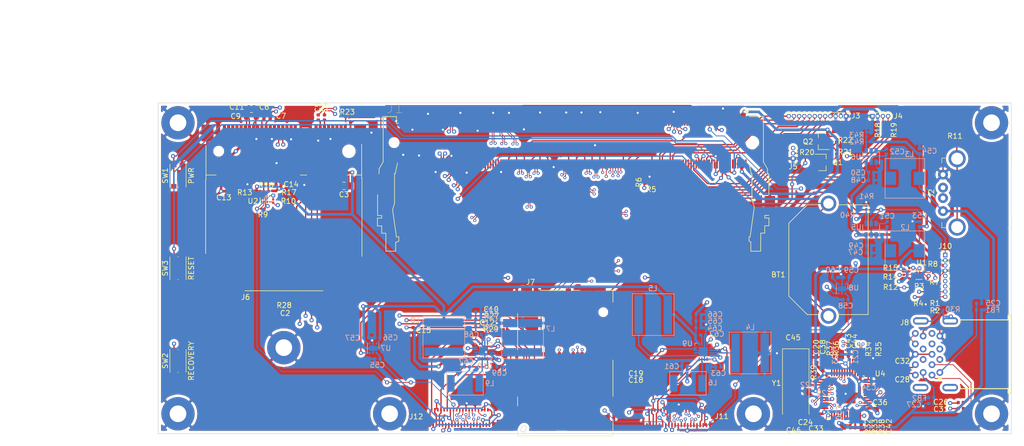
<source format=kicad_pcb>
(kicad_pcb (version 20171130) (host pcbnew "(5.1.5)-3")
  (layers (0 F.Cu signal) (1 In1.Cu signal) (2 In2.Cu mixed) (31 B.Cu power) (34 B.Paste user) (35 F.Paste user) (36 B.SilkS user) (37 F.SilkS user) (38 B.Mask user) (39 F.Mask user) (44 Edge.Cuts user))
  (net 0 "")
  (net 1 GND)
  (net 2 /som/RTC_BATT_IN)
  (net 3 +3V3)
  (net 4 /1V1)
  (net 5 "Net-(C25-Pad2)")
  (net 6 "/USB 3.0 Hub/USB0_SSTX_P")
  (net 7 "Net-(C26-Pad1)")
  (net 8 "Net-(C27-Pad2)")
  (net 9 "/USB 3.0 Hub/USB1_SSTX_P")
  (net 10 "Net-(C28-Pad1)")
  (net 11 "/USB 3.0 Hub/USB0_SSTX_N")
  (net 12 "Net-(C31-Pad1)")
  (net 13 "/USB 3.0 Hub/USB1_SSTX_N")
  (net 14 "Net-(C32-Pad1)")
  (net 15 "Net-(C42-Pad1)")
  (net 16 /USB3.0_TX1_P)
  (net 17 "Net-(C43-Pad1)")
  (net 18 /USB3.0_TX1_N)
  (net 19 "Net-(C44-Pad1)")
  (net 20 +BATT)
  (net 21 "Net-(C51-Pad2)")
  (net 22 "Net-(C51-Pad1)")
  (net 23 "Net-(C52-Pad2)")
  (net 24 "Net-(C52-Pad1)")
  (net 25 +5V)
  (net 26 /3V0)
  (net 27 "Net-(C62-Pad1)")
  (net 28 /DISPLAY/AVDD_L)
  (net 29 "Net-(C68-Pad1)")
  (net 30 /DISPLAY/AVDD_R)
  (net 31 /USB_HOST1_D_N)
  (net 32 /USB_HOST1_D_P)
  (net 33 /USB_HOST0_D_N)
  (net 34 /USB_HOST0_D_P)
  (net 35 /PCIE_RX0_P)
  (net 36 /PCIE_RX0_N)
  (net 37 /USB3.0_RX1_N)
  (net 38 /USB3.0_RX1_P)
  (net 39 /USB3.0_D_N)
  (net 40 /USB3.0_D_P)
  (net 41 /SDMMC_CLK)
  (net 42 /SDMMC_DET_L)
  (net 43 /SDMMC_CMD)
  (net 44 /SDMMC_D3)
  (net 45 /SDMMC_D2)
  (net 46 /SDMMC_D1)
  (net 47 /SDMMC_D0)
  (net 48 /VCC3V0_SD)
  (net 49 /som/GPIO4_C6_PWM1)
  (net 50 /DISP_RST)
  (net 51 /som/GPIO4_C0_I2C3_SDA)
  (net 52 /som/GPIO4_C1_I2C3_SCL)
  (net 53 /som/UART4_RX)
  (net 54 /I2C_SCL_MPCIE_1.8V)
  (net 55 /som/UART4_TX)
  (net 56 /I2C_SDA_MPCIE_1.8V)
  (net 57 /I2C_SDA_PWR__1.8V)
  (net 58 /som/UART2DBG_RX)
  (net 59 /I2C_SCL_PWR_1.8V)
  (net 60 /som/UART2DBG_TX)
  (net 61 /som/GPIO1_D0)
  (net 62 /som/GPIO1_C7)
  (net 63 /som/GPIO1_C6)
  (net 64 /PCIE_RST_N)
  (net 65 /som/GPIO1_C2)
  (net 66 /PCIE_WAKE_N)
  (net 67 /1V8)
  (net 68 /EN3V3)
  (net 69 /som/RESET_IN_H)
  (net 70 /som/RECOVERY)
  (net 71 /som/VCC5V0_SYS)
  (net 72 /som/PWR_KEY)
  (net 73 +12V)
  (net 74 "Net-(J4-Pad4)")
  (net 75 "Net-(J4-Pad3)")
  (net 76 "Net-(J5-Pad2)")
  (net 77 "Net-(J6-Pad17)")
  (net 78 "Net-(J6-Pad28)")
  (net 79 /I2C_SCL_MPCIE)
  (net 80 /I2C_SDA_MPCIE)
  (net 81 "Net-(J6-Pad14)")
  (net 82 "Net-(J6-Pad12)")
  (net 83 "Net-(J6-Pad10)")
  (net 84 "/MPCIE SIM SDCARD/USIM_VCC")
  (net 85 "Net-(J6-Pad1)")
  (net 86 "/MPCIE SIM SDCARD/USIM_CLK")
  (net 87 "/MPCIE SIM SDCARD/USIM_DATA")
  (net 88 "/MPCIE SIM SDCARD/USIM_RST")
  (net 89 "/USB 3.0 Hub/USB0_D_N")
  (net 90 "/USB 3.0 Hub/USB0_D_P")
  (net 91 "/USB 3.0 Hub/USB0_SSRX_P")
  (net 92 "/USB 3.0 Hub/USB0_SSRX_N")
  (net 93 "/USB 3.0 Hub/USB1_D_N")
  (net 94 "/USB 3.0 Hub/USB1_D_P")
  (net 95 "/USB 3.0 Hub/USB1_SSRX_P")
  (net 96 "/USB 3.0 Hub/USB1_SSRX_N")
  (net 97 /POWER/INT_B)
  (net 98 /POWER/INT_A)
  (net 99 /I2C_SCL_PWR)
  (net 100 /I2C_SDA_PWR)
  (net 101 "Net-(Q1-Pad3)")
  (net 102 "Net-(Q1-Pad1)")
  (net 103 "Net-(Q2-Pad1)")
  (net 104 /GPIO1_A1)
  (net 105 /GPIO1_A3)
  (net 106 /DISPLAY/RESET)
  (net 107 "Net-(R12-Pad2)")
  (net 108 "Net-(R13-Pad2)")
  (net 109 "Net-(R32-Pad1)")
  (net 110 "Net-(R34-Pad1)")
  (net 111 "Net-(R35-Pad1)")
  (net 112 "Net-(R36-Pad1)")
  (net 113 "Net-(R37-Pad1)")
  (net 114 "Net-(R38-Pad1)")
  (net 115 "Net-(C46-Pad2)")
  (net 116 "Net-(C45-Pad2)")
  (net 117 "Net-(R40-Pad2)")
  (net 118 "Net-(R42-Pad2)")
  (net 119 /DISPLAY/OVDD_L)
  (net 120 /DISPLAY/OVDD_R)
  (net 121 "Net-(J8-Pad19)")
  (net 122 /MIPI_TX0_D0_P)
  (net 123 /MIPI_TX0_D0_N)
  (net 124 /MIPI_TX0_D1_P)
  (net 125 /MIPI_TX0_D1_N)
  (net 126 /MIPI_TX0_CLK_P)
  (net 127 /MIPI_TX0_CLK_N)
  (net 128 /MIPI_TX0_D2_P)
  (net 129 /MIPI_TX0_D2_N)
  (net 130 /MIPI_TX0_D3_P)
  (net 131 /MIPI_TX0_D3_N)
  (net 132 /MIPI_TX1_D3_P)
  (net 133 /MIPI_TX1_D3_N)
  (net 134 /MIPI_TX1_D2_P)
  (net 135 /MIPI_TX1_D2_N)
  (net 136 /MIPI_TX1_CLK_P)
  (net 137 /MIPI_TX1_CLK_N)
  (net 138 /MIPI_TX1_D1_P)
  (net 139 /MIPI_TX1_D1_N)
  (net 140 /MIPI_TX1_D0_P)
  (net 141 /MIPI_TX1_D0_N)
  (net 142 /DISPLAY/OVSS_L)
  (net 143 /DISPLAY/AVDD_L_EN)
  (net 144 /DISPLAY/SWIRE_L)
  (net 145 /DISPLAY/OVSS_R)
  (net 146 /DISPLAY/AVDD_EN_R)
  (net 147 /DISPLAY/SWIRE_R)
  (net 148 /PCIE_CLK_P)
  (net 149 "Net-(C4-Pad1)")
  (net 150 /PCIE_CLK_N)
  (net 151 "Net-(C5-Pad1)")
  (net 152 /PCIE_TX0_P)
  (net 153 "Net-(C6-Pad1)")
  (net 154 /PCIE_TX0_N)
  (net 155 "Net-(C7-Pad1)")
  (net 156 "Net-(L4-Pad2)")
  (net 157 "Net-(L5-Pad2)")
  (net 158 "Net-(L6-Pad2)")
  (net 159 "Net-(L7-Pad2)")
  (net 160 "Net-(L8-Pad2)")
  (net 161 "Net-(L9-Pad2)")
  (net 162 "Net-(J2-PadSH)")
  (module sb:GCT_USB1100-XX-X_REVC (layer F.Cu) (at 199.39 99.06 90)
    (fp_text reference J8 (at 6.096 -5.2578 180) (layer F.SilkS))
    (fp_text value USB1100-XX-X_REVC hide)
    (fp_poly (pts (xy -6.7 3.5) (xy -6.7 2.65) (xy -6.7 2.64215) (xy -6.69918 2.62646) (xy -6.69754 2.61083) (xy -6.69508 2.59531) (xy -6.69181 2.57994) (xy -6.68774 2.56477) (xy -6.68289 2.54983) (xy -6.67726 2.53516) (xy -6.67087 2.5208) (xy -6.66374 2.5068) (xy -6.65588 2.4932) (xy -6.64732 2.48002) (xy -6.63809 2.46731) (xy -6.6282 2.4551) (xy -6.61769 2.44342) (xy -6.60658 2.43231) (xy -6.5949 2.4218) (xy -6.58269 2.41191) (xy -6.56998 2.40268) (xy -6.5568 2.39412) (xy -6.5432 2.38627) (xy -6.5292 2.37913) (xy -6.51485 2.37274) (xy -6.50018 2.36711) (xy -6.48524 2.36226) (xy -6.47006 2.35819) (xy -6.45469 2.35492) (xy -6.43917 2.35246) (xy -6.42355 2.35082) (xy -6.40786 2.35) (xy -6.4 2.35) (xy -6.39215 2.35) (xy -6.37646 2.35082) (xy -6.36083 2.35246) (xy -6.34531 2.35492) (xy -6.32994 2.35819) (xy -6.31477 2.36226) (xy -6.29983 2.36711) (xy -6.28516 2.37274) (xy -6.2708 2.37913) (xy -6.2568 2.38626) (xy -6.2432 2.39412) (xy -6.23002 2.40268) (xy -6.21731 2.41191) (xy -6.2051 2.4218) (xy -6.19342 2.43231) (xy -6.18231 2.44342) (xy -6.1718 2.4551) (xy -6.16191 2.46731) (xy -6.15268 2.48002) (xy -6.14412 2.4932) (xy -6.13627 2.5068) (xy -6.12913 2.5208) (xy -6.12274 2.53515) (xy -6.11711 2.54982) (xy -6.11226 2.56476) (xy -6.10819 2.57994) (xy -6.10492 2.59531) (xy -6.10246 2.61083) (xy -6.10082 2.62645) (xy -6.1 2.64214) (xy -6.1 2.65) (xy -6.1 3.5) (xy -5.8 3.5) (xy -5.8 2.7) (xy -5.8 2.6) (xy -5.8 2.58429) (xy -5.80164 2.55291) (xy -5.80493 2.52166) (xy -5.80984 2.49062) (xy -5.81638 2.45989) (xy -5.82451 2.42954) (xy -5.83422 2.39965) (xy -5.84548 2.37031) (xy -5.85826 2.34161) (xy -5.87253 2.31361) (xy -5.88824 2.2864) (xy -5.90535 2.26004) (xy -5.92382 2.23462) (xy -5.9436 2.2102) (xy -5.96462 2.18685) (xy -5.98684 2.16463) (xy -6.01019 2.1436) (xy -6.03462 2.12383) (xy -6.06004 2.10536) (xy -6.08639 2.08824) (xy -6.1136 2.07253) (xy -6.1416 2.05826) (xy -6.17031 2.04548) (xy -6.19964 2.03422) (xy -6.22953 2.02451) (xy -6.25988 2.01638) (xy -6.29062 2.00985) (xy -6.32165 2.00493) (xy -6.3529 2.00164) (xy -6.38428 2) (xy -6.4 2) (xy -6.41571 2) (xy -6.44709 2.00164) (xy -6.47834 2.00493) (xy -6.50938 2.00984) (xy -6.54011 2.01638) (xy -6.57046 2.02451) (xy -6.60035 2.03422) (xy -6.62969 2.04548) (xy -6.65839 2.05826) (xy -6.68639 2.07253) (xy -6.7136 2.08824) (xy -6.73996 2.10535) (xy -6.76538 2.12382) (xy -6.7898 2.1436) (xy -6.81315 2.16462) (xy -6.83537 2.18684) (xy -6.8564 2.21019) (xy -6.87617 2.23462) (xy -6.89464 2.26004) (xy -6.91176 2.28639) (xy -6.92747 2.3136) (xy -6.94174 2.3416) (xy -6.95452 2.37031) (xy -6.96578 2.39964) (xy -6.97549 2.42953) (xy -6.98362 2.45988) (xy -6.99015 2.49062) (xy -6.99507 2.52165) (xy -6.99836 2.5529) (xy -7 2.58428) (xy -7 2.6) (xy -7 3.5)) (layer B.Cu) (width 0))
    (fp_line (start -6.7 4.35) (end -6.7 2.65) (layer Edge.Cuts) (width 0.1))
    (fp_arc (start -6.4 4.35) (end -6.7 4.35) (angle -90) (layer Edge.Cuts) (width 0.1))
    (fp_arc (start -6.4 4.35) (end -6.4 4.65) (angle -90) (layer Edge.Cuts) (width 0.1))
    (fp_line (start -6.1 2.65) (end -6.1 4.35) (layer Edge.Cuts) (width 0.1))
    (fp_arc (start -6.4 2.65) (end -6.1 2.65) (angle -90) (layer Edge.Cuts) (width 0.1))
    (fp_arc (start -6.4 2.65) (end -6.4 2.35) (angle -90) (layer Edge.Cuts) (width 0.1))
    (fp_line (start 6.1 4.35) (end 6.1 2.65) (layer Edge.Cuts) (width 0.1))
    (fp_arc (start 6.4 4.35) (end 6.1 4.35) (angle -90) (layer Edge.Cuts) (width 0.1))
    (fp_arc (start 6.4 4.35) (end 6.4 4.65) (angle -90) (layer Edge.Cuts) (width 0.1))
    (fp_line (start 6.7 2.65) (end 6.7 4.35) (layer Edge.Cuts) (width 0.1))
    (fp_arc (start 6.4 2.65) (end 6.7 2.65) (angle -90) (layer Edge.Cuts) (width 0.1))
    (fp_arc (start 6.4 2.65) (end 6.4 2.35) (angle -90) (layer Edge.Cuts) (width 0.1))
    (fp_line (start 6.1 -1.33) (end 6.1 -3.03) (layer Edge.Cuts) (width 0.1))
    (fp_arc (start 6.4 -1.33) (end 6.1 -1.33) (angle -90) (layer Edge.Cuts) (width 0.1))
    (fp_arc (start 6.4 -1.33) (end 6.4 -1.03) (angle -90) (layer Edge.Cuts) (width 0.1))
    (fp_line (start 6.7 -3.03) (end 6.7 -1.33) (layer Edge.Cuts) (width 0.1))
    (fp_arc (start 6.4 -3.03) (end 6.7 -3.03) (angle -90) (layer Edge.Cuts) (width 0.1))
    (fp_arc (start 6.4 -3.03) (end 6.4 -3.33) (angle -90) (layer Edge.Cuts) (width 0.1))
    (fp_line (start -6.7 -1.33) (end -6.7 -3.03) (layer Edge.Cuts) (width 0.1))
    (fp_arc (start -6.4 -1.33) (end -6.7 -1.33) (angle -90) (layer Edge.Cuts) (width 0.1))
    (fp_arc (start -6.4 -1.33) (end -6.4 -1.03) (angle -90) (layer Edge.Cuts) (width 0.1))
    (fp_line (start -6.1 -3.03) (end -6.1 -1.33) (layer Edge.Cuts) (width 0.1))
    (fp_arc (start -6.4 -3.03) (end -6.1 -3.03) (angle -90) (layer Edge.Cuts) (width 0.1))
    (fp_arc (start -6.4 -3.03) (end -6.4 -3.33) (angle -90) (layer Edge.Cuts) (width 0.1))
    (pad 22 thru_hole oval (at 6.4 3.5 90) (size 1.4 3) (drill oval 0.6 2.3) (layers *.Cu *.Mask) (net 121 "Net-(J8-Pad19)"))
    (pad 21 thru_hole oval (at 6.4 -2.15 90) (size 1.4 3) (drill oval 0.6 2.3) (layers *.Cu *.Mask) (net 121 "Net-(J8-Pad19)"))
    (pad 20 thru_hole oval (at -6.4 3.5 90) (size 1.4 3) (drill oval 0.6 2.3) (layers *.Cu *.Mask) (net 121 "Net-(J8-Pad19)"))
    (pad 19 thru_hole oval (at -6.4 -2.2 90) (size 1.4 3) (drill oval 0.6 2.3) (layers *.Cu *.Mask) (net 121 "Net-(J8-Pad19)"))
    (pad Hole np_thru_hole circle (at -6.4 3.5 90) (size 0.6 0.6) (drill 0.6) (layers *.Cu *.Mask F.SilkS))
    (pad Hole np_thru_hole circle (at 6.4 3.5 90) (size 0.6 0.6) (drill 0.6) (layers *.Cu *.Mask F.SilkS))
    (pad Hole np_thru_hole circle (at 6.4 -2.18 90) (size 0.6 0.6) (drill 0.6) (layers *.Cu *.Mask F.SilkS))
    (pad Hole np_thru_hole circle (at -6.4 -2.18 90) (size 0.6 0.6) (drill 0.6) (layers *.Cu *.Mask F.SilkS))
    (pad 18 thru_hole circle (at -4 -3.2 90) (size 1.3 1.3) (drill 0.7) (layers *.Cu *.Mask) (net 10 "Net-(C28-Pad1)"))
    (pad 17 thru_hole circle (at -2 -3.2 90) (size 1.3 1.3) (drill 0.7) (layers *.Cu *.Mask) (net 14 "Net-(C32-Pad1)"))
    (pad 16 thru_hole circle (at 0 -3.2 90) (size 1.3 1.3) (drill 0.7) (layers *.Cu *.Mask) (net 1 GND))
    (pad 15 thru_hole circle (at 2 -3.2 90) (size 1.3 1.3) (drill 0.7) (layers *.Cu *.Mask) (net 95 "/USB 3.0 Hub/USB1_SSRX_P"))
    (pad 14 thru_hole circle (at 4 -3.2 90) (size 1.3 1.3) (drill 0.7) (layers *.Cu *.Mask) (net 96 "/USB 3.0 Hub/USB1_SSRX_N"))
    (pad 13 thru_hole circle (at 3.5 -1.7 90) (size 1.3 1.3) (drill 0.7) (layers *.Cu *.Mask) (net 1 GND))
    (pad 12 thru_hole circle (at 1 -1.7 90) (size 1.3 1.3) (drill 0.7) (layers *.Cu *.Mask) (net 94 "/USB 3.0 Hub/USB1_D_P"))
    (pad 11 thru_hole circle (at -1 -1.7 90) (size 1.3 1.3) (drill 0.7) (layers *.Cu *.Mask) (net 93 "/USB 3.0 Hub/USB1_D_N"))
    (pad 10 thru_hole circle (at -3.5 -1.7 90) (size 1.3 1.3) (drill 0.7) (layers *.Cu *.Mask) (net 8 "Net-(C27-Pad2)"))
    (pad 9 thru_hole circle (at -4 0 90) (size 1.3 1.3) (drill 0.7) (layers *.Cu *.Mask) (net 7 "Net-(C26-Pad1)"))
    (pad 8 thru_hole circle (at -2 0 90) (size 1.3 1.3) (drill 0.7) (layers *.Cu *.Mask) (net 12 "Net-(C31-Pad1)"))
    (pad 7 thru_hole circle (at 0 0 90) (size 1.3 1.3) (drill 0.7) (layers *.Cu *.Mask) (net 1 GND))
    (pad 6 thru_hole circle (at 2 0 90) (size 1.3 1.3) (drill 0.7) (layers *.Cu *.Mask) (net 91 "/USB 3.0 Hub/USB0_SSRX_P"))
    (pad 5 thru_hole circle (at 4 0 90) (size 1.3 1.3) (drill 0.7) (layers *.Cu *.Mask) (net 92 "/USB 3.0 Hub/USB0_SSRX_N"))
    (pad 4 thru_hole circle (at 3.5 1.5 90) (size 1.3 1.3) (drill 0.7) (layers *.Cu *.Mask) (net 1 GND))
    (pad 3 thru_hole circle (at 1 1.5 90) (size 1.3 1.3) (drill 0.7) (layers *.Cu *.Mask) (net 90 "/USB 3.0 Hub/USB0_D_P"))
    (pad 2 thru_hole circle (at -1 1.5 90) (size 1.3 1.3) (drill 0.7) (layers *.Cu *.Mask) (net 89 "/USB 3.0 Hub/USB0_D_N"))
    (pad 1 thru_hole circle (at -3.5 1.5 90) (size 1.3 1.3) (drill 0.7) (layers *.Cu *.Mask) (net 5 "Net-(C25-Pad2)"))
  )
  (module Capacitor_SMD:C_0402_1005Metric (layer F.Cu) (at 204.9145 109.474 180)
    (fp_text reference C31 (at 3.81 -0.1397) (layer F.SilkS))
    (fp_text value 0.1uF)
    (pad 2 smd roundrect (at 0.485 0 180) (size 0.59 0.64) (layers F.Cu F.Paste F.Mask) (net 11 "/USB 3.0 Hub/USB0_SSTX_N"))
    (pad 1 smd roundrect (at -0.485 0 180) (size 0.59 0.64) (layers F.Cu F.Paste F.Mask) (net 12 "Net-(C31-Pad1)"))
  )
  (module 2309411-2:TE_2309411-2 (layer F.Cu) (at 127 58.42)
    (fp_text reference J1 (at -30.72 -6.67) (layer F.SilkS) (effects (font (size 2 2) (thickness 0.05))))
    (fp_text value 2309411-2 hide)
    (pad S1 smd rect (at -34.25 8 90) (size 3.5 2) (layers F.Cu F.Paste F.Mask) (net 1 GND))
    (pad S2 smd rect (at 41.25 12 90) (size 3.5 2) (layers F.Cu F.Paste F.Mask) (net 1 GND))
    (pad 260 smd rect (at -29.875 4.1 90) (size 1.75 0.3) (layers F.Cu F.Paste F.Mask) (net 1 GND))
    (pad 259 smd rect (at -29.625 -4.1 90) (size 1.75 0.3) (layers F.Cu F.Paste F.Mask) (net 1 GND))
    (pad 258 smd rect (at -29.375 4.1 90) (size 1.75 0.3) (layers F.Cu F.Paste F.Mask))
    (pad 257 smd rect (at -29.125 -4.1 90) (size 1.75 0.3) (layers F.Cu F.Paste F.Mask))
    (pad 256 smd rect (at -28.875 4.1 90) (size 1.75 0.3) (layers F.Cu F.Paste F.Mask))
    (pad 255 smd rect (at -28.625 -4.1 90) (size 1.75 0.3) (layers F.Cu F.Paste F.Mask))
    (pad 254 smd rect (at -28.375 4.1 90) (size 1.75 0.3) (layers F.Cu F.Paste F.Mask) (net 1 GND))
    (pad 253 smd rect (at -28.125 -4.1 90) (size 1.75 0.3) (layers F.Cu F.Paste F.Mask) (net 1 GND))
    (pad 252 smd rect (at -27.875 4.1 90) (size 1.75 0.3) (layers F.Cu F.Paste F.Mask))
    (pad 251 smd rect (at -27.625 -4.1 90) (size 1.75 0.3) (layers F.Cu F.Paste F.Mask))
    (pad 250 smd rect (at -27.375 4.1 90) (size 1.75 0.3) (layers F.Cu F.Paste F.Mask))
    (pad 249 smd rect (at -27.125 -4.1 90) (size 1.75 0.3) (layers F.Cu F.Paste F.Mask))
    (pad 248 smd rect (at -26.875 4.1 90) (size 1.75 0.3) (layers F.Cu F.Paste F.Mask) (net 1 GND))
    (pad 247 smd rect (at -26.625 -4.1 90) (size 1.75 0.3) (layers F.Cu F.Paste F.Mask) (net 1 GND))
    (pad 246 smd rect (at -26.375 4.1 90) (size 1.75 0.3) (layers F.Cu F.Paste F.Mask))
    (pad 245 smd rect (at -26.125 -4.1 90) (size 1.75 0.3) (layers F.Cu F.Paste F.Mask))
    (pad 244 smd rect (at -25.875 4.1 90) (size 1.75 0.3) (layers F.Cu F.Paste F.Mask))
    (pad 243 smd rect (at -25.625 -4.1 90) (size 1.75 0.3) (layers F.Cu F.Paste F.Mask))
    (pad 242 smd rect (at -25.375 4.1 90) (size 1.75 0.3) (layers F.Cu F.Paste F.Mask) (net 1 GND))
    (pad 241 smd rect (at -25.125 -4.1 90) (size 1.75 0.3) (layers F.Cu F.Paste F.Mask) (net 1 GND))
    (pad 240 smd rect (at -24.875 4.1 90) (size 1.75 0.3) (layers F.Cu F.Paste F.Mask))
    (pad 239 smd rect (at -24.625 -4.1 90) (size 1.75 0.3) (layers F.Cu F.Paste F.Mask))
    (pad 238 smd rect (at -24.375 4.1 90) (size 1.75 0.3) (layers F.Cu F.Paste F.Mask))
    (pad 237 smd rect (at -24.125 -4.1 90) (size 1.75 0.3) (layers F.Cu F.Paste F.Mask))
    (pad 236 smd rect (at -23.875 4.1 90) (size 1.75 0.3) (layers F.Cu F.Paste F.Mask) (net 1 GND))
    (pad 235 smd rect (at -23.625 -4.1 90) (size 1.75 0.3) (layers F.Cu F.Paste F.Mask) (net 1 GND))
    (pad 234 smd rect (at -23.375 4.1 90) (size 1.75 0.3) (layers F.Cu F.Paste F.Mask))
    (pad 233 smd rect (at -23.125 -4.1 90) (size 1.75 0.3) (layers F.Cu F.Paste F.Mask))
    (pad 232 smd rect (at -22.875 4.1 90) (size 1.75 0.3) (layers F.Cu F.Paste F.Mask))
    (pad 231 smd rect (at -22.625 -4.1 90) (size 1.75 0.3) (layers F.Cu F.Paste F.Mask))
    (pad 230 smd rect (at -22.375 4.1 90) (size 1.75 0.3) (layers F.Cu F.Paste F.Mask) (net 1 GND))
    (pad 229 smd rect (at -22.125 -4.1 90) (size 1.75 0.3) (layers F.Cu F.Paste F.Mask) (net 1 GND))
    (pad 228 smd rect (at -21.875 4.1 90) (size 1.75 0.3) (layers F.Cu F.Paste F.Mask) (net 148 /PCIE_CLK_P))
    (pad 227 smd rect (at -21.625 -4.1 90) (size 1.75 0.3) (layers F.Cu F.Paste F.Mask) (net 31 /USB_HOST1_D_N))
    (pad 226 smd rect (at -21.375 4.1 90) (size 1.75 0.3) (layers F.Cu F.Paste F.Mask) (net 150 /PCIE_CLK_N))
    (pad 225 smd rect (at -21.125 -4.1 90) (size 1.75 0.3) (layers F.Cu F.Paste F.Mask) (net 32 /USB_HOST1_D_P))
    (pad 224 smd rect (at -20.875 4.1 90) (size 1.75 0.3) (layers F.Cu F.Paste F.Mask) (net 1 GND))
    (pad 223 smd rect (at -20.625 -4.1 90) (size 1.75 0.3) (layers F.Cu F.Paste F.Mask) (net 1 GND))
    (pad 222 smd rect (at -20.375 4.1 90) (size 1.75 0.3) (layers F.Cu F.Paste F.Mask) (net 152 /PCIE_TX0_P))
    (pad 221 smd rect (at -20.125 -4.1 90) (size 1.75 0.3) (layers F.Cu F.Paste F.Mask) (net 33 /USB_HOST0_D_N))
    (pad 220 smd rect (at -19.875 4.1 90) (size 1.75 0.3) (layers F.Cu F.Paste F.Mask) (net 154 /PCIE_TX0_N))
    (pad 219 smd rect (at -19.625 -4.1 90) (size 1.75 0.3) (layers F.Cu F.Paste F.Mask) (net 34 /USB_HOST0_D_P))
    (pad 218 smd rect (at -19.375 4.1 90) (size 1.75 0.3) (layers F.Cu F.Paste F.Mask) (net 1 GND))
    (pad 217 smd rect (at -19.125 -4.1 90) (size 1.75 0.3) (layers F.Cu F.Paste F.Mask) (net 1 GND))
    (pad 216 smd rect (at -18.875 4.1 90) (size 1.75 0.3) (layers F.Cu F.Paste F.Mask) (net 35 /PCIE_RX0_P))
    (pad 215 smd rect (at -18.625 -4.1 90) (size 1.75 0.3) (layers F.Cu F.Paste F.Mask))
    (pad 214 smd rect (at -18.375 4.1 90) (size 1.75 0.3) (layers F.Cu F.Paste F.Mask) (net 36 /PCIE_RX0_N))
    (pad 213 smd rect (at -18.125 -4.1 90) (size 1.75 0.3) (layers F.Cu F.Paste F.Mask))
    (pad 212 smd rect (at -17.875 4.1 90) (size 1.75 0.3) (layers F.Cu F.Paste F.Mask) (net 1 GND))
    (pad 211 smd rect (at -17.625 -4.1 90) (size 1.75 0.3) (layers F.Cu F.Paste F.Mask))
    (pad 210 smd rect (at -17.375 4.1 90) (size 1.75 0.3) (layers F.Cu F.Paste F.Mask))
    (pad 209 smd rect (at -17.125 -4.1 90) (size 1.75 0.3) (layers F.Cu F.Paste F.Mask) (net 1 GND))
    (pad 208 smd rect (at -16.875 4.1 90) (size 1.75 0.3) (layers F.Cu F.Paste F.Mask))
    (pad 207 smd rect (at -16.625 -4.1 90) (size 1.75 0.3) (layers F.Cu F.Paste F.Mask))
    (pad 206 smd rect (at -16.375 4.1 90) (size 1.75 0.3) (layers F.Cu F.Paste F.Mask) (net 1 GND))
    (pad 205 smd rect (at -16.125 -4.1 90) (size 1.75 0.3) (layers F.Cu F.Paste F.Mask))
    (pad 204 smd rect (at -15.875 4.1 90) (size 1.75 0.3) (layers F.Cu F.Paste F.Mask))
    (pad 203 smd rect (at -15.625 -4.1 90) (size 1.75 0.3) (layers F.Cu F.Paste F.Mask) (net 1 GND))
    (pad 202 smd rect (at -15.375 4.1 90) (size 1.75 0.3) (layers F.Cu F.Paste F.Mask))
    (pad 201 smd rect (at -15.125 -4.1 90) (size 1.75 0.3) (layers F.Cu F.Paste F.Mask))
    (pad 200 smd rect (at -14.875 4.1 90) (size 1.75 0.3) (layers F.Cu F.Paste F.Mask) (net 1 GND))
    (pad 199 smd rect (at -14.625 -4.1 90) (size 1.75 0.3) (layers F.Cu F.Paste F.Mask))
    (pad 198 smd rect (at -14.375 4.1 90) (size 1.75 0.3) (layers F.Cu F.Paste F.Mask))
    (pad 197 smd rect (at -14.125 -4.1 90) (size 1.75 0.3) (layers F.Cu F.Paste F.Mask) (net 1 GND))
    (pad 196 smd rect (at -13.875 4.1 90) (size 1.75 0.3) (layers F.Cu F.Paste F.Mask))
    (pad 195 smd rect (at -13.625 -4.1 90) (size 1.75 0.3) (layers F.Cu F.Paste F.Mask))
    (pad 194 smd rect (at -13.375 4.1 90) (size 1.75 0.3) (layers F.Cu F.Paste F.Mask) (net 1 GND))
    (pad 193 smd rect (at -13.125 -4.1 90) (size 1.75 0.3) (layers F.Cu F.Paste F.Mask))
    (pad 192 smd rect (at -12.875 4.1 90) (size 1.75 0.3) (layers F.Cu F.Paste F.Mask))
    (pad 191 smd rect (at -12.625 -4.1 90) (size 1.75 0.3) (layers F.Cu F.Paste F.Mask) (net 1 GND))
    (pad 190 smd rect (at -12.375 4.1 90) (size 1.75 0.3) (layers F.Cu F.Paste F.Mask))
    (pad 189 smd rect (at -12.125 -4.1 90) (size 1.75 0.3) (layers F.Cu F.Paste F.Mask) (net 37 /USB3.0_RX1_N))
    (pad 188 smd rect (at -11.875 4.1 90) (size 1.75 0.3) (layers F.Cu F.Paste F.Mask) (net 1 GND))
    (pad 187 smd rect (at -11.625 -4.1 90) (size 1.75 0.3) (layers F.Cu F.Paste F.Mask) (net 38 /USB3.0_RX1_P))
    (pad 186 smd rect (at -11.375 4.1 90) (size 1.75 0.3) (layers F.Cu F.Paste F.Mask))
    (pad 185 smd rect (at -11.125 -4.1 90) (size 1.75 0.3) (layers F.Cu F.Paste F.Mask) (net 1 GND))
    (pad 184 smd rect (at -10.875 4.1 90) (size 1.75 0.3) (layers F.Cu F.Paste F.Mask))
    (pad 183 smd rect (at -10.625 -4.1 90) (size 1.75 0.3) (layers F.Cu F.Paste F.Mask) (net 18 /USB3.0_TX1_N))
    (pad 182 smd rect (at -10.375 4.1 90) (size 1.75 0.3) (layers F.Cu F.Paste F.Mask) (net 1 GND))
    (pad 181 smd rect (at -10.125 -4.1 90) (size 1.75 0.3) (layers F.Cu F.Paste F.Mask) (net 16 /USB3.0_TX1_P))
    (pad 180 smd rect (at -9.875 4.1 90) (size 1.75 0.3) (layers F.Cu F.Paste F.Mask))
    (pad 179 smd rect (at -9.625 -4.1 90) (size 1.75 0.3) (layers F.Cu F.Paste F.Mask) (net 1 GND))
    (pad 178 smd rect (at -9.375 4.1 90) (size 1.75 0.3) (layers F.Cu F.Paste F.Mask))
    (pad 177 smd rect (at -9.125 -4.1 90) (size 1.75 0.3) (layers F.Cu F.Paste F.Mask) (net 39 /USB3.0_D_N))
    (pad 176 smd rect (at -8.875 4.1 90) (size 1.75 0.3) (layers F.Cu F.Paste F.Mask) (net 1 GND))
    (pad 175 smd rect (at -8.625 -4.1 90) (size 1.75 0.3) (layers F.Cu F.Paste F.Mask) (net 40 /USB3.0_D_P))
    (pad 174 smd rect (at -8.375 4.1 90) (size 1.75 0.3) (layers F.Cu F.Paste F.Mask) (net 122 /MIPI_TX0_D0_P))
    (pad 173 smd rect (at -8.125 -4.1 90) (size 1.75 0.3) (layers F.Cu F.Paste F.Mask) (net 1 GND))
    (pad 172 smd rect (at -7.875 4.1 90) (size 1.75 0.3) (layers F.Cu F.Paste F.Mask) (net 123 /MIPI_TX0_D0_N))
    (pad 171 smd rect (at -7.625 -4.1 90) (size 1.75 0.3) (layers F.Cu F.Paste F.Mask))
    (pad 170 smd rect (at -7.375 4.1 90) (size 1.75 0.3) (layers F.Cu F.Paste F.Mask) (net 1 GND))
    (pad 169 smd rect (at -7.125 -4.1 90) (size 1.75 0.3) (layers F.Cu F.Paste F.Mask))
    (pad 168 smd rect (at -6.875 4.1 90) (size 1.75 0.3) (layers F.Cu F.Paste F.Mask) (net 124 /MIPI_TX0_D1_P))
    (pad 167 smd rect (at -6.625 -4.1 90) (size 1.75 0.3) (layers F.Cu F.Paste F.Mask) (net 1 GND))
    (pad 166 smd rect (at -6.375 4.1 90) (size 1.75 0.3) (layers F.Cu F.Paste F.Mask) (net 125 /MIPI_TX0_D1_N))
    (pad 165 smd rect (at -6.125 -4.1 90) (size 1.75 0.3) (layers F.Cu F.Paste F.Mask))
    (pad 164 smd rect (at -5.875 4.1 90) (size 1.75 0.3) (layers F.Cu F.Paste F.Mask) (net 1 GND))
    (pad 163 smd rect (at -5.625 -4.1 90) (size 1.75 0.3) (layers F.Cu F.Paste F.Mask))
    (pad 162 smd rect (at -5.375 4.1 90) (size 1.75 0.3) (layers F.Cu F.Paste F.Mask) (net 126 /MIPI_TX0_CLK_P))
    (pad 161 smd rect (at -5.125 -4.1 90) (size 1.75 0.3) (layers F.Cu F.Paste F.Mask) (net 1 GND))
    (pad 160 smd rect (at -4.875 4.1 90) (size 1.75 0.3) (layers F.Cu F.Paste F.Mask) (net 127 /MIPI_TX0_CLK_N))
    (pad 159 smd rect (at -4.625 -4.1 90) (size 1.75 0.3) (layers F.Cu F.Paste F.Mask))
    (pad 158 smd rect (at -4.375 4.1 90) (size 1.75 0.3) (layers F.Cu F.Paste F.Mask) (net 1 GND))
    (pad 157 smd rect (at -4.125 -4.1 90) (size 1.75 0.3) (layers F.Cu F.Paste F.Mask))
    (pad 156 smd rect (at -3.875 4.1 90) (size 1.75 0.3) (layers F.Cu F.Paste F.Mask) (net 128 /MIPI_TX0_D2_P))
    (pad 155 smd rect (at -3.625 -4.1 90) (size 1.75 0.3) (layers F.Cu F.Paste F.Mask) (net 1 GND))
    (pad 154 smd rect (at -3.375 4.1 90) (size 1.75 0.3) (layers F.Cu F.Paste F.Mask) (net 129 /MIPI_TX0_D2_N))
    (pad 153 smd rect (at -3.125 -4.1 90) (size 1.75 0.3) (layers F.Cu F.Paste F.Mask))
    (pad 152 smd rect (at -2.875 4.1 90) (size 1.75 0.3) (layers F.Cu F.Paste F.Mask) (net 1 GND))
    (pad 151 smd rect (at -2.625 -4.1 90) (size 1.75 0.3) (layers F.Cu F.Paste F.Mask))
    (pad 150 smd rect (at -2.375 4.1 90) (size 1.75 0.3) (layers F.Cu F.Paste F.Mask) (net 130 /MIPI_TX0_D3_P))
    (pad 149 smd rect (at -2.125 -4.1 90) (size 1.75 0.3) (layers F.Cu F.Paste F.Mask) (net 1 GND))
    (pad 148 smd rect (at -1.875 4.1 90) (size 1.75 0.3) (layers F.Cu F.Paste F.Mask) (net 131 /MIPI_TX0_D3_N))
    (pad 147 smd rect (at -1.625 -4.1 90) (size 1.75 0.3) (layers F.Cu F.Paste F.Mask))
    (pad 146 smd rect (at -1.375 4.1 90) (size 1.75 0.3) (layers F.Cu F.Paste F.Mask) (net 1 GND))
    (pad 145 smd rect (at -1.125 -4.1 90) (size 1.75 0.3) (layers F.Cu F.Paste F.Mask))
    (pad 144 smd rect (at 1.125 4.1 90) (size 1.75 0.3) (layers F.Cu F.Paste F.Mask) (net 1 GND))
    (pad 143 smd rect (at 1.375 -4.1 90) (size 1.75 0.3) (layers F.Cu F.Paste F.Mask) (net 1 GND))
    (pad 142 smd rect (at 1.625 4.1 90) (size 1.75 0.3) (layers F.Cu F.Paste F.Mask) (net 132 /MIPI_TX1_D3_P))
    (pad 141 smd rect (at 1.875 -4.1 90) (size 1.75 0.3) (layers F.Cu F.Paste F.Mask))
    (pad 140 smd rect (at 2.125 4.1 90) (size 1.75 0.3) (layers F.Cu F.Paste F.Mask) (net 133 /MIPI_TX1_D3_N))
    (pad 139 smd rect (at 2.375 -4.1 90) (size 1.75 0.3) (layers F.Cu F.Paste F.Mask))
    (pad 138 smd rect (at 2.625 4.1 90) (size 1.75 0.3) (layers F.Cu F.Paste F.Mask) (net 1 GND))
    (pad 137 smd rect (at 2.875 -4.1 90) (size 1.75 0.3) (layers F.Cu F.Paste F.Mask) (net 1 GND))
    (pad 136 smd rect (at 3.125 4.1 90) (size 1.75 0.3) (layers F.Cu F.Paste F.Mask) (net 134 /MIPI_TX1_D2_P))
    (pad 135 smd rect (at 3.375 -4.1 90) (size 1.75 0.3) (layers F.Cu F.Paste F.Mask))
    (pad 134 smd rect (at 3.625 4.1 90) (size 1.75 0.3) (layers F.Cu F.Paste F.Mask) (net 135 /MIPI_TX1_D2_N))
    (pad 133 smd rect (at 3.875 -4.1 90) (size 1.75 0.3) (layers F.Cu F.Paste F.Mask))
    (pad 132 smd rect (at 4.125 4.1 90) (size 1.75 0.3) (layers F.Cu F.Paste F.Mask) (net 1 GND))
    (pad 131 smd rect (at 4.375 -4.1 90) (size 1.75 0.3) (layers F.Cu F.Paste F.Mask) (net 1 GND))
    (pad 130 smd rect (at 4.625 4.1 90) (size 1.75 0.3) (layers F.Cu F.Paste F.Mask) (net 136 /MIPI_TX1_CLK_P))
    (pad 129 smd rect (at 4.875 -4.1 90) (size 1.75 0.3) (layers F.Cu F.Paste F.Mask))
    (pad 128 smd rect (at 5.125 4.1 90) (size 1.75 0.3) (layers F.Cu F.Paste F.Mask) (net 137 /MIPI_TX1_CLK_N))
    (pad 127 smd rect (at 5.375 -4.1 90) (size 1.75 0.3) (layers F.Cu F.Paste F.Mask))
    (pad 126 smd rect (at 5.625 4.1 90) (size 1.75 0.3) (layers F.Cu F.Paste F.Mask) (net 1 GND))
    (pad 125 smd rect (at 5.875 -4.1 90) (size 1.75 0.3) (layers F.Cu F.Paste F.Mask) (net 1 GND))
    (pad 124 smd rect (at 6.125 4.1 90) (size 1.75 0.3) (layers F.Cu F.Paste F.Mask) (net 138 /MIPI_TX1_D1_P))
    (pad 123 smd rect (at 6.375 -4.1 90) (size 1.75 0.3) (layers F.Cu F.Paste F.Mask))
    (pad 122 smd rect (at 6.625 4.1 90) (size 1.75 0.3) (layers F.Cu F.Paste F.Mask) (net 139 /MIPI_TX1_D1_N))
    (pad 121 smd rect (at 6.875 -4.1 90) (size 1.75 0.3) (layers F.Cu F.Paste F.Mask))
    (pad 120 smd rect (at 7.125 4.1 90) (size 1.75 0.3) (layers F.Cu F.Paste F.Mask) (net 1 GND))
    (pad 119 smd rect (at 7.375 -4.1 90) (size 1.75 0.3) (layers F.Cu F.Paste F.Mask) (net 1 GND))
    (pad 118 smd rect (at 7.625 4.1 90) (size 1.75 0.3) (layers F.Cu F.Paste F.Mask) (net 140 /MIPI_TX1_D0_P))
    (pad 117 smd rect (at 7.875 -4.1 90) (size 1.75 0.3) (layers F.Cu F.Paste F.Mask))
    (pad 116 smd rect (at 8.125 4.1 90) (size 1.75 0.3) (layers F.Cu F.Paste F.Mask) (net 141 /MIPI_TX1_D0_N))
    (pad 115 smd rect (at 8.375 -4.1 90) (size 1.75 0.3) (layers F.Cu F.Paste F.Mask))
    (pad 114 smd rect (at 8.625 4.1 90) (size 1.75 0.3) (layers F.Cu F.Paste F.Mask) (net 1 GND))
    (pad 113 smd rect (at 8.875 -4.1 90) (size 1.75 0.3) (layers F.Cu F.Paste F.Mask) (net 1 GND))
    (pad 112 smd rect (at 9.125 4.1 90) (size 1.75 0.3) (layers F.Cu F.Paste F.Mask) (net 41 /SDMMC_CLK))
    (pad 111 smd rect (at 9.375 -4.1 90) (size 1.75 0.3) (layers F.Cu F.Paste F.Mask))
    (pad 110 smd rect (at 9.625 4.1 90) (size 1.75 0.3) (layers F.Cu F.Paste F.Mask) (net 1 GND))
    (pad 109 smd rect (at 9.875 -4.1 90) (size 1.75 0.3) (layers F.Cu F.Paste F.Mask) (net 1 GND))
    (pad 108 smd rect (at 10.125 4.1 90) (size 1.75 0.3) (layers F.Cu F.Paste F.Mask) (net 42 /SDMMC_DET_L))
    (pad 107 smd rect (at 10.375 -4.1 90) (size 1.75 0.3) (layers F.Cu F.Paste F.Mask))
    (pad 106 smd rect (at 10.625 4.1 90) (size 1.75 0.3) (layers F.Cu F.Paste F.Mask) (net 43 /SDMMC_CMD))
    (pad 105 smd rect (at 10.875 -4.1 90) (size 1.75 0.3) (layers F.Cu F.Paste F.Mask))
    (pad 104 smd rect (at 11.125 4.1 90) (size 1.75 0.3) (layers F.Cu F.Paste F.Mask) (net 44 /SDMMC_D3))
    (pad 103 smd rect (at 11.375 -4.1 90) (size 1.75 0.3) (layers F.Cu F.Paste F.Mask))
    (pad 102 smd rect (at 11.625 4.1 90) (size 1.75 0.3) (layers F.Cu F.Paste F.Mask) (net 45 /SDMMC_D2))
    (pad 101 smd rect (at 11.875 -4.1 90) (size 1.75 0.3) (layers F.Cu F.Paste F.Mask))
    (pad 100 smd rect (at 12.125 4.1 90) (size 1.75 0.3) (layers F.Cu F.Paste F.Mask) (net 46 /SDMMC_D1))
    (pad 99 smd rect (at 12.375 -4.1 90) (size 1.75 0.3) (layers F.Cu F.Paste F.Mask))
    (pad 98 smd rect (at 12.625 4.1 90) (size 1.75 0.3) (layers F.Cu F.Paste F.Mask) (net 47 /SDMMC_D0))
    (pad 97 smd rect (at 12.875 -4.1 90) (size 1.75 0.3) (layers F.Cu F.Paste F.Mask))
    (pad 96 smd rect (at 13.125 4.1 90) (size 1.75 0.3) (layers F.Cu F.Paste F.Mask) (net 1 GND))
    (pad 95 smd rect (at 13.375 -4.1 90) (size 1.75 0.3) (layers F.Cu F.Paste F.Mask))
    (pad 94 smd rect (at 13.625 4.1 90) (size 1.75 0.3) (layers F.Cu F.Paste F.Mask) (net 48 /VCC3V0_SD))
    (pad 93 smd rect (at 13.875 -4.1 90) (size 1.75 0.3) (layers F.Cu F.Paste F.Mask))
    (pad 92 smd rect (at 14.125 4.1 90) (size 1.75 0.3) (layers F.Cu F.Paste F.Mask) (net 1 GND))
    (pad 91 smd rect (at 14.375 -4.1 90) (size 1.75 0.3) (layers F.Cu F.Paste F.Mask))
    (pad 90 smd rect (at 14.625 4.1 90) (size 1.75 0.3) (layers F.Cu F.Paste F.Mask) (net 49 /som/GPIO4_C6_PWM1))
    (pad 89 smd rect (at 14.875 -4.1 90) (size 1.75 0.3) (layers F.Cu F.Paste F.Mask))
    (pad 88 smd rect (at 15.125 4.1 90) (size 1.75 0.3) (layers F.Cu F.Paste F.Mask))
    (pad 87 smd rect (at 15.375 -4.1 90) (size 1.75 0.3) (layers F.Cu F.Paste F.Mask) (net 1 GND))
    (pad 86 smd rect (at 15.625 4.1 90) (size 1.75 0.3) (layers F.Cu F.Paste F.Mask) (net 1 GND))
    (pad 85 smd rect (at 15.875 -4.1 90) (size 1.75 0.3) (layers F.Cu F.Paste F.Mask))
    (pad 84 smd rect (at 16.125 4.1 90) (size 1.75 0.3) (layers F.Cu F.Paste F.Mask))
    (pad 83 smd rect (at 16.375 -4.1 90) (size 1.75 0.3) (layers F.Cu F.Paste F.Mask) (net 1 GND))
    (pad 82 smd rect (at 16.625 4.1 90) (size 1.75 0.3) (layers F.Cu F.Paste F.Mask))
    (pad 81 smd rect (at 16.875 -4.1 90) (size 1.75 0.3) (layers F.Cu F.Paste F.Mask))
    (pad 80 smd rect (at 17.125 4.1 90) (size 1.75 0.3) (layers F.Cu F.Paste F.Mask) (net 50 /DISP_RST))
    (pad 79 smd rect (at 17.375 -4.1 90) (size 1.75 0.3) (layers F.Cu F.Paste F.Mask))
    (pad 78 smd rect (at 17.625 4.1 90) (size 1.75 0.3) (layers F.Cu F.Paste F.Mask))
    (pad 77 smd rect (at 17.875 -4.1 90) (size 1.75 0.3) (layers F.Cu F.Paste F.Mask))
    (pad 76 smd rect (at 18.125 4.1 90) (size 1.75 0.3) (layers F.Cu F.Paste F.Mask))
    (pad 75 smd rect (at 18.375 -4.1 90) (size 1.75 0.3) (layers F.Cu F.Paste F.Mask))
    (pad 74 smd rect (at 18.625 4.1 90) (size 1.75 0.3) (layers F.Cu F.Paste F.Mask) (net 1 GND))
    (pad 73 smd rect (at 18.875 -4.1 90) (size 1.75 0.3) (layers F.Cu F.Paste F.Mask))
    (pad 72 smd rect (at 19.125 4.1 90) (size 1.75 0.3) (layers F.Cu F.Paste F.Mask))
    (pad 71 smd rect (at 19.375 -4.1 90) (size 1.75 0.3) (layers F.Cu F.Paste F.Mask))
    (pad 70 smd rect (at 19.625 4.1 90) (size 1.75 0.3) (layers F.Cu F.Paste F.Mask))
    (pad 69 smd rect (at 19.875 -4.1 90) (size 1.75 0.3) (layers F.Cu F.Paste F.Mask))
    (pad 68 smd rect (at 20.125 4.1 90) (size 1.75 0.3) (layers F.Cu F.Paste F.Mask) (net 51 /som/GPIO4_C0_I2C3_SDA))
    (pad 67 smd rect (at 20.375 -4.1 90) (size 1.75 0.3) (layers F.Cu F.Paste F.Mask))
    (pad 66 smd rect (at 20.625 4.1 90) (size 1.75 0.3) (layers F.Cu F.Paste F.Mask) (net 52 /som/GPIO4_C1_I2C3_SCL))
    (pad 65 smd rect (at 20.875 -4.1 90) (size 1.75 0.3) (layers F.Cu F.Paste F.Mask) (net 1 GND))
    (pad 64 smd rect (at 21.125 4.1 90) (size 1.75 0.3) (layers F.Cu F.Paste F.Mask) (net 1 GND))
    (pad 63 smd rect (at 21.375 -4.1 90) (size 1.75 0.3) (layers F.Cu F.Paste F.Mask))
    (pad 61 smd rect (at 21.875 -4.1 90) (size 1.75 0.3) (layers F.Cu F.Paste F.Mask))
    (pad 62 smd rect (at 21.625 4.1 90) (size 1.75 0.3) (layers F.Cu F.Paste F.Mask))
    (pad 60 smd rect (at 22.125 4.1 90) (size 1.75 0.3) (layers F.Cu F.Paste F.Mask) (net 53 /som/UART4_RX))
    (pad 59 smd rect (at 22.375 -4.1 90) (size 1.75 0.3) (layers F.Cu F.Paste F.Mask) (net 54 /I2C_SCL_MPCIE_1.8V))
    (pad 58 smd rect (at 22.625 4.1 90) (size 1.75 0.3) (layers F.Cu F.Paste F.Mask) (net 55 /som/UART4_TX))
    (pad 57 smd rect (at 22.875 -4.1 90) (size 1.75 0.3) (layers F.Cu F.Paste F.Mask) (net 56 /I2C_SDA_MPCIE_1.8V))
    (pad 56 smd rect (at 23.125 4.1 90) (size 1.75 0.3) (layers F.Cu F.Paste F.Mask))
    (pad 55 smd rect (at 23.375 -4.1 90) (size 1.75 0.3) (layers F.Cu F.Paste F.Mask) (net 57 /I2C_SDA_PWR__1.8V))
    (pad 54 smd rect (at 23.625 4.1 90) (size 1.75 0.3) (layers F.Cu F.Paste F.Mask) (net 58 /som/UART2DBG_RX))
    (pad 53 smd rect (at 23.875 -4.1 90) (size 1.75 0.3) (layers F.Cu F.Paste F.Mask) (net 59 /I2C_SCL_PWR_1.8V))
    (pad 52 smd rect (at 24.125 4.1 90) (size 1.75 0.3) (layers F.Cu F.Paste F.Mask) (net 60 /som/UART2DBG_TX))
    (pad 51 smd rect (at 24.375 -4.1 90) (size 1.75 0.3) (layers F.Cu F.Paste F.Mask) (net 1 GND))
    (pad 50 smd rect (at 24.625 4.1 90) (size 1.75 0.3) (layers F.Cu F.Paste F.Mask))
    (pad 49 smd rect (at 24.875 -4.1 90) (size 1.75 0.3) (layers F.Cu F.Paste F.Mask))
    (pad 48 smd rect (at 25.125 4.1 90) (size 1.75 0.3) (layers F.Cu F.Paste F.Mask) (net 61 /som/GPIO1_D0))
    (pad 47 smd rect (at 25.375 -4.1 90) (size 1.75 0.3) (layers F.Cu F.Paste F.Mask))
    (pad 46 smd rect (at 25.625 4.1 90) (size 1.75 0.3) (layers F.Cu F.Paste F.Mask) (net 62 /som/GPIO1_C7))
    (pad 45 smd rect (at 25.875 -4.1 90) (size 1.75 0.3) (layers F.Cu F.Paste F.Mask))
    (pad 44 smd rect (at 26.125 4.1 90) (size 1.75 0.3) (layers F.Cu F.Paste F.Mask) (net 63 /som/GPIO1_C6))
    (pad 43 smd rect (at 26.375 -4.1 90) (size 1.75 0.3) (layers F.Cu F.Paste F.Mask))
    (pad 41 smd rect (at 26.875 -4.1 90) (size 1.75 0.3) (layers F.Cu F.Paste F.Mask) (net 64 /PCIE_RST_N))
    (pad 42 smd rect (at 26.625 4.1 90) (size 1.75 0.3) (layers F.Cu F.Paste F.Mask) (net 65 /som/GPIO1_C2))
    (pad 40 smd rect (at 27.125 4.1 90) (size 1.75 0.3) (layers F.Cu F.Paste F.Mask))
    (pad 39 smd rect (at 27.375 -4.1 90) (size 1.75 0.3) (layers F.Cu F.Paste F.Mask) (net 66 /PCIE_WAKE_N))
    (pad 38 smd rect (at 27.625 4.1 90) (size 1.75 0.3) (layers F.Cu F.Paste F.Mask) (net 105 /GPIO1_A3))
    (pad 37 smd rect (at 27.875 -4.1 90) (size 1.75 0.3) (layers F.Cu F.Paste F.Mask))
    (pad 36 smd rect (at 28.125 4.1 90) (size 1.75 0.3) (layers F.Cu F.Paste F.Mask) (net 104 /GPIO1_A1))
    (pad 35 smd rect (at 28.375 -4.1 90) (size 1.75 0.3) (layers F.Cu F.Paste F.Mask) (net 1 GND))
    (pad 34 smd rect (at 28.625 4.1 90) (size 1.75 0.3) (layers F.Cu F.Paste F.Mask))
    (pad 33 smd rect (at 28.875 -4.1 90) (size 1.75 0.3) (layers F.Cu F.Paste F.Mask))
    (pad 32 smd rect (at 29.125 4.1 90) (size 1.75 0.3) (layers F.Cu F.Paste F.Mask) (net 1 GND))
    (pad 31 smd rect (at 29.375 -4.1 90) (size 1.75 0.3) (layers F.Cu F.Paste F.Mask) (net 67 /1V8))
    (pad 30 smd rect (at 29.625 4.1 90) (size 1.75 0.3) (layers F.Cu F.Paste F.Mask))
    (pad 29 smd rect (at 29.875 -4.1 90) (size 1.75 0.3) (layers F.Cu F.Paste F.Mask) (net 67 /1V8))
    (pad 28 smd rect (at 30.125 4.1 90) (size 1.75 0.3) (layers F.Cu F.Paste F.Mask))
    (pad 27 smd rect (at 30.375 -4.1 90) (size 1.75 0.3) (layers F.Cu F.Paste F.Mask) (net 68 /EN3V3))
    (pad 26 smd rect (at 30.625 4.1 90) (size 1.75 0.3) (layers F.Cu F.Paste F.Mask))
    (pad 25 smd rect (at 30.875 -4.1 90) (size 1.75 0.3) (layers F.Cu F.Paste F.Mask) (net 68 /EN3V3))
    (pad 24 smd rect (at 31.125 4.1 90) (size 1.75 0.3) (layers F.Cu F.Paste F.Mask) (net 1 GND))
    (pad 23 smd rect (at 31.375 -4.1 90) (size 1.75 0.3) (layers F.Cu F.Paste F.Mask) (net 68 /EN3V3))
    (pad 21 smd rect (at 31.875 -4.1 90) (size 1.75 0.3) (layers F.Cu F.Paste F.Mask) (net 68 /EN3V3))
    (pad 22 smd rect (at 31.625 4.1 90) (size 1.75 0.3) (layers F.Cu F.Paste F.Mask) (net 69 /som/RESET_IN_H))
    (pad 20 smd rect (at 32.125 4.1 90) (size 1.75 0.3) (layers F.Cu F.Paste F.Mask) (net 70 /som/RECOVERY))
    (pad 19 smd rect (at 32.375 -4.1 90) (size 1.75 0.3) (layers F.Cu F.Paste F.Mask) (net 71 /som/VCC5V0_SYS))
    (pad 18 smd rect (at 32.625 4.1 90) (size 1.75 0.3) (layers F.Cu F.Paste F.Mask) (net 2 /som/RTC_BATT_IN))
    (pad 17 smd rect (at 32.875 -4.1 90) (size 1.75 0.3) (layers F.Cu F.Paste F.Mask) (net 71 /som/VCC5V0_SYS))
    (pad 16 smd rect (at 33.125 4.1 90) (size 1.75 0.3) (layers F.Cu F.Paste F.Mask) (net 1 GND))
    (pad 15 smd rect (at 33.375 -4.1 90) (size 1.75 0.3) (layers F.Cu F.Paste F.Mask) (net 71 /som/VCC5V0_SYS))
    (pad 14 smd rect (at 33.625 4.1 90) (size 1.75 0.3) (layers F.Cu F.Paste F.Mask) (net 72 /som/PWR_KEY))
    (pad 13 smd rect (at 33.875 -4.1 90) (size 1.75 0.3) (layers F.Cu F.Paste F.Mask) (net 71 /som/VCC5V0_SYS))
    (pad 12 smd rect (at 34.125 4.1 90) (size 1.75 0.3) (layers F.Cu F.Paste F.Mask) (net 1 GND))
    (pad 11 smd rect (at 34.375 -4.1 90) (size 1.75 0.3) (layers F.Cu F.Paste F.Mask) (net 1 GND))
    (pad 10 smd rect (at 34.625 4.1 90) (size 1.75 0.3) (layers F.Cu F.Paste F.Mask) (net 1 GND))
    (pad 9 smd rect (at 34.875 -4.1 90) (size 1.75 0.3) (layers F.Cu F.Paste F.Mask) (net 1 GND))
    (pad 8 smd rect (at 35.125 4.1 90) (size 1.75 0.3) (layers F.Cu F.Paste F.Mask) (net 73 +12V))
    (pad 7 smd rect (at 35.375 -4.1 90) (size 1.75 0.3) (layers F.Cu F.Paste F.Mask) (net 73 +12V))
    (pad 6 smd rect (at 35.625 4.1 90) (size 1.75 0.3) (layers F.Cu F.Paste F.Mask) (net 73 +12V))
    (pad 5 smd rect (at 35.875 -4.1 90) (size 1.75 0.3) (layers F.Cu F.Paste F.Mask) (net 73 +12V))
    (pad 4 smd rect (at 36.125 4.1 90) (size 1.75 0.3) (layers F.Cu F.Paste F.Mask) (net 73 +12V))
    (pad 3 smd rect (at 36.375 -4.1 90) (size 1.75 0.3) (layers F.Cu F.Paste F.Mask) (net 73 +12V))
    (pad 1 smd rect (at 36.875 -4.1 90) (size 1.75 0.3) (layers F.Cu F.Paste F.Mask) (net 73 +12V))
    (pad Hole np_thru_hole circle (at 37.9 0) (size 1.6 1.6) (drill 1.6) (layers *.Cu *.Mask F.SilkS))
    (pad Hole np_thru_hole circle (at -30.9 0) (size 1.1 1.1) (drill 1.1) (layers *.Cu *.Mask F.SilkS))
    (pad 2 smd rect (at 36.625 4.1 90) (size 1.75 0.3) (layers F.Cu F.Paste F.Mask) (net 73 +12V))
  )
  (module digikey-footprints:USB_A_Female_UE27AC54100 (layer F.Cu) (at 204.216 68.072 90)
    (fp_text reference J2 (at -0.075 -4.925 90) (layer F.SilkS))
    (fp_text value USB_A)
    (pad 4 thru_hole circle (at 3.5 -2.71 90) (size 1.9 1.9) (drill 0.92) (layers *.Cu *.Mask) (net 1 GND))
    (pad 3 thru_hole circle (at 1 -2.71 90) (size 1.9 1.9) (drill 0.92) (layers *.Cu *.Mask) (net 34 /USB_HOST0_D_P))
    (pad 2 thru_hole circle (at -1 -2.71 90) (size 1.9 1.9) (drill 0.92) (layers *.Cu *.Mask) (net 33 /USB_HOST0_D_N))
    (pad 1 thru_hole circle (at -3.5 -2.71 90) (size 1.9 1.9) (drill 0.92) (layers *.Cu *.Mask) (net 25 +5V))
    (pad SH thru_hole circle (at 6.57 0 90) (size 3.3 3.3) (drill 2.3) (layers *.Cu *.Mask) (net 162 "Net-(J2-PadSH)"))
    (pad SH thru_hole circle (at -6.57 0 90) (size 3.3 3.3) (drill 2.3) (layers *.Cu *.Mask) (net 162 "Net-(J2-PadSH)"))
  )
  (module BK-913:BAT_BK-913 (layer F.Cu) (at 179.5145 80.899 270)
    (fp_text reference BT1 (at 2.8702 9.6266 180) (layer F.SilkS))
    (fp_text value BK-913 hide)
    (pad S2 thru_hole circle (at 10.8 0 90) (size 3 3) (drill 2) (layers *.Cu *.Mask) (net 2 /som/RTC_BATT_IN))
    (pad S1 thru_hole circle (at -10.8 0 270) (size 3 3) (drill 2) (layers *.Cu *.Mask) (net 2 /som/RTC_BATT_IN))
    (pad 1 smd rect (at 0 0 270) (size 3.96 3.96) (layers F.Cu F.Paste F.Mask) (net 1 GND))
  )
  (module sb:SDR0703 (layer B.Cu) (at 109.728 104.648)
    (fp_text reference L9 (at 4.7371 0.0127) (layer B.SilkS) (effects (justify mirror)))
    (fp_text value 10uH)
    (pad 2 smd rect (at 2.75 0) (size 1.5 3.2) (layers B.Cu B.Paste B.Mask) (net 161 "Net-(L9-Pad2)"))
    (pad 1 smd rect (at -2.75 0) (size 1.5 3.2) (layers B.Cu B.Paste B.Mask) (net 3 +3V3))
  )
  (module sb:NRS8040T4R7NJGJ (layer B.Cu) (at 105.664 95.764)
    (fp_text reference L8 (at -5.5372 -3.2318) (layer B.SilkS) (effects (justify mirror)))
    (fp_text value 4.7uH)
    (pad 2 smd rect (at 0 2.8) (size 7.5 1.6) (layers B.Cu B.Paste B.Mask) (net 160 "Net-(L8-Pad2)"))
    (pad 1 smd rect (at 0 -2.8) (size 7.5 1.6) (layers B.Cu B.Paste B.Mask) (net 3 +3V3))
  )
  (module sb:NRS8040T4R7NJGJ (layer B.Cu) (at 120.777 95.885)
    (fp_text reference L7 (at 5.3721 -1.7018) (layer B.SilkS) (effects (justify mirror)))
    (fp_text value 4.7uH)
    (pad 2 smd rect (at 0 2.8) (size 7.5 1.6) (layers B.Cu B.Paste B.Mask) (net 159 "Net-(L7-Pad2)"))
    (pad 1 smd rect (at 0 -2.8) (size 7.5 1.6) (layers B.Cu B.Paste B.Mask) (net 1 GND))
  )
  (module sb:SDR0703 (layer B.Cu) (at 152.527 104.648)
    (fp_text reference L6 (at 4.7498 -0.127) (layer B.SilkS) (effects (justify mirror)))
    (fp_text value 10uH)
    (pad 2 smd rect (at 2.75 0) (size 1.5 3.2) (layers B.Cu B.Paste B.Mask) (net 158 "Net-(L6-Pad2)"))
    (pad 1 smd rect (at -2.75 0) (size 1.5 3.2) (layers B.Cu B.Paste B.Mask) (net 3 +3V3))
  )
  (module sb:NRS8040T4R7NJGJ (layer B.Cu) (at 145.8595 91.44 270)
    (fp_text reference L5 (at -5.0292 0.0762 180) (layer B.SilkS) (effects (justify mirror)))
    (fp_text value 4.7uH)
    (pad 2 smd rect (at 0 2.8 270) (size 7.5 1.6) (layers B.Cu B.Paste B.Mask) (net 157 "Net-(L5-Pad2)"))
    (pad 1 smd rect (at 0 -2.8 270) (size 7.5 1.6) (layers B.Cu B.Paste B.Mask) (net 3 +3V3))
  )
  (module sb:NRS8040T4R7NJGJ (layer B.Cu) (at 164.465 98.806 270)
    (fp_text reference L4 (at -4.9149 -0.0381 180) (layer B.SilkS) (effects (justify mirror)))
    (fp_text value 4.7uH)
    (pad 2 smd rect (at 0 2.8 270) (size 7.5 1.6) (layers B.Cu B.Paste B.Mask) (net 156 "Net-(L4-Pad2)"))
    (pad 1 smd rect (at 0 -2.8 270) (size 7.5 1.6) (layers B.Cu B.Paste B.Mask) (net 1 GND))
  )
  (module sb:DRA74 (layer B.Cu) (at 194.183 65.278)
    (fp_text reference L3 (at 0.889 -4.6101) (layer B.SilkS) (effects (justify mirror)))
    (fp_text value "3.3uH 17.7mOhm")
    (pad 2 smd rect (at 2.8 0) (size 2.2 2.5) (layers B.Cu B.Paste B.Mask) (net 25 +5V))
    (pad 1 smd rect (at -2.8 0) (size 2.2 2.5) (layers B.Cu B.Paste B.Mask) (net 24 "Net-(C52-Pad1)"))
  )
  (module sb:DRA74 (layer B.Cu) (at 194.183 79.1845)
    (fp_text reference L2 (at 0.0381 -4.4958) (layer B.SilkS) (effects (justify mirror)))
    (fp_text value "2.2uH 11mOhm")
    (pad 2 smd rect (at 2.8 0) (size 2.2 2.5) (layers B.Cu B.Paste B.Mask) (net 3 +3V3))
    (pad 1 smd rect (at -2.8 0) (size 2.2 2.5) (layers B.Cu B.Paste B.Mask) (net 22 "Net-(C51-Pad1)"))
  )
  (module Capacitor_SMD:C_0402_1005Metric (layer F.Cu) (at 172.72 112.4585)
    (fp_text reference C46 (at 0.0889 1.2192) (layer F.SilkS))
    (fp_text value 30pF)
    (pad 2 smd roundrect (at 0.485 0) (size 0.59 0.64) (layers F.Cu F.Paste F.Mask) (net 115 "Net-(C46-Pad2)"))
    (pad 1 smd roundrect (at -0.485 0) (size 0.59 0.64) (layers F.Cu F.Paste F.Mask) (net 1 GND))
  )
  (module Capacitor_SMD:C_0402_1005Metric (layer F.Cu) (at 172.72 97.028)
    (fp_text reference C45 (at 0 -1.17) (layer F.SilkS))
    (fp_text value 30pF)
    (pad 2 smd roundrect (at 0.485 0) (size 0.59 0.64) (layers F.Cu F.Paste F.Mask) (net 116 "Net-(C45-Pad2)"))
    (pad 1 smd roundrect (at -0.485 0) (size 0.59 0.64) (layers F.Cu F.Paste F.Mask) (net 1 GND))
  )
  (module Inductor_SMD:L_0402_1005Metric (layer B.Cu) (at 199.263 107.3785)
    (fp_text reference FB2 (at -2.2987 0.127) (layer B.SilkS) (effects (justify mirror)))
    (fp_text value "220 @ 100mhz")
    (pad 2 smd roundrect (at 0.485 0) (size 0.59 0.64) (layers B.Cu B.Paste B.Mask) (net 8 "Net-(C27-Pad2)"))
    (pad 1 smd roundrect (at -0.485 0) (size 0.59 0.64) (layers B.Cu B.Paste B.Mask) (net 25 +5V))
  )
  (module Inductor_SMD:L_0402_1005Metric (layer B.Cu) (at 208.407 90.551 180)
    (fp_text reference FB1 (at -2.6289 0) (layer B.SilkS) (effects (justify mirror)))
    (fp_text value "220 @ 100mhz")
    (pad 2 smd roundrect (at 0.485 0 180) (size 0.59 0.64) (layers B.Cu B.Paste B.Mask) (net 5 "Net-(C25-Pad2)"))
    (pad 1 smd roundrect (at -0.485 0 180) (size 0.59 0.64) (layers B.Cu B.Paste B.Mask) (net 25 +5V))
  )
  (module Capacitor_SMD:C_0402_1005Metric (layer F.Cu) (at 140.081 102.743)
    (fp_text reference C19 (at 2.4511 0.0127) (layer F.SilkS))
    (fp_text value "0.1uF 16V")
    (pad 2 smd roundrect (at 0.485 0) (size 0.59 0.64) (layers F.Cu F.Paste F.Mask) (net 1 GND))
    (pad 1 smd roundrect (at -0.485 0) (size 0.59 0.64) (layers F.Cu F.Paste F.Mask) (net 48 /VCC3V0_SD))
  )
  (module Capacitor_SMD:C_0402_1005Metric (layer F.Cu) (at 140.081 104.013)
    (fp_text reference C18 (at 2.4384 0) (layer F.SilkS))
    (fp_text value "1uF 6.3V")
    (pad 2 smd roundrect (at 0.485 0) (size 0.59 0.64) (layers F.Cu F.Paste F.Mask) (net 1 GND))
    (pad 1 smd roundrect (at -0.485 0) (size 0.59 0.64) (layers F.Cu F.Paste F.Mask) (net 48 /VCC3V0_SD))
  )
  (module Capacitor_SMD:C_0402_1005Metric (layer F.Cu) (at 99.7585 94.4245 270)
    (fp_text reference C15 (at 0.0254 -2.0066 180) (layer F.SilkS))
    (fp_text value "1uF 6.3V")
    (pad 2 smd roundrect (at 0.485 0 270) (size 0.59 0.64) (layers F.Cu F.Paste F.Mask) (net 1 GND))
    (pad 1 smd roundrect (at -0.485 0 270) (size 0.59 0.64) (layers F.Cu F.Paste F.Mask) (net 84 "/MPCIE SIM SDCARD/USIM_VCC"))
  )
  (module Capacitor_SMD:C_0402_1005Metric (layer F.Cu) (at 73.914 66.421 180)
    (fp_text reference C14 (at -2.4257 -0.0127) (layer F.SilkS))
    (fp_text value "0.1uF 16V")
    (pad 2 smd roundrect (at 0.485 0 180) (size 0.59 0.64) (layers F.Cu F.Paste F.Mask) (net 1 GND))
    (pad 1 smd roundrect (at -0.485 0 180) (size 0.59 0.64) (layers F.Cu F.Paste F.Mask) (net 3 +3V3))
  )
  (module Capacitor_SMD:C_0402_1005Metric (layer F.Cu) (at 63.373 66.421)
    (fp_text reference C13 (at 0.0381 2.5527) (layer F.SilkS))
    (fp_text value "0.1uF 16V")
    (pad 2 smd roundrect (at 0.485 0) (size 0.59 0.64) (layers F.Cu F.Paste F.Mask) (net 1 GND))
    (pad 1 smd roundrect (at -0.485 0) (size 0.59 0.64) (layers F.Cu F.Paste F.Mask) (net 3 +3V3))
  )
  (module Capacitor_SMD:C_0402_1005Metric (layer F.Cu) (at 117.221 93.091 180)
    (fp_text reference C12 (at 3.2512 0.1143) (layer F.SilkS))
    (fp_text value 3.3pF-50V)
    (pad 2 smd roundrect (at 0.485 0 180) (size 0.59 0.64) (layers F.Cu F.Paste F.Mask) (net 1 GND))
    (pad 1 smd roundrect (at -0.485 0 180) (size 0.59 0.64) (layers F.Cu F.Paste F.Mask) (net 87 "/MPCIE SIM SDCARD/USIM_DATA"))
  )
  (module Capacitor_SMD:C_0402_1005Metric (layer F.Cu) (at 68.707 51.562)
    (fp_text reference C11 (at -2.794 0.0127) (layer F.SilkS))
    (fp_text value "0.1uF 16V")
    (pad 2 smd roundrect (at 0.485 0) (size 0.59 0.64) (layers F.Cu F.Paste F.Mask) (net 1 GND))
    (pad 1 smd roundrect (at -0.485 0) (size 0.59 0.64) (layers F.Cu F.Paste F.Mask) (net 3 +3V3))
  )
  (module Capacitor_SMD:C_0402_1005Metric (layer F.Cu) (at 117.221 90.551 180)
    (fp_text reference C10 (at 2.4765 0.1143) (layer F.SilkS))
    (fp_text value 3.3pF-50V)
    (pad 2 smd roundrect (at 0.485 0 180) (size 0.59 0.64) (layers F.Cu F.Paste F.Mask) (net 1 GND))
    (pad 1 smd roundrect (at -0.485 0 180) (size 0.59 0.64) (layers F.Cu F.Paste F.Mask) (net 86 "/MPCIE SIM SDCARD/USIM_CLK"))
  )
  (module Capacitor_SMD:C_0805_2012Metric (layer F.Cu) (at 68.707 53.34)
    (fp_text reference C9 (at -3.0226 0.0254) (layer F.SilkS))
    (fp_text value "22uF 10V")
    (pad 2 smd roundrect (at 0.9375 0) (size 0.975 1.4) (layers F.Cu F.Paste F.Mask) (net 1 GND))
    (pad 1 smd roundrect (at -0.9375 0) (size 0.975 1.4) (layers F.Cu F.Paste F.Mask) (net 3 +3V3))
  )
  (module Capacitor_SMD:C_0402_1005Metric (layer F.Cu) (at 72.3265 53.34 90)
    (fp_text reference C7 (at 0.0254 2.0701 180) (layer F.SilkS))
    (fp_text value 0.1uF)
    (pad 2 smd roundrect (at 0.485 0 90) (size 0.59 0.64) (layers F.Cu F.Paste F.Mask) (net 154 /PCIE_TX0_N))
    (pad 1 smd roundrect (at -0.485 0 90) (size 0.59 0.64) (layers F.Cu F.Paste F.Mask) (net 155 "Net-(C7-Pad1)"))
  )
  (module Capacitor_SMD:C_0402_1005Metric (layer F.Cu) (at 71.12 53.34 90)
    (fp_text reference C6 (at 1.7526 0.0381 180) (layer F.SilkS))
    (fp_text value 0.1uF)
    (pad 2 smd roundrect (at 0.485 0 90) (size 0.59 0.64) (layers F.Cu F.Paste F.Mask) (net 152 /PCIE_TX0_P))
    (pad 1 smd roundrect (at -0.485 0 90) (size 0.59 0.64) (layers F.Cu F.Paste F.Mask) (net 153 "Net-(C6-Pad1)"))
  )
  (module Capacitor_SMD:C_0402_1005Metric (layer F.Cu) (at 81.534 53.594 90)
    (fp_text reference C5 (at 1.9304 -0.0635 90) (layer F.SilkS))
    (fp_text value 0.1uF)
    (pad 2 smd roundrect (at 0.485 0 90) (size 0.59 0.64) (layers F.Cu F.Paste F.Mask) (net 150 /PCIE_CLK_N))
    (pad 1 smd roundrect (at -0.485 0 90) (size 0.59 0.64) (layers F.Cu F.Paste F.Mask) (net 151 "Net-(C5-Pad1)"))
  )
  (module Capacitor_SMD:C_0402_1005Metric (layer F.Cu) (at 82.7405 53.594 90)
    (fp_text reference C4 (at 1.8796 0.1016 90) (layer F.SilkS))
    (fp_text value 0.1uF)
    (pad 2 smd roundrect (at 0.485 0 90) (size 0.59 0.64) (layers F.Cu F.Paste F.Mask) (net 148 /PCIE_CLK_P))
    (pad 1 smd roundrect (at -0.485 0 90) (size 0.59 0.64) (layers F.Cu F.Paste F.Mask) (net 149 "Net-(C4-Pad1)"))
  )
  (module Capacitor_SMD:C_0805_2012Metric (layer F.Cu) (at 86.487 66.7385 180)
    (fp_text reference C3 (at 0 -1.65) (layer F.SilkS))
    (fp_text value "22uF 10V")
    (pad 2 smd roundrect (at 0.9375 0 180) (size 0.975 1.4) (layers F.Cu F.Paste F.Mask) (net 1 GND))
    (pad 1 smd roundrect (at -0.9375 0 180) (size 0.975 1.4) (layers F.Cu F.Paste F.Mask) (net 3 +3V3))
  )
  (module Capacitor_SMD:C_0402_1005Metric (layer F.Cu) (at 77.5335 90.932 180)
    (fp_text reference C2 (at 2.3495 -0.254) (layer F.SilkS))
    (fp_text value 3.3pF-50V)
    (pad 2 smd roundrect (at 0.485 0 180) (size 0.59 0.64) (layers F.Cu F.Paste F.Mask) (net 1 GND))
    (pad 1 smd roundrect (at -0.485 0 180) (size 0.59 0.64) (layers F.Cu F.Paste F.Mask) (net 88 "/MPCIE SIM SDCARD/USIM_RST"))
  )
  (module "sb:FH35C-39S-0.3SHW(50)" (layer F.Cu) (at 108.712 111.125)
    (fp_text reference J12 (at -8.3693 -0.0889) (layer F.SilkS))
    (fp_text value "FH35C-39S-0.3SHW(50) Right")
    (pad 40 smd rect (at 6.4 1.25) (size 0.4 0.95) (layers F.Cu F.Paste F.Mask) (net 1 GND))
    (pad 40 smd rect (at -6.4 1.2) (size 0.4 0.95) (layers F.Cu F.Paste F.Mask) (net 1 GND))
    (pad 1 smd rect (at 5.7 1.5) (size 0.3 0.8) (layers F.Cu F.Paste F.Mask) (net 145 /DISPLAY/OVSS_R))
    (pad 3 smd rect (at 5.1 1.5) (size 0.3 0.8) (layers F.Cu F.Paste F.Mask) (net 145 /DISPLAY/OVSS_R))
    (pad 5 smd rect (at 4.5 1.5) (size 0.3 0.8) (layers F.Cu F.Paste F.Mask) (net 120 /DISPLAY/OVDD_R))
    (pad 7 smd rect (at 3.9 1.5) (size 0.3 0.8) (layers F.Cu F.Paste F.Mask) (net 1 GND))
    (pad 9 smd rect (at 3.3 1.5) (size 0.3 0.8) (layers F.Cu F.Paste F.Mask) (net 128 /MIPI_TX0_D2_P))
    (pad 11 smd rect (at 2.7 1.5) (size 0.3 0.8) (layers F.Cu F.Paste F.Mask) (net 123 /MIPI_TX0_D0_N))
    (pad 13 smd rect (at 2.1 1.5) (size 0.3 0.8) (layers F.Cu F.Paste F.Mask) (net 1 GND))
    (pad 15 smd rect (at 1.5 1.5) (size 0.3 0.8) (layers F.Cu F.Paste F.Mask) (net 126 /MIPI_TX0_CLK_P))
    (pad 17 smd rect (at 0.9 1.5) (size 0.3 0.8) (layers F.Cu F.Paste F.Mask) (net 125 /MIPI_TX0_D1_N))
    (pad 19 smd rect (at 0.3 1.5) (size 0.3 0.8) (layers F.Cu F.Paste F.Mask) (net 1 GND))
    (pad 21 smd rect (at -0.3 1.5) (size 0.3 0.8) (layers F.Cu F.Paste F.Mask) (net 130 /MIPI_TX0_D3_P))
    (pad 23 smd rect (at -0.9 1.5) (size 0.3 0.8) (layers F.Cu F.Paste F.Mask) (net 67 /1V8))
    (pad 25 smd rect (at -1.5 1.5) (size 0.3 0.8) (layers F.Cu F.Paste F.Mask) (net 26 /3V0))
    (pad 27 smd rect (at -2.1 1.5) (size 0.3 0.8) (layers F.Cu F.Paste F.Mask) (net 106 /DISPLAY/RESET))
    (pad 29 smd rect (at -2.7 1.5) (size 0.3 0.8) (layers F.Cu F.Paste F.Mask) (net 146 /DISPLAY/AVDD_EN_R))
    (pad 31 smd rect (at -3.3 1.5) (size 0.3 0.8) (layers F.Cu F.Paste F.Mask) (net 1 GND))
    (pad 33 smd rect (at -3.9 1.5) (size 0.3 0.8) (layers F.Cu F.Paste F.Mask) (net 30 /DISPLAY/AVDD_R))
    (pad 35 smd rect (at -4.5 1.5) (size 0.3 0.8) (layers F.Cu F.Paste F.Mask) (net 120 /DISPLAY/OVDD_R))
    (pad 37 smd rect (at -5.1 1.5) (size 0.3 0.8) (layers F.Cu F.Paste F.Mask) (net 145 /DISPLAY/OVSS_R))
    (pad 39 smd rect (at -5.7 1.5) (size 0.3 0.8) (layers F.Cu F.Paste F.Mask) (net 145 /DISPLAY/OVSS_R))
    (pad 2 smd rect (at 5.4 -1.4) (size 0.3 0.65) (layers F.Cu F.Paste F.Mask) (net 145 /DISPLAY/OVSS_R))
    (pad 4 smd rect (at 4.8 -1.4) (size 0.3 0.65) (layers F.Cu F.Paste F.Mask) (net 120 /DISPLAY/OVDD_R))
    (pad 6 smd rect (at 4.2 -1.4) (size 0.3 0.65) (layers F.Cu F.Paste F.Mask) (net 120 /DISPLAY/OVDD_R))
    (pad 8 smd rect (at 3.6 -1.4) (size 0.3 0.65) (layers F.Cu F.Paste F.Mask) (net 129 /MIPI_TX0_D2_N))
    (pad 10 smd rect (at 3 -1.4) (size 0.3 0.65) (layers F.Cu F.Paste F.Mask) (net 1 GND))
    (pad 12 smd rect (at 2.4 -1.4) (size 0.3 0.65) (layers F.Cu F.Paste F.Mask) (net 122 /MIPI_TX0_D0_P))
    (pad 14 smd rect (at 1.8 -1.4) (size 0.3 0.65) (layers F.Cu F.Paste F.Mask) (net 127 /MIPI_TX0_CLK_N))
    (pad 16 smd rect (at 1.2 -1.4) (size 0.3 0.65) (layers F.Cu F.Paste F.Mask) (net 1 GND))
    (pad 18 smd rect (at 0.6 -1.4) (size 0.3 0.65) (layers F.Cu F.Paste F.Mask) (net 124 /MIPI_TX0_D1_P))
    (pad 20 smd rect (at 0 -1.4) (size 0.3 0.65) (layers F.Cu F.Paste F.Mask) (net 131 /MIPI_TX0_D3_N))
    (pad 22 smd rect (at -0.6 -1.4) (size 0.3 0.65) (layers F.Cu F.Paste F.Mask) (net 1 GND))
    (pad 24 smd rect (at -1.2 -1.4) (size 0.3 0.65) (layers F.Cu F.Paste F.Mask) (net 67 /1V8))
    (pad 26 smd rect (at -1.8 -1.4) (size 0.3 0.65) (layers F.Cu F.Paste F.Mask) (net 26 /3V0))
    (pad 28 smd rect (at -2.4 -1.4) (size 0.3 0.65) (layers F.Cu F.Paste F.Mask) (net 147 /DISPLAY/SWIRE_R))
    (pad 30 smd rect (at -3 -1.4) (size 0.3 0.65) (layers F.Cu F.Paste F.Mask))
    (pad 32 smd rect (at -3.6 -1.4) (size 0.3 0.65) (layers F.Cu F.Paste F.Mask) (net 30 /DISPLAY/AVDD_R))
    (pad 34 smd rect (at -4.2 -1.4) (size 0.3 0.65) (layers F.Cu F.Paste F.Mask) (net 120 /DISPLAY/OVDD_R))
    (pad 36 smd rect (at -4.8 -1.4) (size 0.3 0.65) (layers F.Cu F.Paste F.Mask) (net 120 /DISPLAY/OVDD_R))
    (pad 38 smd rect (at -5.4 -1.4) (size 0.3 0.65) (layers F.Cu F.Paste F.Mask) (net 145 /DISPLAY/OVSS_R))
  )
  (module "sb:FH35C-39S-0.3SHW(50)" (layer F.Cu) (at 150.368 111.1885)
    (fp_text reference J11 (at 8.6487 -0.2032) (layer F.SilkS))
    (fp_text value "FH35C-39S-0.3SHW(50) Left")
    (pad 40 smd rect (at 6.4 1.25) (size 0.4 0.95) (layers F.Cu F.Paste F.Mask) (net 1 GND))
    (pad 40 smd rect (at -6.4 1.2) (size 0.4 0.95) (layers F.Cu F.Paste F.Mask) (net 1 GND))
    (pad 1 smd rect (at 5.7 1.5) (size 0.3 0.8) (layers F.Cu F.Paste F.Mask) (net 142 /DISPLAY/OVSS_L))
    (pad 3 smd rect (at 5.1 1.5) (size 0.3 0.8) (layers F.Cu F.Paste F.Mask) (net 142 /DISPLAY/OVSS_L))
    (pad 5 smd rect (at 4.5 1.5) (size 0.3 0.8) (layers F.Cu F.Paste F.Mask) (net 119 /DISPLAY/OVDD_L))
    (pad 7 smd rect (at 3.9 1.5) (size 0.3 0.8) (layers F.Cu F.Paste F.Mask) (net 1 GND))
    (pad 9 smd rect (at 3.3 1.5) (size 0.3 0.8) (layers F.Cu F.Paste F.Mask) (net 134 /MIPI_TX1_D2_P))
    (pad 11 smd rect (at 2.7 1.5) (size 0.3 0.8) (layers F.Cu F.Paste F.Mask) (net 141 /MIPI_TX1_D0_N))
    (pad 13 smd rect (at 2.1 1.5) (size 0.3 0.8) (layers F.Cu F.Paste F.Mask) (net 1 GND))
    (pad 15 smd rect (at 1.5 1.5) (size 0.3 0.8) (layers F.Cu F.Paste F.Mask) (net 136 /MIPI_TX1_CLK_P))
    (pad 17 smd rect (at 0.9 1.5) (size 0.3 0.8) (layers F.Cu F.Paste F.Mask) (net 139 /MIPI_TX1_D1_N))
    (pad 19 smd rect (at 0.3 1.5) (size 0.3 0.8) (layers F.Cu F.Paste F.Mask) (net 1 GND))
    (pad 21 smd rect (at -0.3 1.5) (size 0.3 0.8) (layers F.Cu F.Paste F.Mask) (net 132 /MIPI_TX1_D3_P))
    (pad 23 smd rect (at -0.9 1.5) (size 0.3 0.8) (layers F.Cu F.Paste F.Mask) (net 67 /1V8))
    (pad 25 smd rect (at -1.5 1.5) (size 0.3 0.8) (layers F.Cu F.Paste F.Mask) (net 26 /3V0))
    (pad 27 smd rect (at -2.1 1.5) (size 0.3 0.8) (layers F.Cu F.Paste F.Mask) (net 106 /DISPLAY/RESET))
    (pad 29 smd rect (at -2.7 1.5) (size 0.3 0.8) (layers F.Cu F.Paste F.Mask) (net 143 /DISPLAY/AVDD_L_EN))
    (pad 31 smd rect (at -3.3 1.5) (size 0.3 0.8) (layers F.Cu F.Paste F.Mask) (net 1 GND))
    (pad 33 smd rect (at -3.9 1.5) (size 0.3 0.8) (layers F.Cu F.Paste F.Mask) (net 28 /DISPLAY/AVDD_L))
    (pad 35 smd rect (at -4.5 1.5) (size 0.3 0.8) (layers F.Cu F.Paste F.Mask) (net 119 /DISPLAY/OVDD_L))
    (pad 37 smd rect (at -5.1 1.5) (size 0.3 0.8) (layers F.Cu F.Paste F.Mask) (net 142 /DISPLAY/OVSS_L))
    (pad 39 smd rect (at -5.7 1.5) (size 0.3 0.8) (layers F.Cu F.Paste F.Mask) (net 142 /DISPLAY/OVSS_L))
    (pad 2 smd rect (at 5.4 -1.4) (size 0.3 0.65) (layers F.Cu F.Paste F.Mask) (net 142 /DISPLAY/OVSS_L))
    (pad 4 smd rect (at 4.8 -1.4) (size 0.3 0.65) (layers F.Cu F.Paste F.Mask) (net 119 /DISPLAY/OVDD_L))
    (pad 6 smd rect (at 4.2 -1.4) (size 0.3 0.65) (layers F.Cu F.Paste F.Mask) (net 119 /DISPLAY/OVDD_L))
    (pad 8 smd rect (at 3.6 -1.4) (size 0.3 0.65) (layers F.Cu F.Paste F.Mask) (net 135 /MIPI_TX1_D2_N))
    (pad 10 smd rect (at 3 -1.4) (size 0.3 0.65) (layers F.Cu F.Paste F.Mask) (net 1 GND))
    (pad 12 smd rect (at 2.4 -1.4) (size 0.3 0.65) (layers F.Cu F.Paste F.Mask) (net 140 /MIPI_TX1_D0_P))
    (pad 14 smd rect (at 1.8 -1.4) (size 0.3 0.65) (layers F.Cu F.Paste F.Mask) (net 137 /MIPI_TX1_CLK_N))
    (pad 16 smd rect (at 1.2 -1.4) (size 0.3 0.65) (layers F.Cu F.Paste F.Mask) (net 1 GND))
    (pad 18 smd rect (at 0.6 -1.4) (size 0.3 0.65) (layers F.Cu F.Paste F.Mask) (net 138 /MIPI_TX1_D1_P))
    (pad 20 smd rect (at 0 -1.4) (size 0.3 0.65) (layers F.Cu F.Paste F.Mask) (net 133 /MIPI_TX1_D3_N))
    (pad 22 smd rect (at -0.6 -1.4) (size 0.3 0.65) (layers F.Cu F.Paste F.Mask) (net 1 GND))
    (pad 24 smd rect (at -1.2 -1.4) (size 0.3 0.65) (layers F.Cu F.Paste F.Mask) (net 67 /1V8))
    (pad 26 smd rect (at -1.8 -1.4) (size 0.3 0.65) (layers F.Cu F.Paste F.Mask) (net 26 /3V0))
    (pad 28 smd rect (at -2.4 -1.4) (size 0.3 0.65) (layers F.Cu F.Paste F.Mask) (net 144 /DISPLAY/SWIRE_L))
    (pad 30 smd rect (at -3 -1.4) (size 0.3 0.65) (layers F.Cu F.Paste F.Mask))
    (pad 32 smd rect (at -3.6 -1.4) (size 0.3 0.65) (layers F.Cu F.Paste F.Mask) (net 28 /DISPLAY/AVDD_L))
    (pad 34 smd rect (at -4.2 -1.4) (size 0.3 0.65) (layers F.Cu F.Paste F.Mask) (net 119 /DISPLAY/OVDD_L))
    (pad 36 smd rect (at -4.8 -1.4) (size 0.3 0.65) (layers F.Cu F.Paste F.Mask) (net 119 /DISPLAY/OVDD_L))
    (pad 38 smd rect (at -5.4 -1.4) (size 0.3 0.65) (layers F.Cu F.Paste F.Mask) (net 142 /DISPLAY/OVSS_L))
  )
  (module Resistor_SMD:R_0201_0603Metric (layer B.Cu) (at 186.7535 56.896 90)
    (fp_text reference R43 (at -0.0762 -1.8415) (layer B.SilkS) (effects (justify mirror)))
    (fp_text value 10K)
    (pad 2 smd roundrect (at 0.32 0 90) (size 0.46 0.4) (layers B.Cu B.Mask) (net 1 GND))
    (pad 1 smd roundrect (at -0.32 0 90) (size 0.46 0.4) (layers B.Cu B.Mask) (net 118 "Net-(R42-Pad2)"))
  )
  (module Resistor_SMD:R_0201_0603Metric (layer B.Cu) (at 187.071 58.293 180)
    (fp_text reference R42 (at 2.1082 0.0381) (layer B.SilkS) (effects (justify mirror)))
    (fp_text value 54.9K)
    (pad 2 smd roundrect (at 0.32 0 180) (size 0.46 0.4) (layers B.Cu B.Mask) (net 118 "Net-(R42-Pad2)"))
    (pad 1 smd roundrect (at -0.32 0 180) (size 0.46 0.4) (layers B.Cu B.Mask) (net 25 +5V))
  )
  (module Resistor_SMD:R_0201_0603Metric (layer B.Cu) (at 186.7535 70.866 90)
    (fp_text reference R41 (at 2.1336 0.0635) (layer B.SilkS) (effects (justify mirror)))
    (fp_text value 10K)
    (pad 2 smd roundrect (at 0.32 0 90) (size 0.46 0.4) (layers B.Cu B.Mask) (net 1 GND))
    (pad 1 smd roundrect (at -0.32 0 90) (size 0.46 0.4) (layers B.Cu B.Mask) (net 117 "Net-(R40-Pad2)"))
  )
  (module Resistor_SMD:R_0201_0603Metric (layer B.Cu) (at 186.3725 72.263)
    (fp_text reference R40 (at -3.1877 0.0762) (layer B.SilkS) (effects (justify mirror)))
    (fp_text value 33.2K)
    (pad 2 smd roundrect (at 0.32 0) (size 0.46 0.4) (layers B.Cu B.Mask) (net 117 "Net-(R40-Pad2)"))
    (pad 1 smd roundrect (at -0.32 0) (size 0.46 0.4) (layers B.Cu B.Mask) (net 3 +3V3))
  )
  (module Resistor_SMD:R_0201_0603Metric (layer F.Cu) (at 176.657 104.648 270)
    (fp_text reference R39 (at -2.1336 -0.0254 90) (layer F.SilkS))
    (fp_text value 1M)
    (pad 2 smd roundrect (at 0.32 0 270) (size 0.46 0.4) (layers F.Cu F.Mask) (net 115 "Net-(C46-Pad2)"))
    (pad 1 smd roundrect (at -0.32 0 270) (size 0.46 0.4) (layers F.Cu F.Mask) (net 116 "Net-(C45-Pad2)"))
  )
  (module Resistor_SMD:R_0201_0603Metric (layer F.Cu) (at 184.658 112.9665 270)
    (fp_text reference R38 (at -0.0635 -5.1054 90) (layer F.SilkS))
    (fp_text value 1K)
    (pad 2 smd roundrect (at 0.32 0 270) (size 0.46 0.4) (layers F.Cu F.Mask) (net 1 GND))
    (pad 1 smd roundrect (at -0.32 0 270) (size 0.46 0.4) (layers F.Cu F.Mask) (net 114 "Net-(R38-Pad1)"))
  )
  (module Resistor_SMD:R_0201_0603Metric (layer F.Cu) (at 179.6415 100.1395 90)
    (fp_text reference R37 (at 2.2225 0.0889 90) (layer F.SilkS))
    (fp_text value 4.7K)
    (pad 2 smd roundrect (at 0.32 0 90) (size 0.46 0.4) (layers F.Cu F.Mask) (net 1 GND))
    (pad 1 smd roundrect (at -0.32 0 90) (size 0.46 0.4) (layers F.Cu F.Mask) (net 113 "Net-(R37-Pad1)"))
  )
  (module Resistor_SMD:R_0201_0603Metric (layer F.Cu) (at 180.594 100.142 90)
    (fp_text reference R36 (at 2.225 0.3937 90) (layer F.SilkS))
    (fp_text value 4.7K)
    (pad 2 smd roundrect (at 0.32 0 90) (size 0.46 0.4) (layers F.Cu F.Mask) (net 1 GND))
    (pad 1 smd roundrect (at -0.32 0 90) (size 0.46 0.4) (layers F.Cu F.Mask) (net 112 "Net-(R36-Pad1)"))
  )
  (module Resistor_SMD:R_0201_0603Metric (layer F.Cu) (at 189.103 100.203 90)
    (fp_text reference R35 (at 2.1082 0.0381 90) (layer F.SilkS))
    (fp_text value 4.7K)
    (pad 2 smd roundrect (at 0.32 0 90) (size 0.46 0.4) (layers F.Cu F.Mask) (net 1 GND))
    (pad 1 smd roundrect (at -0.32 0 90) (size 0.46 0.4) (layers F.Cu F.Mask) (net 111 "Net-(R35-Pad1)"))
  )
  (module Resistor_SMD:R_0201_0603Metric (layer F.Cu) (at 187.1345 100.203 90)
    (fp_text reference R34 (at 2.1463 0.0635 90) (layer F.SilkS))
    (fp_text value "9.53K 1%")
    (pad 2 smd roundrect (at 0.32 0 90) (size 0.46 0.4) (layers F.Cu F.Mask) (net 1 GND))
    (pad 1 smd roundrect (at -0.32 0 90) (size 0.46 0.4) (layers F.Cu F.Mask) (net 110 "Net-(R34-Pad1)"))
  )
  (module Resistor_SMD:R_0201_0603Metric (layer F.Cu) (at 183.7055 112.9665 270)
    (fp_text reference R33 (at -0.0635 -4.699 90) (layer F.SilkS))
    (fp_text value "10K 1%")
    (pad 2 smd roundrect (at 0.32 0 270) (size 0.46 0.4) (layers F.Cu F.Mask) (net 1 GND))
    (pad 1 smd roundrect (at -0.32 0 270) (size 0.46 0.4) (layers F.Cu F.Mask) (net 109 "Net-(R32-Pad1)"))
  )
  (module Resistor_SMD:R_0201_0603Metric (layer F.Cu) (at 182.6895 112.9665 270)
    (fp_text reference R32 (at -0.0635 -4.3815 90) (layer F.SilkS))
    (fp_text value "90.9K 1%")
    (pad 2 smd roundrect (at 0.32 0 270) (size 0.46 0.4) (layers F.Cu F.Mask) (net 25 +5V))
    (pad 1 smd roundrect (at -0.32 0 270) (size 0.46 0.4) (layers F.Cu F.Mask) (net 109 "Net-(R32-Pad1)"))
  )
  (module Resistor_SMD:R_0201_0603Metric (layer B.Cu) (at 201.2315 90.4875 180)
    (fp_text reference R30 (at -2.1463 0.0254) (layer B.SilkS) (effects (justify mirror)))
    (fp_text value 1M)
    (pad 2 smd roundrect (at 0.32 0 180) (size 0.46 0.4) (layers B.Cu B.Mask) (net 1 GND))
    (pad 1 smd roundrect (at -0.32 0 180) (size 0.46 0.4) (layers B.Cu B.Mask) (net 121 "Net-(J8-Pad19)"))
  )
  (module Resistor_SMD:R_0201_0603Metric (layer F.Cu) (at 117.475 94.234)
    (fp_text reference R29 (at -2.7432 0) (layer F.SilkS))
    (fp_text value 33R)
    (pad 2 smd roundrect (at 0.32 0) (size 0.46 0.4) (layers F.Cu F.Mask) (net 87 "/MPCIE SIM SDCARD/USIM_DATA"))
    (pad 1 smd roundrect (at -0.32 0) (size 0.46 0.4) (layers F.Cu F.Mask) (net 83 "Net-(J6-Pad10)"))
  )
  (module Resistor_SMD:R_0201_0603Metric (layer F.Cu) (at 77.724 89.916)
    (fp_text reference R28 (at -2.7305 -0.254) (layer F.SilkS))
    (fp_text value 33R)
    (pad 2 smd roundrect (at 0.32 0) (size 0.46 0.4) (layers F.Cu F.Mask) (net 88 "/MPCIE SIM SDCARD/USIM_RST"))
    (pad 1 smd roundrect (at -0.32 0) (size 0.46 0.4) (layers F.Cu F.Mask) (net 81 "Net-(J6-Pad14)"))
  )
  (module Resistor_SMD:R_0201_0603Metric (layer F.Cu) (at 117.414 91.694)
    (fp_text reference R27 (at -2.5933 0) (layer F.SilkS))
    (fp_text value 33R)
    (pad 2 smd roundrect (at 0.32 0) (size 0.46 0.4) (layers F.Cu F.Mask) (net 86 "/MPCIE SIM SDCARD/USIM_CLK"))
    (pad 1 smd roundrect (at -0.32 0) (size 0.46 0.4) (layers F.Cu F.Mask) (net 82 "Net-(J6-Pad12)"))
  )
  (module Resistor_SMD:R_0201_0603Metric (layer F.Cu) (at 87.122 53.594)
    (fp_text reference R23 (at 0 -1.05) (layer F.SilkS))
    (fp_text value 100K)
    (pad 2 smd roundrect (at 0.32 0) (size 0.46 0.4) (layers F.Cu F.Mask) (net 66 /PCIE_WAKE_N))
    (pad 1 smd roundrect (at -0.32 0) (size 0.46 0.4) (layers F.Cu F.Mask) (net 85 "Net-(J6-Pad1)"))
  )
  (module Resistor_SMD:R_0201_0603Metric (layer F.Cu) (at 180.975 57.912 270)
    (fp_text reference R22 (at 0.0381 -1.7653 180) (layer F.SilkS))
    (fp_text value 10K)
    (pad 2 smd roundrect (at 0.32 0 270) (size 0.46 0.4) (layers F.Cu F.Mask) (net 103 "Net-(Q2-Pad1)"))
    (pad 1 smd roundrect (at -0.32 0 270) (size 0.46 0.4) (layers F.Cu F.Mask) (net 73 +12V))
  )
  (module Resistor_SMD:R_0201_0603Metric (layer F.Cu) (at 180.975 60.198 270)
    (fp_text reference R21 (at 0.0254 -1.8034 180) (layer F.SilkS))
    (fp_text value 10K)
    (pad 2 smd roundrect (at 0.32 0 270) (size 0.46 0.4) (layers F.Cu F.Mask) (net 101 "Net-(Q1-Pad3)"))
    (pad 1 smd roundrect (at -0.32 0 270) (size 0.46 0.4) (layers F.Cu F.Mask) (net 103 "Net-(Q2-Pad1)"))
  )
  (module Resistor_SMD:R_0201_0603Metric (layer F.Cu) (at 175.387 61.341)
    (fp_text reference R20 (at 0 -1.05) (layer F.SilkS))
    (fp_text value 10K)
    (pad 2 smd roundrect (at 0.32 0) (size 0.46 0.4) (layers F.Cu F.Mask) (net 102 "Net-(Q1-Pad1)"))
    (pad 1 smd roundrect (at -0.32 0) (size 0.46 0.4) (layers F.Cu F.Mask) (net 49 /som/GPIO4_C6_PWM1))
  )
  (module Resistor_SMD:R_0201_0603Metric (layer F.Cu) (at 191.008 56.007 270)
    (fp_text reference R19 (at 0 -1.05 90) (layer F.SilkS))
    (fp_text value 33R)
    (pad 2 smd roundrect (at 0.32 0 270) (size 0.46 0.4) (layers F.Cu F.Mask) (net 58 /som/UART2DBG_RX))
    (pad 1 smd roundrect (at -0.32 0 270) (size 0.46 0.4) (layers F.Cu F.Mask) (net 74 "Net-(J4-Pad4)"))
  )
  (module Resistor_SMD:R_0201_0603Metric (layer F.Cu) (at 189.992 56.007 270)
    (fp_text reference R18 (at 0.0127 1.0033 90) (layer F.SilkS))
    (fp_text value 33R)
    (pad 2 smd roundrect (at 0.32 0 270) (size 0.46 0.4) (layers F.Cu F.Mask) (net 60 /som/UART2DBG_TX))
    (pad 1 smd roundrect (at -0.32 0 270) (size 0.46 0.4) (layers F.Cu F.Mask) (net 75 "Net-(J4-Pad3)"))
  )
  (module Resistor_SMD:R_0201_0603Metric (layer F.Cu) (at 72.39 67.691)
    (fp_text reference R17 (at 3.5306 0.2794) (layer F.SilkS))
    (fp_text value 10K)
    (pad 2 smd roundrect (at 0.32 0) (size 0.46 0.4) (layers F.Cu F.Mask) (net 3 +3V3))
    (pad 1 smd roundrect (at -0.32 0) (size 0.46 0.4) (layers F.Cu F.Mask) (net 80 /I2C_SDA_MPCIE))
  )
  (module Resistor_SMD:R_0201_0603Metric (layer F.Cu) (at 70.739 67.691)
    (fp_text reference R16 (at 0.7747 -1.0668) (layer F.SilkS))
    (fp_text value 10K)
    (pad 2 smd roundrect (at 0.32 0) (size 0.46 0.4) (layers F.Cu F.Mask) (net 79 /I2C_SCL_MPCIE))
    (pad 1 smd roundrect (at -0.32 0) (size 0.46 0.4) (layers F.Cu F.Mask) (net 3 +3V3))
  )
  (module Resistor_SMD:R_0201_0603Metric (layer F.Cu) (at 195.0085 82.8015 270)
    (fp_text reference R15 (at -0.3277 3.5941 180) (layer F.SilkS))
    (fp_text value 10K)
    (pad 2 smd roundrect (at 0.32 0 270) (size 0.46 0.4) (layers F.Cu F.Mask) (net 3 +3V3))
    (pad 1 smd roundrect (at -0.32 0 270) (size 0.46 0.4) (layers F.Cu F.Mask) (net 100 /I2C_SDA_PWR))
  )
  (module Resistor_SMD:R_0201_0603Metric (layer F.Cu) (at 193.9925 84.1375 90)
    (fp_text reference R14 (at -0.0635 -2.6035 180) (layer F.SilkS))
    (fp_text value 10K)
    (pad 2 smd roundrect (at 0.32 0 90) (size 0.46 0.4) (layers F.Cu F.Mask) (net 99 /I2C_SCL_PWR))
    (pad 1 smd roundrect (at -0.32 0 90) (size 0.46 0.4) (layers F.Cu F.Mask) (net 3 +3V3))
  )
  (module Resistor_SMD:R_0201_0603Metric (layer F.Cu) (at 69.2785 68.0085 270)
    (fp_text reference R13 (at -0.0127 1.8415 180) (layer F.SilkS))
    (fp_text value 200K)
    (pad 2 smd roundrect (at 0.32 0 270) (size 0.46 0.4) (layers F.Cu F.Mask) (net 108 "Net-(R13-Pad2)"))
    (pad 1 smd roundrect (at -0.32 0 270) (size 0.46 0.4) (layers F.Cu F.Mask) (net 3 +3V3))
  )
  (module Resistor_SMD:R_0201_0603Metric (layer F.Cu) (at 195.0085 84.8335 270)
    (fp_text reference R12 (at 1.336 3.556 180) (layer F.SilkS))
    (fp_text value 200K)
    (pad 2 smd roundrect (at 0.32 0 270) (size 0.46 0.4) (layers F.Cu F.Mask) (net 107 "Net-(R12-Pad2)"))
    (pad 1 smd roundrect (at -0.32 0 270) (size 0.46 0.4) (layers F.Cu F.Mask) (net 3 +3V3))
  )
  (module Resistor_SMD:R_0201_0603Metric (layer F.Cu) (at 203.835 58.293 180)
    (fp_text reference R11 (at 0.0254 1.143) (layer F.SilkS))
    (fp_text value 1M)
    (pad 2 smd roundrect (at 0.32 0 180) (size 0.46 0.4) (layers F.Cu F.Mask) (net 1 GND))
    (pad 1 smd roundrect (at -0.32 0 180) (size 0.46 0.4) (layers F.Cu F.Mask) (net 162 "Net-(J2-PadSH)"))
  )
  (module Resistor_SMD:R_0201_0603Metric (layer F.Cu) (at 72.898 69.6595 90)
    (fp_text reference R10 (at 0 2.9083 180) (layer F.SilkS))
    (fp_text value 10K)
    (pad 2 smd roundrect (at 0.32 0 90) (size 0.46 0.4) (layers F.Cu F.Mask) (net 67 /1V8))
    (pad 1 smd roundrect (at -0.32 0 90) (size 0.46 0.4) (layers F.Cu F.Mask) (net 56 /I2C_SDA_MPCIE_1.8V))
  )
  (module Resistor_SMD:R_0201_0603Metric (layer F.Cu) (at 70.927 71.12)
    (fp_text reference R9 (at 0 1.1176) (layer F.SilkS))
    (fp_text value 10K)
    (pad 2 smd roundrect (at 0.32 0) (size 0.46 0.4) (layers F.Cu F.Mask) (net 54 /I2C_SCL_MPCIE_1.8V))
    (pad 1 smd roundrect (at -0.32 0) (size 0.46 0.4) (layers F.Cu F.Mask) (net 67 /1V8))
  )
  (module Resistor_SMD:R_0201_0603Metric (layer F.Cu) (at 199.5805 83.1215 270)
    (fp_text reference R8 (at -1.3843 0.0381 180) (layer F.SilkS))
    (fp_text value 10K)
    (pad 2 smd roundrect (at 0.32 0 270) (size 0.46 0.4) (layers F.Cu F.Mask) (net 67 /1V8))
    (pad 1 smd roundrect (at -0.32 0 270) (size 0.46 0.4) (layers F.Cu F.Mask) (net 57 /I2C_SDA_PWR__1.8V))
  )
  (module Resistor_SMD:R_0201_0603Metric (layer F.Cu) (at 198.5645 84.8995 90)
    (fp_text reference R7 (at -0.3048 1.2954 180) (layer F.SilkS))
    (fp_text value 10K)
    (pad 2 smd roundrect (at 0.32 0 90) (size 0.46 0.4) (layers F.Cu F.Mask) (net 59 /I2C_SCL_PWR_1.8V))
    (pad 1 smd roundrect (at -0.32 0 90) (size 0.46 0.4) (layers F.Cu F.Mask) (net 67 /1V8))
  )
  (module Resistor_SMD:R_0201_0603Metric (layer F.Cu) (at 144.145 66.04 90)
    (fp_text reference R6 (at 0 -1.05 90) (layer F.SilkS))
    (fp_text value 10K)
    (pad 2 smd roundrect (at 0.32 0 90) (size 0.46 0.4) (layers F.Cu F.Mask) (net 50 /DISP_RST))
    (pad 1 smd roundrect (at -0.32 0 90) (size 0.46 0.4) (layers F.Cu F.Mask) (net 106 /DISPLAY/RESET))
  )
  (module Resistor_SMD:R_0201_0603Metric (layer F.Cu) (at 145.4785 66.3575 180)
    (fp_text reference R5 (at 0 -1.05) (layer F.SilkS))
    (fp_text value 15K)
    (pad 2 smd roundrect (at 0.32 0 180) (size 0.46 0.4) (layers F.Cu F.Mask) (net 106 /DISPLAY/RESET))
    (pad 1 smd roundrect (at -0.32 0 180) (size 0.46 0.4) (layers F.Cu F.Mask) (net 1 GND))
  )
  (module Resistor_SMD:R_0201_0603Metric (layer F.Cu) (at 198.247 88.392 90)
    (fp_text reference R4 (at -0.9144 -1.4605 180) (layer F.SilkS))
    (fp_text value 100K)
    (pad 2 smd roundrect (at 0.32 0 90) (size 0.46 0.4) (layers F.Cu F.Mask) (net 105 /GPIO1_A3))
    (pad 1 smd roundrect (at -0.32 0 90) (size 0.46 0.4) (layers F.Cu F.Mask) (net 1 GND))
  )
  (module Resistor_SMD:R_0201_0603Metric (layer F.Cu) (at 198.247 86.741 270)
    (fp_text reference R3 (at -0.7366 1.3208 180) (layer F.SilkS))
    (fp_text value 100K)
    (pad 2 smd roundrect (at 0.32 0 270) (size 0.46 0.4) (layers F.Cu F.Mask) (net 104 /GPIO1_A1))
    (pad 1 smd roundrect (at -0.32 0 270) (size 0.46 0.4) (layers F.Cu F.Mask) (net 1 GND))
  )
  (module Resistor_SMD:R_0201_0603Metric (layer F.Cu) (at 199.771 88.0745)
    (fp_text reference R2 (at 0.1778 2.5908) (layer F.SilkS))
    (fp_text value 10K)
    (pad 2 smd roundrect (at 0.32 0) (size 0.46 0.4) (layers F.Cu F.Mask) (net 97 /POWER/INT_B))
    (pad 1 smd roundrect (at -0.32 0) (size 0.46 0.4) (layers F.Cu F.Mask) (net 105 /GPIO1_A3))
  )
  (module Resistor_SMD:R_0201_0603Metric (layer F.Cu) (at 199.771 87.0585)
    (fp_text reference R1 (at 0.1778 2.2098) (layer F.SilkS))
    (fp_text value 10K)
    (pad 2 smd roundrect (at 0.32 0) (size 0.46 0.4) (layers F.Cu F.Mask) (net 98 /POWER/INT_A))
    (pad 1 smd roundrect (at -0.32 0) (size 0.46 0.4) (layers F.Cu F.Mask) (net 104 /GPIO1_A1))
  )
  (module Crystal:Crystal_SMD_HC49-SD (layer F.Cu) (at 173.228 104.7115 270)
    (fp_text reference Y1 (at -0.1143 3.6957 180) (layer F.SilkS))
    (fp_text value 24mhz)
    (pad 2 smd rect (at 4.25 0 270) (size 4.5 2) (layers F.Cu F.Paste F.Mask) (net 115 "Net-(C46-Pad2)"))
    (pad 1 smd rect (at -4.25 0 270) (size 4.5 2) (layers F.Cu F.Paste F.Mask) (net 116 "Net-(C45-Pad2)"))
  )
  (module Package_DFN_QFN:WQFN-16-1EP_3x3mm_P0.5mm_EP1.75x1.75mm (layer B.Cu) (at 113.284 98.425)
    (fp_text reference U10 (at 0.254 2.8829) (layer B.SilkS) (effects (justify mirror)))
    (fp_text value TPS65632)
    (pad 16 smd roundrect (at -0.75 1.475) (size 0.25 0.75) (layers B.Cu B.Paste B.Mask) (net 3 +3V3))
    (pad 15 smd roundrect (at -0.25 1.475) (size 0.25 0.75) (layers B.Cu B.Paste B.Mask) (net 161 "Net-(L9-Pad2)"))
    (pad 14 smd roundrect (at 0.25 1.475) (size 0.25 0.75) (layers B.Cu B.Paste B.Mask) (net 1 GND))
    (pad 13 smd roundrect (at 0.75 1.475) (size 0.25 0.75) (layers B.Cu B.Paste B.Mask) (net 30 /DISPLAY/AVDD_R))
    (pad 12 smd roundrect (at 1.475 0.75) (size 0.75 0.25) (layers B.Cu B.Paste B.Mask) (net 3 +3V3))
    (pad 11 smd roundrect (at 1.475 0.25) (size 0.75 0.25) (layers B.Cu B.Paste B.Mask) (net 159 "Net-(L7-Pad2)"))
    (pad 10 smd roundrect (at 1.475 -0.25) (size 0.75 0.25) (layers B.Cu B.Paste B.Mask) (net 145 /DISPLAY/OVSS_R))
    (pad 9 smd roundrect (at 1.475 -0.75) (size 0.75 0.25) (layers B.Cu B.Paste B.Mask) (net 147 /DISPLAY/SWIRE_R))
    (pad 8 smd roundrect (at 0.75 -1.475) (size 0.25 0.75) (layers B.Cu B.Paste B.Mask) (net 146 /DISPLAY/AVDD_EN_R))
    (pad 7 smd roundrect (at 0.25 -1.475) (size 0.25 0.75) (layers B.Cu B.Paste B.Mask) (net 1 GND))
    (pad 6 smd roundrect (at -0.25 -1.475) (size 0.25 0.75) (layers B.Cu B.Paste B.Mask) (net 29 "Net-(C68-Pad1)"))
    (pad 5 smd roundrect (at -0.75 -1.475) (size 0.25 0.75) (layers B.Cu B.Paste B.Mask) (net 3 +3V3))
    (pad 4 smd roundrect (at -1.475 -0.75) (size 0.75 0.25) (layers B.Cu B.Paste B.Mask) (net 120 /DISPLAY/OVDD_R))
    (pad 3 smd roundrect (at -1.475 -0.25) (size 0.75 0.25) (layers B.Cu B.Paste B.Mask) (net 120 /DISPLAY/OVDD_R))
    (pad 2 smd roundrect (at -1.475 0.25) (size 0.75 0.25) (layers B.Cu B.Paste B.Mask) (net 1 GND))
    (pad 1 smd roundrect (at -1.475 0.75) (size 0.75 0.25) (layers B.Cu B.Paste B.Mask) (net 160 "Net-(L8-Pad2)"))
    (pad 17 smd roundrect (at 0 0) (size 1.75 1.75) (layers B.Cu B.Mask) (roundrect_rratio 0.142857) (net 1 GND))
  )
  (module Package_DFN_QFN:WQFN-16-1EP_3x3mm_P0.5mm_EP1.75x1.75mm (layer B.Cu) (at 155.448 98.552)
    (fp_text reference U9 (at -3.0099 -1.5367) (layer B.SilkS) (effects (justify mirror)))
    (fp_text value TPS65632)
    (pad 16 smd roundrect (at -0.75 1.475) (size 0.25 0.75) (layers B.Cu B.Paste B.Mask) (net 3 +3V3))
    (pad 15 smd roundrect (at -0.25 1.475) (size 0.25 0.75) (layers B.Cu B.Paste B.Mask) (net 158 "Net-(L6-Pad2)"))
    (pad 14 smd roundrect (at 0.25 1.475) (size 0.25 0.75) (layers B.Cu B.Paste B.Mask) (net 1 GND))
    (pad 13 smd roundrect (at 0.75 1.475) (size 0.25 0.75) (layers B.Cu B.Paste B.Mask) (net 28 /DISPLAY/AVDD_L))
    (pad 12 smd roundrect (at 1.475 0.75) (size 0.75 0.25) (layers B.Cu B.Paste B.Mask) (net 3 +3V3))
    (pad 11 smd roundrect (at 1.475 0.25) (size 0.75 0.25) (layers B.Cu B.Paste B.Mask) (net 156 "Net-(L4-Pad2)"))
    (pad 10 smd roundrect (at 1.475 -0.25) (size 0.75 0.25) (layers B.Cu B.Paste B.Mask) (net 142 /DISPLAY/OVSS_L))
    (pad 9 smd roundrect (at 1.475 -0.75) (size 0.75 0.25) (layers B.Cu B.Paste B.Mask) (net 144 /DISPLAY/SWIRE_L))
    (pad 8 smd roundrect (at 0.75 -1.475) (size 0.25 0.75) (layers B.Cu B.Paste B.Mask) (net 143 /DISPLAY/AVDD_L_EN))
    (pad 7 smd roundrect (at 0.25 -1.475) (size 0.25 0.75) (layers B.Cu B.Paste B.Mask) (net 1 GND))
    (pad 6 smd roundrect (at -0.25 -1.475) (size 0.25 0.75) (layers B.Cu B.Paste B.Mask) (net 27 "Net-(C62-Pad1)"))
    (pad 5 smd roundrect (at -0.75 -1.475) (size 0.25 0.75) (layers B.Cu B.Paste B.Mask) (net 3 +3V3))
    (pad 4 smd roundrect (at -1.475 -0.75) (size 0.75 0.25) (layers B.Cu B.Paste B.Mask) (net 119 /DISPLAY/OVDD_L))
    (pad 3 smd roundrect (at -1.475 -0.25) (size 0.75 0.25) (layers B.Cu B.Paste B.Mask) (net 119 /DISPLAY/OVDD_L))
    (pad 2 smd roundrect (at -1.475 0.25) (size 0.75 0.25) (layers B.Cu B.Paste B.Mask) (net 1 GND))
    (pad 1 smd roundrect (at -1.475 0.75) (size 0.75 0.25) (layers B.Cu B.Paste B.Mask) (net 157 "Net-(L5-Pad2)"))
    (pad 17 smd roundrect (at 0 0) (size 1.75 1.75) (layers B.Cu B.Mask) (roundrect_rratio 0.142857) (net 1 GND))
  )
  (module Package_SON:WSON-6-1EP_2x2mm_P0.65mm_EP1x1.6mm (layer B.Cu) (at 182.118 86.487 90)
    (fp_text reference U8 (at 0.1778 2.2479 180) (layer B.SilkS) (effects (justify mirror)))
    (fp_text value TPS7A1111)
    (pad 7 smd rect (at 0 0 90) (size 1 1.6) (layers B.Cu B.Mask) (net 1 GND))
    (pad 6 smd roundrect (at 0.8875 0.65 90) (size 0.375 0.4) (layers B.Cu B.Paste B.Mask) (net 3 +3V3))
    (pad 5 smd roundrect (at 0.8875 0 90) (size 0.375 0.4) (layers B.Cu B.Paste B.Mask) (net 1 GND))
    (pad 4 smd roundrect (at 0.8875 -0.65 90) (size 0.375 0.4) (layers B.Cu B.Paste B.Mask) (net 3 +3V3))
    (pad 3 smd roundrect (at -0.8875 -0.65 90) (size 0.375 0.4) (layers B.Cu B.Paste B.Mask) (net 68 /EN3V3))
    (pad 2 smd roundrect (at -0.8875 0 90) (size 0.375 0.4) (layers B.Cu B.Paste B.Mask) (net 1 GND))
    (pad 1 smd roundrect (at -0.8875 0.65 90) (size 0.375 0.4) (layers B.Cu B.Paste B.Mask) (net 4 /1V1))
  )
  (module Package_SON:WSON-6-1EP_2x2mm_P0.65mm_EP1x1.6mm (layer B.Cu) (at 92.075 97.917 90)
    (fp_text reference U7 (at 0.0254 2.4384 180) (layer B.SilkS) (effects (justify mirror)))
    (fp_text value TPS7A11)
    (pad 7 smd rect (at 0 0 90) (size 1 1.6) (layers B.Cu B.Mask) (net 1 GND))
    (pad 6 smd roundrect (at 0.8875 0.65 90) (size 0.375 0.4) (layers B.Cu B.Paste B.Mask) (net 3 +3V3))
    (pad 5 smd roundrect (at 0.8875 0 90) (size 0.375 0.4) (layers B.Cu B.Paste B.Mask) (net 1 GND))
    (pad 4 smd roundrect (at 0.8875 -0.65 90) (size 0.375 0.4) (layers B.Cu B.Paste B.Mask) (net 3 +3V3))
    (pad 3 smd roundrect (at -0.8875 -0.65 90) (size 0.375 0.4) (layers B.Cu B.Paste B.Mask) (net 68 /EN3V3))
    (pad 2 smd roundrect (at -0.8875 0 90) (size 0.375 0.4) (layers B.Cu B.Paste B.Mask) (net 1 GND))
    (pad 1 smd roundrect (at -0.8875 0.65 90) (size 0.375 0.4) (layers B.Cu B.Paste B.Mask) (net 26 /3V0))
  )
  (module Package_TO_SOT_SMD:SOT-23-6 (layer B.Cu) (at 187.706 61.087 90)
    (fp_text reference U6 (at -0.0889 -2.921 180) (layer B.SilkS) (effects (justify mirror)))
    (fp_text value TPS565208)
    (pad 5 smd rect (at 1.1 0 90) (size 1.06 0.65) (layers B.Cu B.Paste B.Mask) (net 68 /EN3V3))
    (pad 6 smd rect (at 1.1 0.95 90) (size 1.06 0.65) (layers B.Cu B.Paste B.Mask) (net 23 "Net-(C52-Pad2)"))
    (pad 4 smd rect (at 1.1 -0.95 90) (size 1.06 0.65) (layers B.Cu B.Paste B.Mask) (net 118 "Net-(R42-Pad2)"))
    (pad 3 smd rect (at -1.1 -0.95 90) (size 1.06 0.65) (layers B.Cu B.Paste B.Mask) (net 20 +BATT))
    (pad 2 smd rect (at -1.1 0 90) (size 1.06 0.65) (layers B.Cu B.Paste B.Mask) (net 24 "Net-(C52-Pad1)"))
    (pad 1 smd rect (at -1.1 0.95 90) (size 1.06 0.65) (layers B.Cu B.Paste B.Mask) (net 1 GND))
  )
  (module Package_TO_SOT_SMD:SOT-23-6 (layer B.Cu) (at 187.706 75.057 90)
    (fp_text reference U5 (at 0.3683 -2.8575) (layer B.SilkS) (effects (justify mirror)))
    (fp_text value TPS565208)
    (pad 5 smd rect (at 1.1 0 90) (size 1.06 0.65) (layers B.Cu B.Paste B.Mask) (net 68 /EN3V3))
    (pad 6 smd rect (at 1.1 0.95 90) (size 1.06 0.65) (layers B.Cu B.Paste B.Mask) (net 21 "Net-(C51-Pad2)"))
    (pad 4 smd rect (at 1.1 -0.95 90) (size 1.06 0.65) (layers B.Cu B.Paste B.Mask) (net 117 "Net-(R40-Pad2)"))
    (pad 3 smd rect (at -1.1 -0.95 90) (size 1.06 0.65) (layers B.Cu B.Paste B.Mask) (net 20 +BATT))
    (pad 2 smd rect (at -1.1 0 90) (size 1.06 0.65) (layers B.Cu B.Paste B.Mask) (net 22 "Net-(C51-Pad1)"))
    (pad 1 smd rect (at -1.1 0.95 90) (size 1.06 0.65) (layers B.Cu B.Paste B.Mask) (net 1 GND))
  )
  (module TUSB8020BIPHP:QFP50P900X900X120-49N (layer F.Cu) (at 182.88 106.68 90)
    (fp_text reference U4 (at 3.8989 6.5532 180) (layer F.SilkS))
    (fp_text value TUSB8020BIPHP hide)
    (pad 49 smd rect (at 0 0 90) (size 3.62 3.62) (layers F.Cu F.Paste F.Mask) (net 1 GND))
    (pad 48 smd rect (at -2.75 -4.17) (size 1.57 0.3) (layers F.Cu F.Paste F.Mask) (net 3 +3V3))
    (pad 47 smd rect (at -2.25 -4.17) (size 1.57 0.3) (layers F.Cu F.Paste F.Mask) (net 92 "/USB 3.0 Hub/USB0_SSRX_N"))
    (pad 46 smd rect (at -1.75 -4.17) (size 1.57 0.3) (layers F.Cu F.Paste F.Mask) (net 91 "/USB 3.0 Hub/USB0_SSRX_P"))
    (pad 45 smd rect (at -1.25 -4.17) (size 1.57 0.3) (layers F.Cu F.Paste F.Mask) (net 4 /1V1))
    (pad 44 smd rect (at -0.75 -4.17) (size 1.57 0.3) (layers F.Cu F.Paste F.Mask) (net 6 "/USB 3.0 Hub/USB0_SSTX_P"))
    (pad 43 smd rect (at -0.25 -4.17) (size 1.57 0.3) (layers F.Cu F.Paste F.Mask) (net 11 "/USB 3.0 Hub/USB0_SSTX_N"))
    (pad 42 smd rect (at 0.25 -4.17) (size 1.57 0.3) (layers F.Cu F.Paste F.Mask) (net 90 "/USB 3.0 Hub/USB0_D_P"))
    (pad 41 smd rect (at 0.75 -4.17) (size 1.57 0.3) (layers F.Cu F.Paste F.Mask) (net 89 "/USB 3.0 Hub/USB0_D_N"))
    (pad 40 smd rect (at 1.25 -4.17) (size 1.57 0.3) (layers F.Cu F.Paste F.Mask) (net 3 +3V3))
    (pad 39 smd rect (at 1.75 -4.17) (size 1.57 0.3) (layers F.Cu F.Paste F.Mask) (net 115 "Net-(C46-Pad2)"))
    (pad 38 smd rect (at 2.25 -4.17) (size 1.57 0.3) (layers F.Cu F.Paste F.Mask) (net 116 "Net-(C45-Pad2)"))
    (pad 37 smd rect (at 2.75 -4.17) (size 1.57 0.3) (layers F.Cu F.Paste F.Mask) (net 3 +3V3))
    (pad 36 smd rect (at 4.17 -2.75 270) (size 1.57 0.3) (layers F.Cu F.Paste F.Mask) (net 113 "Net-(R37-Pad1)"))
    (pad 35 smd rect (at 4.17 -2.25 270) (size 1.57 0.3) (layers F.Cu F.Paste F.Mask) (net 112 "Net-(R36-Pad1)"))
    (pad 34 smd rect (at 4.17 -1.75 270) (size 1.57 0.3) (layers F.Cu F.Paste F.Mask) (net 4 /1V1))
    (pad 33 smd rect (at 4.17 -1.25 270) (size 1.57 0.3) (layers F.Cu F.Paste F.Mask) (net 3 +3V3))
    (pad 32 smd rect (at 4.17 -0.75 270) (size 1.57 0.3) (layers F.Cu F.Paste F.Mask) (net 38 /USB3.0_RX1_P))
    (pad 31 smd rect (at 4.17 -0.25 270) (size 1.57 0.3) (layers F.Cu F.Paste F.Mask) (net 37 /USB3.0_RX1_N))
    (pad 30 smd rect (at 4.17 0.25 270) (size 1.57 0.3) (layers F.Cu F.Paste F.Mask) (net 4 /1V1))
    (pad 29 smd rect (at 4.17 0.75 270) (size 1.57 0.3) (layers F.Cu F.Paste F.Mask) (net 17 "Net-(C43-Pad1)"))
    (pad 28 smd rect (at 4.17 1.25 270) (size 1.57 0.3) (layers F.Cu F.Paste F.Mask) (net 19 "Net-(C44-Pad1)"))
    (pad 27 smd rect (at 4.17 1.75 270) (size 1.57 0.3) (layers F.Cu F.Paste F.Mask) (net 39 /USB3.0_D_N))
    (pad 26 smd rect (at 4.17 2.25 270) (size 1.57 0.3) (layers F.Cu F.Paste F.Mask) (net 40 /USB3.0_D_P))
    (pad 25 smd rect (at 4.17 2.75 270) (size 1.57 0.3) (layers F.Cu F.Paste F.Mask) (net 3 +3V3))
    (pad 24 smd rect (at 2.75 4.17 180) (size 1.57 0.3) (layers F.Cu F.Paste F.Mask) (net 110 "Net-(R34-Pad1)"))
    (pad 23 smd rect (at 2.25 4.17 180) (size 1.57 0.3) (layers F.Cu F.Paste F.Mask) (net 3 +3V3))
    (pad 22 smd rect (at 1.75 4.17 180) (size 1.57 0.3) (layers F.Cu F.Paste F.Mask))
    (pad 21 smd rect (at 1.25 4.17 180) (size 1.57 0.3) (layers F.Cu F.Paste F.Mask) (net 111 "Net-(R35-Pad1)"))
    (pad 20 smd rect (at 0.75 4.17 180) (size 1.57 0.3) (layers F.Cu F.Paste F.Mask) (net 96 "/USB 3.0 Hub/USB1_SSRX_N"))
    (pad 19 smd rect (at 0.25 4.17 180) (size 1.57 0.3) (layers F.Cu F.Paste F.Mask) (net 95 "/USB 3.0 Hub/USB1_SSRX_P"))
    (pad 18 smd rect (at -0.25 4.17 180) (size 1.57 0.3) (layers F.Cu F.Paste F.Mask) (net 4 /1V1))
    (pad 17 smd rect (at -0.75 4.17 180) (size 1.57 0.3) (layers F.Cu F.Paste F.Mask) (net 13 "/USB 3.0 Hub/USB1_SSTX_N"))
    (pad 16 smd rect (at -1.25 4.17 180) (size 1.57 0.3) (layers F.Cu F.Paste F.Mask) (net 9 "/USB 3.0 Hub/USB1_SSTX_P"))
    (pad 15 smd rect (at -1.75 4.17 180) (size 1.57 0.3) (layers F.Cu F.Paste F.Mask) (net 93 "/USB 3.0 Hub/USB1_D_N"))
    (pad 14 smd rect (at -2.25 4.17 180) (size 1.57 0.3) (layers F.Cu F.Paste F.Mask) (net 94 "/USB 3.0 Hub/USB1_D_P"))
    (pad 13 smd rect (at -2.75 4.17 180) (size 1.57 0.3) (layers F.Cu F.Paste F.Mask) (net 3 +3V3))
    (pad 12 smd rect (at -4.17 2.75 90) (size 1.57 0.3) (layers F.Cu F.Paste F.Mask) (net 4 /1V1))
    (pad 11 smd rect (at -4.17 2.25 90) (size 1.57 0.3) (layers F.Cu F.Paste F.Mask) (net 15 "Net-(C42-Pad1)"))
    (pad 10 smd rect (at -4.17 1.75 90) (size 1.57 0.3) (layers F.Cu F.Paste F.Mask) (net 114 "Net-(R38-Pad1)"))
    (pad 9 smd rect (at -4.17 1.25 90) (size 1.57 0.3) (layers F.Cu F.Paste F.Mask) (net 109 "Net-(R32-Pad1)"))
    (pad 8 smd rect (at -4.17 0.75 90) (size 1.57 0.3) (layers F.Cu F.Paste F.Mask) (net 3 +3V3))
    (pad 7 smd rect (at -4.17 0.25 90) (size 1.57 0.3) (layers F.Cu F.Paste F.Mask) (net 3 +3V3))
    (pad 6 smd rect (at -4.17 -0.25 90) (size 1.57 0.3) (layers F.Cu F.Paste F.Mask))
    (pad 5 smd rect (at -4.17 -0.75 90) (size 1.57 0.3) (layers F.Cu F.Paste F.Mask) (net 3 +3V3))
    (pad 4 smd rect (at -4.17 -1.25 90) (size 1.57 0.3) (layers F.Cu F.Paste F.Mask))
    (pad 3 smd rect (at -4.17 -1.75 90) (size 1.57 0.3) (layers F.Cu F.Paste F.Mask))
    (pad 2 smd rect (at -4.17 -2.25 90) (size 1.57 0.3) (layers F.Cu F.Paste F.Mask))
    (pad 1 smd rect (at -4.17 -2.75 90) (size 1.57 0.3) (layers F.Cu F.Paste F.Mask) (net 4 /1V1))
  )
  (module Package_SON:X2SON-8_1.4x1mm_P0.35mm (layer F.Cu) (at 71.1835 69.469 90)
    (fp_text reference U2 (at -0.1905 -2.1844 180) (layer F.SilkS))
    (fp_text value PCA9306)
    (pad 8 smd rect (at 0.335 -0.525) (size 0.2 0.53) (layers F.Cu F.Paste F.Mask) (net 108 "Net-(R13-Pad2)"))
    (pad 7 smd rect (at 0.335 -0.175) (size 0.2 0.53) (layers F.Cu F.Paste F.Mask) (net 3 +3V3))
    (pad 6 smd rect (at 0.335 0.175) (size 0.2 0.53) (layers F.Cu F.Paste F.Mask) (net 79 /I2C_SCL_MPCIE))
    (pad 5 smd rect (at 0.335 0.525) (size 0.2 0.53) (layers F.Cu F.Paste F.Mask) (net 80 /I2C_SDA_MPCIE))
    (pad 4 smd rect (at -0.335 0.525) (size 0.2 0.53) (layers F.Cu F.Paste F.Mask) (net 56 /I2C_SDA_MPCIE_1.8V))
    (pad 3 smd rect (at -0.335 0.175) (size 0.2 0.53) (layers F.Cu F.Paste F.Mask) (net 54 /I2C_SCL_MPCIE_1.8V))
    (pad 2 smd rect (at -0.335 -0.175) (size 0.2 0.53) (layers F.Cu F.Paste F.Mask) (net 67 /1V8))
    (pad 1 smd rect (at -0.335 -0.525) (size 0.2 0.53) (layers F.Cu F.Paste F.Mask))
  )
  (module Package_SON:X2SON-8_1.4x1mm_P0.35mm (layer F.Cu) (at 196.7865 83.8835 180)
    (fp_text reference U1 (at -0.6096 2.4003) (layer F.SilkS))
    (fp_text value PCA9306)
    (pad 8 smd rect (at 0.335 -0.525 90) (size 0.2 0.53) (layers F.Cu F.Paste F.Mask) (net 107 "Net-(R12-Pad2)"))
    (pad 7 smd rect (at 0.335 -0.175 90) (size 0.2 0.53) (layers F.Cu F.Paste F.Mask) (net 3 +3V3))
    (pad 6 smd rect (at 0.335 0.175 90) (size 0.2 0.53) (layers F.Cu F.Paste F.Mask) (net 99 /I2C_SCL_PWR))
    (pad 5 smd rect (at 0.335 0.525 90) (size 0.2 0.53) (layers F.Cu F.Paste F.Mask) (net 100 /I2C_SDA_PWR))
    (pad 4 smd rect (at -0.335 0.525 90) (size 0.2 0.53) (layers F.Cu F.Paste F.Mask) (net 57 /I2C_SDA_PWR__1.8V))
    (pad 3 smd rect (at -0.335 0.175 90) (size 0.2 0.53) (layers F.Cu F.Paste F.Mask) (net 59 /I2C_SCL_PWR_1.8V))
    (pad 2 smd rect (at -0.335 -0.175 90) (size 0.2 0.53) (layers F.Cu F.Paste F.Mask) (net 67 /1V8))
    (pad 1 smd rect (at -0.335 -0.525 90) (size 0.2 0.53) (layers F.Cu F.Paste F.Mask))
  )
  (module Button_Switch_SMD:SW_Push_1P1T_NO_CK_KMR2 (layer F.Cu) (at 54.61 82.55 90)
    (fp_text reference SW3 (at 0 -2.45 90) (layer F.SilkS))
    (fp_text value RESET (at 0 2.55 90) (layer F.SilkS))
    (pad 2 smd rect (at 2.05 0.8 90) (size 0.9 1) (layers F.Cu F.Paste F.Mask) (net 3 +3V3))
    (pad 1 smd rect (at 2.05 -0.8 90) (size 0.9 1) (layers F.Cu F.Paste F.Mask) (net 69 /som/RESET_IN_H))
    (pad 2 smd rect (at -2.05 0.8 90) (size 0.9 1) (layers F.Cu F.Paste F.Mask) (net 3 +3V3))
    (pad 1 smd rect (at -2.05 -0.8 90) (size 0.9 1) (layers F.Cu F.Paste F.Mask) (net 69 /som/RESET_IN_H))
  )
  (module Button_Switch_SMD:SW_Push_1P1T_NO_CK_KMR2 (layer F.Cu) (at 54.61 100.33 90)
    (fp_text reference SW2 (at 0 -2.45 90) (layer F.SilkS))
    (fp_text value RECOVERY (at 0 2.55 90) (layer F.SilkS))
    (pad 2 smd rect (at 2.05 0.8 90) (size 0.9 1) (layers F.Cu F.Paste F.Mask) (net 1 GND))
    (pad 1 smd rect (at 2.05 -0.8 90) (size 0.9 1) (layers F.Cu F.Paste F.Mask) (net 70 /som/RECOVERY))
    (pad 2 smd rect (at -2.05 0.8 90) (size 0.9 1) (layers F.Cu F.Paste F.Mask) (net 1 GND))
    (pad 1 smd rect (at -2.05 -0.8 90) (size 0.9 1) (layers F.Cu F.Paste F.Mask) (net 70 /som/RECOVERY))
  )
  (module Button_Switch_SMD:SW_Push_1P1T_NO_CK_KMR2 (layer F.Cu) (at 54.61 64.77 90)
    (fp_text reference SW1 (at 0 -2.45 90) (layer F.SilkS))
    (fp_text value PWR (at 0 2.55 90) (layer F.SilkS))
    (pad 2 smd rect (at 2.05 0.8 90) (size 0.9 1) (layers F.Cu F.Paste F.Mask) (net 1 GND))
    (pad 1 smd rect (at 2.05 -0.8 90) (size 0.9 1) (layers F.Cu F.Paste F.Mask) (net 72 /som/PWR_KEY))
    (pad 2 smd rect (at -2.05 0.8 90) (size 0.9 1) (layers F.Cu F.Paste F.Mask) (net 1 GND))
    (pad 1 smd rect (at -2.05 -0.8 90) (size 0.9 1) (layers F.Cu F.Paste F.Mask) (net 72 /som/PWR_KEY))
  )
  (module Package_TO_SOT_SMD:SOT-23 (layer F.Cu) (at 178.308 58.166 180)
    (fp_text reference Q2 (at 2.7305 -0.0889) (layer F.SilkS))
    (fp_text value AO3415A)
    (pad 3 smd rect (at 1 0 180) (size 0.9 0.8) (layers F.Cu F.Paste F.Mask) (net 76 "Net-(J5-Pad2)"))
    (pad 2 smd rect (at -1 0.95 180) (size 0.9 0.8) (layers F.Cu F.Paste F.Mask) (net 73 +12V))
    (pad 1 smd rect (at -1 -0.95 180) (size 0.9 0.8) (layers F.Cu F.Paste F.Mask) (net 103 "Net-(Q2-Pad1)"))
  )
  (module Package_TO_SOT_SMD:SOT-23 (layer F.Cu) (at 178.308 62.23)
    (fp_text reference Q1 (at 2.9337 -0.0127) (layer F.SilkS))
    (fp_text value MMBT3904)
    (pad 3 smd rect (at 1 0) (size 0.9 0.8) (layers F.Cu F.Paste F.Mask) (net 101 "Net-(Q1-Pad3)"))
    (pad 2 smd rect (at -1 0.95) (size 0.9 0.8) (layers F.Cu F.Paste F.Mask) (net 1 GND))
    (pad 1 smd rect (at -1 -0.95) (size 0.9 0.8) (layers F.Cu F.Paste F.Mask) (net 102 "Net-(Q1-Pad1)"))
  )
  (module Connector_PinHeader_1.00mm:PinHeader_1x09_P1.00mm_Vertical (layer F.Cu) (at 201.93 80.01)
    (fp_text reference J10 (at -0.0127 -1.7145) (layer F.SilkS))
    (fp_text value PWR_IN)
    (pad 9 thru_hole oval (at 0 8) (size 0.85 0.85) (drill 0.5) (layers *.Cu *.Mask) (net 97 /POWER/INT_B))
    (pad 8 thru_hole oval (at 0 7) (size 0.85 0.85) (drill 0.5) (layers *.Cu *.Mask) (net 98 /POWER/INT_A))
    (pad 7 thru_hole oval (at 0 6) (size 0.85 0.85) (drill 0.5) (layers *.Cu *.Mask) (net 99 /I2C_SCL_PWR))
    (pad 6 thru_hole oval (at 0 5) (size 0.85 0.85) (drill 0.5) (layers *.Cu *.Mask) (net 100 /I2C_SDA_PWR))
    (pad 5 thru_hole oval (at 0 4) (size 0.85 0.85) (drill 0.5) (layers *.Cu *.Mask) (net 73 +12V))
    (pad 4 thru_hole oval (at 0 3) (size 0.85 0.85) (drill 0.5) (layers *.Cu *.Mask) (net 1 GND))
    (pad 3 thru_hole oval (at 0 2) (size 0.85 0.85) (drill 0.5) (layers *.Cu *.Mask) (net 20 +BATT))
    (pad 2 thru_hole oval (at 0 1) (size 0.85 0.85) (drill 0.5) (layers *.Cu *.Mask) (net 1 GND))
    (pad 1 thru_hole rect (at 0 0) (size 0.85 0.85) (drill 0.5) (layers *.Cu *.Mask) (net 68 /EN3V3))
  )
  (module 2290741-1:TE_2290741-1 (layer F.Cu) (at 128.27 99.06)
    (fp_text reference J7 (at -5.97125 -13.8611 180) (layer F.SilkS))
    (fp_text value 2290741-1 hide)
    (fp_line (start -7.7849 14.2342) (end -7.67307 14.0684) (layer Edge.Cuts) (width 0.1))
    (fp_arc (start -7.41184 14.4858) (end -7.7849 14.2342) (angle -90) (layer Edge.Cuts) (width 0.1))
    (fp_arc (start -7.41188 14.4858) (end -7.66348 14.8589) (angle -90) (layer Edge.Cuts) (width 0.1))
    (fp_line (start -6.92693 14.5716) (end -7.03877 14.7374) (layer Edge.Cuts) (width 0.1))
    (fp_line (start -6.78714 14.3644) (end -6.92693 14.5716) (layer Edge.Cuts) (width 0.1))
    (fp_arc (start -7.15348 14.1474) (end -6.78714 14.3644) (angle -90) (layer Edge.Cuts) (width 0.1))
    (fp_arc (start -7.1814 14.1889) (end -6.93652 13.7811) (angle -90) (layer Edge.Cuts) (width 0.1))
    (fp_line (start -7.67307 14.0684) (end -7.58919 13.944) (layer Edge.Cuts) (width 0.1))
    (pad P7 smd rect (at -3.08 0) (size 0.65 0.8) (layers F.Cu F.Paste F.Mask) (net 47 /SDMMC_D0))
    (pad P6 smd rect (at -2.23 0) (size 0.65 0.8) (layers F.Cu F.Paste F.Mask) (net 1 GND))
    (pad P5 smd rect (at -0.43 0) (size 0.65 0.8) (layers F.Cu F.Paste F.Mask) (net 41 /SDMMC_CLK))
    (pad P4 smd rect (at 0.42 0) (size 0.65 0.8) (layers F.Cu F.Paste F.Mask) (net 48 /VCC3V0_SD))
    (pad P3 smd rect (at 2.22 0) (size 0.65 0.8) (layers F.Cu F.Paste F.Mask) (net 43 /SDMMC_CMD))
    (pad P2 smd rect (at 3.07 0) (size 0.65 0.8) (layers F.Cu F.Paste F.Mask) (net 44 /SDMMC_D3))
    (pad P1 smd rect (at 3.92 0) (size 0.65 0.8) (layers F.Cu F.Paste F.Mask) (net 45 /SDMMC_D2))
    (pad P8 smd rect (at -3.93 0) (size 0.65 0.8) (layers F.Cu F.Paste F.Mask) (net 46 /SDMMC_D1))
    (pad C3_2 smd rect (at 0 -7.58) (size 0.95 0.75) (layers F.Cu F.Paste F.Mask))
    (pad C7_2 smd rect (at 0 -6.43) (size 0.95 0.75) (layers F.Cu F.Paste F.Mask))
    (pad C2_2 smd rect (at 0 -5.28) (size 0.95 0.75) (layers F.Cu F.Paste F.Mask))
    (pad C6_2 smd rect (at 0 -4.13) (size 0.95 0.75) (layers F.Cu F.Paste F.Mask))
    (pad C1_2 smd rect (at 0 -2.98) (size 0.95 0.75) (layers F.Cu F.Paste F.Mask))
    (pad C5_2 smd rect (at 0 -1.83) (size 0.95 0.75) (layers F.Cu F.Paste F.Mask) (net 1 GND))
    (pad C3_1 smd rect (at 0 8.37) (size 0.95 0.75) (layers F.Cu F.Paste F.Mask) (net 86 "/MPCIE SIM SDCARD/USIM_CLK"))
    (pad C7_1 smd rect (at 0 9.52) (size 0.95 0.75) (layers F.Cu F.Paste F.Mask) (net 87 "/MPCIE SIM SDCARD/USIM_DATA"))
    (pad C2_1 smd rect (at 0 10.67) (size 0.95 0.75) (layers F.Cu F.Paste F.Mask) (net 88 "/MPCIE SIM SDCARD/USIM_RST"))
    (pad C6_1 smd rect (at 0 11.82) (size 0.95 0.75) (layers F.Cu F.Paste F.Mask))
    (pad C1_1 smd rect (at 0 12.97) (size 0.95 0.75) (layers F.Cu F.Paste F.Mask) (net 84 "/MPCIE SIM SDCARD/USIM_VCC"))
    (pad C5_1 smd rect (at 0 14.12) (size 0.95 0.75) (layers F.Cu F.Paste F.Mask) (net 1 GND))
    (pad Hole np_thru_hole circle (at 8 -8.08) (size 0.9 0.9) (drill 0.9) (layers *.Cu *.Mask F.SilkS))
    (pad SW/CD smd rect (at 1.3 -12.35) (size 1 0.6) (layers F.Cu F.Paste F.Mask) (net 42 /SDMMC_DET_L))
    (pad SW/GND smd rect (at -4.91 -12.16) (size 0.9 1.1) (layers F.Cu F.Paste F.Mask) (net 1 GND))
    (pad GND9 smd rect (at 6.13 -12.455 90) (size 0.55 4.7) (layers F.Cu F.Paste F.Mask) (net 1 GND))
    (pad GND8 smd rect (at -6.72 -12.455 90) (size 0.55 2.1) (layers F.Cu F.Paste F.Mask) (net 1 GND))
    (pad GND7 smd rect (at -8.615 5.85) (size 0.55 4) (layers F.Cu F.Paste F.Mask) (net 1 GND))
    (pad GND6 smd rect (at -8.615 1.35) (size 0.55 3.8) (layers F.Cu F.Paste F.Mask) (net 1 GND))
    (pad GND5 smd rect (at 10.035 -7.73) (size 0.55 3.9) (layers F.Cu F.Paste F.Mask) (net 1 GND))
    (pad GND4 smd rect (at 10.035 -1.23) (size 0.55 3.9) (layers F.Cu F.Paste F.Mask) (net 1 GND))
    (pad GND3 smd rect (at 10.035 10.37) (size 0.55 3.9) (layers F.Cu F.Paste F.Mask) (net 1 GND))
    (pad GND2 smd rect (at -8.615 12.17) (size 0.55 3.9) (layers F.Cu F.Paste F.Mask) (net 1 GND))
    (pad GND1 smd rect (at -8.615 -10.13) (size 0.55 3.9) (layers F.Cu F.Paste F.Mask) (net 1 GND))
  )
  (module 2041119-1:TE_2041119-1 (layer F.Cu) (at 74.93 60.071 180)
    (fp_text reference J6 (at 7.3406 -28.0289) (layer F.SilkS))
    (fp_text value 2041119-1 hide)
    (pad S4 smd rect (at 12.1 -23.9 180) (size 5.8 5.8) (layers F.Cu F.Paste F.Mask) (net 1 GND))
    (pad S3 smd rect (at -12.1 -23.9 180) (size 5.8 5.8) (layers F.Cu F.Paste F.Mask) (net 1 GND))
    (pad 52 smd rect (at 11.8 -4.1 180) (size 0.6 2) (layers F.Cu F.Paste F.Mask) (net 3 +3V3))
    (pad 51 smd rect (at 11.4 4.1 180) (size 0.6 2) (layers F.Cu F.Paste F.Mask) (net 77 "Net-(J6-Pad17)"))
    (pad 50 smd rect (at 11 -4.1 180) (size 0.6 2) (layers F.Cu F.Paste F.Mask) (net 1 GND))
    (pad 49 smd rect (at 10.6 4.1 180) (size 0.6 2) (layers F.Cu F.Paste F.Mask) (net 77 "Net-(J6-Pad17)"))
    (pad 48 smd rect (at 10.2 -4.1 180) (size 0.6 2) (layers F.Cu F.Paste F.Mask) (net 78 "Net-(J6-Pad28)"))
    (pad 47 smd rect (at 9.8 4.1 180) (size 0.6 2) (layers F.Cu F.Paste F.Mask) (net 77 "Net-(J6-Pad17)"))
    (pad 46 smd rect (at 9.4 -4.1 180) (size 0.6 2) (layers F.Cu F.Paste F.Mask))
    (pad 45 smd rect (at 9 4.1 180) (size 0.6 2) (layers F.Cu F.Paste F.Mask) (net 77 "Net-(J6-Pad17)"))
    (pad 44 smd rect (at 8.6 -4.1 180) (size 0.6 2) (layers F.Cu F.Paste F.Mask))
    (pad 43 smd rect (at 8.2 4.1 180) (size 0.6 2) (layers F.Cu F.Paste F.Mask) (net 1 GND))
    (pad 42 smd rect (at 7.8 -4.1 180) (size 0.6 2) (layers F.Cu F.Paste F.Mask))
    (pad 41 smd rect (at 7.4 4.1 180) (size 0.6 2) (layers F.Cu F.Paste F.Mask) (net 3 +3V3))
    (pad 40 smd rect (at 7 -4.1 180) (size 0.6 2) (layers F.Cu F.Paste F.Mask) (net 1 GND))
    (pad 39 smd rect (at 6.6 4.1 180) (size 0.6 2) (layers F.Cu F.Paste F.Mask) (net 3 +3V3))
    (pad 38 smd rect (at 6.2 -4.1 180) (size 0.6 2) (layers F.Cu F.Paste F.Mask) (net 32 /USB_HOST1_D_P))
    (pad 37 smd rect (at 5.8 4.1 180) (size 0.6 2) (layers F.Cu F.Paste F.Mask) (net 1 GND))
    (pad 36 smd rect (at 5.4 -4.1 180) (size 0.6 2) (layers F.Cu F.Paste F.Mask) (net 31 /USB_HOST1_D_N))
    (pad 35 smd rect (at 5 4.1 180) (size 0.6 2) (layers F.Cu F.Paste F.Mask) (net 1 GND))
    (pad 34 smd rect (at 4.6 -4.1 180) (size 0.6 2) (layers F.Cu F.Paste F.Mask) (net 1 GND))
    (pad 33 smd rect (at 4.2 4.1 180) (size 0.6 2) (layers F.Cu F.Paste F.Mask) (net 153 "Net-(C6-Pad1)"))
    (pad 32 smd rect (at 3.8 -4.1 180) (size 0.6 2) (layers F.Cu F.Paste F.Mask) (net 79 /I2C_SCL_MPCIE))
    (pad 31 smd rect (at 3.4 4.1 180) (size 0.6 2) (layers F.Cu F.Paste F.Mask) (net 155 "Net-(C7-Pad1)"))
    (pad 30 smd rect (at 3 -4.1 180) (size 0.6 2) (layers F.Cu F.Paste F.Mask) (net 80 /I2C_SDA_MPCIE))
    (pad 29 smd rect (at 2.6 4.1 180) (size 0.6 2) (layers F.Cu F.Paste F.Mask) (net 1 GND))
    (pad 28 smd rect (at 2.2 -4.1 180) (size 0.6 2) (layers F.Cu F.Paste F.Mask) (net 78 "Net-(J6-Pad28)"))
    (pad 27 smd rect (at 1.8 4.1 180) (size 0.6 2) (layers F.Cu F.Paste F.Mask) (net 1 GND))
    (pad 26 smd rect (at 1.4 -4.1 180) (size 0.6 2) (layers F.Cu F.Paste F.Mask) (net 1 GND))
    (pad 25 smd rect (at 1 4.1 180) (size 0.6 2) (layers F.Cu F.Paste F.Mask) (net 36 /PCIE_RX0_N))
    (pad 24 smd rect (at 0.6 -4.1 180) (size 0.6 2) (layers F.Cu F.Paste F.Mask) (net 3 +3V3))
    (pad 23 smd rect (at 0.2 4.1 180) (size 0.6 2) (layers F.Cu F.Paste F.Mask) (net 35 /PCIE_RX0_P))
    (pad 22 smd rect (at -0.2 -4.1 180) (size 0.6 2) (layers F.Cu F.Paste F.Mask) (net 64 /PCIE_RST_N))
    (pad 21 smd rect (at -0.6 4.1 180) (size 0.6 2) (layers F.Cu F.Paste F.Mask) (net 1 GND))
    (pad 20 smd rect (at -1 -4.1 180) (size 0.6 2) (layers F.Cu F.Paste F.Mask))
    (pad 19 smd rect (at -1.4 4.1 180) (size 0.6 2) (layers F.Cu F.Paste F.Mask) (net 77 "Net-(J6-Pad17)"))
    (pad 18 smd rect (at -1.8 -4.1 180) (size 0.6 2) (layers F.Cu F.Paste F.Mask) (net 1 GND))
    (pad 17 smd rect (at -2.2 4.1 180) (size 0.6 2) (layers F.Cu F.Paste F.Mask) (net 77 "Net-(J6-Pad17)"))
    (pad 16 smd rect (at -5.8 -4.1 180) (size 0.6 2) (layers F.Cu F.Paste F.Mask))
    (pad 15 smd rect (at -6.2 4.1 180) (size 0.6 2) (layers F.Cu F.Paste F.Mask) (net 1 GND))
    (pad 14 smd rect (at -6.6 -4.1 180) (size 0.6 2) (layers F.Cu F.Paste F.Mask) (net 81 "Net-(J6-Pad14)"))
    (pad 13 smd rect (at -7 4.1 180) (size 0.6 2) (layers F.Cu F.Paste F.Mask) (net 151 "Net-(C5-Pad1)"))
    (pad 12 smd rect (at -7.4 -4.1 180) (size 0.6 2) (layers F.Cu F.Paste F.Mask) (net 82 "Net-(J6-Pad12)"))
    (pad 11 smd rect (at -7.8 4.1 180) (size 0.6 2) (layers F.Cu F.Paste F.Mask) (net 149 "Net-(C4-Pad1)"))
    (pad 10 smd rect (at -8.2 -4.1 180) (size 0.6 2) (layers F.Cu F.Paste F.Mask) (net 83 "Net-(J6-Pad10)"))
    (pad 9 smd rect (at -8.6 4.1 180) (size 0.6 2) (layers F.Cu F.Paste F.Mask) (net 1 GND))
    (pad 8 smd rect (at -9 -4.1 180) (size 0.6 2) (layers F.Cu F.Paste F.Mask) (net 84 "/MPCIE SIM SDCARD/USIM_VCC"))
    (pad 7 smd rect (at -9.4 4.1 180) (size 0.6 2) (layers F.Cu F.Paste F.Mask) (net 1 GND))
    (pad 6 smd rect (at -9.8 -4.1 180) (size 0.6 2) (layers F.Cu F.Paste F.Mask) (net 78 "Net-(J6-Pad28)"))
    (pad 5 smd rect (at -10.2 4.1 180) (size 0.6 2) (layers F.Cu F.Paste F.Mask))
    (pad 4 smd rect (at -10.6 -4.1 180) (size 0.6 2) (layers F.Cu F.Paste F.Mask) (net 1 GND))
    (pad 3 smd rect (at -11 4.1 180) (size 0.6 2) (layers F.Cu F.Paste F.Mask))
    (pad 2 smd rect (at -11.4 -4.1 180) (size 0.6 2) (layers F.Cu F.Paste F.Mask) (net 3 +3V3))
    (pad 1 smd rect (at -11.8 4.1 180) (size 0.6 2) (layers F.Cu F.Paste F.Mask) (net 85 "Net-(J6-Pad1)"))
    (pad S2 smd rect (at 14.65 3.5 180) (size 2.3 3.2) (layers F.Cu F.Paste F.Mask) (net 1 GND))
    (pad Hole np_thru_hole circle (at 12.5 0 180) (size 1.1 1.1) (drill 1.1) (layers *.Cu *.Mask F.SilkS))
    (pad Hole np_thru_hole circle (at -12.5 0 180) (size 1.6 1.6) (drill 1.6) (layers *.Cu *.Mask F.SilkS))
    (pad S1 smd rect (at -14.65 3.5 180) (size 2.3 3.2) (layers F.Cu F.Paste F.Mask) (net 1 GND))
  )
  (module Connector_PinHeader_1.00mm:PinHeader_1x03_P1.00mm_Vertical (layer F.Cu) (at 172.72 61.468 180)
    (fp_text reference J5 (at 0 -1.56) (layer F.SilkS))
    (fp_text value FAN1)
    (pad 3 thru_hole oval (at 0 2 180) (size 0.85 0.85) (drill 0.5) (layers *.Cu *.Mask))
    (pad 2 thru_hole oval (at 0 1 180) (size 0.85 0.85) (drill 0.5) (layers *.Cu *.Mask) (net 76 "Net-(J5-Pad2)"))
    (pad 1 thru_hole rect (at 0 0 180) (size 0.85 0.85) (drill 0.5) (layers *.Cu *.Mask) (net 1 GND))
  )
  (module Connector_PinHeader_1.00mm:PinHeader_1x04_P1.00mm_Vertical (layer F.Cu) (at 187.96 53.34 90)
    (fp_text reference J4 (at 0.0127 4.953 180) (layer F.SilkS))
    (fp_text value DBG_UART1)
    (pad 4 thru_hole oval (at 0 3 90) (size 0.85 0.85) (drill 0.5) (layers *.Cu *.Mask) (net 74 "Net-(J4-Pad4)"))
    (pad 3 thru_hole oval (at 0 2 90) (size 0.85 0.85) (drill 0.5) (layers *.Cu *.Mask) (net 75 "Net-(J4-Pad3)"))
    (pad 2 thru_hole oval (at 0 1 90) (size 0.85 0.85) (drill 0.5) (layers *.Cu *.Mask) (net 25 +5V))
    (pad 1 thru_hole rect (at 0 0 90) (size 0.85 0.85) (drill 0.5) (layers *.Cu *.Mask) (net 1 GND))
  )
  (module Connector_PinHeader_1.00mm:PinHeader_1x12_P1.00mm_Vertical (layer F.Cu) (at 182.88 53.34 270)
    (fp_text reference J3 (at -0.0635 -1.8796 180) (layer F.SilkS))
    (fp_text value GPIO)
    (pad 12 thru_hole oval (at 0 11 270) (size 0.85 0.85) (drill 0.5) (layers *.Cu *.Mask) (net 51 /som/GPIO4_C0_I2C3_SDA))
    (pad 11 thru_hole oval (at 0 10 270) (size 0.85 0.85) (drill 0.5) (layers *.Cu *.Mask) (net 52 /som/GPIO4_C1_I2C3_SCL))
    (pad 10 thru_hole oval (at 0 9 270) (size 0.85 0.85) (drill 0.5) (layers *.Cu *.Mask) (net 53 /som/UART4_RX))
    (pad 9 thru_hole oval (at 0 8 270) (size 0.85 0.85) (drill 0.5) (layers *.Cu *.Mask) (net 55 /som/UART4_TX))
    (pad 8 thru_hole oval (at 0 7 270) (size 0.85 0.85) (drill 0.5) (layers *.Cu *.Mask) (net 65 /som/GPIO1_C2))
    (pad 7 thru_hole oval (at 0 6 270) (size 0.85 0.85) (drill 0.5) (layers *.Cu *.Mask) (net 63 /som/GPIO1_C6))
    (pad 6 thru_hole oval (at 0 5 270) (size 0.85 0.85) (drill 0.5) (layers *.Cu *.Mask) (net 62 /som/GPIO1_C7))
    (pad 5 thru_hole oval (at 0 4 270) (size 0.85 0.85) (drill 0.5) (layers *.Cu *.Mask) (net 61 /som/GPIO1_D0))
    (pad 4 thru_hole oval (at 0 3 270) (size 0.85 0.85) (drill 0.5) (layers *.Cu *.Mask) (net 3 +3V3))
    (pad 3 thru_hole oval (at 0 2 270) (size 0.85 0.85) (drill 0.5) (layers *.Cu *.Mask) (net 1 GND))
    (pad 2 thru_hole oval (at 0 1 270) (size 0.85 0.85) (drill 0.5) (layers *.Cu *.Mask) (net 25 +5V))
    (pad 1 thru_hole rect (at 0 0 270) (size 0.85 0.85) (drill 0.5) (layers *.Cu *.Mask) (net 1 GND))
  )
  (module MountingHole:MountingHole_3.2mm_M3_Pad (layer F.Cu) (at 54.61 110.49)
    (fp_text reference H7 hide)
    (fp_text value 3.2Mounting)
    (pad 1 thru_hole circle (at 0 0) (size 6.4 6.4) (drill 3.2) (layers *.Cu *.Mask) (net 1 GND))
  )
  (module MountingHole:MountingHole_3.2mm_M3_Pad (layer F.Cu) (at 95.25 110.49)
    (fp_text reference H6 hide)
    (fp_text value Mounting)
    (pad 1 thru_hole circle (at 0 0) (size 6.4 6.4) (drill 3.2) (layers *.Cu *.Mask) (net 1 GND))
  )
  (module MountingHole:MountingHole_3.2mm_M3_Pad (layer F.Cu) (at 210.82 54.61)
    (fp_text reference H5 hide)
    (fp_text value Mounting)
    (pad 1 thru_hole circle (at 0 0) (size 6.4 6.4) (drill 3.2) (layers *.Cu *.Mask) (net 1 GND))
  )
  (module MountingHole:MountingHole_3.2mm_M3_Pad (layer F.Cu) (at 210.82 110.49)
    (fp_text reference H4 hide)
    (fp_text value Mounting)
    (pad 1 thru_hole circle (at 0 0) (size 6.4 6.4) (drill 3.2) (layers *.Cu *.Mask) (net 1 GND))
  )
  (module MountingHole:MountingHole_3.2mm_M3_Pad (layer F.Cu) (at 74.93 97.79)
    (fp_text reference H3 hide)
    (fp_text value Mounting)
    (pad 1 thru_hole circle (at 0 0) (size 6.4 6.4) (drill 3.2) (layers *.Cu *.Mask) (net 1 GND))
  )
  (module MountingHole:MountingHole_3.2mm_M3_Pad (layer F.Cu) (at 54.61 54.61)
    (fp_text reference H2 hide)
    (fp_text value Mounting)
    (pad 1 thru_hole circle (at 0 0) (size 6.4 6.4) (drill 3.2) (layers *.Cu *.Mask) (net 1 GND))
  )
  (module MountingHole:MountingHole_3.2mm_M3_Pad (layer F.Cu) (at 165.1 110.49)
    (fp_text reference H1 hide)
    (fp_text value Mounting)
    (pad 1 thru_hole circle (at 0 0) (size 6.4 6.4) (drill 3.2) (layers *.Cu *.Mask) (net 1 GND))
  )
  (module Capacitor_SMD:C_0402_1005Metric (layer B.Cu) (at 112.268 90.932)
    (fp_text reference C72 (at 2.413 -0.0254) (layer B.SilkS) (effects (justify mirror)))
    (fp_text value 10uF)
    (pad 2 smd roundrect (at 0.485 0) (size 0.59 0.64) (layers B.Cu B.Paste B.Mask) (net 1 GND))
    (pad 1 smd roundrect (at -0.485 0) (size 0.59 0.64) (layers B.Cu B.Paste B.Mask) (net 3 +3V3))
  )
  (module Capacitor_SMD:C_0402_1005Metric (layer B.Cu) (at 112.268 92.329)
    (fp_text reference C71 (at 2.3368 -0.0381) (layer B.SilkS) (effects (justify mirror)))
    (fp_text value 10uF)
    (pad 2 smd roundrect (at 0.485 0) (size 0.59 0.64) (layers B.Cu B.Paste B.Mask) (net 1 GND))
    (pad 1 smd roundrect (at -0.485 0) (size 0.59 0.64) (layers B.Cu B.Paste B.Mask) (net 3 +3V3))
  )
  (module Capacitor_SMD:C_0402_1005Metric (layer B.Cu) (at 112.268 93.726)
    (fp_text reference C70 (at 2.2606 0.2286) (layer B.SilkS) (effects (justify mirror)))
    (fp_text value 10uF)
    (pad 2 smd roundrect (at 0.485 0) (size 0.59 0.64) (layers B.Cu B.Paste B.Mask) (net 1 GND))
    (pad 1 smd roundrect (at -0.485 0) (size 0.59 0.64) (layers B.Cu B.Paste B.Mask) (net 3 +3V3))
  )
  (module Capacitor_SMD:C_0402_1005Metric (layer B.Cu) (at 116.332 101.473)
    (fp_text reference C69 (at 0 1.17) (layer B.SilkS) (effects (justify mirror)))
    (fp_text value 10uF)
    (pad 2 smd roundrect (at 0.485 0) (size 0.59 0.64) (layers B.Cu B.Paste B.Mask) (net 1 GND))
    (pad 1 smd roundrect (at -0.485 0) (size 0.59 0.64) (layers B.Cu B.Paste B.Mask) (net 30 /DISPLAY/AVDD_R))
  )
  (module Capacitor_SMD:C_0402_1005Metric (layer B.Cu) (at 113.284 95.25)
    (fp_text reference C68 (at -2.3241 0.0381) (layer B.SilkS) (effects (justify mirror)))
    (fp_text value 0.1uF)
    (pad 2 smd roundrect (at 0.485 0) (size 0.59 0.64) (layers B.Cu B.Paste B.Mask) (net 1 GND))
    (pad 1 smd roundrect (at -0.485 0) (size 0.59 0.64) (layers B.Cu B.Paste B.Mask) (net 29 "Net-(C68-Pad1)"))
  )
  (module Capacitor_SMD:C_0402_1005Metric (layer B.Cu) (at 110.109 101.473 180)
    (fp_text reference C67 (at 0.1524 1.016) (layer B.SilkS) (effects (justify mirror)))
    (fp_text value 0.1uF)
    (pad 2 smd roundrect (at 0.485 0 180) (size 0.59 0.64) (layers B.Cu B.Paste B.Mask) (net 1 GND))
    (pad 1 smd roundrect (at -0.485 0 180) (size 0.59 0.64) (layers B.Cu B.Paste B.Mask) (net 3 +3V3))
  )
  (module Capacitor_SMD:C_0402_1005Metric (layer B.Cu) (at 154.559 91.44)
    (fp_text reference C66 (at 3.2004 -0.0381) (layer B.SilkS) (effects (justify mirror)))
    (fp_text value 10uF)
    (pad 2 smd roundrect (at 0.485 0) (size 0.59 0.64) (layers B.Cu B.Paste B.Mask) (net 1 GND))
    (pad 1 smd roundrect (at -0.485 0) (size 0.59 0.64) (layers B.Cu B.Paste B.Mask) (net 3 +3V3))
  )
  (module Capacitor_SMD:C_0402_1005Metric (layer B.Cu) (at 154.559 92.71)
    (fp_text reference C65 (at 3.1877 -0.0127) (layer B.SilkS) (effects (justify mirror)))
    (fp_text value 10uF)
    (pad 2 smd roundrect (at 0.485 0) (size 0.59 0.64) (layers B.Cu B.Paste B.Mask) (net 1 GND))
    (pad 1 smd roundrect (at -0.485 0) (size 0.59 0.64) (layers B.Cu B.Paste B.Mask) (net 3 +3V3))
  )
  (module Capacitor_SMD:C_0402_1005Metric (layer B.Cu) (at 154.559 93.98)
    (fp_text reference C64 (at 3.1369 0.0508 180) (layer B.SilkS) (effects (justify mirror)))
    (fp_text value 10uF)
    (pad 2 smd roundrect (at 0.485 0) (size 0.59 0.64) (layers B.Cu B.Paste B.Mask) (net 1 GND))
    (pad 1 smd roundrect (at -0.485 0) (size 0.59 0.64) (layers B.Cu B.Paste B.Mask) (net 3 +3V3))
  )
  (module Capacitor_SMD:C_0402_1005Metric (layer B.Cu) (at 158.369 101.473 180)
    (fp_text reference C63 (at -0.0254 -1.2319) (layer B.SilkS) (effects (justify mirror)))
    (fp_text value 10uF)
    (pad 2 smd roundrect (at 0.485 0 180) (size 0.59 0.64) (layers B.Cu B.Paste B.Mask) (net 1 GND))
    (pad 1 smd roundrect (at -0.485 0 180) (size 0.59 0.64) (layers B.Cu B.Paste B.Mask) (net 28 /DISPLAY/AVDD_L))
  )
  (module Capacitor_SMD:C_0402_1005Metric (layer B.Cu) (at 155.448 95.377)
    (fp_text reference C62 (at 2.6162 -0.2032) (layer B.SilkS) (effects (justify mirror)))
    (fp_text value 0.1uF)
    (pad 2 smd roundrect (at 0.485 0) (size 0.59 0.64) (layers B.Cu B.Paste B.Mask) (net 1 GND))
    (pad 1 smd roundrect (at -0.485 0) (size 0.59 0.64) (layers B.Cu B.Paste B.Mask) (net 27 "Net-(C62-Pad1)"))
  )
  (module Capacitor_SMD:C_0402_1005Metric (layer B.Cu) (at 151.892 101.346 180)
    (fp_text reference C61 (at 2.4765 -0.0381) (layer B.SilkS) (effects (justify mirror)))
    (fp_text value 0.1uF)
    (pad 2 smd roundrect (at 0.485 0 180) (size 0.59 0.64) (layers B.Cu B.Paste B.Mask) (net 1 GND))
    (pad 1 smd roundrect (at -0.485 0 180) (size 0.59 0.64) (layers B.Cu B.Paste B.Mask) (net 3 +3V3))
  )
  (module Capacitor_SMD:C_0402_1005Metric (layer B.Cu) (at 180.7615 84.328)
    (fp_text reference C60 (at -0.3707 -1.4732) (layer B.SilkS) (effects (justify mirror)))
    (fp_text value 0.1uF)
    (pad 2 smd roundrect (at 0.485 0) (size 0.59 0.64) (layers B.Cu B.Paste B.Mask) (net 1 GND))
    (pad 1 smd roundrect (at -0.485 0) (size 0.59 0.64) (layers B.Cu B.Paste B.Mask) (net 3 +3V3))
  )
  (module Capacitor_SMD:C_0402_1005Metric (layer B.Cu) (at 182.9435 84.328)
    (fp_text reference C59 (at 0.9652 -1.4351) (layer B.SilkS) (effects (justify mirror)))
    (fp_text value 2.2uF)
    (pad 2 smd roundrect (at 0.485 0) (size 0.59 0.64) (layers B.Cu B.Paste B.Mask) (net 3 +3V3))
    (pad 1 smd roundrect (at -0.485 0) (size 0.59 0.64) (layers B.Cu B.Paste B.Mask) (net 1 GND))
  )
  (module Capacitor_SMD:C_0402_1005Metric (layer B.Cu) (at 182.8165 88.5825)
    (fp_text reference C58 (at 0 1.17) (layer B.SilkS) (effects (justify mirror)))
    (fp_text value 10uF)
    (pad 2 smd roundrect (at 0.485 0) (size 0.59 0.64) (layers B.Cu B.Paste B.Mask) (net 4 /1V1))
    (pad 1 smd roundrect (at -0.485 0) (size 0.59 0.64) (layers B.Cu B.Paste B.Mask) (net 1 GND))
  )
  (module Capacitor_SMD:C_0402_1005Metric (layer B.Cu) (at 90.7415 95.885)
    (fp_text reference C57 (at -2.6035 0.0508) (layer B.SilkS) (effects (justify mirror)))
    (fp_text value 0.1uF)
    (pad 2 smd roundrect (at 0.485 0) (size 0.59 0.64) (layers B.Cu B.Paste B.Mask) (net 1 GND))
    (pad 1 smd roundrect (at -0.485 0) (size 0.59 0.64) (layers B.Cu B.Paste B.Mask) (net 3 +3V3))
  )
  (module Capacitor_SMD:C_0402_1005Metric (layer B.Cu) (at 92.9005 95.885)
    (fp_text reference C56 (at 2.5019 -0.0254) (layer B.SilkS) (effects (justify mirror)))
    (fp_text value 2.2uF)
    (pad 2 smd roundrect (at 0.485 0) (size 0.59 0.64) (layers B.Cu B.Paste B.Mask) (net 3 +3V3))
    (pad 1 smd roundrect (at -0.485 0) (size 0.59 0.64) (layers B.Cu B.Paste B.Mask) (net 1 GND))
  )
  (module Capacitor_SMD:C_0402_1005Metric (layer B.Cu) (at 92.9005 99.949)
    (fp_text reference C55 (at 0 1.17) (layer B.SilkS) (effects (justify mirror)))
    (fp_text value 10uF)
    (pad 2 smd roundrect (at 0.485 0) (size 0.59 0.64) (layers B.Cu B.Paste B.Mask) (net 26 /3V0))
    (pad 1 smd roundrect (at -0.485 0) (size 0.59 0.64) (layers B.Cu B.Paste B.Mask) (net 1 GND))
  )
  (module Capacitor_SMD:C_0402_1005Metric (layer B.Cu) (at 196.977 60.071 90)
    (fp_text reference C54 (at 0.0381 1.9431 180) (layer B.SilkS) (effects (justify mirror)))
    (fp_text value 22uF)
    (pad 2 smd roundrect (at 0.485 0 90) (size 0.59 0.64) (layers B.Cu B.Paste B.Mask) (net 1 GND))
    (pad 1 smd roundrect (at -0.485 0 90) (size 0.59 0.64) (layers B.Cu B.Paste B.Mask) (net 25 +5V))
  )
  (module Capacitor_SMD:C_0402_1005Metric (layer B.Cu) (at 196.977 74.1045 90)
    (fp_text reference C53 (at 1.6764 0.0635) (layer B.SilkS) (effects (justify mirror)))
    (fp_text value 22uF)
    (pad 2 smd roundrect (at 0.485 0 90) (size 0.59 0.64) (layers B.Cu B.Paste B.Mask) (net 1 GND))
    (pad 1 smd roundrect (at -0.485 0 90) (size 0.59 0.64) (layers B.Cu B.Paste B.Mask) (net 3 +3V3))
  )
  (module Capacitor_SMD:C_0402_1005Metric (layer B.Cu) (at 190.627 60.1345 90)
    (fp_text reference C52 (at -0.0254 2.0701) (layer B.SilkS) (effects (justify mirror)))
    (fp_text value 0.1uF)
    (pad 2 smd roundrect (at 0.485 0 90) (size 0.59 0.64) (layers B.Cu B.Paste B.Mask) (net 23 "Net-(C52-Pad2)"))
    (pad 1 smd roundrect (at -0.485 0 90) (size 0.59 0.64) (layers B.Cu B.Paste B.Mask) (net 24 "Net-(C52-Pad1)"))
  )
  (module Capacitor_SMD:C_0402_1005Metric (layer B.Cu) (at 190.754 74.0815 90)
    (fp_text reference C51 (at 1.5645 0.0508) (layer B.SilkS) (effects (justify mirror)))
    (fp_text value 0.1uF)
    (pad 2 smd roundrect (at 0.485 0 90) (size 0.59 0.64) (layers B.Cu B.Paste B.Mask) (net 21 "Net-(C51-Pad2)"))
    (pad 1 smd roundrect (at -0.485 0 90) (size 0.59 0.64) (layers B.Cu B.Paste B.Mask) (net 22 "Net-(C51-Pad1)"))
  )
  (module Capacitor_SMD:C_0402_1005Metric (layer B.Cu) (at 187.706 64.135)
    (fp_text reference C50 (at -2.4765 0.0635) (layer B.SilkS) (effects (justify mirror)))
    (fp_text value 0.1uF)
    (pad 2 smd roundrect (at 0.485 0) (size 0.59 0.64) (layers B.Cu B.Paste B.Mask) (net 1 GND))
    (pad 1 smd roundrect (at -0.485 0) (size 0.59 0.64) (layers B.Cu B.Paste B.Mask) (net 20 +BATT))
  )
  (module Capacitor_SMD:C_0402_1005Metric (layer B.Cu) (at 187.2615 78.1685)
    (fp_text reference C49 (at -2.4257 0.0508) (layer B.SilkS) (effects (justify mirror)))
    (fp_text value 0.1uF)
    (pad 2 smd roundrect (at 0.485 0) (size 0.59 0.64) (layers B.Cu B.Paste B.Mask) (net 1 GND))
    (pad 1 smd roundrect (at -0.485 0) (size 0.59 0.64) (layers B.Cu B.Paste B.Mask) (net 20 +BATT))
  )
  (module Capacitor_SMD:C_0402_1005Metric (layer B.Cu) (at 187.706 65.659)
    (fp_text reference C48 (at -2.4511 -0.0508) (layer B.SilkS) (effects (justify mirror)))
    (fp_text value 10uF)
    (pad 2 smd roundrect (at 0.485 0) (size 0.59 0.64) (layers B.Cu B.Paste B.Mask) (net 1 GND))
    (pad 1 smd roundrect (at -0.485 0) (size 0.59 0.64) (layers B.Cu B.Paste B.Mask) (net 20 +BATT))
  )
  (module Capacitor_SMD:C_0402_1005Metric (layer B.Cu) (at 187.2615 79.629)
    (fp_text reference C47 (at -2.5146 -0.1397) (layer B.SilkS) (effects (justify mirror)))
    (fp_text value 10uF)
    (pad 2 smd roundrect (at 0.485 0) (size 0.59 0.64) (layers B.Cu B.Paste B.Mask) (net 1 GND))
    (pad 1 smd roundrect (at -0.485 0) (size 0.59 0.64) (layers B.Cu B.Paste B.Mask) (net 20 +BATT))
  )
  (module Capacitor_SMD:C_0402_1005Metric (layer F.Cu) (at 184.531 98.933 90)
    (fp_text reference C44 (at 2.3622 0.0254 90) (layer F.SilkS))
    (fp_text value 0.1uF)
    (pad 2 smd roundrect (at 0.485 0 90) (size 0.59 0.64) (layers F.Cu F.Paste F.Mask) (net 18 /USB3.0_TX1_N))
    (pad 1 smd roundrect (at -0.485 0 90) (size 0.59 0.64) (layers F.Cu F.Paste F.Mask) (net 19 "Net-(C44-Pad1)"))
  )
  (module Capacitor_SMD:C_0402_1005Metric (layer F.Cu) (at 183.3245 98.933 90)
    (fp_text reference C43 (at 2.4003 0.0127 90) (layer F.SilkS))
    (fp_text value 0.1uF)
    (pad 2 smd roundrect (at 0.485 0 90) (size 0.59 0.64) (layers F.Cu F.Paste F.Mask) (net 16 /USB3.0_TX1_P))
    (pad 1 smd roundrect (at -0.485 0 90) (size 0.59 0.64) (layers F.Cu F.Paste F.Mask) (net 17 "Net-(C43-Pad1)"))
  )
  (module Capacitor_SMD:C_0402_1005Metric (layer F.Cu) (at 185.801 113.03 270)
    (fp_text reference C42 (at -0.1651 -5.334 90) (layer F.SilkS))
    (fp_text value 1uF)
    (pad 2 smd roundrect (at 0.485 0 270) (size 0.59 0.64) (layers F.Cu F.Paste F.Mask) (net 1 GND))
    (pad 1 smd roundrect (at -0.485 0 270) (size 0.59 0.64) (layers F.Cu F.Paste F.Mask) (net 15 "Net-(C42-Pad1)"))
  )
  (module Capacitor_SMD:C_0402_1005Metric (layer F.Cu) (at 178.4985 100.203 90)
    (fp_text reference C38 (at 2.54 -0.0762 90) (layer F.SilkS))
    (fp_text value 0.1uF)
    (pad 2 smd roundrect (at 0.485 0 90) (size 0.59 0.64) (layers F.Cu F.Paste F.Mask) (net 1 GND))
    (pad 1 smd roundrect (at -0.485 0 90) (size 0.59 0.64) (layers F.Cu F.Paste F.Mask) (net 3 +3V3))
  )
  (module Capacitor_SMD:C_0402_1005Metric (layer F.Cu) (at 189.4205 109.474)
    (fp_text reference C36 (at 0 -1.17) (layer F.SilkS))
    (fp_text value 0.1uF)
    (pad 2 smd roundrect (at 0.485 0) (size 0.59 0.64) (layers F.Cu F.Paste F.Mask) (net 1 GND))
    (pad 1 smd roundrect (at -0.485 0) (size 0.59 0.64) (layers F.Cu F.Paste F.Mask) (net 3 +3V3))
  )
  (module Capacitor_SMD:C_0402_1005Metric (layer B.Cu) (at 187.2385 104.267)
    (fp_text reference C34 (at 0 1.17) (layer B.SilkS) (effects (justify mirror)))
    (fp_text value 0.1uF)
    (pad 2 smd roundrect (at 0.485 0) (size 0.59 0.64) (layers B.Cu B.Paste B.Mask) (net 1 GND))
    (pad 1 smd roundrect (at -0.485 0) (size 0.59 0.64) (layers B.Cu B.Paste B.Mask) (net 3 +3V3))
  )
  (module Capacitor_SMD:C_0402_1005Metric (layer F.Cu) (at 179.07 112.522 270)
    (fp_text reference C33 (at 0.8128 1.9685 180) (layer F.SilkS))
    (fp_text value 0.1uF)
    (pad 2 smd roundrect (at 0.485 0 270) (size 0.59 0.64) (layers F.Cu F.Paste F.Mask) (net 1 GND))
    (pad 1 smd roundrect (at -0.485 0 270) (size 0.59 0.64) (layers F.Cu F.Paste F.Mask) (net 4 /1V1))
  )
  (module Capacitor_SMD:C_0402_1005Metric (layer F.Cu) (at 193.675 101.6 180)
    (fp_text reference C32 (at -0.0127 1.2319) (layer F.SilkS))
    (fp_text value 0.1uF)
    (pad 2 smd roundrect (at 0.485 0 180) (size 0.59 0.64) (layers F.Cu F.Paste F.Mask) (net 13 "/USB 3.0 Hub/USB1_SSTX_N"))
    (pad 1 smd roundrect (at -0.485 0 180) (size 0.59 0.64) (layers F.Cu F.Paste F.Mask) (net 14 "Net-(C32-Pad1)"))
  )
  (module Capacitor_SMD:C_0402_1005Metric (layer B.Cu) (at 182.753 110.9345 270)
    (fp_text reference C30 (at -0.635 1.1938 90) (layer B.SilkS) (effects (justify mirror)))
    (fp_text value 0.1uF)
    (pad 2 smd roundrect (at 0.485 0 270) (size 0.59 0.64) (layers B.Cu B.Paste B.Mask) (net 1 GND))
    (pad 1 smd roundrect (at -0.485 0 270) (size 0.59 0.64) (layers B.Cu B.Paste B.Mask) (net 3 +3V3))
  )
  (module Capacitor_SMD:C_0402_1005Metric (layer B.Cu) (at 178.666 107.696 180)
    (fp_text reference C29 (at 0 1.17) (layer B.SilkS) (effects (justify mirror)))
    (fp_text value 0.1uF)
    (pad 2 smd roundrect (at 0.485 0 180) (size 0.59 0.64) (layers B.Cu B.Paste B.Mask) (net 1 GND))
    (pad 1 smd roundrect (at -0.485 0 180) (size 0.59 0.64) (layers B.Cu B.Paste B.Mask) (net 4 /1V1))
  )
  (module Capacitor_SMD:C_0402_1005Metric (layer F.Cu) (at 193.675 102.743 180)
    (fp_text reference C28 (at 0 -1.17) (layer F.SilkS))
    (fp_text value 0.1uF)
    (pad 2 smd roundrect (at 0.485 0 180) (size 0.59 0.64) (layers F.Cu F.Paste F.Mask) (net 9 "/USB 3.0 Hub/USB1_SSTX_P"))
    (pad 1 smd roundrect (at -0.485 0 180) (size 0.59 0.64) (layers F.Cu F.Paste F.Mask) (net 10 "Net-(C28-Pad1)"))
  )
  (module Capacitor_SMD:C_0402_1005Metric (layer B.Cu) (at 199.263 108.5215)
    (fp_text reference C27 (at -3.3274 0.2159) (layer B.SilkS) (effects (justify mirror)))
    (fp_text value 0.1uF)
    (pad 2 smd roundrect (at 0.485 0) (size 0.59 0.64) (layers B.Cu B.Paste B.Mask) (net 8 "Net-(C27-Pad2)"))
    (pad 1 smd roundrect (at -0.485 0) (size 0.59 0.64) (layers B.Cu B.Paste B.Mask) (net 1 GND))
  )
  (module Capacitor_SMD:C_0402_1005Metric (layer F.Cu) (at 204.9145 108.331 180)
    (fp_text reference C26 (at 3.8354 0.0889) (layer F.SilkS))
    (fp_text value 0.1uF)
    (pad 2 smd roundrect (at 0.485 0 180) (size 0.59 0.64) (layers F.Cu F.Paste F.Mask) (net 6 "/USB 3.0 Hub/USB0_SSTX_P"))
    (pad 1 smd roundrect (at -0.485 0 180) (size 0.59 0.64) (layers F.Cu F.Paste F.Mask) (net 7 "Net-(C26-Pad1)"))
  )
  (module Capacitor_SMD:C_0402_1005Metric (layer B.Cu) (at 208.407 89.281 180)
    (fp_text reference C25 (at -2.7305 0.0254) (layer B.SilkS) (effects (justify mirror)))
    (fp_text value 0.1uF)
    (pad 2 smd roundrect (at 0.485 0 180) (size 0.59 0.64) (layers B.Cu B.Paste B.Mask) (net 5 "Net-(C25-Pad2)"))
    (pad 1 smd roundrect (at -0.485 0 180) (size 0.59 0.64) (layers B.Cu B.Paste B.Mask) (net 1 GND))
  )
  (module Capacitor_SMD:C_0402_1005Metric (layer F.Cu) (at 176.8475 110.975 270)
    (fp_text reference C24 (at 1.1533 1.7653 180) (layer F.SilkS))
    (fp_text value 0.1uF)
    (pad 2 smd roundrect (at 0.485 0 270) (size 0.59 0.64) (layers F.Cu F.Paste F.Mask) (net 1 GND))
    (pad 1 smd roundrect (at -0.485 0 270) (size 0.59 0.64) (layers F.Cu F.Paste F.Mask) (net 3 +3V3))
  )
  (module Capacitor_SMD:C_0402_1005Metric (layer B.Cu) (at 181.991 99.568 90)
    (fp_text reference C23 (at 0.0127 -1.1938 90) (layer B.SilkS) (effects (justify mirror)))
    (fp_text value 0.1uF)
    (pad 2 smd roundrect (at 0.485 0 90) (size 0.59 0.64) (layers B.Cu B.Paste B.Mask) (net 1 GND))
    (pad 1 smd roundrect (at -0.485 0 90) (size 0.59 0.64) (layers B.Cu B.Paste B.Mask) (net 4 /1V1))
  )
  (module Capacitor_SMD:C_0402_1005Metric (layer B.Cu) (at 175.514 106.1085 180)
    (fp_text reference C22 (at 0 1.17) (layer B.SilkS) (effects (justify mirror)))
    (fp_text value 0.1uF)
    (pad 2 smd roundrect (at 0.485 0 180) (size 0.59 0.64) (layers B.Cu B.Paste B.Mask) (net 1 GND))
    (pad 1 smd roundrect (at -0.485 0 180) (size 0.59 0.64) (layers B.Cu B.Paste B.Mask) (net 3 +3V3))
  )
  (module Capacitor_SMD:C_0402_1005Metric (layer B.Cu) (at 183.515 99.568 90)
    (fp_text reference C21 (at 0 1.17 90) (layer B.SilkS) (effects (justify mirror)))
    (fp_text value 10uF)
    (pad 2 smd roundrect (at 0.485 0 90) (size 0.59 0.64) (layers B.Cu B.Paste B.Mask) (net 1 GND))
    (pad 1 smd roundrect (at -0.485 0 90) (size 0.59 0.64) (layers B.Cu B.Paste B.Mask) (net 4 /1V1))
  )
  (module Capacitor_SMD:C_0402_1005Metric (layer F.Cu) (at 177.292 100.1395 90)
    (fp_text reference C20 (at 2.4892 -0.1397 90) (layer F.SilkS))
    (fp_text value 1uF)
    (pad 2 smd roundrect (at 0.485 0 90) (size 0.59 0.64) (layers F.Cu F.Paste F.Mask) (net 1 GND))
    (pad 1 smd roundrect (at -0.485 0 90) (size 0.59 0.64) (layers F.Cu F.Paste F.Mask) (net 3 +3V3))
  )
  (gr_line (start 214.63 50.8) (end 214.63 114.3) (layer Edge.Cuts) (width 0.1))
  (gr_line (start 50.8 50.8) (end 214.63 50.8) (layer Edge.Cuts) (width 0.1))
  (gr_line (start 50.8 114.3) (end 50.8 50.8) (layer Edge.Cuts) (width 0.1))
  (gr_line (start 214.63 114.3) (end 50.8 114.3) (layer Edge.Cuts) (width 0.1))
  (segment (start 69.192 52.8875) (end 69.6445 53.34) (width 0.25) (layer F.Cu) (net 1))
  (segment (start 69.192 51.562) (end 69.192 52.8875) (width 0.25) (layer F.Cu) (net 1))
  (segment (start 73.53 66.32) (end 73.429 66.421) (width 0.25) (layer F.Cu) (net 1))
  (segment (start 73.53 64.171) (end 73.53 66.32) (width 0.25) (layer F.Cu) (net 1))
  (segment (start 85.53 66.719) (end 85.5495 66.7385) (width 0.25) (layer F.Cu) (net 1))
  (segment (start 85.53 64.171) (end 85.53 66.719) (width 0.25) (layer F.Cu) (net 1))
  (segment (start 69.6445 55.6855) (end 69.93 55.971) (width 0.25) (layer F.Cu) (net 1))
  (segment (start 69.4315 54.4195) (end 69.5325 54.4195) (width 0.25) (layer F.Cu) (net 1))
  (segment (start 69.13 54.721) (end 69.4315 54.4195) (width 0.25) (layer F.Cu) (net 1))
  (segment (start 69.13 55.971) (end 69.13 54.721) (width 0.25) (layer F.Cu) (net 1))
  (segment (start 69.6445 53.34) (end 69.5325 54.4195) (width 0.25) (layer F.Cu) (net 1))
  (segment (start 69.5325 54.4195) (end 69.6445 55.6855) (width 0.25) (layer F.Cu) (net 1))
  (segment (start 92.075 97.0295) (end 92.075 98.8045) (width 0.25) (layer B.Cu) (net 1))
  (segment (start 182.118 85.5995) (end 182.118 87.3745) (width 0.25) (layer B.Cu) (net 1))
  (segment (start 155.198 98.802) (end 155.448 98.552) (width 0.25) (layer B.Cu) (net 1))
  (segment (start 153.973 98.802) (end 155.198 98.802) (width 0.25) (layer B.Cu) (net 1))
  (segment (start 155.698 98.802) (end 155.448 98.552) (width 0.25) (layer B.Cu) (net 1))
  (segment (start 155.698 100.027) (end 155.698 98.802) (width 0.25) (layer B.Cu) (net 1))
  (segment (start 155.698 98.302) (end 155.448 98.552) (width 0.25) (layer B.Cu) (net 1))
  (segment (start 155.698 97.077) (end 155.698 98.302) (width 0.25) (layer B.Cu) (net 1))
  (segment (start 155.698 95.612) (end 155.698 97.077) (width 0.25) (layer B.Cu) (net 1))
  (segment (start 155.933 95.377) (end 155.698 95.612) (width 0.25) (layer B.Cu) (net 1))
  (segment (start 113.034 98.675) (end 113.284 98.425) (width 0.25) (layer B.Cu) (net 1))
  (segment (start 111.809 98.675) (end 113.034 98.675) (width 0.25) (layer B.Cu) (net 1))
  (segment (start 113.534 98.675) (end 113.284 98.425) (width 0.25) (layer B.Cu) (net 1))
  (segment (start 113.534 99.9) (end 113.534 98.675) (width 0.25) (layer B.Cu) (net 1))
  (segment (start 113.534 98.175) (end 113.284 98.425) (width 0.25) (layer B.Cu) (net 1))
  (segment (start 113.534 96.95) (end 113.534 98.175) (width 0.25) (layer B.Cu) (net 1))
  (segment (start 113.534 95.485) (end 113.769 95.25) (width 0.25) (layer B.Cu) (net 1))
  (segment (start 113.534 96.95) (end 113.534 95.485) (width 0.25) (layer B.Cu) (net 1))
  (segment (start 63.858 64.243) (end 63.93 64.171) (width 0.25) (layer F.Cu) (net 1))
  (segment (start 63.858 66.421) (end 63.858 64.243) (width 0.25) (layer F.Cu) (net 1))
  (via (at 182.8165 106.6555) (size 0.8) (drill 0.4) (layers F.Cu B.Cu) (net 1))
  (segment (start 182.88 106.68) (end 182.841 106.68) (width 0.25) (layer F.Cu) (net 1))
  (segment (start 182.841 106.68) (end 182.8165 106.6555) (width 0.25) (layer F.Cu) (net 1))
  (segment (start 196.19 99.06) (end 199.39 99.06) (width 0.25) (layer F.Cu) (net 1))
  (segment (start 198.477762 93.853) (end 200.533 93.853) (width 0.25) (layer F.Cu) (net 1))
  (segment (start 200.89 94.21) (end 200.89 95.56) (width 0.25) (layer F.Cu) (net 1))
  (segment (start 200.533 93.853) (end 200.89 94.21) (width 0.25) (layer F.Cu) (net 1))
  (segment (start 197.69 95.56) (end 197.69 94.640762) (width 0.25) (layer F.Cu) (net 1))
  (segment (start 197.69 94.640762) (end 198.477762 93.853) (width 0.25) (layer F.Cu) (net 1))
  (via (at 96.52 54.2925) (size 0.8) (drill 0.4) (layers F.Cu B.Cu) (net 1))
  (segment (start 97.375 54.32) (end 96.5475 54.32) (width 0.25) (layer F.Cu) (net 1))
  (segment (start 96.5475 54.32) (end 96.52 54.2925) (width 0.25) (layer F.Cu) (net 1))
  (via (at 91.7575 56.515) (size 0.8) (drill 0.4) (layers F.Cu B.Cu) (net 1))
  (segment (start 89.58 56.571) (end 91.7015 56.571) (width 0.25) (layer F.Cu) (net 1))
  (segment (start 91.7015 56.571) (end 91.7575 56.515) (width 0.25) (layer F.Cu) (net 1))
  (via (at 81.534 58.039) (size 0.8) (drill 0.4) (layers F.Cu B.Cu) (net 1))
  (segment (start 81.13 55.971) (end 81.13 57.635) (width 0.25) (layer F.Cu) (net 1))
  (segment (start 81.13 57.635) (end 81.534 58.039) (width 0.25) (layer F.Cu) (net 1))
  (segment (start 182.88 52.665) (end 182.88 53.34) (width 0.25) (layer F.Cu) (net 1))
  (segment (start 182.704999 52.489999) (end 182.88 52.665) (width 0.25) (layer F.Cu) (net 1))
  (segment (start 180.88 53.081998) (end 181.471999 52.489999) (width 0.25) (layer F.Cu) (net 1))
  (segment (start 181.471999 52.489999) (end 182.704999 52.489999) (width 0.25) (layer F.Cu) (net 1))
  (segment (start 180.88 53.34) (end 180.88 53.081998) (width 0.25) (layer F.Cu) (net 1))
  (via (at 113.753 98.642) (size 0.8) (drill 0.4) (layers F.Cu B.Cu) (net 1))
  (segment (start 113.284 98.425) (end 113.536 98.425) (width 0.25) (layer B.Cu) (net 1))
  (segment (start 113.536 98.425) (end 113.753 98.642) (width 0.25) (layer B.Cu) (net 1))
  (segment (start 55.41 98.28) (end 55.41 102.38) (width 0.25) (layer F.Cu) (net 1))
  (segment (start 186.9535 56.576) (end 186.7535 56.576) (width 0.25) (layer B.Cu) (net 1))
  (segment (start 187.96 55.5695) (end 186.9535 56.576) (width 0.25) (layer B.Cu) (net 1))
  (segment (start 187.96 53.34) (end 187.96 55.5695) (width 0.25) (layer B.Cu) (net 1))
  (segment (start 180.594 99.822) (end 179.5145 99.822) (width 0.25) (layer F.Cu) (net 1))
  (segment (start 179.54 99.718) (end 179.6415 99.8195) (width 0.25) (layer F.Cu) (net 1))
  (segment (start 178.4985 99.718) (end 179.54 99.718) (width 0.25) (layer F.Cu) (net 1))
  (segment (start 183.7055 113.2865) (end 184.658 113.2865) (width 0.25) (layer F.Cu) (net 1))
  (segment (start 185.5725 113.2865) (end 185.801 113.515) (width 0.25) (layer F.Cu) (net 1))
  (segment (start 184.658 113.2865) (end 185.5725 113.2865) (width 0.25) (layer F.Cu) (net 1))
  (segment (start 76.73 64.171) (end 76.73 65.421) (width 0.25) (layer F.Cu) (net 1))
  (via (at 78.867 66.548) (size 0.8) (drill 0.4) (layers F.Cu B.Cu) (net 1))
  (segment (start 77.857 66.548) (end 78.867 66.548) (width 0.25) (layer F.Cu) (net 1))
  (segment (start 76.73 65.421) (end 77.857 66.548) (width 0.25) (layer F.Cu) (net 1))
  (segment (start 70.33 65.076002) (end 69.175502 66.2305) (width 0.25) (layer F.Cu) (net 1))
  (segment (start 70.33 64.171) (end 70.33 65.076002) (width 0.25) (layer F.Cu) (net 1))
  (via (at 67.945 66.421) (size 0.8) (drill 0.4) (layers F.Cu B.Cu) (net 1))
  (segment (start 69.175502 66.2305) (end 68.1355 66.2305) (width 0.25) (layer F.Cu) (net 1))
  (segment (start 68.1355 66.2305) (end 67.945 66.421) (width 0.25) (layer F.Cu) (net 1))
  (segment (start 67.93 66.406) (end 67.945 66.421) (width 0.25) (layer F.Cu) (net 1))
  (segment (start 67.93 64.171) (end 67.93 66.406) (width 0.25) (layer F.Cu) (net 1))
  (segment (start 63.858 66.421) (end 67.945 66.421) (width 0.25) (layer F.Cu) (net 1))
  (segment (start 70.33 64.171) (end 70.33 63.265998) (width 0.25) (layer F.Cu) (net 1))
  (via (at 73.533 62.357) (size 0.8) (drill 0.4) (layers F.Cu B.Cu) (net 1))
  (segment (start 73.53 64.171) (end 73.53 62.36) (width 0.25) (layer F.Cu) (net 1))
  (segment (start 73.53 62.36) (end 73.533 62.357) (width 0.25) (layer F.Cu) (net 1))
  (segment (start 91.821 95.885) (end 92.4155 95.885) (width 0.25) (layer B.Cu) (net 1))
  (segment (start 91.2265 95.885) (end 91.821 95.885) (width 0.25) (layer B.Cu) (net 1))
  (segment (start 98.875 55.445) (end 99.31 55.88) (width 0.25) (layer F.Cu) (net 1))
  (segment (start 98.875 54.32) (end 98.875 55.445) (width 0.25) (layer F.Cu) (net 1))
  (segment (start 100.375 55.445) (end 100.375 54.32) (width 0.25) (layer F.Cu) (net 1))
  (segment (start 99.94 55.88) (end 100.375 55.445) (width 0.25) (layer F.Cu) (net 1))
  (via (at 99.6315 55.9435) (size 0.8) (drill 0.4) (layers F.Cu B.Cu) (net 1))
  (segment (start 99.568 55.88) (end 99.6315 55.9435) (width 0.25) (layer F.Cu) (net 1))
  (segment (start 99.568 55.88) (end 99.94 55.88) (width 0.25) (layer F.Cu) (net 1))
  (segment (start 99.31 55.88) (end 99.568 55.88) (width 0.25) (layer F.Cu) (net 1))
  (segment (start 103.375 53.195) (end 103.375 54.32) (width 0.25) (layer F.Cu) (net 1))
  (segment (start 103.0755 52.8955) (end 103.375 53.195) (width 0.25) (layer F.Cu) (net 1))
  (segment (start 101.875 53.195) (end 102.1745 52.8955) (width 0.25) (layer F.Cu) (net 1))
  (segment (start 101.875 54.32) (end 101.875 53.195) (width 0.25) (layer F.Cu) (net 1))
  (via (at 102.616 52.8955) (size 0.8) (drill 0.4) (layers F.Cu B.Cu) (net 1))
  (segment (start 102.616 52.8955) (end 103.0755 52.8955) (width 0.25) (layer F.Cu) (net 1))
  (segment (start 102.1745 52.8955) (end 102.616 52.8955) (width 0.25) (layer F.Cu) (net 1))
  (segment (start 106.375 55.445) (end 105.94 55.88) (width 0.25) (layer F.Cu) (net 1))
  (segment (start 106.375 54.32) (end 106.375 55.445) (width 0.25) (layer F.Cu) (net 1))
  (segment (start 104.875 55.726) (end 104.875 54.32) (width 0.25) (layer F.Cu) (net 1))
  (segment (start 105.029 55.88) (end 104.875 55.726) (width 0.25) (layer F.Cu) (net 1))
  (segment (start 105.537 55.88) (end 105.4735 55.9435) (width 0.25) (layer F.Cu) (net 1))
  (via (at 105.4735 55.9435) (size 0.8) (drill 0.4) (layers F.Cu B.Cu) (net 1))
  (segment (start 105.537 55.88) (end 105.029 55.88) (width 0.25) (layer F.Cu) (net 1))
  (segment (start 105.94 55.88) (end 105.537 55.88) (width 0.25) (layer F.Cu) (net 1))
  (segment (start 108.365 52.705) (end 108.839 52.705) (width 0.25) (layer F.Cu) (net 1))
  (via (at 108.839 52.705) (size 0.8) (drill 0.4) (layers F.Cu B.Cu) (net 1))
  (segment (start 107.875 54.32) (end 107.875 53.195) (width 0.25) (layer F.Cu) (net 1))
  (segment (start 107.875 53.195) (end 108.365 52.705) (width 0.25) (layer F.Cu) (net 1))
  (segment (start 109.875 53.195) (end 109.875 54.32) (width 0.25) (layer F.Cu) (net 1))
  (segment (start 109.875 53.175315) (end 109.875 53.195) (width 0.25) (layer F.Cu) (net 1))
  (segment (start 109.404685 52.705) (end 109.875 53.175315) (width 0.25) (layer F.Cu) (net 1))
  (segment (start 108.839 52.705) (end 109.404685 52.705) (width 0.25) (layer F.Cu) (net 1))
  (segment (start 111.375 54.32) (end 111.375 55.8125) (width 0.25) (layer F.Cu) (net 1))
  (segment (start 111.375 55.8125) (end 111.5695 56.007) (width 0.25) (layer F.Cu) (net 1))
  (segment (start 112.875 55.8445) (end 112.875 54.32) (width 0.25) (layer F.Cu) (net 1))
  (segment (start 112.7125 56.007) (end 112.875 55.8445) (width 0.25) (layer F.Cu) (net 1))
  (via (at 112.141 56.134) (size 0.8) (drill 0.4) (layers F.Cu B.Cu) (net 1))
  (segment (start 112.0775 56.0705) (end 112.141 56.134) (width 0.25) (layer F.Cu) (net 1))
  (segment (start 112.0775 56.007) (end 112.0775 56.0705) (width 0.25) (layer F.Cu) (net 1))
  (segment (start 112.0775 56.007) (end 112.7125 56.007) (width 0.25) (layer F.Cu) (net 1))
  (segment (start 111.5695 56.007) (end 112.0775 56.007) (width 0.25) (layer F.Cu) (net 1))
  (via (at 115.1255 52.705) (size 0.8) (drill 0.4) (layers F.Cu B.Cu) (net 1))
  (segment (start 114.375 54.32) (end 114.375 53.4555) (width 0.25) (layer F.Cu) (net 1))
  (segment (start 114.375 53.4555) (end 115.1255 52.705) (width 0.25) (layer F.Cu) (net 1))
  (segment (start 115.875 52.888815) (end 115.875 54.32) (width 0.25) (layer F.Cu) (net 1))
  (segment (start 115.1255 52.705) (end 115.691185 52.705) (width 0.25) (layer F.Cu) (net 1))
  (segment (start 115.691185 52.705) (end 115.875 52.888815) (width 0.25) (layer F.Cu) (net 1))
  (via (at 118.1735 52.705) (size 0.8) (drill 0.4) (layers F.Cu B.Cu) (net 1))
  (segment (start 117.865 52.705) (end 118.1735 52.705) (width 0.25) (layer F.Cu) (net 1))
  (segment (start 117.375 54.32) (end 117.375 53.195) (width 0.25) (layer F.Cu) (net 1))
  (segment (start 117.375 53.195) (end 117.865 52.705) (width 0.25) (layer F.Cu) (net 1))
  (segment (start 118.875 53.4065) (end 118.1735 52.705) (width 0.25) (layer F.Cu) (net 1))
  (segment (start 118.875 54.32) (end 118.875 53.4065) (width 0.25) (layer F.Cu) (net 1))
  (via (at 121.031 55.88) (size 0.8) (drill 0.4) (layers F.Cu B.Cu) (net 1))
  (segment (start 121.44 55.88) (end 121.031 55.88) (width 0.25) (layer F.Cu) (net 1))
  (segment (start 121.875 55.445) (end 121.44 55.88) (width 0.25) (layer F.Cu) (net 1))
  (segment (start 121.875 54.32) (end 121.875 55.445) (width 0.25) (layer F.Cu) (net 1))
  (segment (start 120.375 55.224) (end 120.375 54.32) (width 0.25) (layer F.Cu) (net 1))
  (segment (start 121.031 55.88) (end 120.375 55.224) (width 0.25) (layer F.Cu) (net 1))
  (via (at 124.1425 52.6415) (size 0.8) (drill 0.4) (layers F.Cu B.Cu) (net 1))
  (segment (start 123.375 54.32) (end 123.375 53.409) (width 0.25) (layer F.Cu) (net 1))
  (segment (start 123.375 53.409) (end 124.1425 52.6415) (width 0.25) (layer F.Cu) (net 1))
  (segment (start 124.875 53.374) (end 124.875 54.32) (width 0.25) (layer F.Cu) (net 1))
  (segment (start 124.1425 52.6415) (end 124.875 53.374) (width 0.25) (layer F.Cu) (net 1))
  (segment (start 128.375 53.195) (end 128.9285 52.6415) (width 0.25) (layer F.Cu) (net 1))
  (segment (start 128.375 54.32) (end 128.375 53.195) (width 0.25) (layer F.Cu) (net 1))
  (segment (start 129.875 53.1035) (end 129.875 54.32) (width 0.25) (layer F.Cu) (net 1))
  (segment (start 129.413 52.6415) (end 129.875 53.1035) (width 0.25) (layer F.Cu) (net 1))
  (via (at 129.159 52.6415) (size 0.8) (drill 0.4) (layers F.Cu B.Cu) (net 1))
  (segment (start 129.159 52.6415) (end 129.413 52.6415) (width 0.25) (layer F.Cu) (net 1))
  (segment (start 128.9285 52.6415) (end 129.159 52.6415) (width 0.25) (layer F.Cu) (net 1))
  (segment (start 131.375 54.32) (end 131.375 53.3465) (width 0.25) (layer F.Cu) (net 1))
  (via (at 132.08 52.6415) (size 0.8) (drill 0.4) (layers F.Cu B.Cu) (net 1))
  (segment (start 131.375 53.3465) (end 132.08 52.6415) (width 0.25) (layer F.Cu) (net 1))
  (segment (start 132.875 53.4365) (end 132.875 54.32) (width 0.25) (layer F.Cu) (net 1))
  (segment (start 132.08 52.6415) (end 132.875 53.4365) (width 0.25) (layer F.Cu) (net 1))
  (via (at 135.6995 52.578) (size 0.8) (drill 0.4) (layers F.Cu B.Cu) (net 1))
  (segment (start 134.375 54.32) (end 134.375 53.204) (width 0.25) (layer F.Cu) (net 1))
  (segment (start 134.375 53.204) (end 135.001 52.578) (width 0.25) (layer F.Cu) (net 1))
  (segment (start 135.875 52.886315) (end 135.875 54.32) (width 0.25) (layer F.Cu) (net 1))
  (segment (start 135.566685 52.578) (end 135.875 52.886315) (width 0.25) (layer F.Cu) (net 1))
  (segment (start 136.258 52.578) (end 135.566685 52.578) (width 0.25) (layer F.Cu) (net 1))
  (segment (start 136.875 53.195) (end 136.258 52.578) (width 0.25) (layer F.Cu) (net 1))
  (segment (start 135.566685 52.578) (end 135.001 52.578) (width 0.25) (layer F.Cu) (net 1))
  (segment (start 136.875 54.32) (end 136.875 53.195) (width 0.25) (layer F.Cu) (net 1))
  (segment (start 142.375 53.195) (end 142.865 52.705) (width 0.25) (layer F.Cu) (net 1))
  (segment (start 142.375 54.32) (end 142.375 53.195) (width 0.25) (layer F.Cu) (net 1))
  (segment (start 143.375 53.195) (end 143.375 54.32) (width 0.25) (layer F.Cu) (net 1))
  (segment (start 142.885 52.705) (end 143.375 53.195) (width 0.25) (layer F.Cu) (net 1))
  (via (at 142.885 52.705) (size 0.8) (drill 0.4) (layers F.Cu B.Cu) (net 1))
  (segment (start 142.865 52.705) (end 142.885 52.705) (width 0.25) (layer F.Cu) (net 1))
  (segment (start 147.875 53.389998) (end 148.813998 52.451) (width 0.25) (layer F.Cu) (net 1))
  (segment (start 147.875 54.32) (end 147.875 53.389998) (width 0.25) (layer F.Cu) (net 1))
  (segment (start 150.631 52.451) (end 151.375 53.195) (width 0.25) (layer F.Cu) (net 1))
  (segment (start 151.375 53.195) (end 151.375 54.32) (width 0.25) (layer F.Cu) (net 1))
  (segment (start 149.733 52.451) (end 149.7965 52.5145) (width 0.25) (layer F.Cu) (net 1))
  (segment (start 149.733 52.451) (end 150.631 52.451) (width 0.25) (layer F.Cu) (net 1))
  (via (at 149.7965 52.5145) (size 0.8) (drill 0.4) (layers F.Cu B.Cu) (net 1))
  (segment (start 148.813998 52.451) (end 149.733 52.451) (width 0.25) (layer F.Cu) (net 1))
  (segment (start 155.375 53.389998) (end 156.885498 51.8795) (width 0.25) (layer F.Cu) (net 1))
  (segment (start 155.375 54.32) (end 155.375 53.389998) (width 0.25) (layer F.Cu) (net 1))
  (segment (start 161.875 52.8455) (end 161.875 54.32) (width 0.25) (layer F.Cu) (net 1))
  (segment (start 160.909 51.8795) (end 161.875 52.8455) (width 0.25) (layer F.Cu) (net 1))
  (via (at 159.258 51.8795) (size 0.8) (drill 0.4) (layers F.Cu B.Cu) (net 1))
  (segment (start 156.885498 51.8795) (end 159.258 51.8795) (width 0.25) (layer F.Cu) (net 1))
  (segment (start 160.0595 51.8795) (end 159.258 51.8795) (width 0.25) (layer F.Cu) (net 1))
  (segment (start 161.375 54.32) (end 161.375 53.195) (width 0.25) (layer F.Cu) (net 1))
  (segment (start 159.258 51.8795) (end 160.909 51.8795) (width 0.25) (layer F.Cu) (net 1))
  (segment (start 161.375 53.195) (end 160.0595 51.8795) (width 0.25) (layer F.Cu) (net 1))
  (via (at 69.6595 57.7215) (size 0.8) (drill 0.4) (layers F.Cu B.Cu) (net 1))
  (segment (start 69.93 55.971) (end 69.93 57.451) (width 0.25) (layer F.Cu) (net 1))
  (segment (start 69.93 57.451) (end 69.6595 57.7215) (width 0.25) (layer F.Cu) (net 1))
  (segment (start 69.13 57.192) (end 69.6595 57.7215) (width 0.25) (layer F.Cu) (net 1))
  (segment (start 69.13 55.971) (end 69.13 57.192) (width 0.25) (layer F.Cu) (net 1))
  (segment (start 72.33 57.221) (end 72.3265 57.2245) (width 0.25) (layer F.Cu) (net 1))
  (segment (start 72.33 55.971) (end 72.33 57.221) (width 0.25) (layer F.Cu) (net 1))
  (segment (start 72.3265 57.2245) (end 72.3265 57.277) (width 0.25) (layer F.Cu) (net 1))
  (segment (start 72.3265 57.277) (end 72.517 57.4675) (width 0.25) (layer F.Cu) (net 1))
  (segment (start 72.8835 57.4675) (end 72.517 57.4675) (width 0.25) (layer F.Cu) (net 1))
  (segment (start 73.13 57.221) (end 72.8835 57.4675) (width 0.25) (layer F.Cu) (net 1))
  (segment (start 73.13 55.971) (end 73.13 57.221) (width 0.25) (layer F.Cu) (net 1))
  (segment (start 72.517 57.4675) (end 72.517 57.5945) (width 0.25) (layer F.Cu) (net 1))
  (via (at 72.644 57.7215) (size 0.8) (drill 0.4) (layers F.Cu B.Cu) (net 1))
  (segment (start 72.517 57.5945) (end 72.644 57.7215) (width 0.25) (layer F.Cu) (net 1))
  (via (at 76.327 57.785) (size 0.8) (drill 0.4) (layers F.Cu B.Cu) (net 1))
  (segment (start 75.53 55.971) (end 75.53 56.988) (width 0.25) (layer F.Cu) (net 1))
  (segment (start 75.53 56.988) (end 76.327 57.785) (width 0.25) (layer F.Cu) (net 1))
  (segment (start 83.53 55.971) (end 83.53 57.4315) (width 0.25) (layer F.Cu) (net 1))
  (via (at 83.8835 57.7215) (size 0.8) (drill 0.4) (layers F.Cu B.Cu) (net 1))
  (segment (start 84.33 57.275) (end 83.8835 57.7215) (width 0.25) (layer F.Cu) (net 1))
  (segment (start 84.33 55.971) (end 84.33 57.275) (width 0.25) (layer F.Cu) (net 1))
  (segment (start 83.53 57.4315) (end 83.8835 57.7215) (width 0.25) (layer F.Cu) (net 1))
  (via (at 97.8535 60.7695) (size 0.8) (drill 0.4) (layers F.Cu B.Cu) (net 1))
  (segment (start 97.125 62.52) (end 97.125 61.498) (width 0.25) (layer F.Cu) (net 1))
  (segment (start 97.125 61.498) (end 97.8535 60.7695) (width 0.25) (layer F.Cu) (net 1))
  (segment (start 98.625 61.541) (end 98.625 62.52) (width 0.25) (layer F.Cu) (net 1))
  (segment (start 97.8535 60.7695) (end 98.625 61.541) (width 0.25) (layer F.Cu) (net 1))
  (segment (start 100.125 61.589998) (end 100.754998 60.96) (width 0.25) (layer F.Cu) (net 1))
  (segment (start 100.125 62.52) (end 100.125 61.589998) (width 0.25) (layer F.Cu) (net 1))
  (segment (start 101.625 61.395) (end 101.625 62.52) (width 0.25) (layer F.Cu) (net 1))
  (segment (start 101.19 60.96) (end 101.625 61.395) (width 0.25) (layer F.Cu) (net 1))
  (via (at 100.9015 60.8965) (size 0.8) (drill 0.4) (layers F.Cu B.Cu) (net 1))
  (segment (start 100.965 60.96) (end 100.9015 60.8965) (width 0.25) (layer F.Cu) (net 1))
  (segment (start 100.965 60.96) (end 101.19 60.96) (width 0.25) (layer F.Cu) (net 1))
  (segment (start 100.754998 60.96) (end 100.965 60.96) (width 0.25) (layer F.Cu) (net 1))
  (segment (start 103.125 63.645) (end 103.615 64.135) (width 0.25) (layer F.Cu) (net 1))
  (segment (start 103.125 62.52) (end 103.125 63.645) (width 0.25) (layer F.Cu) (net 1))
  (segment (start 104.625 63.904) (end 104.625 62.52) (width 0.25) (layer F.Cu) (net 1))
  (segment (start 104.394 64.135) (end 104.625 63.904) (width 0.25) (layer F.Cu) (net 1))
  (segment (start 104.013 64.135) (end 104.0765 64.0715) (width 0.25) (layer F.Cu) (net 1))
  (segment (start 104.013 64.135) (end 104.394 64.135) (width 0.25) (layer F.Cu) (net 1))
  (via (at 104.0765 64.0715) (size 0.8) (drill 0.4) (layers F.Cu B.Cu) (net 1))
  (segment (start 103.615 64.135) (end 104.013 64.135) (width 0.25) (layer F.Cu) (net 1))
  (via (at 107.1245 60.96) (size 0.8) (drill 0.4) (layers F.Cu B.Cu) (net 1))
  (segment (start 106.56 60.96) (end 107.1245 60.96) (width 0.25) (layer F.Cu) (net 1))
  (segment (start 106.125 62.52) (end 106.125 61.395) (width 0.25) (layer F.Cu) (net 1))
  (segment (start 106.125 61.395) (end 106.56 60.96) (width 0.25) (layer F.Cu) (net 1))
  (segment (start 107.625 61.4605) (end 107.625 62.52) (width 0.25) (layer F.Cu) (net 1))
  (segment (start 107.1245 60.96) (end 107.625 61.4605) (width 0.25) (layer F.Cu) (net 1))
  (segment (start 109.125 63.645) (end 109.742 64.262) (width 0.25) (layer F.Cu) (net 1))
  (segment (start 109.125 62.52) (end 109.125 63.645) (width 0.25) (layer F.Cu) (net 1))
  (segment (start 110.625 63.645) (end 110.625 62.52) (width 0.25) (layer F.Cu) (net 1))
  (segment (start 110.625 64.127) (end 110.625 63.645) (width 0.25) (layer F.Cu) (net 1))
  (segment (start 110.49 64.262) (end 110.625 64.127) (width 0.25) (layer F.Cu) (net 1))
  (via (at 110.0455 64.1985) (size 0.8) (drill 0.4) (layers F.Cu B.Cu) (net 1))
  (segment (start 110.109 64.262) (end 110.0455 64.1985) (width 0.25) (layer F.Cu) (net 1))
  (segment (start 110.109 64.262) (end 110.49 64.262) (width 0.25) (layer F.Cu) (net 1))
  (segment (start 109.742 64.262) (end 110.109 64.262) (width 0.25) (layer F.Cu) (net 1))
  (segment (start 202.86 58.293) (end 203.515 58.293) (width 0.25) (layer F.Cu) (net 1))
  (segment (start 201.506 59.647) (end 202.86 58.293) (width 0.25) (layer F.Cu) (net 1))
  (segment (start 201.506 59.647) (end 201.506 64.572) (width 0.25) (layer F.Cu) (net 1))
  (segment (start 112.125 63.645) (end 112.6785 64.1985) (width 0.25) (layer F.Cu) (net 1))
  (segment (start 112.125 62.52) (end 112.125 63.645) (width 0.25) (layer F.Cu) (net 1))
  (segment (start 113.0715 64.1985) (end 113.625 63.645) (width 0.25) (layer F.Cu) (net 1))
  (segment (start 113.625 63.645) (end 113.625 62.52) (width 0.25) (layer F.Cu) (net 1))
  (segment (start 115.125 63.645) (end 115.2975 63.8175) (width 0.25) (layer F.Cu) (net 1))
  (segment (start 115.125 62.52) (end 115.125 63.645) (width 0.25) (layer F.Cu) (net 1))
  (segment (start 115.2975 63.8175) (end 115.316 63.8175) (width 0.25) (layer F.Cu) (net 1))
  (segment (start 115.316 63.8175) (end 115.57 64.0715) (width 0.25) (layer F.Cu) (net 1))
  (segment (start 115.57 64.0715) (end 116.332 64.0715) (width 0.25) (layer F.Cu) (net 1))
  (segment (start 116.625 63.7785) (end 116.625 62.52) (width 0.25) (layer F.Cu) (net 1))
  (segment (start 116.332 64.0715) (end 116.625 63.7785) (width 0.25) (layer F.Cu) (net 1))
  (segment (start 118.125 63.645) (end 117.6985 64.0715) (width 0.25) (layer F.Cu) (net 1))
  (segment (start 118.125 62.52) (end 118.125 63.645) (width 0.25) (layer F.Cu) (net 1))
  (via (at 116.6495 64.0715) (size 0.8) (drill 0.4) (layers F.Cu B.Cu) (net 1))
  (segment (start 116.6495 64.0715) (end 116.332 64.0715) (width 0.25) (layer F.Cu) (net 1))
  (segment (start 117.6985 64.0715) (end 116.6495 64.0715) (width 0.25) (layer F.Cu) (net 1))
  (segment (start 112.8395 64.1985) (end 113.0715 64.1985) (width 0.25) (layer F.Cu) (net 1))
  (segment (start 112.6785 64.1985) (end 112.8395 64.1985) (width 0.25) (layer F.Cu) (net 1))
  (segment (start 116.5225 64.1985) (end 116.6495 64.0715) (width 0.25) (layer F.Cu) (net 1))
  (segment (start 110.0455 64.1985) (end 116.5225 64.1985) (width 0.25) (layer F.Cu) (net 1))
  (segment (start 122.625 61.589998) (end 123.572498 60.6425) (width 0.25) (layer F.Cu) (net 1))
  (segment (start 122.625 62.52) (end 122.625 61.589998) (width 0.25) (layer F.Cu) (net 1))
  (segment (start 125.625 61.395) (end 125.625 62.52) (width 0.25) (layer F.Cu) (net 1))
  (segment (start 124.8725 60.6425) (end 125.625 61.395) (width 0.25) (layer F.Cu) (net 1))
  (segment (start 124.125 60.7235) (end 124.1425 60.706) (width 0.25) (layer F.Cu) (net 1))
  (segment (start 124.125 62.52) (end 124.125 60.7235) (width 0.25) (layer F.Cu) (net 1))
  (segment (start 123.572498 60.6425) (end 124.1425 60.706) (width 0.25) (layer F.Cu) (net 1))
  (segment (start 124.1425 60.706) (end 124.8725 60.6425) (width 0.25) (layer F.Cu) (net 1))
  (segment (start 125.625 62.52) (end 126.147 62.52) (width 0.25) (layer F.Cu) (net 1))
  (via (at 126.746 63.119) (size 0.8) (drill 0.4) (layers F.Cu B.Cu) (net 1))
  (segment (start 126.147 62.52) (end 126.746 63.119) (width 0.25) (layer F.Cu) (net 1))
  (segment (start 127.345 62.52) (end 126.746 63.119) (width 0.25) (layer F.Cu) (net 1))
  (segment (start 128.125 62.52) (end 127.345 62.52) (width 0.25) (layer F.Cu) (net 1))
  (segment (start 129.625 62.52) (end 129.625 60.367) (width 0.25) (layer F.Cu) (net 1))
  (segment (start 129.625 60.367) (end 131.0005 58.9915) (width 0.25) (layer F.Cu) (net 1))
  (segment (start 140.125 60.5595) (end 140.125 62.52) (width 0.25) (layer F.Cu) (net 1))
  (segment (start 138.557 58.9915) (end 140.125 60.5595) (width 0.25) (layer F.Cu) (net 1))
  (segment (start 132.715 61.7855) (end 132.715 58.9915) (width 0.25) (layer F.Cu) (net 1))
  (segment (start 132.625 62.52) (end 132.625 61.8755) (width 0.25) (layer F.Cu) (net 1))
  (segment (start 132.625 61.8755) (end 132.715 61.7855) (width 0.25) (layer F.Cu) (net 1))
  (segment (start 131.826 60.694) (end 131.826 58.9915) (width 0.25) (layer F.Cu) (net 1))
  (segment (start 131.125 61.395) (end 131.826 60.694) (width 0.25) (layer F.Cu) (net 1))
  (segment (start 131.125 62.52) (end 131.125 61.395) (width 0.25) (layer F.Cu) (net 1))
  (segment (start 131.0005 58.9915) (end 131.826 58.9915) (width 0.25) (layer F.Cu) (net 1))
  (segment (start 131.826 58.9915) (end 132.715 58.9915) (width 0.25) (layer F.Cu) (net 1))
  (segment (start 134.125 59.2585) (end 133.858 58.9915) (width 0.25) (layer F.Cu) (net 1))
  (segment (start 134.125 62.52) (end 134.125 59.2585) (width 0.25) (layer F.Cu) (net 1))
  (segment (start 132.715 58.9915) (end 133.858 58.9915) (width 0.25) (layer F.Cu) (net 1))
  (segment (start 135.625 59.171) (end 135.4455 58.9915) (width 0.25) (layer F.Cu) (net 1))
  (segment (start 135.625 62.52) (end 135.625 59.171) (width 0.25) (layer F.Cu) (net 1))
  (segment (start 136.625 62.52) (end 136.625 59.336) (width 0.25) (layer F.Cu) (net 1))
  (segment (start 136.625 59.336) (end 136.9695 58.9915) (width 0.25) (layer F.Cu) (net 1))
  (segment (start 135.4455 58.9915) (end 136.9695 58.9915) (width 0.25) (layer F.Cu) (net 1))
  (segment (start 136.9695 58.9915) (end 138.557 58.9915) (width 0.25) (layer F.Cu) (net 1))
  (via (at 134.6835 58.928) (size 0.8) (drill 0.4) (layers F.Cu B.Cu) (net 1))
  (segment (start 134.6835 58.9915) (end 134.6835 58.928) (width 0.25) (layer F.Cu) (net 1))
  (segment (start 134.6835 58.9915) (end 135.4455 58.9915) (width 0.25) (layer F.Cu) (net 1))
  (segment (start 133.858 58.9915) (end 134.6835 58.9915) (width 0.25) (layer F.Cu) (net 1))
  (segment (start 142.625 62.52) (end 142.625 61.589998) (width 0.25) (layer F.Cu) (net 1))
  (segment (start 143.445498 60.7695) (end 145.415 60.7695) (width 0.25) (layer F.Cu) (net 1))
  (segment (start 145.625 60.9795) (end 145.625 62.52) (width 0.25) (layer F.Cu) (net 1))
  (segment (start 145.415 60.7695) (end 145.625 60.9795) (width 0.25) (layer F.Cu) (net 1))
  (via (at 145.161 64.9605) (size 0.8) (drill 0.4) (layers F.Cu B.Cu) (net 1))
  (segment (start 145.625 62.52) (end 145.625 64.4965) (width 0.25) (layer F.Cu) (net 1))
  (segment (start 145.625 64.4965) (end 145.161 64.9605) (width 0.25) (layer F.Cu) (net 1))
  (segment (start 145.7985 65.598) (end 145.7985 66.3575) (width 0.25) (layer F.Cu) (net 1))
  (segment (start 145.161 64.9605) (end 145.7985 65.598) (width 0.25) (layer F.Cu) (net 1))
  (segment (start 145.726685 64.9605) (end 145.161 64.9605) (width 0.25) (layer F.Cu) (net 1))
  (segment (start 148.125 63.645) (end 146.8095 64.9605) (width 0.25) (layer F.Cu) (net 1))
  (segment (start 146.8095 64.9605) (end 145.726685 64.9605) (width 0.25) (layer F.Cu) (net 1))
  (segment (start 148.125 62.52) (end 148.125 63.645) (width 0.25) (layer F.Cu) (net 1))
  (segment (start 158.125 62.52) (end 158.125 61.395) (width 0.25) (layer F.Cu) (net 1))
  (segment (start 156.125 61.395) (end 156.125 62.52) (width 0.25) (layer F.Cu) (net 1))
  (segment (start 156.4965 61.0235) (end 156.125 61.395) (width 0.25) (layer F.Cu) (net 1))
  (segment (start 157.7535 61.0235) (end 156.4965 61.0235) (width 0.25) (layer F.Cu) (net 1))
  (segment (start 159.558502 61.0235) (end 157.7535 61.0235) (width 0.25) (layer F.Cu) (net 1))
  (segment (start 160.125 61.589998) (end 159.558502 61.0235) (width 0.25) (layer F.Cu) (net 1))
  (segment (start 160.125 62.52) (end 160.125 61.589998) (width 0.25) (layer F.Cu) (net 1))
  (via (at 157.861 61.0235) (size 0.8) (drill 0.4) (layers F.Cu B.Cu) (net 1))
  (segment (start 157.7535 61.0235) (end 157.861 61.0235) (width 0.25) (layer F.Cu) (net 1))
  (segment (start 158.125 61.395) (end 157.861 61.0235) (width 0.25) (layer F.Cu) (net 1))
  (via (at 186.7535 69.85) (size 0.8) (drill 0.4) (layers F.Cu B.Cu) (net 1))
  (segment (start 186.7535 70.546) (end 186.7535 69.85) (width 0.25) (layer B.Cu) (net 1))
  (via (at 169.6085 98.8695) (size 0.8) (drill 0.4) (layers F.Cu B.Cu) (net 1))
  (segment (start 167.265 98.806) (end 169.545 98.806) (width 0.25) (layer B.Cu) (net 1))
  (segment (start 169.545 98.806) (end 169.6085 98.8695) (width 0.25) (layer B.Cu) (net 1))
  (segment (start 202.53104 81.01) (end 203.2635 81.74246) (width 0.25) (layer F.Cu) (net 1))
  (segment (start 201.93 81.01) (end 202.53104 81.01) (width 0.25) (layer F.Cu) (net 1))
  (segment (start 203.2635 81.74246) (end 203.2635 82.6135) (width 0.25) (layer F.Cu) (net 1))
  (segment (start 202.867 83.01) (end 201.93 83.01) (width 0.25) (layer F.Cu) (net 1))
  (segment (start 203.2635 82.6135) (end 202.867 83.01) (width 0.25) (layer F.Cu) (net 1))
  (segment (start 201.93 83.01) (end 200.914 84.026) (width 0.25) (layer F.Cu) (net 1))
  (segment (start 200.914 84.026) (end 200.914 85.1535) (width 0.25) (layer F.Cu) (net 1))
  (segment (start 199.6465 86.421) (end 198.247 86.421) (width 0.25) (layer F.Cu) (net 1))
  (segment (start 200.914 85.1535) (end 199.6465 86.421) (width 0.25) (layer F.Cu) (net 1))
  (via (at 198.1835 89.4715) (size 0.8) (drill 0.4) (layers F.Cu B.Cu) (net 1))
  (segment (start 198.247 88.712) (end 198.247 89.408) (width 0.25) (layer F.Cu) (net 1))
  (segment (start 198.247 89.408) (end 198.1835 89.4715) (width 0.25) (layer F.Cu) (net 1))
  (via (at 200.0885 90.4875) (size 0.8) (drill 0.4) (layers F.Cu B.Cu) (net 1))
  (segment (start 200.9115 90.4875) (end 200.0885 90.4875) (width 0.25) (layer B.Cu) (net 1))
  (segment (start 188.8465 99.883) (end 189.103 99.883) (width 0.25) (layer F.Cu) (net 1))
  (via (at 188.087 99.822) (size 0.8) (drill 0.4) (layers F.Cu B.Cu) (net 1))
  (segment (start 188.0895 99.8245) (end 188.087 99.822) (width 0.25) (layer F.Cu) (net 1))
  (segment (start 188.0895 99.883) (end 188.0895 99.8245) (width 0.25) (layer F.Cu) (net 1))
  (segment (start 188.0895 99.883) (end 188.8465 99.883) (width 0.25) (layer F.Cu) (net 1))
  (segment (start 187.1345 99.883) (end 188.0895 99.883) (width 0.25) (layer F.Cu) (net 1))
  (via (at 197.6755 109.0295) (size 0.8) (drill 0.4) (layers F.Cu B.Cu) (net 1))
  (segment (start 198.778 108.5215) (end 198.1835 108.5215) (width 0.25) (layer B.Cu) (net 1))
  (segment (start 198.1835 108.5215) (end 197.6755 109.0295) (width 0.25) (layer B.Cu) (net 1))
  (via (at 195.6435 73.533) (size 0.8) (drill 0.4) (layers F.Cu B.Cu) (net 1))
  (segment (start 196.977 73.6195) (end 195.73 73.6195) (width 0.25) (layer B.Cu) (net 1))
  (segment (start 195.73 73.6195) (end 195.6435 73.533) (width 0.25) (layer B.Cu) (net 1))
  (segment (start 191.9605 69.85) (end 186.7535 69.85) (width 0.25) (layer F.Cu) (net 1))
  (segment (start 195.6435 73.533) (end 191.9605 69.85) (width 0.25) (layer F.Cu) (net 1))
  (segment (start 141.881998 60.833) (end 143.383 60.833) (width 0.25) (layer F.Cu) (net 1))
  (segment (start 141.125 61.589998) (end 141.881998 60.833) (width 0.25) (layer F.Cu) (net 1))
  (segment (start 141.125 62.52) (end 141.125 61.589998) (width 0.25) (layer F.Cu) (net 1))
  (segment (start 142.625 61.589998) (end 143.383 60.833) (width 0.25) (layer F.Cu) (net 1))
  (segment (start 143.383 60.833) (end 143.445498 60.7695) (width 0.25) (layer F.Cu) (net 1))
  (segment (start 112.612 113.275) (end 112.875 113.538) (width 0.25) (layer F.Cu) (net 1))
  (segment (start 112.612 112.625) (end 112.612 113.275) (width 0.25) (layer F.Cu) (net 1))
  (segment (start 112.875 113.538) (end 114.8715 113.538) (width 0.25) (layer F.Cu) (net 1))
  (segment (start 115.112 113.2975) (end 115.112 112.375) (width 0.25) (layer F.Cu) (net 1))
  (segment (start 114.8715 113.538) (end 115.112 113.2975) (width 0.25) (layer F.Cu) (net 1))
  (segment (start 111.075 113.538) (end 112.875 113.538) (width 0.25) (layer F.Cu) (net 1))
  (segment (start 110.812 113.275) (end 111.075 113.538) (width 0.25) (layer F.Cu) (net 1))
  (segment (start 110.812 112.625) (end 110.812 113.275) (width 0.25) (layer F.Cu) (net 1))
  (segment (start 109.012 113.275) (end 109.275 113.538) (width 0.25) (layer F.Cu) (net 1))
  (segment (start 109.275 113.538) (end 111.075 113.538) (width 0.25) (layer F.Cu) (net 1))
  (segment (start 109.012 112.625) (end 109.012 113.275) (width 0.25) (layer F.Cu) (net 1))
  (via (at 105.4735 111.5695) (size 0.8) (drill 0.4) (layers F.Cu B.Cu) (net 1))
  (segment (start 105.412 112.625) (end 105.412 111.631) (width 0.25) (layer F.Cu) (net 1))
  (segment (start 105.412 111.631) (end 105.4735 111.5695) (width 0.25) (layer F.Cu) (net 1))
  (via (at 91.8845 96.393) (size 0.8) (drill 0.4) (layers F.Cu B.Cu) (net 1))
  (segment (start 91.821 95.885) (end 91.821 96.3295) (width 0.25) (layer B.Cu) (net 1))
  (segment (start 91.821 96.3295) (end 91.8845 96.393) (width 0.25) (layer B.Cu) (net 1))
  (segment (start 92.075 96.5835) (end 91.8845 96.393) (width 0.25) (layer B.Cu) (net 1))
  (segment (start 92.075 97.0295) (end 92.075 96.5835) (width 0.25) (layer B.Cu) (net 1))
  (via (at 115.824 93.091) (size 0.8) (drill 0.4) (layers F.Cu B.Cu) (net 1))
  (segment (start 116.736 93.091) (end 115.824 93.091) (width 0.25) (layer F.Cu) (net 1))
  (segment (start 108.112 109.725) (end 108.1405 109.6965) (width 0.25) (layer F.Cu) (net 1))
  (segment (start 111.712 109.15) (end 111.02 108.458) (width 0.25) (layer F.Cu) (net 1))
  (segment (start 111.712 109.725) (end 111.712 109.15) (width 0.25) (layer F.Cu) (net 1))
  (segment (start 108.112 109.444998) (end 109.098998 108.458) (width 0.25) (layer F.Cu) (net 1))
  (segment (start 108.112 109.725) (end 108.112 109.444998) (width 0.25) (layer F.Cu) (net 1))
  (via (at 110.0455 108.458) (size 0.8) (drill 0.4) (layers F.Cu B.Cu) (net 1))
  (segment (start 109.912 108.5915) (end 110.0455 108.458) (width 0.25) (layer F.Cu) (net 1))
  (segment (start 109.912 109.725) (end 109.912 108.5915) (width 0.25) (layer F.Cu) (net 1))
  (segment (start 109.098998 108.458) (end 110.0455 108.458) (width 0.25) (layer F.Cu) (net 1))
  (segment (start 110.0455 108.458) (end 111.02 108.458) (width 0.25) (layer F.Cu) (net 1))
  (via (at 156.0195 93.345) (size 0.8) (drill 0.4) (layers F.Cu B.Cu) (net 1))
  (segment (start 155.933 95.377) (end 155.933 93.4315) (width 0.25) (layer B.Cu) (net 1))
  (segment (start 155.933 93.4315) (end 156.0195 93.345) (width 0.25) (layer B.Cu) (net 1))
  (segment (start 147.068 113.3385) (end 146.805 113.6015) (width 0.25) (layer F.Cu) (net 1))
  (segment (start 147.068 112.6885) (end 147.068 113.3385) (width 0.25) (layer F.Cu) (net 1))
  (segment (start 146.805 113.6015) (end 144.399 113.6015) (width 0.25) (layer F.Cu) (net 1))
  (segment (start 143.968 113.1705) (end 143.968 112.3885) (width 0.25) (layer F.Cu) (net 1))
  (segment (start 144.399 113.6015) (end 143.968 113.1705) (width 0.25) (layer F.Cu) (net 1))
  (segment (start 150.668 113.3385) (end 151.058 113.7285) (width 0.25) (layer F.Cu) (net 1))
  (segment (start 150.668 112.6885) (end 150.668 113.3385) (width 0.25) (layer F.Cu) (net 1))
  (segment (start 152.078 113.7285) (end 152.468 113.3385) (width 0.25) (layer F.Cu) (net 1))
  (segment (start 152.468 113.3385) (end 152.468 112.6885) (width 0.25) (layer F.Cu) (net 1))
  (segment (start 151.058 113.7285) (end 152.078 113.7285) (width 0.25) (layer F.Cu) (net 1))
  (segment (start 154.268 113.3385) (end 153.878 113.7285) (width 0.25) (layer F.Cu) (net 1))
  (segment (start 154.268 112.6885) (end 154.268 113.3385) (width 0.25) (layer F.Cu) (net 1))
  (via (at 152.4 113.7285) (size 0.8) (drill 0.4) (layers F.Cu B.Cu) (net 1))
  (segment (start 152.4 113.7285) (end 152.078 113.7285) (width 0.25) (layer F.Cu) (net 1))
  (via (at 150.761 108.712) (size 0.8) (drill 0.4) (layers F.Cu B.Cu) (net 1))
  (segment (start 151.568 109.7885) (end 151.568 109.519) (width 0.25) (layer F.Cu) (net 1))
  (segment (start 151.568 109.519) (end 150.761 108.712) (width 0.25) (layer F.Cu) (net 1))
  (segment (start 153.368 109.2135) (end 153.368 109.7885) (width 0.25) (layer F.Cu) (net 1))
  (segment (start 152.8665 108.712) (end 153.368 109.2135) (width 0.25) (layer F.Cu) (net 1))
  (segment (start 150.761 108.712) (end 152.8665 108.712) (width 0.25) (layer F.Cu) (net 1))
  (segment (start 149.768 109.2135) (end 150.2695 108.712) (width 0.25) (layer F.Cu) (net 1))
  (segment (start 150.2695 108.712) (end 150.761 108.712) (width 0.25) (layer F.Cu) (net 1))
  (segment (start 149.768 109.7885) (end 149.768 109.2135) (width 0.25) (layer F.Cu) (net 1))
  (segment (start 156.768 113.1635) (end 156.203 113.7285) (width 0.25) (layer F.Cu) (net 1))
  (segment (start 156.768 112.4385) (end 156.768 113.1635) (width 0.25) (layer F.Cu) (net 1))
  (segment (start 153.878 113.7285) (end 153.6065 113.7285) (width 0.25) (layer F.Cu) (net 1))
  (segment (start 156.203 113.7285) (end 153.6065 113.7285) (width 0.25) (layer F.Cu) (net 1))
  (segment (start 153.6065 113.7285) (end 152.4 113.7285) (width 0.25) (layer F.Cu) (net 1))
  (segment (start 182.118 84.6685) (end 182.118 85.5995) (width 0.25) (layer B.Cu) (net 1))
  (segment (start 182.4585 84.328) (end 182.118 84.6685) (width 0.25) (layer B.Cu) (net 1))
  (via (at 181.9275 83.693) (size 0.8) (drill 0.4) (layers F.Cu B.Cu) (net 1))
  (segment (start 182.4585 84.328) (end 182.4585 84.224) (width 0.25) (layer B.Cu) (net 1))
  (segment (start 182.4585 84.224) (end 181.9275 83.693) (width 0.25) (layer B.Cu) (net 1))
  (segment (start 181.2925 84.328) (end 181.9275 83.693) (width 0.25) (layer B.Cu) (net 1))
  (segment (start 181.2465 84.328) (end 181.2925 84.328) (width 0.25) (layer B.Cu) (net 1))
  (via (at 162.179 61.0135) (size 0.8) (drill 0.4) (layers F.Cu B.Cu) (net 1))
  (segment (start 161.3175 61.875) (end 162.179 61.0135) (width 0.25) (layer F.Cu) (net 1))
  (segment (start 161.3175 62.52) (end 161.625 62.52) (width 0.25) (layer F.Cu) (net 1))
  (segment (start 161.3175 62.52) (end 161.3175 61.875) (width 0.25) (layer F.Cu) (net 1))
  (segment (start 161.125 62.52) (end 161.3175 62.52) (width 0.25) (layer F.Cu) (net 1))
  (segment (start 118.125 61.395) (end 118.6235 60.8965) (width 0.25) (layer F.Cu) (net 1))
  (segment (start 118.125 62.52) (end 118.125 61.395) (width 0.25) (layer F.Cu) (net 1))
  (segment (start 121.125 61.181) (end 121.125 62.52) (width 0.25) (layer F.Cu) (net 1))
  (segment (start 120.8405 60.8965) (end 121.125 61.181) (width 0.25) (layer F.Cu) (net 1))
  (segment (start 119.625 60.9055) (end 119.625 62.52) (width 0.25) (layer F.Cu) (net 1))
  (segment (start 119.634 60.8965) (end 119.625 60.9055) (width 0.25) (layer F.Cu) (net 1))
  (segment (start 119.634 60.8965) (end 120.8405 60.8965) (width 0.25) (layer F.Cu) (net 1))
  (segment (start 118.6235 60.8965) (end 119.634 60.8965) (width 0.25) (layer F.Cu) (net 1))
  (segment (start 159.625 62.52) (end 159.625 64.248) (width 0.25) (layer F.Cu) (net 2))
  (segment (start 159.625 64.248) (end 159.639 64.262) (width 0.25) (layer F.Cu) (net 2))
  (segment (start 165.867 70.099) (end 179.5145 70.099) (width 0.25) (layer B.Cu) (net 2))
  (via (at 160.3375 65.0875) (size 0.8) (drill 0.4) (layers F.Cu B.Cu) (net 2))
  (segment (start 159.625 64.248) (end 159.625 64.375) (width 0.25) (layer F.Cu) (net 2))
  (segment (start 159.625 64.375) (end 160.3375 65.0875) (width 0.25) (layer F.Cu) (net 2))
  (segment (start 165.349 70.099) (end 165.867 70.099) (width 0.25) (layer B.Cu) (net 2))
  (segment (start 160.3375 65.0875) (end 165.349 70.099) (width 0.25) (layer B.Cu) (net 2))
  (segment (start 179.5145 70.099) (end 173.7995 75.814) (width 0.25) (layer F.Cu) (net 2))
  (segment (start 173.7995 85.984) (end 179.5145 91.699) (width 0.25) (layer F.Cu) (net 2))
  (segment (start 173.7995 75.814) (end 173.7995 85.984) (width 0.25) (layer F.Cu) (net 2))
  (segment (start 68.222 52.8875) (end 67.7695 53.34) (width 0.25) (layer F.Cu) (net 3))
  (segment (start 68.222 51.562) (end 68.222 52.8875) (width 0.25) (layer F.Cu) (net 3))
  (segment (start 67.7695 55.7315) (end 67.53 55.971) (width 0.25) (layer F.Cu) (net 3))
  (segment (start 67.7695 53.34) (end 67.7695 55.7315) (width 0.25) (layer F.Cu) (net 3))
  (segment (start 68.33 53.9005) (end 67.7695 53.34) (width 0.25) (layer F.Cu) (net 3))
  (segment (start 68.33 55.971) (end 68.33 53.9005) (width 0.25) (layer F.Cu) (net 3))
  (segment (start 63.13 66.179) (end 62.888 66.421) (width 0.25) (layer F.Cu) (net 3))
  (segment (start 63.13 64.171) (end 63.13 66.179) (width 0.25) (layer F.Cu) (net 3))
  (segment (start 74.399 64.24) (end 74.33 64.171) (width 0.25) (layer F.Cu) (net 3))
  (segment (start 74.399 66.421) (end 74.399 64.24) (width 0.25) (layer F.Cu) (net 3))
  (segment (start 87.4245 66.0385) (end 87.4245 66.7385) (width 0.25) (layer F.Cu) (net 3))
  (segment (start 87.4245 64.7155) (end 87.4245 66.0385) (width 0.25) (layer F.Cu) (net 3))
  (segment (start 86.88 64.171) (end 87.4245 64.7155) (width 0.25) (layer F.Cu) (net 3))
  (segment (start 86.33 64.171) (end 86.88 64.171) (width 0.25) (layer F.Cu) (net 3))
  (segment (start 196.977 79.1785) (end 196.983 79.1845) (width 0.25) (layer B.Cu) (net 3))
  (segment (start 196.977 74.5895) (end 196.977 79.1785) (width 0.25) (layer B.Cu) (net 3))
  (segment (start 93.3855 96.369) (end 93.3855 95.885) (width 0.25) (layer B.Cu) (net 3))
  (segment (start 92.725 97.0295) (end 93.3855 96.369) (width 0.25) (layer B.Cu) (net 3))
  (segment (start 183.4285 84.939) (end 182.768 85.5995) (width 0.25) (layer B.Cu) (net 3))
  (segment (start 183.4285 84.328) (end 183.4285 84.939) (width 0.25) (layer B.Cu) (net 3))
  (segment (start 70.4165 67.6885) (end 70.419 67.691) (width 0.25) (layer F.Cu) (net 3))
  (segment (start 110.961 101.473) (end 112.534 99.9) (width 0.25) (layer B.Cu) (net 3))
  (segment (start 110.594 101.473) (end 110.961 101.473) (width 0.25) (layer B.Cu) (net 3))
  (segment (start 110.594 101.793) (end 110.594 101.473) (width 0.25) (layer B.Cu) (net 3))
  (segment (start 110.594 102.032) (end 110.594 101.793) (width 0.25) (layer B.Cu) (net 3))
  (segment (start 107.978 104.648) (end 110.594 102.032) (width 0.25) (layer B.Cu) (net 3))
  (segment (start 106.978 104.648) (end 107.978 104.648) (width 0.25) (layer B.Cu) (net 3))
  (segment (start 152.377 101.666) (end 152.377 101.346) (width 0.25) (layer B.Cu) (net 3))
  (segment (start 152.377 103.048) (end 152.377 101.666) (width 0.25) (layer B.Cu) (net 3))
  (segment (start 150.777 104.648) (end 152.377 103.048) (width 0.25) (layer B.Cu) (net 3))
  (segment (start 149.777 104.648) (end 150.777 104.648) (width 0.25) (layer B.Cu) (net 3))
  (segment (start 111.468 92.964) (end 111.783 92.649) (width 0.25) (layer B.Cu) (net 3))
  (segment (start 111.783 92.649) (end 111.783 92.329) (width 0.25) (layer B.Cu) (net 3))
  (segment (start 105.664 92.964) (end 111.468 92.964) (width 0.25) (layer B.Cu) (net 3))
  (segment (start 111.783 90.932) (end 111.783 93.726) (width 0.25) (layer B.Cu) (net 3))
  (segment (start 111.783 96.199) (end 112.534 96.95) (width 0.25) (layer B.Cu) (net 3))
  (segment (start 111.783 93.726) (end 111.783 96.199) (width 0.25) (layer B.Cu) (net 3))
  (segment (start 154.074 91.44) (end 154.074 93.98) (width 0.25) (layer B.Cu) (net 3))
  (segment (start 154.074 96.453) (end 154.698 97.077) (width 0.25) (layer B.Cu) (net 3))
  (segment (start 154.074 93.98) (end 154.074 96.453) (width 0.25) (layer B.Cu) (net 3))
  (segment (start 154.074 93.66) (end 154.074 93.98) (width 0.25) (layer B.Cu) (net 3))
  (segment (start 154.007 93.593) (end 154.074 93.66) (width 0.25) (layer B.Cu) (net 3))
  (segment (start 153.379 101.346) (end 154.698 100.027) (width 0.25) (layer B.Cu) (net 3))
  (segment (start 152.377 101.346) (end 153.379 101.346) (width 0.25) (layer B.Cu) (net 3))
  (segment (start 71.033501 68.505501) (end 71.033501 69.134) (width 0.15) (layer F.Cu) (net 3))
  (segment (start 70.419 67.691) (end 70.419 67.891) (width 0.15) (layer F.Cu) (net 3))
  (segment (start 70.419 67.891) (end 71.033501 68.505501) (width 0.15) (layer F.Cu) (net 3))
  (segment (start 195.688501 84.033499) (end 196.4515 84.033499) (width 0.15) (layer F.Cu) (net 3))
  (segment (start 195.0085 84.5135) (end 195.2085 84.5135) (width 0.15) (layer F.Cu) (net 3))
  (segment (start 195.2085 84.5135) (end 195.688501 84.033499) (width 0.15) (layer F.Cu) (net 3))
  (segment (start 194.9525 84.4575) (end 195.0085 84.5135) (width 0.15) (layer F.Cu) (net 3))
  (segment (start 193.9925 84.4575) (end 194.9525 84.4575) (width 0.15) (layer F.Cu) (net 3))
  (segment (start 193.7925 84.4575) (end 193.9925 84.4575) (width 0.15) (layer F.Cu) (net 3))
  (via (at 182.753 109.347) (size 0.8) (drill 0.4) (layers F.Cu B.Cu) (net 3))
  (segment (start 183.062 109.347) (end 182.753 109.347) (width 0.15) (layer F.Cu) (net 3))
  (segment (start 183.63 110.85) (end 183.63 109.915) (width 0.15) (layer F.Cu) (net 3))
  (segment (start 183.63 109.915) (end 183.062 109.347) (width 0.15) (layer F.Cu) (net 3))
  (segment (start 183.13 109.724) (end 182.753 109.347) (width 0.15) (layer F.Cu) (net 3))
  (segment (start 183.13 110.85) (end 183.13 109.724) (width 0.15) (layer F.Cu) (net 3))
  (segment (start 182.698 109.347) (end 182.753 109.347) (width 0.15) (layer F.Cu) (net 3))
  (segment (start 182.13 109.915) (end 182.698 109.347) (width 0.15) (layer F.Cu) (net 3))
  (segment (start 182.13 110.85) (end 182.13 109.915) (width 0.15) (layer F.Cu) (net 3))
  (via (at 178.689 110.1725) (size 0.8) (drill 0.4) (layers F.Cu B.Cu) (net 3))
  (segment (start 178.71 109.43) (end 178.71 110.1515) (width 0.15) (layer F.Cu) (net 3))
  (segment (start 178.71 110.1515) (end 178.689 110.1725) (width 0.15) (layer F.Cu) (net 3))
  (via (at 177.038 106.1085) (size 0.8) (drill 0.4) (layers F.Cu B.Cu) (net 3))
  (segment (start 178.71 105.43) (end 177.7165 105.43) (width 0.15) (layer F.Cu) (net 3))
  (segment (start 177.7165 105.43) (end 177.038 106.1085) (width 0.15) (layer F.Cu) (net 3))
  (segment (start 55.41 83.9) (end 55.41 80.5) (width 0.25) (layer F.Cu) (net 3))
  (segment (start 55.41 84.6) (end 55.41 83.9) (width 0.25) (layer F.Cu) (net 3))
  (segment (start 63.13 64.171) (end 63.13 62.6635) (width 0.5) (layer F.Cu) (net 3))
  (via (at 65.7225 60.071) (size 0.8) (drill 0.4) (layers F.Cu B.Cu) (net 3))
  (segment (start 63.13 62.6635) (end 65.7225 60.071) (width 0.5) (layer F.Cu) (net 3))
  (segment (start 67.53 58.2635) (end 65.7225 60.071) (width 0.5) (layer F.Cu) (net 3))
  (segment (start 67.53 55.971) (end 67.53 58.2635) (width 0.5) (layer F.Cu) (net 3))
  (segment (start 65.73 60.071) (end 65.7225 60.071) (width 0.5) (layer F.Cu) (net 3))
  (segment (start 68.33 57.471) (end 65.73 60.071) (width 0.5) (layer F.Cu) (net 3))
  (segment (start 68.33 55.971) (end 68.33 57.471) (width 0.5) (layer F.Cu) (net 3))
  (via (at 88.0745 64.135) (size 0.8) (drill 0.4) (layers F.Cu B.Cu) (net 3))
  (segment (start 86.33 64.171) (end 88.0385 64.171) (width 0.5) (layer F.Cu) (net 3))
  (segment (start 88.0385 64.171) (end 88.0745 64.135) (width 0.5) (layer F.Cu) (net 3))
  (segment (start 74.399 66.741) (end 74.399 66.421) (width 0.5) (layer F.Cu) (net 3))
  (segment (start 72.71 67.691) (end 73.449 67.691) (width 0.5) (layer F.Cu) (net 3))
  (via (at 74.041 67.2465) (size 0.8) (drill 0.4) (layers F.Cu B.Cu) (net 3))
  (segment (start 73.999 67.2045) (end 74.041 67.2465) (width 0.5) (layer F.Cu) (net 3))
  (segment (start 73.9355 67.2045) (end 73.999 67.2045) (width 0.5) (layer F.Cu) (net 3))
  (segment (start 73.9355 67.2045) (end 74.399 66.741) (width 0.5) (layer F.Cu) (net 3))
  (segment (start 73.449 67.691) (end 73.9355 67.2045) (width 0.5) (layer F.Cu) (net 3))
  (via (at 62.865 67.7545) (size 0.8) (drill 0.4) (layers F.Cu B.Cu) (net 3))
  (segment (start 62.888 66.421) (end 62.888 67.7315) (width 0.5) (layer F.Cu) (net 3))
  (segment (start 62.888 67.7315) (end 62.865 67.7545) (width 0.5) (layer F.Cu) (net 3))
  (segment (start 55.41 75.2095) (end 62.865 67.7545) (width 0.5) (layer F.Cu) (net 3))
  (segment (start 55.41 80.5) (end 55.41 75.2095) (width 0.5) (layer F.Cu) (net 3))
  (segment (start 62.865 67.7545) (end 65.532 67.7545) (width 0.5) (layer F.Cu) (net 3))
  (segment (start 65.598 67.6885) (end 69.2785 67.6885) (width 0.5) (layer F.Cu) (net 3))
  (segment (start 65.532 67.7545) (end 65.598 67.6885) (width 0.5) (layer F.Cu) (net 3))
  (via (at 185.42 104.267) (size 0.8) (drill 0.4) (layers F.Cu B.Cu) (net 3))
  (segment (start 185.63 102.51) (end 185.63 104.057) (width 0.5) (layer F.Cu) (net 3))
  (segment (start 185.63 104.057) (end 185.42 104.267) (width 0.5) (layer F.Cu) (net 3))
  (segment (start 185.583 104.43) (end 185.42 104.267) (width 0.15) (layer F.Cu) (net 3))
  (segment (start 187.05 104.43) (end 185.583 104.43) (width 0.15) (layer F.Cu) (net 3))
  (segment (start 179.645 105.43) (end 180.1495 104.9255) (width 0.15) (layer F.Cu) (net 3))
  (segment (start 178.71 105.43) (end 179.645 105.43) (width 0.15) (layer F.Cu) (net 3))
  (segment (start 179.8125 103.93) (end 178.71 103.93) (width 0.15) (layer F.Cu) (net 3))
  (segment (start 180.1495 104.267) (end 179.8125 103.93) (width 0.15) (layer F.Cu) (net 3))
  (segment (start 181.63 102.51) (end 181.63 103.260002) (width 0.15) (layer F.Cu) (net 3))
  (segment (start 180.2765 104.5845) (end 180.1495 104.4575) (width 0.15) (layer F.Cu) (net 3))
  (segment (start 180.305502 104.5845) (end 180.2765 104.5845) (width 0.15) (layer F.Cu) (net 3))
  (segment (start 180.1495 104.9255) (end 180.1495 104.4575) (width 0.15) (layer F.Cu) (net 3))
  (segment (start 180.1495 104.4575) (end 180.1495 104.267) (width 0.15) (layer F.Cu) (net 3))
  (via (at 178.7525 102.743) (size 0.8) (drill 0.4) (layers F.Cu B.Cu) (net 3))
  (segment (start 180.305502 104.5845) (end 180.305502 104.296002) (width 0.5) (layer F.Cu) (net 3))
  (segment (start 180.305502 104.296002) (end 178.7525 102.743) (width 0.5) (layer F.Cu) (net 3))
  (segment (start 180.1495 104.775) (end 180.594 104.3305) (width 0.5) (layer F.Cu) (net 3))
  (segment (start 180.1495 104.9255) (end 180.1495 104.775) (width 0.5) (layer F.Cu) (net 3))
  (segment (start 181.63 103.260002) (end 180.594 104.3305) (width 0.15) (layer F.Cu) (net 3))
  (segment (start 180.594 104.3305) (end 180.305502 104.5845) (width 0.15) (layer F.Cu) (net 3))
  (segment (start 175.999 106.1085) (end 177.038 106.1085) (width 0.5) (layer B.Cu) (net 3))
  (segment (start 178.3715 110.49) (end 178.689 110.1725) (width 0.5) (layer F.Cu) (net 3))
  (segment (start 176.8475 110.49) (end 178.3715 110.49) (width 0.5) (layer F.Cu) (net 3))
  (segment (start 182.753 109.347) (end 182.753 110.4495) (width 0.5) (layer B.Cu) (net 3))
  (segment (start 185.42 104.267) (end 186.7535 104.267) (width 0.5) (layer B.Cu) (net 3))
  (segment (start 188.8915 109.43) (end 188.9355 109.474) (width 0.5) (layer F.Cu) (net 3))
  (segment (start 187.05 109.43) (end 188.8915 109.43) (width 0.5) (layer F.Cu) (net 3))
  (segment (start 178.4985 102.489) (end 178.7525 102.743) (width 0.5) (layer F.Cu) (net 3))
  (segment (start 178.4985 100.688) (end 178.4985 102.489) (width 0.5) (layer F.Cu) (net 3))
  (segment (start 177.292 101.2825) (end 178.7525 102.743) (width 0.5) (layer F.Cu) (net 3))
  (segment (start 177.292 100.6245) (end 177.292 101.2825) (width 0.5) (layer F.Cu) (net 3))
  (segment (start 91.225 97.0295) (end 91.425 97.0295) (width 0.25) (layer B.Cu) (net 3))
  (segment (start 91.081 97.0295) (end 91.225 97.0295) (width 0.25) (layer B.Cu) (net 3))
  (segment (start 90.2565 96.205) (end 91.081 97.0295) (width 0.25) (layer B.Cu) (net 3))
  (segment (start 90.2565 95.885) (end 90.2565 96.205) (width 0.25) (layer B.Cu) (net 3))
  (segment (start 180.2765 84.408) (end 181.468 85.5995) (width 0.25) (layer B.Cu) (net 3))
  (segment (start 180.2765 84.328) (end 180.2765 84.408) (width 0.25) (layer B.Cu) (net 3))
  (via (at 69.7865 66.8655) (size 0.8) (drill 0.4) (layers F.Cu B.Cu) (net 3))
  (segment (start 69.7205 66.9315) (end 69.7865 66.8655) (width 0.5) (layer F.Cu) (net 3))
  (segment (start 69.7205 67.6885) (end 69.7205 66.9315) (width 0.5) (layer F.Cu) (net 3))
  (segment (start 69.7205 67.6885) (end 70.4165 67.6885) (width 0.25) (layer F.Cu) (net 3))
  (segment (start 69.2785 67.6885) (end 69.7205 67.6885) (width 0.25) (layer F.Cu) (net 3))
  (segment (start 73.66 66.8655) (end 74.041 67.2465) (width 0.5) (layer B.Cu) (net 3))
  (segment (start 69.7865 66.8655) (end 73.66 66.8655) (width 0.5) (layer B.Cu) (net 3))
  (via (at 90.17 89.8525) (size 0.8) (drill 0.4) (layers F.Cu B.Cu) (net 3))
  (segment (start 90.2565 95.885) (end 90.2565 89.939) (width 0.5) (layer B.Cu) (net 3))
  (segment (start 90.2565 89.939) (end 90.17 89.8525) (width 0.5) (layer B.Cu) (net 3))
  (segment (start 93.3855 95.565) (end 93.4085 95.542) (width 0.5) (layer B.Cu) (net 3))
  (segment (start 93.3855 95.885) (end 93.3855 95.565) (width 0.5) (layer B.Cu) (net 3))
  (segment (start 93.4085 95.542) (end 93.4085 91.059) (width 0.5) (layer B.Cu) (net 3))
  (segment (start 92.202 89.8525) (end 90.17 89.8525) (width 0.5) (layer B.Cu) (net 3))
  (segment (start 93.4085 91.059) (end 92.202 89.8525) (width 0.5) (layer B.Cu) (net 3))
  (segment (start 103.8525 89.8525) (end 105.664 91.664) (width 0.5) (layer B.Cu) (net 3))
  (segment (start 90.17 89.8525) (end 103.8525 89.8525) (width 0.5) (layer B.Cu) (net 3))
  (segment (start 88.0745 64.135) (end 88.0745 72.1995) (width 0.5) (layer B.Cu) (net 3))
  (segment (start 105.664 89.789) (end 105.664 92.964) (width 0.5) (layer B.Cu) (net 3))
  (segment (start 88.0745 72.1995) (end 105.664 89.789) (width 0.5) (layer B.Cu) (net 3))
  (segment (start 79.559685 72.1995) (end 88.0745 72.1995) (width 0.5) (layer B.Cu) (net 3))
  (segment (start 74.606685 67.2465) (end 79.559685 72.1995) (width 0.5) (layer B.Cu) (net 3))
  (segment (start 74.041 67.2465) (end 74.606685 67.2465) (width 0.5) (layer B.Cu) (net 3))
  (via (at 193.421 82.677) (size 0.8) (drill 0.4) (layers F.Cu B.Cu) (net 3))
  (segment (start 195.0085 83.1215) (end 193.8655 83.1215) (width 0.5) (layer F.Cu) (net 3))
  (segment (start 193.8655 83.1215) (end 193.421 82.677) (width 0.5) (layer F.Cu) (net 3))
  (via (at 193.04 85.09) (size 0.8) (drill 0.4) (layers F.Cu B.Cu) (net 3))
  (segment (start 193.9925 84.4575) (end 193.6725 84.4575) (width 0.5) (layer F.Cu) (net 3))
  (segment (start 193.6725 84.4575) (end 193.04 85.09) (width 0.5) (layer F.Cu) (net 3))
  (segment (start 193.986685 82.677) (end 194.6275 83.317815) (width 0.5) (layer B.Cu) (net 3))
  (segment (start 193.421 82.677) (end 193.986685 82.677) (width 0.5) (layer B.Cu) (net 3))
  (segment (start 194.6275 83.317815) (end 194.6275 84.1375) (width 0.5) (layer B.Cu) (net 3))
  (segment (start 193.675 85.09) (end 193.04 85.09) (width 0.5) (layer B.Cu) (net 3))
  (segment (start 194.6275 84.1375) (end 193.675 85.09) (width 0.5) (layer B.Cu) (net 3))
  (segment (start 149.9595 91.44) (end 153.9875 95.468) (width 0.5) (layer B.Cu) (net 3))
  (segment (start 148.6595 91.44) (end 149.9595 91.44) (width 0.5) (layer B.Cu) (net 3))
  (segment (start 153.9875 96.3665) (end 154.698 97.077) (width 0.5) (layer B.Cu) (net 3))
  (segment (start 153.9875 95.468) (end 153.9875 96.3665) (width 0.5) (layer B.Cu) (net 3))
  (segment (start 193.421 82.111315) (end 193.421 82.677) (width 0.5) (layer B.Cu) (net 3))
  (segment (start 193.421 81.1465) (end 193.421 82.111315) (width 0.5) (layer B.Cu) (net 3))
  (segment (start 195.383 79.1845) (end 193.421 81.1465) (width 0.5) (layer B.Cu) (net 3))
  (segment (start 196.983 79.1845) (end 195.383 79.1845) (width 0.5) (layer B.Cu) (net 3))
  (segment (start 183.4285 84.008) (end 183.4285 84.328) (width 0.5) (layer B.Cu) (net 3))
  (segment (start 184.7595 82.677) (end 183.4285 84.008) (width 0.5) (layer B.Cu) (net 3))
  (segment (start 193.421 82.677) (end 184.7595 82.677) (width 0.5) (layer B.Cu) (net 3))
  (segment (start 148.6595 88.49) (end 146.2755 86.106) (width 0.5) (layer B.Cu) (net 3))
  (segment (start 148.6595 91.44) (end 148.6595 88.49) (width 0.5) (layer B.Cu) (net 3))
  (segment (start 105.664 91.664) (end 105.664 92.964) (width 0.5) (layer B.Cu) (net 3))
  (segment (start 111.222 86.106) (end 105.664 91.664) (width 0.5) (layer B.Cu) (net 3))
  (segment (start 146.2755 86.106) (end 111.222 86.106) (width 0.5) (layer B.Cu) (net 3))
  (segment (start 177.038 104.4575) (end 178.7525 102.743) (width 0.5) (layer B.Cu) (net 3))
  (segment (start 177.038 106.1085) (end 177.038 104.4575) (width 0.5) (layer B.Cu) (net 3))
  (segment (start 183.896 102.743) (end 185.42 104.267) (width 0.5) (layer B.Cu) (net 3))
  (segment (start 178.7525 102.743) (end 183.896 102.743) (width 0.5) (layer B.Cu) (net 3))
  (segment (start 185.42 106.68) (end 185.42 104.267) (width 0.5) (layer B.Cu) (net 3))
  (segment (start 182.753 109.347) (end 185.42 106.68) (width 0.5) (layer B.Cu) (net 3))
  (via (at 188.9125 110.363) (size 0.8) (drill 0.4) (layers F.Cu B.Cu) (net 3))
  (segment (start 188.9355 109.474) (end 188.9355 110.34) (width 0.5) (layer F.Cu) (net 3))
  (segment (start 188.9355 110.34) (end 188.9125 110.363) (width 0.5) (layer F.Cu) (net 3))
  (segment (start 185.42 106.8705) (end 185.42 104.267) (width 0.5) (layer B.Cu) (net 3))
  (segment (start 188.9125 110.363) (end 185.42 106.8705) (width 0.5) (layer B.Cu) (net 3))
  (segment (start 156.923 99.302) (end 158.357 99.302) (width 0.5) (layer B.Cu) (net 3))
  (via (at 158.75 99.695) (size 0.8) (drill 0.4) (layers F.Cu B.Cu) (net 3))
  (segment (start 158.357 99.302) (end 158.75 99.695) (width 0.5) (layer B.Cu) (net 3))
  (segment (start 182.353001 109.746999) (end 182.753 109.347) (width 0.5) (layer B.Cu) (net 3))
  (segment (start 182.038494 110.061506) (end 182.353001 109.746999) (width 0.5) (layer B.Cu) (net 3))
  (segment (start 179.794834 110.057499) (end 179.798841 110.061506) (width 0.5) (layer B.Cu) (net 3))
  (segment (start 179.798841 110.061506) (end 182.038494 110.061506) (width 0.5) (layer B.Cu) (net 3))
  (segment (start 179.090999 110.057499) (end 179.794834 110.057499) (width 0.5) (layer B.Cu) (net 3))
  (segment (start 178.975998 110.1725) (end 179.090999 110.057499) (width 0.5) (layer B.Cu) (net 3))
  (segment (start 178.689 110.1725) (end 178.975998 110.1725) (width 0.5) (layer B.Cu) (net 3))
  (segment (start 177.038 106.1085) (end 177.038 83.8835) (width 0.5) (layer B.Cu) (net 3))
  (segment (start 177.038 83.8835) (end 178.2445 82.677) (width 0.5) (layer B.Cu) (net 3))
  (segment (start 180.104999 52.967999) (end 181.574498 51.4985) (width 0.5) (layer F.Cu) (net 3))
  (segment (start 180.104999 53.321001) (end 180.104999 52.967999) (width 0.5) (layer F.Cu) (net 3))
  (segment (start 179.88 53.34) (end 180.086 53.34) (width 0.5) (layer F.Cu) (net 3))
  (segment (start 180.086 53.34) (end 180.104999 53.321001) (width 0.5) (layer F.Cu) (net 3))
  (segment (start 181.574498 51.4985) (end 192.7225 51.4985) (width 0.5) (layer F.Cu) (net 3))
  (via (at 198.374 74.4855) (size 0.8) (drill 0.4) (layers F.Cu B.Cu) (net 3))
  (segment (start 192.7225 51.4985) (end 198.374 57.15) (width 0.5) (layer F.Cu) (net 3))
  (segment (start 198.374 57.15) (end 198.374 74.4855) (width 0.5) (layer F.Cu) (net 3))
  (segment (start 197.081 74.4855) (end 196.977 74.5895) (width 0.5) (layer B.Cu) (net 3))
  (segment (start 198.374 74.4855) (end 197.081 74.4855) (width 0.5) (layer B.Cu) (net 3))
  (via (at 184.7215 81.5975) (size 0.8) (drill 0.4) (layers F.Cu B.Cu) (net 3))
  (segment (start 184.7595 82.677) (end 184.7595 81.6355) (width 0.5) (layer B.Cu) (net 3))
  (segment (start 184.7595 81.6355) (end 184.7215 81.5975) (width 0.5) (layer B.Cu) (net 3))
  (via (at 184.8485 73.0885) (size 0.8) (drill 0.4) (layers F.Cu B.Cu) (net 3))
  (segment (start 185.227 73.0885) (end 186.0525 72.263) (width 0.5) (layer B.Cu) (net 3))
  (segment (start 184.8485 73.0885) (end 185.227 73.0885) (width 0.5) (layer B.Cu) (net 3))
  (via (at 116.2685 100.203) (size 0.8) (drill 0.4) (layers F.Cu B.Cu) (net 3))
  (segment (start 114.759 99.175) (end 115.787 100.203) (width 0.5) (layer B.Cu) (net 3))
  (segment (start 115.787 100.203) (end 116.2685 100.203) (width 0.5) (layer B.Cu) (net 3))
  (via (at 111.887 99.949) (size 0.8) (drill 0.4) (layers F.Cu B.Cu) (net 3))
  (segment (start 112.534 99.9) (end 111.936 99.9) (width 0.5) (layer B.Cu) (net 3))
  (segment (start 111.936 99.9) (end 111.887 99.949) (width 0.5) (layer B.Cu) (net 3))
  (segment (start 116.0145 99.949) (end 116.2685 100.203) (width 0.5) (layer F.Cu) (net 3))
  (segment (start 111.887 99.949) (end 116.0145 99.949) (width 0.5) (layer F.Cu) (net 3))
  (via (at 152.4 104.267) (size 0.8) (drill 0.4) (layers F.Cu B.Cu) (net 3))
  (segment (start 152.377 101.346) (end 152.377 104.244) (width 0.5) (layer B.Cu) (net 3))
  (segment (start 152.377 104.244) (end 152.4 104.267) (width 0.5) (layer B.Cu) (net 3))
  (via (at 156.21 89.0905) (size 0.8) (drill 0.4) (layers F.Cu B.Cu) (net 3))
  (segment (start 154.074 91.44) (end 154.074 91.2265) (width 0.5) (layer B.Cu) (net 3))
  (segment (start 154.074 91.2265) (end 156.21 89.0905) (width 0.5) (layer B.Cu) (net 3))
  (segment (start 111.887 99.949) (end 111.321315 99.949) (width 0.5) (layer F.Cu) (net 3))
  (via (at 104.648 101.4095) (size 0.8) (drill 0.4) (layers F.Cu B.Cu) (net 3))
  (segment (start 111.321315 99.949) (end 106.1085 99.949) (width 0.5) (layer F.Cu) (net 3))
  (segment (start 106.1085 99.949) (end 104.648 101.4095) (width 0.5) (layer F.Cu) (net 3))
  (segment (start 101.414 92.964) (end 105.664 92.964) (width 0.5) (layer B.Cu) (net 3))
  (segment (start 100.0125 94.3655) (end 101.414 92.964) (width 0.5) (layer B.Cu) (net 3))
  (segment (start 100.0125 100.203) (end 100.0125 94.3655) (width 0.5) (layer B.Cu) (net 3))
  (segment (start 101.219 101.4095) (end 100.0125 100.203) (width 0.5) (layer B.Cu) (net 3))
  (segment (start 104.648 101.4095) (end 101.219 101.4095) (width 0.5) (layer B.Cu) (net 3))
  (segment (start 180.2765 82.804) (end 180.4035 82.677) (width 0.5) (layer B.Cu) (net 3))
  (segment (start 178.2445 82.677) (end 180.4035 82.677) (width 0.5) (layer B.Cu) (net 3))
  (segment (start 180.2765 84.328) (end 180.2765 82.804) (width 0.5) (layer B.Cu) (net 3))
  (segment (start 180.4035 82.677) (end 184.7595 82.677) (width 0.5) (layer B.Cu) (net 3))
  (segment (start 183.3015 87.908) (end 183.3015 88.5825) (width 0.25) (layer B.Cu) (net 4))
  (segment (start 182.768 87.3745) (end 183.3015 87.908) (width 0.25) (layer B.Cu) (net 4))
  (via (at 179.451 110.8075) (size 0.8) (drill 0.4) (layers F.Cu B.Cu) (net 4))
  (segment (start 180.13 110.85) (end 179.4935 110.85) (width 0.15) (layer F.Cu) (net 4))
  (segment (start 179.4935 110.85) (end 179.451 110.8075) (width 0.15) (layer F.Cu) (net 4))
  (via (at 180.213 107.6325) (size 0.8) (drill 0.4) (layers F.Cu B.Cu) (net 4))
  (segment (start 178.71 107.93) (end 179.9155 107.93) (width 0.15) (layer F.Cu) (net 4))
  (segment (start 179.9155 107.93) (end 180.213 107.6325) (width 0.15) (layer F.Cu) (net 4))
  (via (at 182.753 100.838) (size 0.8) (drill 0.4) (layers F.Cu B.Cu) (net 4))
  (segment (start 183.13 102.51) (end 183.13 101.215) (width 0.15) (layer F.Cu) (net 4))
  (segment (start 183.13 101.215) (end 182.753 100.838) (width 0.15) (layer F.Cu) (net 4))
  (segment (start 181.13 102.51) (end 181.13 101.572) (width 0.15) (layer F.Cu) (net 4))
  (segment (start 181.864 100.838) (end 182.753 100.838) (width 0.15) (layer F.Cu) (net 4))
  (segment (start 181.13 101.572) (end 181.864 100.838) (width 0.15) (layer F.Cu) (net 4))
  (segment (start 181.991 100.076) (end 182.753 100.838) (width 0.15) (layer B.Cu) (net 4))
  (segment (start 181.991 100.053) (end 181.991 100.076) (width 0.15) (layer B.Cu) (net 4))
  (segment (start 183.515 100.076) (end 182.753 100.838) (width 0.15) (layer B.Cu) (net 4))
  (segment (start 183.515 100.053) (end 183.515 100.076) (width 0.15) (layer B.Cu) (net 4))
  (segment (start 179.2145 107.6325) (end 179.151 107.696) (width 0.15) (layer B.Cu) (net 4))
  (segment (start 180.213 107.6325) (end 179.2145 107.6325) (width 0.15) (layer B.Cu) (net 4))
  (segment (start 179.07 111.1885) (end 179.451 110.8075) (width 0.15) (layer F.Cu) (net 4))
  (segment (start 179.07 112.037) (end 179.07 111.1885) (width 0.15) (layer F.Cu) (net 4))
  (segment (start 185.63 110.85) (end 186.3515 110.85) (width 0.15) (layer F.Cu) (net 4))
  (via (at 186.3725 110.871) (size 0.8) (drill 0.4) (layers F.Cu B.Cu) (net 4))
  (segment (start 186.3515 110.85) (end 186.3725 110.871) (width 0.15) (layer F.Cu) (net 4))
  (segment (start 187.05 106.93) (end 188.9165 106.93) (width 0.15) (layer F.Cu) (net 4))
  (via (at 189.484 106.3625) (size 0.8) (drill 0.4) (layers F.Cu B.Cu) (net 4))
  (segment (start 188.9165 106.93) (end 189.484 106.3625) (width 0.15) (layer F.Cu) (net 4))
  (segment (start 183.3015 88.5825) (end 183.3015 93.5585) (width 0.15) (layer B.Cu) (net 4))
  (segment (start 183.3015 93.5585) (end 180.4035 96.4565) (width 0.15) (layer B.Cu) (net 4))
  (segment (start 181.671 100.053) (end 181.991 100.053) (width 0.15) (layer B.Cu) (net 4))
  (segment (start 180.4035 98.7855) (end 181.671 100.053) (width 0.15) (layer B.Cu) (net 4))
  (segment (start 180.4035 96.4565) (end 180.4035 98.7855) (width 0.15) (layer B.Cu) (net 4))
  (segment (start 200.8975 102.5525) (end 200.89 102.56) (width 0.25) (layer B.Cu) (net 5))
  (segment (start 207.922 95.528) (end 200.89 102.56) (width 0.25) (layer B.Cu) (net 5))
  (segment (start 207.922 90.551) (end 207.922 95.528) (width 0.25) (layer B.Cu) (net 5))
  (segment (start 207.922 89.281) (end 207.922 90.551) (width 0.25) (layer B.Cu) (net 5))
  (via (at 202.8825 108.441) (size 0.8) (drill 0.4) (layers F.Cu B.Cu) (net 6))
  (segment (start 204.3195 108.441) (end 204.4295 108.331) (width 0.25) (layer F.Cu) (net 6))
  (segment (start 202.8825 108.441) (end 204.3195 108.441) (width 0.25) (layer F.Cu) (net 6))
  (segment (start 178.71 107.43) (end 178.075 107.43) (width 0.15) (layer F.Cu) (net 6))
  (segment (start 178.075 107.43) (end 178 107.355) (width 0.15) (layer F.Cu) (net 6))
  (segment (start 177.943988 107.355) (end 177.003343 108.295645) (width 0.15) (layer F.Cu) (net 6))
  (segment (start 178 107.355) (end 177.943988 107.355) (width 0.15) (layer F.Cu) (net 6))
  (segment (start 177.003343 108.295645) (end 177.003343 108.613843) (width 0.15) (layer F.Cu) (net 6))
  (via (at 177.003343 108.613843) (size 0.6) (drill 0.3) (layers F.Cu B.Cu) (net 6))
  (segment (start 205.9305 108.331) (end 206.375 107.8865) (width 0.15) (layer F.Cu) (net 7))
  (segment (start 200.039999 103.709999) (end 199.39 103.06) (width 0.15) (layer F.Cu) (net 7))
  (segment (start 205.3995 108.331) (end 205.9305 108.331) (width 0.15) (layer F.Cu) (net 7))
  (segment (start 206.375 107.8865) (end 206.375 105.3465) (width 0.15) (layer F.Cu) (net 7))
  (segment (start 206.375 105.3465) (end 204.738499 103.709999) (width 0.15) (layer F.Cu) (net 7))
  (segment (start 204.738499 103.709999) (end 200.039999 103.709999) (width 0.15) (layer F.Cu) (net 7))
  (segment (start 199.748 105.537238) (end 199.748 107.3785) (width 0.25) (layer B.Cu) (net 8))
  (segment (start 197.69 102.56) (end 197.69 103.479238) (width 0.25) (layer B.Cu) (net 8))
  (segment (start 197.69 103.479238) (end 199.748 105.537238) (width 0.25) (layer B.Cu) (net 8))
  (segment (start 199.748 107.3785) (end 199.748 108.5215) (width 0.25) (layer B.Cu) (net 8))
  (segment (start 188.227501 107.93) (end 188.302501 107.855) (width 0.15) (layer F.Cu) (net 9))
  (segment (start 187.05 107.93) (end 188.227501 107.93) (width 0.15) (layer F.Cu) (net 9))
  (segment (start 188.302501 107.855) (end 189.445488 107.855) (width 0.15) (layer F.Cu) (net 9))
  (segment (start 189.445488 107.855) (end 191.945 105.355488) (width 0.15) (layer F.Cu) (net 9))
  (segment (start 191.945 105.355488) (end 191.945 102.751988) (width 0.15) (layer F.Cu) (net 9))
  (segment (start 191.945 102.751988) (end 192.350488 102.3465) (width 0.15) (layer F.Cu) (net 9))
  (segment (start 192.350488 102.3465) (end 192.7935 102.3465) (width 0.15) (layer F.Cu) (net 9))
  (segment (start 192.7935 102.3465) (end 193.19 102.743) (width 0.15) (layer F.Cu) (net 9))
  (segment (start 196.1895 103.0605) (end 196.19 103.06) (width 0.25) (layer F.Cu) (net 10))
  (segment (start 195.8085 103.4415) (end 196.19 103.06) (width 0.15) (layer F.Cu) (net 10))
  (segment (start 195.873 102.743) (end 196.19 103.06) (width 0.25) (layer F.Cu) (net 10))
  (segment (start 194.16 102.743) (end 195.873 102.743) (width 0.25) (layer F.Cu) (net 10))
  (via (at 202.8825 109.491) (size 0.8) (drill 0.4) (layers F.Cu B.Cu) (net 11))
  (segment (start 204.4125 109.491) (end 204.4295 109.474) (width 0.25) (layer F.Cu) (net 11))
  (segment (start 202.8825 109.491) (end 204.4125 109.491) (width 0.25) (layer F.Cu) (net 11))
  (segment (start 176.755855 108.048157) (end 176.437657 108.048157) (width 0.15) (layer F.Cu) (net 11))
  (via (at 176.437657 108.048157) (size 0.6) (drill 0.3) (layers F.Cu B.Cu) (net 11))
  (segment (start 178.075 106.93) (end 178 107.005) (width 0.15) (layer F.Cu) (net 11))
  (segment (start 178.71 106.93) (end 178.075 106.93) (width 0.15) (layer F.Cu) (net 11))
  (segment (start 178 107.005) (end 177.799012 107.005) (width 0.15) (layer F.Cu) (net 11))
  (segment (start 177.799012 107.005) (end 176.755855 108.048157) (width 0.15) (layer F.Cu) (net 11))
  (segment (start 199.39 101.06) (end 203.422 101.06) (width 0.15) (layer F.Cu) (net 12))
  (segment (start 203.422 101.06) (end 206.883 104.521) (width 0.15) (layer F.Cu) (net 12))
  (segment (start 205.6945 109.474) (end 206.883 108.2855) (width 0.15) (layer F.Cu) (net 12))
  (segment (start 206.883 108.2855) (end 206.883 108.1405) (width 0.15) (layer F.Cu) (net 12))
  (segment (start 205.3995 109.474) (end 205.6945 109.474) (width 0.15) (layer F.Cu) (net 12))
  (segment (start 206.883 104.521) (end 206.883 108.1405) (width 0.15) (layer F.Cu) (net 12))
  (segment (start 188.302501 107.505) (end 189.300512 107.505) (width 0.15) (layer F.Cu) (net 13))
  (segment (start 187.05 107.43) (end 188.227501 107.43) (width 0.15) (layer F.Cu) (net 13))
  (segment (start 188.227501 107.43) (end 188.302501 107.505) (width 0.15) (layer F.Cu) (net 13))
  (segment (start 189.300512 107.505) (end 191.595 105.210512) (width 0.15) (layer F.Cu) (net 13))
  (segment (start 191.595 105.210512) (end 191.595 102.607012) (width 0.15) (layer F.Cu) (net 13))
  (segment (start 192.7935 101.9965) (end 193.19 101.6) (width 0.15) (layer F.Cu) (net 13))
  (segment (start 192.205512 101.9965) (end 192.7935 101.9965) (width 0.15) (layer F.Cu) (net 13))
  (segment (start 191.595 102.607012) (end 192.205512 101.9965) (width 0.15) (layer F.Cu) (net 13))
  (segment (start 196.1585 101.0285) (end 196.19 101.06) (width 0.15) (layer F.Cu) (net 14))
  (segment (start 195.65 101.6) (end 196.19 101.06) (width 0.25) (layer F.Cu) (net 14))
  (segment (start 194.16 101.6) (end 195.65 101.6) (width 0.25) (layer F.Cu) (net 14))
  (segment (start 185.13 111.874) (end 185.801 112.545) (width 0.25) (layer F.Cu) (net 15))
  (segment (start 185.13 110.85) (end 185.13 111.874) (width 0.25) (layer F.Cu) (net 15))
  (segment (start 183.3245 97.736475) (end 182.791025 97.203) (width 0.15) (layer F.Cu) (net 16))
  (via (at 182.3085 97.428) (size 0.6) (drill 0.3) (layers F.Cu B.Cu) (net 16))
  (segment (start 183.3245 98.448) (end 183.3245 97.736475) (width 0.15) (layer F.Cu) (net 16))
  (segment (start 182.5335 97.203) (end 182.3085 97.428) (width 0.15) (layer F.Cu) (net 16))
  (segment (start 182.791025 97.203) (end 182.5335 97.203) (width 0.15) (layer F.Cu) (net 16))
  (via (at 117.5575 58.6105) (size 0.6) (drill 0.3) (layers F.Cu B.Cu) (net 16))
  (segment (start 117.5575 58.6105) (end 117.3325 58.3855) (width 0.15) (layer F.Cu) (net 16))
  (segment (start 117.3325 58.3855) (end 117.3325 57.331512) (width 0.15) (layer F.Cu) (net 16))
  (segment (start 116.8 56.799012) (end 116.8 55.707501) (width 0.15) (layer F.Cu) (net 16))
  (segment (start 117.3325 57.331512) (end 116.8 56.799012) (width 0.15) (layer F.Cu) (net 16))
  (segment (start 116.8 55.707501) (end 116.875 55.632501) (width 0.15) (layer F.Cu) (net 16))
  (segment (start 116.875 55.632501) (end 116.875 54.32) (width 0.15) (layer F.Cu) (net 16))
  (segment (start 183.63 101.475) (end 183.63 102.51) (width 0.25) (layer F.Cu) (net 17))
  (segment (start 183.63 100.0185) (end 183.63 101.475) (width 0.25) (layer F.Cu) (net 17))
  (segment (start 183.3245 99.713) (end 183.63 100.0185) (width 0.25) (layer F.Cu) (net 17))
  (segment (start 183.3245 99.418) (end 183.3245 99.713) (width 0.25) (layer F.Cu) (net 17))
  (segment (start 182.5335 96.853) (end 182.3085 96.628) (width 0.15) (layer F.Cu) (net 18))
  (segment (start 182.936 96.853) (end 182.5335 96.853) (width 0.15) (layer F.Cu) (net 18))
  (segment (start 184.531 98.448) (end 182.936 96.853) (width 0.15) (layer F.Cu) (net 18))
  (via (at 182.3085 96.628) (size 0.6) (drill 0.3) (layers F.Cu B.Cu) (net 18))
  (via (at 116.7575 58.6105) (size 0.6) (drill 0.3) (layers F.Cu B.Cu) (net 18))
  (segment (start 116.7575 58.6105) (end 116.9825 58.3855) (width 0.15) (layer F.Cu) (net 18))
  (segment (start 116.9825 58.3855) (end 116.9825 57.476488) (width 0.15) (layer F.Cu) (net 18))
  (segment (start 116.375 55.632501) (end 116.375 54.32) (width 0.15) (layer F.Cu) (net 18))
  (segment (start 116.45 56.943988) (end 116.45 55.707501) (width 0.15) (layer F.Cu) (net 18))
  (segment (start 116.45 55.707501) (end 116.375 55.632501) (width 0.15) (layer F.Cu) (net 18))
  (segment (start 116.9825 57.476488) (end 116.45 56.943988) (width 0.15) (layer F.Cu) (net 18))
  (segment (start 184.13 101.475) (end 184.13 102.51) (width 0.25) (layer F.Cu) (net 19))
  (segment (start 184.13 100.114) (end 184.13 101.475) (width 0.25) (layer F.Cu) (net 19))
  (segment (start 184.531 99.713) (end 184.13 100.114) (width 0.25) (layer F.Cu) (net 19))
  (segment (start 184.531 99.418) (end 184.531 99.713) (width 0.25) (layer F.Cu) (net 19))
  (segment (start 186.756 63.67) (end 187.221 64.135) (width 0.25) (layer B.Cu) (net 20))
  (segment (start 186.756 62.187) (end 186.756 63.67) (width 0.25) (layer B.Cu) (net 20))
  (segment (start 187.221 64.135) (end 187.221 65.659) (width 0.25) (layer B.Cu) (net 20))
  (segment (start 186.756 78.148) (end 186.7765 78.1685) (width 0.25) (layer B.Cu) (net 20))
  (segment (start 186.756 76.157) (end 186.756 78.148) (width 0.25) (layer B.Cu) (net 20))
  (segment (start 186.7765 79.629) (end 186.7765 78.1685) (width 0.25) (layer B.Cu) (net 20))
  (segment (start 186.926 65.659) (end 183.9595 68.6255) (width 0.5) (layer B.Cu) (net 20))
  (segment (start 187.221 65.659) (end 186.926 65.659) (width 0.5) (layer B.Cu) (net 20))
  (segment (start 183.9595 68.6255) (end 183.9595 74.422) (width 0.5) (layer B.Cu) (net 20))
  (segment (start 185.6945 76.157) (end 186.756 76.157) (width 0.5) (layer B.Cu) (net 20))
  (segment (start 183.9595 74.422) (end 185.6945 76.157) (width 0.5) (layer B.Cu) (net 20))
  (segment (start 201.32896 82.01) (end 195.39196 76.073) (width 0.5) (layer F.Cu) (net 20))
  (segment (start 201.93 82.01) (end 201.32896 82.01) (width 0.5) (layer F.Cu) (net 20))
  (via (at 184.8485 76.2) (size 0.8) (drill 0.4) (layers F.Cu B.Cu) (net 20))
  (segment (start 195.39196 76.073) (end 184.9755 76.073) (width 0.5) (layer F.Cu) (net 20))
  (segment (start 184.9755 76.073) (end 184.8485 76.2) (width 0.5) (layer F.Cu) (net 20))
  (segment (start 186.713 76.2) (end 186.756 76.157) (width 0.5) (layer B.Cu) (net 20))
  (segment (start 184.8485 76.2) (end 186.713 76.2) (width 0.5) (layer B.Cu) (net 20))
  (segment (start 190.3935 73.957) (end 190.754 73.5965) (width 0.25) (layer B.Cu) (net 21))
  (segment (start 188.656 73.957) (end 190.3935 73.957) (width 0.25) (layer B.Cu) (net 21))
  (segment (start 190.754 78.5555) (end 191.383 79.1845) (width 0.25) (layer B.Cu) (net 22))
  (segment (start 190.754 74.5665) (end 190.754 78.5555) (width 0.25) (layer B.Cu) (net 22))
  (segment (start 187.706 75.377) (end 187.9625 75.1205) (width 0.25) (layer B.Cu) (net 22))
  (segment (start 187.706 76.157) (end 187.706 75.377) (width 0.25) (layer B.Cu) (net 22))
  (segment (start 190.754 74.8615) (end 190.754 74.5665) (width 0.25) (layer B.Cu) (net 22))
  (segment (start 190.495 75.1205) (end 190.754 74.8615) (width 0.25) (layer B.Cu) (net 22))
  (segment (start 187.9625 75.1205) (end 190.495 75.1205) (width 0.25) (layer B.Cu) (net 22))
  (segment (start 190.2895 59.987) (end 190.627 59.6495) (width 0.25) (layer B.Cu) (net 23))
  (segment (start 188.656 59.987) (end 190.2895 59.987) (width 0.25) (layer B.Cu) (net 23))
  (segment (start 187.706 61.407) (end 188.0895 61.0235) (width 0.25) (layer B.Cu) (net 24))
  (segment (start 187.706 62.187) (end 187.706 61.407) (width 0.25) (layer B.Cu) (net 24))
  (segment (start 190.627 60.9145) (end 190.627 60.6195) (width 0.25) (layer B.Cu) (net 24))
  (segment (start 190.518 61.0235) (end 190.627 60.9145) (width 0.25) (layer B.Cu) (net 24))
  (segment (start 188.0895 61.0235) (end 190.518 61.0235) (width 0.25) (layer B.Cu) (net 24))
  (segment (start 190.627 64.522) (end 191.383 65.278) (width 0.25) (layer B.Cu) (net 24))
  (segment (start 190.627 60.6195) (end 190.627 64.522) (width 0.25) (layer B.Cu) (net 24))
  (segment (start 196.977 65.272) (end 196.983 65.278) (width 0.25) (layer B.Cu) (net 25))
  (segment (start 196.977 60.556) (end 196.977 65.272) (width 0.25) (layer B.Cu) (net 25))
  (segment (start 196.983 67.049) (end 196.983 65.278) (width 0.25) (layer B.Cu) (net 25))
  (segment (start 201.506 71.572) (end 196.983 67.049) (width 0.25) (layer B.Cu) (net 25))
  (segment (start 188.96 56.76401) (end 187.43101 58.293) (width 0.5) (layer B.Cu) (net 25))
  (segment (start 188.96 53.34) (end 188.96 56.76401) (width 0.5) (layer B.Cu) (net 25))
  (via (at 181.5465 112.268) (size 0.8) (drill 0.4) (layers F.Cu B.Cu) (net 25))
  (segment (start 181.5465 112.369914) (end 181.5465 112.268) (width 0.5) (layer F.Cu) (net 25))
  (segment (start 182.6895 113.2865) (end 182.463086 113.2865) (width 0.5) (layer F.Cu) (net 25))
  (segment (start 182.463086 113.2865) (end 181.5465 112.369914) (width 0.5) (layer F.Cu) (net 25))
  (segment (start 194.394 58.293) (end 187.391 58.293) (width 0.5) (layer B.Cu) (net 25))
  (segment (start 196.977 60.556) (end 196.657 60.556) (width 0.5) (layer B.Cu) (net 25))
  (segment (start 196.657 60.556) (end 194.394 58.293) (width 0.5) (layer B.Cu) (net 25))
  (segment (start 208.892 90.551) (end 209.6135 90.551) (width 0.5) (layer B.Cu) (net 25))
  (segment (start 209.6135 90.551) (end 211.201 88.9635) (width 0.5) (layer B.Cu) (net 25))
  (segment (start 211.201 88.9635) (end 211.201 76.835) (width 0.5) (layer B.Cu) (net 25))
  (segment (start 205.938 71.572) (end 201.506 71.572) (width 0.5) (layer B.Cu) (net 25))
  (segment (start 211.201 76.835) (end 205.938 71.572) (width 0.5) (layer B.Cu) (net 25))
  (segment (start 188.96 52.73896) (end 188.22754 52.0065) (width 0.5) (layer B.Cu) (net 25))
  (segment (start 188.96 53.34) (end 188.96 52.73896) (width 0.5) (layer B.Cu) (net 25))
  (segment (start 181.88 52.73896) (end 181.88 53.34) (width 0.5) (layer B.Cu) (net 25))
  (segment (start 182.61246 52.0065) (end 181.88 52.73896) (width 0.5) (layer B.Cu) (net 25))
  (segment (start 188.22754 52.0065) (end 182.61246 52.0065) (width 0.5) (layer B.Cu) (net 25))
  (segment (start 182.112185 112.268) (end 182.937685 113.0935) (width 0.5) (layer B.Cu) (net 25))
  (segment (start 181.5465 112.268) (end 182.112185 112.268) (width 0.5) (layer B.Cu) (net 25))
  (segment (start 182.937685 113.0935) (end 192.405 113.0935) (width 0.5) (layer B.Cu) (net 25))
  (segment (start 198.12 107.3785) (end 198.778 107.3785) (width 0.5) (layer B.Cu) (net 25))
  (segment (start 208.892 90.551) (end 208.892 105.052) (width 0.5) (layer B.Cu) (net 25))
  (segment (start 203.702999 110.241001) (end 195.521501 110.241001) (width 0.5) (layer B.Cu) (net 25))
  (segment (start 208.892 105.052) (end 203.702999 110.241001) (width 0.5) (layer B.Cu) (net 25))
  (segment (start 192.405 113.0935) (end 195.453 110.1725) (width 0.5) (layer B.Cu) (net 25))
  (segment (start 195.521501 110.241001) (end 195.453 110.1725) (width 0.5) (layer B.Cu) (net 25))
  (segment (start 195.453 110.1725) (end 198.12 107.3785) (width 0.5) (layer B.Cu) (net 25))
  (segment (start 93.3855 99.465) (end 93.3855 99.949) (width 0.25) (layer B.Cu) (net 26))
  (segment (start 92.725 98.8045) (end 93.3855 99.465) (width 0.25) (layer B.Cu) (net 26))
  (via (at 106.68 111.3155) (size 0.8) (drill 0.4) (layers F.Cu B.Cu) (net 26))
  (segment (start 107.212 111.8475) (end 107.212 112.625) (width 0.25) (layer F.Cu) (net 26))
  (segment (start 106.68 111.3155) (end 107.212 111.8475) (width 0.25) (layer F.Cu) (net 26))
  (segment (start 106.912 111.0835) (end 106.68 111.3155) (width 0.25) (layer F.Cu) (net 26))
  (segment (start 106.912 109.725) (end 106.912 111.0835) (width 0.25) (layer F.Cu) (net 26))
  (segment (start 93.3855 100.269) (end 93.3855 99.949) (width 0.25) (layer B.Cu) (net 26))
  (segment (start 101.219 108.0135) (end 93.3855 100.269) (width 0.25) (layer B.Cu) (net 26))
  (segment (start 104.121001 110.915501) (end 101.219 108.0135) (width 0.25) (layer B.Cu) (net 26))
  (segment (start 106.280001 110.915501) (end 104.121001 110.915501) (width 0.25) (layer B.Cu) (net 26))
  (segment (start 106.68 111.3155) (end 106.280001 110.915501) (width 0.25) (layer B.Cu) (net 26))
  (segment (start 148.568 110.3635) (end 148.568 109.7885) (width 0.25) (layer F.Cu) (net 26))
  (segment (start 148.868 112.0385) (end 148.568 111.7385) (width 0.25) (layer F.Cu) (net 26))
  (segment (start 148.868 112.6885) (end 148.868 112.0385) (width 0.25) (layer F.Cu) (net 26))
  (via (at 147.8915 110.613502) (size 0.8) (drill 0.4) (layers F.Cu B.Cu) (net 26))
  (segment (start 143.1925 109.728) (end 147.005998 109.728) (width 0.25) (layer B.Cu) (net 26))
  (segment (start 147.005998 109.728) (end 147.8915 110.613502) (width 0.25) (layer B.Cu) (net 26))
  (segment (start 148.517187 110.5535) (end 148.5265 110.5535) (width 0.25) (layer F.Cu) (net 26))
  (segment (start 148.457185 110.613502) (end 148.517187 110.5535) (width 0.25) (layer F.Cu) (net 26))
  (segment (start 147.8915 110.613502) (end 148.457185 110.613502) (width 0.25) (layer F.Cu) (net 26))
  (segment (start 148.568 111.7385) (end 148.5265 110.5535) (width 0.25) (layer F.Cu) (net 26))
  (segment (start 148.5265 110.5535) (end 148.568 110.3635) (width 0.25) (layer F.Cu) (net 26))
  (via (at 141.224 110.236) (size 0.8) (drill 0.4) (layers F.Cu B.Cu) (net 26))
  (segment (start 143.1925 109.728) (end 141.732 109.728) (width 0.25) (layer B.Cu) (net 26))
  (segment (start 141.732 109.728) (end 141.224 110.236) (width 0.25) (layer B.Cu) (net 26))
  (segment (start 155.198 95.612) (end 155.198 97.077) (width 0.25) (layer B.Cu) (net 27))
  (segment (start 154.963 95.377) (end 155.198 95.612) (width 0.25) (layer B.Cu) (net 27))
  (segment (start 158.854 101.153) (end 158.854 101.473) (width 0.25) (layer B.Cu) (net 28))
  (segment (start 157.728 100.027) (end 158.854 101.153) (width 0.25) (layer B.Cu) (net 28))
  (segment (start 156.198 100.027) (end 157.728 100.027) (width 0.25) (layer B.Cu) (net 28))
  (segment (start 146.768 110.138501) (end 146.768 109.7885) (width 0.25) (layer F.Cu) (net 28))
  (segment (start 146.468 110.438501) (end 146.768 110.138501) (width 0.25) (layer F.Cu) (net 28))
  (segment (start 146.468 112.6885) (end 146.468 110.438501) (width 0.25) (layer F.Cu) (net 28))
  (via (at 157.607 100.076) (size 0.8) (drill 0.4) (layers F.Cu B.Cu) (net 28))
  (segment (start 158.8135 101.5135) (end 158.854 101.473) (width 0.25) (layer B.Cu) (net 28))
  (segment (start 146.768 109.7885) (end 146.7485 109.347) (width 0.25) (layer F.Cu) (net 28))
  (segment (start 146.7485 108.0135) (end 146.7485 109.347) (width 0.25) (layer F.Cu) (net 28))
  (segment (start 146.7485 109.347) (end 146.768 109.2135) (width 0.25) (layer F.Cu) (net 28))
  (segment (start 154.6225 100.076) (end 151.9555 102.743) (width 0.25) (layer F.Cu) (net 28))
  (segment (start 157.607 100.076) (end 154.6225 100.076) (width 0.25) (layer F.Cu) (net 28))
  (segment (start 151.9555 102.743) (end 146.7485 108.0135) (width 0.25) (layer F.Cu) (net 28))
  (segment (start 113.034 95.485) (end 112.799 95.25) (width 0.25) (layer B.Cu) (net 29))
  (segment (start 113.034 96.95) (end 113.034 95.485) (width 0.25) (layer B.Cu) (net 29))
  (segment (start 114.159 99.9) (end 114.034 99.9) (width 0.25) (layer B.Cu) (net 30))
  (segment (start 114.594 99.9) (end 114.159 99.9) (width 0.25) (layer B.Cu) (net 30))
  (segment (start 115.847 101.153) (end 114.594 99.9) (width 0.25) (layer B.Cu) (net 30))
  (segment (start 115.847 101.473) (end 115.847 101.153) (width 0.25) (layer B.Cu) (net 30))
  (segment (start 105.112 110.33641) (end 105.112 110.3) (width 0.25) (layer F.Cu) (net 30))
  (segment (start 105.112 110.3) (end 105.112 109.725) (width 0.25) (layer F.Cu) (net 30))
  (segment (start 104.812 110.63641) (end 105.112 110.33641) (width 0.25) (layer F.Cu) (net 30))
  (segment (start 104.812 112.625) (end 104.812 110.63641) (width 0.25) (layer F.Cu) (net 30))
  (via (at 113.8555 101.473) (size 0.8) (drill 0.4) (layers F.Cu B.Cu) (net 30))
  (segment (start 113.678 101.473) (end 113.8555 101.473) (width 0.25) (layer F.Cu) (net 30))
  (segment (start 114.034 101.2945) (end 114.034 99.9) (width 0.25) (layer B.Cu) (net 30))
  (segment (start 113.8555 101.473) (end 114.034 101.2945) (width 0.25) (layer B.Cu) (net 30))
  (segment (start 109.474 101.473) (end 113.8555 101.473) (width 0.25) (layer F.Cu) (net 30))
  (segment (start 105.112 109.725) (end 105.112 105.835) (width 0.25) (layer F.Cu) (net 30))
  (segment (start 105.112 105.835) (end 109.474 101.473) (width 0.25) (layer F.Cu) (net 30))
  (segment (start 69.355 62.495999) (end 69.355 62.0907) (width 0.2) (layer F.Cu) (net 31))
  (segment (start 69.53 64.171) (end 69.53 62.670999) (width 0.2) (layer F.Cu) (net 31))
  (segment (start 69.53 62.670999) (end 69.355 62.495999) (width 0.2) (layer F.Cu) (net 31))
  (segment (start 69.355 62.0907) (end 70.3242 61.1215) (width 0.2) (layer F.Cu) (net 31))
  (segment (start 94.0145 59.5927) (end 91.5967 62.0105) (width 0.2) (layer F.Cu) (net 31))
  (segment (start 95.2162 52.2315) (end 94.0145 53.4332) (width 0.2) (layer F.Cu) (net 31))
  (segment (start 104.8088 52.2315) (end 95.2162 52.2315) (width 0.2) (layer F.Cu) (net 31))
  (segment (start 105.375 54.32) (end 105.375 53.007499) (width 0.2) (layer F.Cu) (net 31))
  (segment (start 94.0145 53.4332) (end 94.0145 59.5927) (width 0.2) (layer F.Cu) (net 31))
  (segment (start 105.4 52.982499) (end 105.4 52.8227) (width 0.2) (layer F.Cu) (net 31))
  (segment (start 105.4 52.8227) (end 104.8088 52.2315) (width 0.2) (layer F.Cu) (net 31))
  (segment (start 105.375 53.007499) (end 105.4 52.982499) (width 0.2) (layer F.Cu) (net 31))
  (segment (start 91.5967 62.0105) (end 75.7258 62.0105) (width 0.2) (layer F.Cu) (net 31))
  (segment (start 74.8368 61.1215) (end 70.3242 61.1215) (width 0.2) (layer F.Cu) (net 31))
  (segment (start 75.7258 62.0105) (end 74.8368 61.1215) (width 0.2) (layer F.Cu) (net 31))
  (segment (start 68.73 62.670999) (end 68.905 62.495999) (width 0.2) (layer F.Cu) (net 32))
  (segment (start 68.73 64.171) (end 68.73 62.670999) (width 0.2) (layer F.Cu) (net 32))
  (segment (start 68.905 62.495999) (end 68.905 61.9043) (width 0.2) (layer F.Cu) (net 32))
  (segment (start 68.905 61.9043) (end 70.1378 60.6715) (width 0.2) (layer F.Cu) (net 32))
  (segment (start 105.85 52.6363) (end 104.9952 51.7815) (width 0.2) (layer F.Cu) (net 32))
  (segment (start 105.85 52.982499) (end 105.85 52.6363) (width 0.2) (layer F.Cu) (net 32))
  (segment (start 105.875 53.007499) (end 105.85 52.982499) (width 0.2) (layer F.Cu) (net 32))
  (segment (start 93.5645 59.4063) (end 91.4103 61.5605) (width 0.2) (layer F.Cu) (net 32))
  (segment (start 105.875 54.32) (end 105.875 53.007499) (width 0.2) (layer F.Cu) (net 32))
  (segment (start 95.0298 51.7815) (end 93.5645 53.2468) (width 0.2) (layer F.Cu) (net 32))
  (segment (start 93.5645 53.2468) (end 93.5645 59.4063) (width 0.2) (layer F.Cu) (net 32))
  (segment (start 104.9952 51.7815) (end 95.0298 51.7815) (width 0.2) (layer F.Cu) (net 32))
  (segment (start 91.4103 61.5605) (end 75.9122 61.5605) (width 0.2) (layer F.Cu) (net 32))
  (segment (start 75.9122 61.5605) (end 75.0232 60.6715) (width 0.2) (layer F.Cu) (net 32))
  (segment (start 75.0232 60.6715) (end 70.1378 60.6715) (width 0.2) (layer F.Cu) (net 32))
  (segment (start 106.95 55.707501) (end 106.95 55.970002) (width 0.15) (layer F.Cu) (net 33))
  (segment (start 106.95 55.970002) (end 106.625 56.295002) (width 0.15) (layer F.Cu) (net 33))
  (segment (start 106.875 54.32) (end 106.875 55.632501) (width 0.15) (layer F.Cu) (net 33))
  (via (at 106.625 56.295002) (size 0.8) (drill 0.4) (layers F.Cu B.Cu) (net 33))
  (segment (start 106.875 55.632501) (end 106.95 55.707501) (width 0.15) (layer F.Cu) (net 33))
  (segment (start 107.3 55.970002) (end 107.625 56.295002) (width 0.15) (layer F.Cu) (net 34))
  (via (at 107.625 56.295002) (size 0.8) (drill 0.4) (layers F.Cu B.Cu) (net 34))
  (segment (start 107.375 54.32) (end 107.375 55.632501) (width 0.15) (layer F.Cu) (net 34))
  (segment (start 107.375 55.632501) (end 107.3 55.707501) (width 0.15) (layer F.Cu) (net 34))
  (segment (start 107.3 55.707501) (end 107.3 55.970002) (width 0.15) (layer F.Cu) (net 34))
  (via (at 74.82 58.801) (size 0.8) (drill 0.4) (layers F.Cu B.Cu) (net 35))
  (segment (start 74.73 58.711) (end 74.82 58.801) (width 0.25) (layer F.Cu) (net 35))
  (segment (start 74.73 55.971) (end 74.73 58.711) (width 0.25) (layer F.Cu) (net 35))
  (segment (start 108.125 62.52) (end 108.125 63.832501) (width 0.2) (layer F.Cu) (net 35))
  (segment (start 108.125 63.832501) (end 108.15 63.857501) (width 0.2) (layer F.Cu) (net 35))
  (via (at 107.578768 66.621268) (size 0.8) (drill 0.4) (layers F.Cu B.Cu) (net 35))
  (segment (start 108.15 66.474301) (end 108.003033 66.621268) (width 0.2) (layer F.Cu) (net 35))
  (segment (start 108.15 63.857501) (end 108.15 66.474301) (width 0.2) (layer F.Cu) (net 35))
  (segment (start 108.003033 66.621268) (end 107.578768 66.621268) (width 0.2) (layer F.Cu) (net 35))
  (via (at 73.77 58.801) (size 0.8) (drill 0.4) (layers F.Cu B.Cu) (net 36))
  (segment (start 73.93 58.641) (end 73.77 58.801) (width 0.25) (layer F.Cu) (net 36))
  (segment (start 73.93 55.971) (end 73.93 58.641) (width 0.25) (layer F.Cu) (net 36))
  (segment (start 108.625 63.832501) (end 108.6 63.857501) (width 0.2) (layer F.Cu) (net 36))
  (segment (start 108.625 62.52) (end 108.625 63.832501) (width 0.2) (layer F.Cu) (net 36))
  (segment (start 108.321232 66.939467) (end 108.321232 67.363732) (width 0.2) (layer F.Cu) (net 36))
  (segment (start 108.6 63.857501) (end 108.6 66.660699) (width 0.2) (layer F.Cu) (net 36))
  (segment (start 108.6 66.660699) (end 108.321232 66.939467) (width 0.2) (layer F.Cu) (net 36))
  (via (at 108.321232 67.363732) (size 0.8) (drill 0.4) (layers F.Cu B.Cu) (net 36))
  (segment (start 114.95 58.329) (end 114.725 58.554) (width 0.15) (layer F.Cu) (net 37))
  (segment (start 114.95 55.707501) (end 114.95 58.329) (width 0.15) (layer F.Cu) (net 37))
  (segment (start 114.875 54.32) (end 114.875 55.632501) (width 0.15) (layer F.Cu) (net 37))
  (via (at 114.725 58.554) (size 0.6) (drill 0.3) (layers F.Cu B.Cu) (net 37))
  (segment (start 114.875 55.632501) (end 114.95 55.707501) (width 0.15) (layer F.Cu) (net 37))
  (via (at 182.499 104.267) (size 0.6) (drill 0.3) (layers F.Cu B.Cu) (net 37))
  (segment (start 182.63 102.51) (end 182.63 104.136) (width 0.15) (layer F.Cu) (net 37))
  (segment (start 182.63 104.136) (end 182.499 104.267) (width 0.15) (layer F.Cu) (net 37))
  (segment (start 115.3 58.329) (end 115.525 58.554) (width 0.15) (layer F.Cu) (net 38))
  (via (at 115.525 58.554) (size 0.6) (drill 0.3) (layers F.Cu B.Cu) (net 38))
  (segment (start 115.375 54.32) (end 115.375 55.632501) (width 0.15) (layer F.Cu) (net 38))
  (segment (start 115.375 55.632501) (end 115.3 55.707501) (width 0.15) (layer F.Cu) (net 38))
  (segment (start 115.3 55.707501) (end 115.3 58.329) (width 0.15) (layer F.Cu) (net 38))
  (via (at 181.864 103.759) (size 0.6) (drill 0.3) (layers F.Cu B.Cu) (net 38))
  (segment (start 182.13 102.51) (end 182.13 103.493) (width 0.15) (layer F.Cu) (net 38))
  (segment (start 182.13 103.493) (end 181.864 103.759) (width 0.15) (layer F.Cu) (net 38))
  (segment (start 185.5625 99.876512) (end 185.5625 97.3165) (width 0.15) (layer F.Cu) (net 39))
  (segment (start 184.705 100.734012) (end 185.5625 99.876512) (width 0.15) (layer F.Cu) (net 39))
  (via (at 185.3375 97.0915) (size 0.6) (drill 0.3) (layers F.Cu B.Cu) (net 39))
  (segment (start 184.63 101.332499) (end 184.705 101.257499) (width 0.15) (layer F.Cu) (net 39))
  (segment (start 185.5625 97.3165) (end 185.3375 97.0915) (width 0.15) (layer F.Cu) (net 39))
  (segment (start 184.63 102.51) (end 184.63 101.332499) (width 0.15) (layer F.Cu) (net 39))
  (segment (start 184.705 101.257499) (end 184.705 100.734012) (width 0.15) (layer F.Cu) (net 39))
  (via (at 118.9165 58.674) (size 0.6) (drill 0.3) (layers F.Cu B.Cu) (net 39))
  (segment (start 119.1415 58.449) (end 119.1415 57.857488) (width 0.15) (layer F.Cu) (net 39))
  (segment (start 118.9165 58.674) (end 119.1415 58.449) (width 0.15) (layer F.Cu) (net 39))
  (segment (start 117.95 55.707501) (end 117.875 55.632501) (width 0.15) (layer F.Cu) (net 39))
  (segment (start 117.95 56.665988) (end 117.95 55.707501) (width 0.15) (layer F.Cu) (net 39))
  (segment (start 117.875 55.632501) (end 117.875 54.32) (width 0.15) (layer F.Cu) (net 39))
  (segment (start 119.1415 57.857488) (end 117.95 56.665988) (width 0.15) (layer F.Cu) (net 39))
  (via (at 186.1375 97.0915) (size 0.6) (drill 0.3) (layers F.Cu B.Cu) (net 40))
  (segment (start 185.055 100.878988) (end 185.9125 100.021488) (width 0.15) (layer F.Cu) (net 40))
  (segment (start 185.13 101.332499) (end 185.055 101.257499) (width 0.15) (layer F.Cu) (net 40))
  (segment (start 185.055 101.257499) (end 185.055 100.878988) (width 0.15) (layer F.Cu) (net 40))
  (segment (start 185.9125 100.021488) (end 185.9125 97.3165) (width 0.15) (layer F.Cu) (net 40))
  (segment (start 185.9125 97.3165) (end 186.1375 97.0915) (width 0.15) (layer F.Cu) (net 40))
  (segment (start 185.13 102.51) (end 185.13 101.332499) (width 0.15) (layer F.Cu) (net 40))
  (via (at 119.7165 58.674) (size 0.6) (drill 0.3) (layers F.Cu B.Cu) (net 40))
  (segment (start 119.7165 58.674) (end 119.4915 58.449) (width 0.15) (layer F.Cu) (net 40))
  (segment (start 119.4915 58.449) (end 119.4915 57.712512) (width 0.15) (layer F.Cu) (net 40))
  (segment (start 118.3 55.707501) (end 118.375 55.632501) (width 0.15) (layer F.Cu) (net 40))
  (segment (start 118.3 56.521012) (end 118.3 55.707501) (width 0.15) (layer F.Cu) (net 40))
  (segment (start 119.4915 57.712512) (end 118.3 56.521012) (width 0.15) (layer F.Cu) (net 40))
  (segment (start 118.375 55.632501) (end 118.375 54.32) (width 0.15) (layer F.Cu) (net 40))
  (segment (start 136.125 62.52) (end 136.125 64.116) (width 0.15) (layer F.Cu) (net 41))
  (via (at 136.144 64.135) (size 0.6) (drill 0.3) (layers F.Cu B.Cu) (net 41))
  (segment (start 136.125 64.116) (end 136.144 64.135) (width 0.15) (layer F.Cu) (net 41))
  (via (at 127.8255 98.2345) (size 0.6) (drill 0.3) (layers F.Cu B.Cu) (net 41))
  (segment (start 127.8255 99.0455) (end 127.84 99.06) (width 0.15) (layer F.Cu) (net 41))
  (segment (start 127.8255 98.2345) (end 127.8255 99.0455) (width 0.15) (layer F.Cu) (net 41))
  (segment (start 137.125 63.545) (end 136.8425 63.8275) (width 0.15) (layer F.Cu) (net 42))
  (segment (start 137.125 62.52) (end 137.125 63.545) (width 0.15) (layer F.Cu) (net 42))
  (via (at 136.8425 64.897) (size 0.6) (drill 0.3) (layers F.Cu B.Cu) (net 42))
  (segment (start 136.8425 63.8275) (end 136.8425 64.897) (width 0.15) (layer F.Cu) (net 42))
  (via (at 134.0485 85.0265) (size 0.6) (drill 0.3) (layers F.Cu B.Cu) (net 42))
  (segment (start 129.57 86.26) (end 129.57 86.71) (width 0.15) (layer F.Cu) (net 42))
  (segment (start 130.8035 85.0265) (end 129.57 86.26) (width 0.15) (layer F.Cu) (net 42))
  (segment (start 134.0485 85.0265) (end 130.8035 85.0265) (width 0.15) (layer F.Cu) (net 42))
  (via (at 130.4925 98.2345) (size 0.6) (drill 0.3) (layers F.Cu B.Cu) (net 43))
  (segment (start 130.49 99.06) (end 130.49 98.237) (width 0.15) (layer F.Cu) (net 43))
  (segment (start 130.49 98.237) (end 130.4925 98.2345) (width 0.15) (layer F.Cu) (net 43))
  (via (at 137.541 64.0715) (size 0.6) (drill 0.3) (layers F.Cu B.Cu) (net 43))
  (segment (start 137.625 62.52) (end 137.625 63.9875) (width 0.15) (layer F.Cu) (net 43))
  (segment (start 137.625 63.9875) (end 137.541 64.0715) (width 0.15) (layer F.Cu) (net 43))
  (via (at 131.318 97.7265) (size 0.6) (drill 0.3) (layers F.Cu B.Cu) (net 44))
  (segment (start 131.34 99.06) (end 131.34 97.7485) (width 0.15) (layer F.Cu) (net 44))
  (segment (start 131.34 97.7485) (end 131.318 97.7265) (width 0.15) (layer F.Cu) (net 44))
  (via (at 138.1125 64.77) (size 0.6) (drill 0.3) (layers F.Cu B.Cu) (net 44))
  (segment (start 138.1125 62.5325) (end 138.125 62.52) (width 0.15) (layer F.Cu) (net 44))
  (segment (start 138.1125 64.77) (end 138.1125 62.5325) (width 0.15) (layer F.Cu) (net 44))
  (segment (start 132.19 99.06) (end 132.19 98.188) (width 0.15) (layer F.Cu) (net 45))
  (via (at 132.207 98.171) (size 0.6) (drill 0.3) (layers F.Cu B.Cu) (net 45))
  (segment (start 132.19 98.188) (end 132.207 98.171) (width 0.15) (layer F.Cu) (net 45))
  (via (at 138.6205 64.0715) (size 0.6) (drill 0.3) (layers F.Cu B.Cu) (net 45))
  (segment (start 138.6205 62.5245) (end 138.625 62.52) (width 0.15) (layer F.Cu) (net 45))
  (segment (start 138.6205 64.0715) (end 138.6205 62.5245) (width 0.15) (layer F.Cu) (net 45))
  (segment (start 139.125 62.52) (end 139.125 64.7665) (width 0.15) (layer F.Cu) (net 46))
  (via (at 139.1285 64.77) (size 0.6) (drill 0.3) (layers F.Cu B.Cu) (net 46))
  (segment (start 139.125 64.7665) (end 139.1285 64.77) (width 0.15) (layer F.Cu) (net 46))
  (via (at 139.192 81.0895) (size 0.6) (drill 0.3) (layers F.Cu B.Cu) (net 46))
  (segment (start 139.192 81.0895) (end 138.2395 82.042) (width 0.15) (layer F.Cu) (net 46))
  (segment (start 138.2395 82.042) (end 131.5085 82.042) (width 0.15) (layer F.Cu) (net 46))
  (segment (start 124.34 89.2105) (end 124.34 99.06) (width 0.15) (layer F.Cu) (net 46))
  (segment (start 131.5085 82.042) (end 124.34 89.2105) (width 0.15) (layer F.Cu) (net 46))
  (segment (start 125.19 99.06) (end 125.19 89.186) (width 0.15) (layer F.Cu) (net 47))
  (via (at 139.192 83.058) (size 0.6) (drill 0.3) (layers F.Cu B.Cu) (net 47))
  (segment (start 125.19 89.186) (end 131.318 83.058) (width 0.15) (layer F.Cu) (net 47))
  (segment (start 131.318 83.058) (end 139.192 83.058) (width 0.15) (layer F.Cu) (net 47))
  (via (at 139.6365 64.0715) (size 0.6) (drill 0.3) (layers F.Cu B.Cu) (net 47))
  (segment (start 139.6365 62.5315) (end 139.625 62.52) (width 0.15) (layer F.Cu) (net 47))
  (segment (start 139.6365 64.0715) (end 139.6365 62.5315) (width 0.15) (layer F.Cu) (net 47))
  (segment (start 139.596 104.013) (end 139.573 103.378) (width 0.25) (layer F.Cu) (net 48))
  (segment (start 139.573 103.378) (end 139.596 102.743) (width 0.25) (layer F.Cu) (net 48))
  (segment (start 133.583 103.378) (end 139.573 103.378) (width 0.25) (layer F.Cu) (net 48))
  (segment (start 132.358 103.378) (end 133.583 103.378) (width 0.25) (layer F.Cu) (net 48))
  (segment (start 128.69 99.71) (end 132.358 103.378) (width 0.25) (layer F.Cu) (net 48))
  (segment (start 128.69 99.06) (end 128.69 99.71) (width 0.25) (layer F.Cu) (net 48))
  (segment (start 128.69 98.41) (end 129.794 97.306) (width 0.25) (layer F.Cu) (net 48))
  (segment (start 128.69 99.06) (end 128.69 98.41) (width 0.25) (layer F.Cu) (net 48))
  (segment (start 129.794 97.306) (end 129.794 94.8055) (width 0.25) (layer F.Cu) (net 48))
  (segment (start 140.625 62.52) (end 140.625 68.489) (width 0.25) (layer F.Cu) (net 48))
  (segment (start 140.625 68.489) (end 142.494 70.358) (width 0.25) (layer F.Cu) (net 48))
  (segment (start 142.494 82.1055) (end 141.732 82.8675) (width 0.25) (layer F.Cu) (net 48))
  (segment (start 129.794 94.8055) (end 141.732 82.8675) (width 0.25) (layer F.Cu) (net 48))
  (segment (start 142.494 70.358) (end 142.494 82.1055) (width 0.25) (layer F.Cu) (net 48))
  (via (at 172.5295 66.421) (size 0.8) (drill 0.4) (layers F.Cu B.Cu) (net 49))
  (via (at 175.0695 62.357) (size 0.8) (drill 0.4) (layers F.Cu B.Cu) (net 49))
  (segment (start 172.5295 64.897) (end 175.0695 62.357) (width 0.25) (layer B.Cu) (net 49))
  (segment (start 175.0695 61.3435) (end 175.067 61.341) (width 0.25) (layer F.Cu) (net 49))
  (segment (start 175.0695 62.357) (end 175.0695 61.3435) (width 0.25) (layer F.Cu) (net 49))
  (segment (start 172.5295 64.897) (end 172.5295 66.421) (width 0.25) (layer B.Cu) (net 49))
  (segment (start 141.605 63.665) (end 141.625 63.645) (width 0.25) (layer F.Cu) (net 49))
  (segment (start 172.5295 69.295502) (end 169.430001 72.395001) (width 0.25) (layer F.Cu) (net 49))
  (segment (start 147.071001 72.395001) (end 141.605 66.929) (width 0.25) (layer F.Cu) (net 49))
  (segment (start 172.5295 66.421) (end 172.5295 69.295502) (width 0.25) (layer F.Cu) (net 49))
  (segment (start 169.430001 72.395001) (end 147.071001 72.395001) (width 0.25) (layer F.Cu) (net 49))
  (segment (start 141.625 63.645) (end 141.625 62.52) (width 0.25) (layer F.Cu) (net 49))
  (segment (start 141.605 66.929) (end 141.605 63.665) (width 0.25) (layer F.Cu) (net 49))
  (segment (start 144.125 65.7) (end 144.145 65.72) (width 0.25) (layer F.Cu) (net 50))
  (segment (start 144.125 62.52) (end 144.125 65.7) (width 0.25) (layer F.Cu) (net 50))
  (segment (start 147.125 62.52) (end 147.125 60.647) (width 0.25) (layer F.Cu) (net 51))
  (segment (start 147.125 60.647) (end 148.971 58.801) (width 0.25) (layer F.Cu) (net 51))
  (segment (start 148.971 58.801) (end 161.3535 58.801) (width 0.25) (layer F.Cu) (net 51))
  (segment (start 166.8145 53.34) (end 171.88 53.34) (width 0.25) (layer F.Cu) (net 51))
  (segment (start 161.3535 58.801) (end 166.8145 53.34) (width 0.25) (layer F.Cu) (net 51))
  (segment (start 149.21949 59.25101) (end 148.7805 59.69) (width 0.25) (layer F.Cu) (net 52))
  (segment (start 161.5399 59.25101) (end 149.21949 59.25101) (width 0.25) (layer F.Cu) (net 52))
  (segment (start 148.7805 59.69) (end 147.625 60.909) (width 0.25) (layer F.Cu) (net 52))
  (segment (start 166.68891 54.102) (end 161.5399 59.25101) (width 0.25) (layer F.Cu) (net 52))
  (segment (start 172.88 53.94104) (end 172.731039 54.090001) (width 0.25) (layer F.Cu) (net 52))
  (segment (start 147.625 60.909) (end 147.625 62.52) (width 0.25) (layer F.Cu) (net 52))
  (segment (start 172.731039 54.090001) (end 169.406001 54.090001) (width 0.25) (layer F.Cu) (net 52))
  (segment (start 169.406001 54.090001) (end 169.394002 54.102) (width 0.25) (layer F.Cu) (net 52))
  (segment (start 172.88 53.34) (end 172.88 53.94104) (width 0.25) (layer F.Cu) (net 52))
  (segment (start 169.394002 54.102) (end 166.68891 54.102) (width 0.25) (layer F.Cu) (net 52))
  (segment (start 173.88 53.94104) (end 173.88 53.34) (width 0.25) (layer F.Cu) (net 53))
  (segment (start 166.854498 54.8005) (end 173.02054 54.8005) (width 0.25) (layer F.Cu) (net 53))
  (segment (start 163.774999 57.879999) (end 166.854498 54.8005) (width 0.25) (layer F.Cu) (net 53))
  (segment (start 149.125 62.52) (end 149.125 60.3615) (width 0.25) (layer F.Cu) (net 53))
  (segment (start 161.798 59.8805) (end 163.774999 57.903501) (width 0.25) (layer F.Cu) (net 53))
  (segment (start 149.125 60.3615) (end 149.606 59.8805) (width 0.25) (layer F.Cu) (net 53))
  (segment (start 173.02054 54.8005) (end 173.88 53.94104) (width 0.25) (layer F.Cu) (net 53))
  (segment (start 149.606 59.8805) (end 161.798 59.8805) (width 0.25) (layer F.Cu) (net 53))
  (segment (start 163.774999 57.903501) (end 163.774999 57.879999) (width 0.25) (layer F.Cu) (net 53))
  (segment (start 71.247 71.12) (end 71.247 70.92) (width 0.15) (layer F.Cu) (net 54))
  (segment (start 71.383501 70.783499) (end 71.383501 69.804) (width 0.15) (layer F.Cu) (net 54))
  (segment (start 71.247 70.92) (end 71.383501 70.783499) (width 0.15) (layer F.Cu) (net 54))
  (via (at 148.844 55.8165) (size 0.8) (drill 0.4) (layers F.Cu B.Cu) (net 54))
  (segment (start 148.9035 55.8165) (end 148.844 55.8165) (width 0.15) (layer F.Cu) (net 54))
  (segment (start 149.375 54.32) (end 149.375 55.345) (width 0.15) (layer F.Cu) (net 54))
  (segment (start 149.375 55.345) (end 148.9035 55.8165) (width 0.15) (layer F.Cu) (net 54))
  (via (at 71.8185 70.612) (size 0.8) (drill 0.4) (layers F.Cu B.Cu) (net 54))
  (segment (start 71.3585 70.152) (end 71.3585 69.804) (width 0.15) (layer F.Cu) (net 54))
  (segment (start 71.8185 70.612) (end 71.3585 70.152) (width 0.15) (layer F.Cu) (net 54))
  (segment (start 149.625 60.8775) (end 149.625 61.395) (width 0.25) (layer F.Cu) (net 55))
  (segment (start 150.114 60.3885) (end 149.625 60.8775) (width 0.25) (layer F.Cu) (net 55))
  (segment (start 174.88 53.34) (end 174.88 53.94104) (width 0.25) (layer F.Cu) (net 55))
  (segment (start 174.88 53.94104) (end 173.44904 55.372) (width 0.25) (layer F.Cu) (net 55))
  (segment (start 149.625 61.395) (end 149.625 62.52) (width 0.25) (layer F.Cu) (net 55))
  (segment (start 169.8625 55.372) (end 164.846 60.3885) (width 0.25) (layer F.Cu) (net 55))
  (segment (start 173.44904 55.372) (end 169.8625 55.372) (width 0.25) (layer F.Cu) (net 55))
  (segment (start 164.846 60.3885) (end 150.114 60.3885) (width 0.25) (layer F.Cu) (net 55))
  (segment (start 72.7225 69.804) (end 72.898 69.9795) (width 0.15) (layer F.Cu) (net 56))
  (segment (start 71.7085 69.804) (end 72.7225 69.804) (width 0.15) (layer F.Cu) (net 56))
  (via (at 149.86 56.3245) (size 0.8) (drill 0.4) (layers F.Cu B.Cu) (net 56))
  (segment (start 149.875 54.32) (end 149.875 56.3095) (width 0.15) (layer F.Cu) (net 56))
  (segment (start 149.875 56.3095) (end 149.86 56.3245) (width 0.15) (layer F.Cu) (net 56))
  (via (at 73.787 70.4215) (size 0.8) (drill 0.4) (layers F.Cu B.Cu) (net 56))
  (segment (start 73.34 70.4215) (end 72.898 69.9795) (width 0.15) (layer F.Cu) (net 56))
  (segment (start 73.787 70.4215) (end 73.34 70.4215) (width 0.15) (layer F.Cu) (net 56))
  (segment (start 199.0235 83.3585) (end 199.5805 82.8015) (width 0.15) (layer F.Cu) (net 57))
  (segment (start 197.1215 83.3585) (end 199.0235 83.3585) (width 0.15) (layer F.Cu) (net 57))
  (via (at 151.003 56.4515) (size 0.8) (drill 0.4) (layers F.Cu B.Cu) (net 57))
  (segment (start 150.375 54.32) (end 150.375 55.8235) (width 0.15) (layer F.Cu) (net 57))
  (segment (start 150.375 55.8235) (end 151.003 56.4515) (width 0.15) (layer F.Cu) (net 57))
  (via (at 196.977 82.55) (size 0.8) (drill 0.4) (layers F.Cu B.Cu) (net 57))
  (segment (start 196.977 83.214) (end 197.1215 83.3585) (width 0.15) (layer F.Cu) (net 57))
  (segment (start 196.977 82.55) (end 196.977 83.214) (width 0.15) (layer F.Cu) (net 57))
  (segment (start 191.008 56.327) (end 191.008 57.4675) (width 0.25) (layer F.Cu) (net 58))
  (segment (start 191.008 57.4675) (end 182.88 65.5955) (width 0.25) (layer F.Cu) (net 58))
  (segment (start 182.88 65.5955) (end 168.5925 65.5955) (width 0.25) (layer F.Cu) (net 58))
  (segment (start 168.5925 65.5955) (end 165.1 69.088) (width 0.25) (layer F.Cu) (net 58))
  (segment (start 165.1 69.088) (end 155.067 69.088) (width 0.25) (layer F.Cu) (net 58))
  (segment (start 150.625 64.646) (end 150.625 62.52) (width 0.25) (layer F.Cu) (net 58))
  (segment (start 155.067 69.088) (end 150.625 64.646) (width 0.25) (layer F.Cu) (net 58))
  (segment (start 198.5645 84.3495) (end 198.5645 84.5795) (width 0.15) (layer F.Cu) (net 59))
  (segment (start 197.9235 83.7085) (end 198.5645 84.3495) (width 0.15) (layer F.Cu) (net 59))
  (segment (start 197.1215 83.7085) (end 197.9235 83.7085) (width 0.15) (layer F.Cu) (net 59))
  (via (at 152.019 55.8165) (size 0.8) (drill 0.4) (layers F.Cu B.Cu) (net 59))
  (segment (start 151.3465 55.8165) (end 152.019 55.8165) (width 0.15) (layer F.Cu) (net 59))
  (segment (start 150.875 54.32) (end 150.875 55.345) (width 0.15) (layer F.Cu) (net 59))
  (segment (start 150.875 55.345) (end 151.3465 55.8165) (width 0.15) (layer F.Cu) (net 59))
  (via (at 198.755 84.0105) (size 0.8) (drill 0.4) (layers F.Cu B.Cu) (net 59))
  (segment (start 198.755 84.389) (end 198.5645 84.5795) (width 0.15) (layer F.Cu) (net 59))
  (segment (start 198.755 84.0105) (end 198.755 84.389) (width 0.15) (layer F.Cu) (net 59))
  (segment (start 189.992 57.658) (end 189.992 56.327) (width 0.25) (layer F.Cu) (net 60))
  (segment (start 182.626 65.024) (end 189.992 57.658) (width 0.25) (layer F.Cu) (net 60))
  (segment (start 151.125 64.38541) (end 155.2616 68.52201) (width 0.25) (layer F.Cu) (net 60))
  (segment (start 151.125 62.52) (end 151.125 64.38541) (width 0.25) (layer F.Cu) (net 60))
  (segment (start 155.2616 68.52201) (end 164.90399 68.52201) (width 0.25) (layer F.Cu) (net 60))
  (segment (start 168.402 65.024) (end 182.626 65.024) (width 0.25) (layer F.Cu) (net 60))
  (segment (start 164.90399 68.52201) (end 168.402 65.024) (width 0.25) (layer F.Cu) (net 60))
  (segment (start 178.8795 53.94154) (end 178.88 53.94104) (width 0.25) (layer F.Cu) (net 61))
  (segment (start 178.8795 54.356) (end 178.8795 53.94154) (width 0.25) (layer F.Cu) (net 61))
  (segment (start 175.4505 57.785) (end 178.8795 54.356) (width 0.25) (layer F.Cu) (net 61))
  (segment (start 171.577 57.785) (end 175.4505 57.785) (width 0.25) (layer F.Cu) (net 61))
  (segment (start 178.88 53.94104) (end 178.88 53.34) (width 0.25) (layer F.Cu) (net 61))
  (segment (start 168.9735 60.3885) (end 171.577 57.785) (width 0.25) (layer F.Cu) (net 61))
  (segment (start 168.9735 63.4365) (end 168.9735 60.3885) (width 0.25) (layer F.Cu) (net 61))
  (segment (start 152.125 62.52) (end 152.125 64.749) (width 0.25) (layer F.Cu) (net 61))
  (segment (start 152.125 64.749) (end 155.448 68.072) (width 0.25) (layer F.Cu) (net 61))
  (segment (start 155.448 68.072) (end 164.338 68.072) (width 0.25) (layer F.Cu) (net 61))
  (segment (start 164.338 68.072) (end 168.9735 63.4365) (width 0.25) (layer F.Cu) (net 61))
  (segment (start 175.0695 57.2135) (end 177.88 54.403) (width 0.25) (layer F.Cu) (net 62))
  (segment (start 171.3865 57.2135) (end 175.0695 57.2135) (width 0.25) (layer F.Cu) (net 62))
  (segment (start 168.3385 60.2615) (end 171.3865 57.2135) (width 0.25) (layer F.Cu) (net 62))
  (segment (start 177.88 54.403) (end 177.88 53.34) (width 0.25) (layer F.Cu) (net 62))
  (segment (start 168.3385 63.246) (end 168.3385 60.2615) (width 0.25) (layer F.Cu) (net 62))
  (segment (start 164.084 67.5005) (end 168.3385 63.246) (width 0.25) (layer F.Cu) (net 62))
  (segment (start 155.7655 67.5005) (end 164.084 67.5005) (width 0.25) (layer F.Cu) (net 62))
  (segment (start 152.625 64.36) (end 155.7655 67.5005) (width 0.25) (layer F.Cu) (net 62))
  (segment (start 152.625 62.52) (end 152.625 64.36) (width 0.25) (layer F.Cu) (net 62))
  (segment (start 176.88 53.68991) (end 176.88 53.34) (width 0.25) (layer F.Cu) (net 63))
  (segment (start 164.1475 66.675) (end 167.684883 63.100383) (width 0.25) (layer F.Cu) (net 63))
  (segment (start 163.8935 66.929) (end 164.1475 66.675) (width 0.25) (layer F.Cu) (net 63))
  (segment (start 153.125 62.52) (end 153.125 64.098) (width 0.25) (layer F.Cu) (net 63))
  (segment (start 155.956 66.929) (end 163.8935 66.929) (width 0.25) (layer F.Cu) (net 63))
  (segment (start 167.684883 63.100383) (end 167.684883 60.026117) (width 0.25) (layer F.Cu) (net 63))
  (segment (start 153.125 64.098) (end 155.956 66.929) (width 0.25) (layer F.Cu) (net 63))
  (segment (start 167.684883 60.026117) (end 171.0055 56.7055) (width 0.25) (layer F.Cu) (net 63))
  (segment (start 171.0055 56.7055) (end 174.117 56.7055) (width 0.25) (layer F.Cu) (net 63))
  (segment (start 174.117 56.7055) (end 176.8475 53.975) (width 0.25) (layer F.Cu) (net 63))
  (segment (start 176.8475 53.975) (end 176.8475 53.72241) (width 0.25) (layer F.Cu) (net 63))
  (segment (start 176.8475 53.72241) (end 176.88 53.68991) (width 0.25) (layer F.Cu) (net 63))
  (segment (start 153.875 55.430002) (end 153.875 54.32) (width 0.25) (layer F.Cu) (net 64))
  (segment (start 151.229751 58.075251) (end 153.875 55.430002) (width 0.25) (layer F.Cu) (net 64))
  (segment (start 121.158 59.563) (end 122.709249 58.075251) (width 0.25) (layer F.Cu) (net 64))
  (segment (start 121.0945 59.6265) (end 121.158 59.563) (width 0.25) (layer F.Cu) (net 64))
  (segment (start 75.13 64.171) (end 75.13 62.921) (width 0.25) (layer F.Cu) (net 64))
  (segment (start 94.4245 62.5475) (end 97.3455 59.6265) (width 0.25) (layer F.Cu) (net 64))
  (segment (start 75.5035 62.5475) (end 94.4245 62.5475) (width 0.25) (layer F.Cu) (net 64))
  (segment (start 75.13 62.921) (end 75.5035 62.5475) (width 0.25) (layer F.Cu) (net 64))
  (segment (start 122.709249 58.075251) (end 151.229751 58.075251) (width 0.25) (layer F.Cu) (net 64))
  (segment (start 97.3455 59.6265) (end 121.0945 59.6265) (width 0.25) (layer F.Cu) (net 64))
  (segment (start 156.274 66.294) (end 153.625 63.645) (width 0.25) (layer F.Cu) (net 65))
  (segment (start 167.0685 62.8015) (end 163.703 66.294) (width 0.25) (layer F.Cu) (net 65))
  (segment (start 153.625 63.645) (end 153.625 62.52) (width 0.25) (layer F.Cu) (net 65))
  (segment (start 175.88 54.0535) (end 173.7995 56.134) (width 0.25) (layer F.Cu) (net 65))
  (segment (start 175.88 53.34) (end 175.88 54.0535) (width 0.25) (layer F.Cu) (net 65))
  (segment (start 173.7995 56.134) (end 170.8785 56.134) (width 0.25) (layer F.Cu) (net 65))
  (segment (start 167.0685 59.944) (end 167.0685 62.8015) (width 0.25) (layer F.Cu) (net 65))
  (segment (start 163.703 66.294) (end 156.274 66.294) (width 0.25) (layer F.Cu) (net 65))
  (segment (start 170.8785 56.134) (end 167.0685 59.944) (width 0.25) (layer F.Cu) (net 65))
  (segment (start 87.442 53.594) (end 92.329 53.594) (width 0.25) (layer F.Cu) (net 66))
  (segment (start 92.329 53.594) (end 94.56651 51.35649) (width 0.25) (layer F.Cu) (net 66))
  (segment (start 120.79201 51.35649) (end 120.8405 51.308) (width 0.25) (layer F.Cu) (net 66))
  (segment (start 94.56651 51.35649) (end 120.79201 51.35649) (width 0.25) (layer F.Cu) (net 66))
  (segment (start 120.8405 51.308) (end 153.0985 51.308) (width 0.25) (layer F.Cu) (net 66))
  (segment (start 154.375 52.5845) (end 154.375 54.32) (width 0.25) (layer F.Cu) (net 66))
  (segment (start 153.0985 51.308) (end 154.375 52.5845) (width 0.25) (layer F.Cu) (net 66))
  (segment (start 70.607 70.92) (end 71.0565 70.4705) (width 0.15) (layer F.Cu) (net 67))
  (segment (start 70.607 71.12) (end 70.607 70.92) (width 0.15) (layer F.Cu) (net 67))
  (segment (start 71.033501 69.829001) (end 71.033501 69.804) (width 0.15) (layer F.Cu) (net 67))
  (segment (start 71.0565 70.4705) (end 71.0565 69.852) (width 0.15) (layer F.Cu) (net 67))
  (segment (start 71.0565 69.852) (end 71.033501 69.829001) (width 0.15) (layer F.Cu) (net 67))
  (segment (start 198.3645 85.2195) (end 197.9295 84.7845) (width 0.15) (layer F.Cu) (net 67))
  (segment (start 198.5645 85.2195) (end 198.3645 85.2195) (width 0.15) (layer F.Cu) (net 67))
  (segment (start 197.606501 84.033499) (end 197.1215 84.033499) (width 0.15) (layer F.Cu) (net 67))
  (segment (start 197.9295 84.7845) (end 197.9295 84.356498) (width 0.15) (layer F.Cu) (net 67))
  (segment (start 197.9295 84.356498) (end 197.606501 84.033499) (width 0.15) (layer F.Cu) (net 67))
  (via (at 72.898 68.58) (size 0.8) (drill 0.4) (layers F.Cu B.Cu) (net 67))
  (segment (start 72.898 69.3395) (end 72.898 68.58) (width 0.15) (layer F.Cu) (net 67))
  (via (at 69.7865 71.12) (size 0.8) (drill 0.4) (layers F.Cu B.Cu) (net 67))
  (segment (start 70.607 71.12) (end 69.7865 71.12) (width 0.15) (layer F.Cu) (net 67))
  (segment (start 72.3265 68.58) (end 69.7865 71.12) (width 0.15) (layer B.Cu) (net 67))
  (segment (start 72.898 68.58) (end 72.3265 68.58) (width 0.15) (layer B.Cu) (net 67))
  (via (at 200.025 84.3915) (size 0.8) (drill 0.4) (layers F.Cu B.Cu) (net 67))
  (segment (start 198.5645 85.2195) (end 199.197 85.2195) (width 0.15) (layer F.Cu) (net 67))
  (segment (start 199.197 85.2195) (end 200.025 84.3915) (width 0.15) (layer F.Cu) (net 67))
  (segment (start 200.025 83.886) (end 199.5805 83.4415) (width 0.15) (layer F.Cu) (net 67))
  (segment (start 200.025 84.3915) (end 200.025 83.886) (width 0.15) (layer F.Cu) (net 67))
  (via (at 156.718 55.88) (size 0.8) (drill 0.4) (layers F.Cu B.Cu) (net 67))
  (segment (start 156.6185 55.7805) (end 156.718 55.88) (width 0.15) (layer F.Cu) (net 67))
  (segment (start 156.6185 54.32) (end 156.6185 55.7805) (width 0.15) (layer F.Cu) (net 67))
  (segment (start 156.6185 54.32) (end 156.875 54.32) (width 0.15) (layer F.Cu) (net 67))
  (segment (start 156.375 54.32) (end 156.6185 54.32) (width 0.15) (layer F.Cu) (net 67))
  (segment (start 157.970509 57.132509) (end 159.494509 57.132509) (width 0.15) (layer B.Cu) (net 67))
  (segment (start 156.718 55.88) (end 157.970509 57.132509) (width 0.15) (layer B.Cu) (net 67))
  (segment (start 198.5645 85.2195) (end 197.419 85.2195) (width 0.15) (layer F.Cu) (net 67))
  (segment (start 197.419 85.2195) (end 196.403 85.2195) (width 0.15) (layer F.Cu) (net 67))
  (segment (start 196.403 85.2195) (end 195.3895 86.233) (width 0.15) (layer F.Cu) (net 67))
  (via (at 194.056 86.233) (size 0.8) (drill 0.4) (layers F.Cu B.Cu) (net 67))
  (segment (start 195.3895 86.233) (end 194.056 86.233) (width 0.15) (layer F.Cu) (net 67))
  (segment (start 159.494509 57.132509) (end 168.7195 66.3575) (width 0.15) (layer B.Cu) (net 67))
  (segment (start 168.7195 66.3575) (end 168.91 66.548) (width 0.15) (layer B.Cu) (net 67))
  (segment (start 169.7455 67.32) (end 169.7355 67.31) (width 0.15) (layer B.Cu) (net 67))
  (segment (start 169.7355 67.31) (end 168.7195 66.3575) (width 0.15) (layer B.Cu) (net 67))
  (segment (start 169.7355 67.31) (end 174.1805 67.31) (width 0.15) (layer B.Cu) (net 67))
  (via (at 174.244 67.2465) (size 0.8) (drill 0.4) (layers F.Cu B.Cu) (net 67))
  (segment (start 174.1805 67.31) (end 174.244 67.2465) (width 0.15) (layer B.Cu) (net 67))
  (segment (start 107.61201 111.87501) (end 107.812 112.075) (width 0.15) (layer F.Cu) (net 67))
  (segment (start 107.812 112.075) (end 107.812 112.625) (width 0.15) (layer F.Cu) (net 67))
  (segment (start 107.6325 111.887) (end 107.61201 111.87501) (width 0.15) (layer F.Cu) (net 67))
  (segment (start 107.512 111.7665) (end 107.6325 111.887) (width 0.15) (layer F.Cu) (net 67))
  (segment (start 107.512 109.725) (end 107.512 111.7665) (width 0.15) (layer F.Cu) (net 67))
  (via (at 107.5055 108.712) (size 0.8) (drill 0.4) (layers F.Cu B.Cu) (net 67))
  (segment (start 107.512 109.725) (end 107.512 108.7185) (width 0.15) (layer F.Cu) (net 67))
  (segment (start 107.512 108.7185) (end 107.5055 108.712) (width 0.15) (layer F.Cu) (net 67))
  (segment (start 69.7865 97.641502) (end 74.506998 102.362) (width 0.15) (layer B.Cu) (net 67))
  (segment (start 69.7865 71.12) (end 69.7865 97.641502) (width 0.15) (layer B.Cu) (net 67))
  (segment (start 74.506998 102.362) (end 92.583 102.362) (width 0.15) (layer B.Cu) (net 67))
  (via (at 94.742 104.4575) (size 0.8) (drill 0.4) (layers F.Cu B.Cu) (net 67))
  (segment (start 92.583 102.362) (end 94.6785 104.4575) (width 0.15) (layer B.Cu) (net 67))
  (segment (start 94.6785 104.4575) (end 94.742 104.4575) (width 0.15) (layer B.Cu) (net 67))
  (via (at 99.314 104.4575) (size 0.8) (drill 0.4) (layers F.Cu B.Cu) (net 67))
  (segment (start 94.742 104.4575) (end 99.314 104.4575) (width 0.15) (layer F.Cu) (net 67))
  (segment (start 103.251 104.4575) (end 107.5055 108.712) (width 0.15) (layer B.Cu) (net 67))
  (segment (start 99.314 104.4575) (end 103.251 104.4575) (width 0.15) (layer B.Cu) (net 67))
  (segment (start 149.193001 111.863501) (end 149.468 112.1385) (width 0.15) (layer F.Cu) (net 67))
  (segment (start 149.193001 110.288501) (end 149.193001 111.863501) (width 0.15) (layer F.Cu) (net 67))
  (segment (start 149.168 110.2635) (end 149.193001 110.288501) (width 0.15) (layer F.Cu) (net 67))
  (segment (start 149.468 112.1385) (end 149.468 112.6885) (width 0.15) (layer F.Cu) (net 67))
  (segment (start 149.168 109.7885) (end 149.168 110.2635) (width 0.15) (layer F.Cu) (net 67))
  (via (at 149.479 113.6015) (size 0.8) (drill 0.4) (layers F.Cu B.Cu) (net 67))
  (segment (start 149.468 112.6885) (end 149.468 113.5905) (width 0.15) (layer F.Cu) (net 67))
  (segment (start 149.468 113.5905) (end 149.479 113.6015) (width 0.15) (layer F.Cu) (net 67))
  (segment (start 138.684 112.014) (end 136.525 109.855) (width 0.15) (layer B.Cu) (net 67))
  (segment (start 149.479 113.6015) (end 147.8915 112.014) (width 0.15) (layer B.Cu) (net 67))
  (via (at 136.525 109.855) (size 0.8) (drill 0.4) (layers F.Cu B.Cu) (net 67))
  (segment (start 147.8915 112.014) (end 138.684 112.014) (width 0.15) (layer B.Cu) (net 67))
  (segment (start 194.056 86.233) (end 190.5635 86.233) (width 0.15) (layer F.Cu) (net 67))
  (segment (start 190.5635 86.233) (end 182.4355 94.361) (width 0.15) (layer F.Cu) (net 67))
  (segment (start 182.4355 94.361) (end 172.1485 94.361) (width 0.15) (layer F.Cu) (net 67))
  (via (at 161.6075 104.902) (size 0.8) (drill 0.4) (layers F.Cu B.Cu) (net 67))
  (segment (start 172.1485 94.361) (end 161.6075 104.902) (width 0.15) (layer F.Cu) (net 67))
  (segment (start 161.6075 104.902) (end 161.6075 107.3785) (width 0.15) (layer B.Cu) (net 67))
  (segment (start 161.6075 107.3785) (end 156.21 112.776) (width 0.15) (layer B.Cu) (net 67))
  (segment (start 150.3045 112.776) (end 149.479 113.6015) (width 0.15) (layer B.Cu) (net 67))
  (segment (start 156.21 112.776) (end 150.3045 112.776) (width 0.15) (layer B.Cu) (net 67))
  (segment (start 187.706 60.767) (end 187.4495 61.0235) (width 0.25) (layer B.Cu) (net 68))
  (segment (start 187.706 59.987) (end 187.706 60.767) (width 0.25) (layer B.Cu) (net 68))
  (via (at 159.004 56.007) (size 0.8) (drill 0.4) (layers F.Cu B.Cu) (net 68))
  (segment (start 159.1945 56.134) (end 159.131 56.134) (width 0.25) (layer B.Cu) (net 68))
  (segment (start 159.131 56.134) (end 159.004 56.007) (width 0.25) (layer B.Cu) (net 68))
  (segment (start 159.004 56.007) (end 158.875 55.878) (width 0.25) (layer F.Cu) (net 68))
  (segment (start 158.115 55.683685) (end 158.115 54.2925) (width 0.25) (layer F.Cu) (net 68))
  (segment (start 159.004 56.007) (end 158.438315 56.007) (width 0.25) (layer F.Cu) (net 68))
  (segment (start 157.375 54.32) (end 158.115 54.2925) (width 0.25) (layer F.Cu) (net 68))
  (segment (start 158.438315 56.007) (end 158.115 55.683685) (width 0.25) (layer F.Cu) (net 68))
  (segment (start 158.115 54.2925) (end 158.875 54.32) (width 0.25) (layer F.Cu) (net 68))
  (segment (start 187.706 73.177) (end 189.5725 71.3105) (width 0.25) (layer B.Cu) (net 68))
  (segment (start 187.706 73.957) (end 187.706 73.177) (width 0.25) (layer B.Cu) (net 68))
  (segment (start 189.5725 71.3105) (end 196.5325 71.3105) (width 0.25) (layer B.Cu) (net 68))
  (segment (start 201.93 76.708) (end 201.93 80.01) (width 0.25) (layer B.Cu) (net 68))
  (segment (start 196.5325 71.3105) (end 201.93 76.708) (width 0.25) (layer B.Cu) (net 68))
  (via (at 89.7255 98.806) (size 0.8) (drill 0.4) (layers F.Cu B.Cu) (net 68))
  (segment (start 91.425 98.8045) (end 89.727 98.8045) (width 0.25) (layer B.Cu) (net 68))
  (segment (start 89.727 98.8045) (end 89.7255 98.806) (width 0.25) (layer B.Cu) (net 68))
  (via (at 183.0705 61.0235) (size 0.8) (drill 0.4) (layers F.Cu B.Cu) (net 68))
  (segment (start 182.9435 61.0235) (end 183.0705 61.0235) (width 0.25) (layer B.Cu) (net 68))
  (segment (start 187.4495 61.0235) (end 182.9435 61.0235) (width 0.25) (layer B.Cu) (net 68))
  (via (at 189.5725 71.3105) (size 0.8) (drill 0.4) (layers F.Cu B.Cu) (net 68))
  (segment (start 189.5725 71.3105) (end 184.658 71.3105) (width 0.25) (layer F.Cu) (net 68))
  (segment (start 184.658 71.3105) (end 181.721499 68.373999) (width 0.25) (layer F.Cu) (net 68))
  (segment (start 181.721499 68.373999) (end 181.2925 67.945) (width 0.25) (layer F.Cu) (net 68))
  (segment (start 181.2925 67.945) (end 176.657 67.945) (width 0.25) (layer F.Cu) (net 68))
  (via (at 144.272 84.328) (size 0.8) (drill 0.4) (layers F.Cu B.Cu) (net 68))
  (segment (start 176.657 67.945) (end 160.274 84.328) (width 0.25) (layer F.Cu) (net 68))
  (segment (start 160.274 84.328) (end 144.272 84.328) (width 0.25) (layer F.Cu) (net 68))
  (via (at 117.983 84.3915) (size 0.8) (drill 0.4) (layers F.Cu B.Cu) (net 68))
  (segment (start 117.983 84.3915) (end 98.298 84.3915) (width 0.25) (layer F.Cu) (net 68))
  (segment (start 89.7255 92.964) (end 89.7255 98.806) (width 0.25) (layer F.Cu) (net 68))
  (segment (start 98.298 84.3915) (end 89.7255 92.964) (width 0.25) (layer F.Cu) (net 68))
  (via (at 179.197 86.106) (size 0.8) (drill 0.4) (layers F.Cu B.Cu) (net 68))
  (segment (start 181.468 87.3745) (end 180.4655 87.3745) (width 0.25) (layer B.Cu) (net 68))
  (segment (start 180.4655 87.3745) (end 179.197 86.106) (width 0.25) (layer B.Cu) (net 68))
  (via (at 157.861 64.4525) (size 0.8) (drill 0.4) (layers F.Cu B.Cu) (net 69))
  (segment (start 158.625 62.52) (end 158.625 63.6885) (width 0.25) (layer F.Cu) (net 69))
  (segment (start 158.625 63.6885) (end 157.861 64.4525) (width 0.25) (layer F.Cu) (net 69))
  (segment (start 157.861 64.4525) (end 157.861 62.2935) (width 0.25) (layer B.Cu) (net 69))
  (segment (start 154.12001 58.55251) (end 150.245099 58.552509) (width 0.25) (layer B.Cu) (net 69))
  (segment (start 157.861 62.2935) (end 154.12001 58.55251) (width 0.25) (layer B.Cu) (net 69))
  (segment (start 150.245099 58.552509) (end 149.35059 57.658) (width 0.25) (layer B.Cu) (net 69))
  (segment (start 149.35059 57.658) (end 148.209 57.658) (width 0.25) (layer B.Cu) (net 69))
  (segment (start 148.209 57.658) (end 125.095 57.658) (width 0.25) (layer B.Cu) (net 69))
  (segment (start 125.095 57.658) (end 97.409 57.658) (width 0.25) (layer B.Cu) (net 69))
  (segment (start 97.409 57.658) (end 94.742 54.991) (width 0.25) (layer B.Cu) (net 69))
  (segment (start 94.742 54.991) (end 74.676 54.991) (width 0.25) (layer B.Cu) (net 69))
  (segment (start 74.676 54.991) (end 62.992 54.991) (width 0.25) (layer B.Cu) (net 69))
  (via (at 53.848 78.8035) (size 0.8) (drill 0.4) (layers F.Cu B.Cu) (net 69))
  (segment (start 62.992 54.991) (end 53.848 64.135) (width 0.25) (layer B.Cu) (net 69))
  (segment (start 53.848 64.135) (end 53.848 78.8035) (width 0.25) (layer B.Cu) (net 69))
  (segment (start 53.848 80.462) (end 53.81 80.5) (width 0.25) (layer F.Cu) (net 69))
  (segment (start 53.848 78.8035) (end 53.848 80.462) (width 0.25) (layer F.Cu) (net 69))
  (segment (start 53.81 80.5) (end 53.81 84.6) (width 0.25) (layer F.Cu) (net 69))
  (segment (start 159.125 62.52) (end 159.125 63.702998) (width 0.25) (layer F.Cu) (net 70))
  (via (at 158.877 65.2145) (size 0.8) (drill 0.4) (layers F.Cu B.Cu) (net 70))
  (segment (start 159.125 63.702998) (end 159.125 64.9665) (width 0.25) (layer F.Cu) (net 70))
  (segment (start 159.125 64.9665) (end 158.877 65.2145) (width 0.25) (layer F.Cu) (net 70))
  (segment (start 158.877 65.2145) (end 157.6705 66.421) (width 0.25) (layer B.Cu) (net 70))
  (segment (start 157.6705 66.421) (end 156.845 66.421) (width 0.25) (layer B.Cu) (net 70))
  (segment (start 156.845 66.421) (end 151.4475 61.0235) (width 0.25) (layer B.Cu) (net 70))
  (segment (start 151.4475 61.0235) (end 117.2845 61.0235) (width 0.25) (layer B.Cu) (net 70))
  (via (at 53.848 97.028) (size 0.8) (drill 0.4) (layers F.Cu B.Cu) (net 70))
  (segment (start 53.848 98.242) (end 53.81 98.28) (width 0.25) (layer F.Cu) (net 70))
  (segment (start 53.848 97.028) (end 53.848 98.242) (width 0.25) (layer F.Cu) (net 70))
  (segment (start 53.81 98.28) (end 53.81 102.38) (width 0.25) (layer F.Cu) (net 70))
  (segment (start 117.2845 61.0235) (end 116.5225 61.0235) (width 0.25) (layer B.Cu) (net 70))
  (via (at 108.331 69.215) (size 0.8) (drill 0.4) (layers F.Cu B.Cu) (net 70))
  (segment (start 116.5225 61.0235) (end 108.331 69.215) (width 0.25) (layer B.Cu) (net 70))
  (segment (start 159.375 54.32) (end 160.875 54.32) (width 0.25) (layer F.Cu) (net 71))
  (segment (start 53.81 66.82) (end 53.81 62.72) (width 0.25) (layer F.Cu) (net 72))
  (via (at 53.6575 61.0235) (size 0.8) (drill 0.4) (layers F.Cu B.Cu) (net 72))
  (segment (start 53.81 62.72) (end 53.81 61.176) (width 0.25) (layer F.Cu) (net 72))
  (segment (start 53.81 61.176) (end 53.6575 61.0235) (width 0.25) (layer F.Cu) (net 72))
  (segment (start 54.223185 61.0235) (end 61.017685 54.229) (width 0.25) (layer B.Cu) (net 72))
  (segment (start 53.6575 61.0235) (end 54.223185 61.0235) (width 0.25) (layer B.Cu) (net 72))
  (segment (start 61.017685 54.229) (end 94.9325 54.229) (width 0.25) (layer B.Cu) (net 72))
  (segment (start 94.9325 54.229) (end 97.8535 57.15) (width 0.25) (layer B.Cu) (net 72))
  (segment (start 97.8535 57.15) (end 149.479 57.15) (width 0.25) (layer B.Cu) (net 72))
  (segment (start 149.479 57.15) (end 150.4315 58.1025) (width 0.25) (layer B.Cu) (net 72))
  (segment (start 150.4315 58.1025) (end 159.1945 58.1025) (width 0.25) (layer B.Cu) (net 72))
  (via (at 161.417 64.1985) (size 0.8) (drill 0.4) (layers F.Cu B.Cu) (net 72))
  (segment (start 159.1945 58.1025) (end 161.417 60.325) (width 0.25) (layer B.Cu) (net 72))
  (segment (start 161.417 60.325) (end 161.417 64.1985) (width 0.25) (layer B.Cu) (net 72))
  (segment (start 160.625 63.645) (end 160.625 62.52) (width 0.25) (layer F.Cu) (net 72))
  (segment (start 160.851315 64.1985) (end 160.625 63.972185) (width 0.25) (layer F.Cu) (net 72))
  (segment (start 160.625 63.972185) (end 160.625 63.645) (width 0.25) (layer F.Cu) (net 72))
  (segment (start 161.417 64.1985) (end 160.851315 64.1985) (width 0.25) (layer F.Cu) (net 72))
  (segment (start 180.975 57.592) (end 180.975 57.362) (width 0.25) (layer F.Cu) (net 73))
  (segment (start 180.829 57.216) (end 180.975 57.362) (width 0.25) (layer F.Cu) (net 73))
  (segment (start 179.308 57.216) (end 180.829 57.216) (width 0.25) (layer F.Cu) (net 73))
  (via (at 163.3855 52.5145) (size 0.8) (drill 0.4) (layers F.Cu B.Cu) (net 73))
  (segment (start 163.375 54.32) (end 163.375 52.525) (width 0.5) (layer F.Cu) (net 73))
  (segment (start 163.375 52.525) (end 163.3855 52.5145) (width 0.5) (layer F.Cu) (net 73))
  (segment (start 163.875 54.32) (end 162.475001 54.32) (width 0.5) (layer F.Cu) (net 73))
  (segment (start 162.875 53.025) (end 163.3855 52.5145) (width 0.5) (layer F.Cu) (net 73))
  (segment (start 162.875 54.32) (end 162.875 53.025) (width 0.5) (layer F.Cu) (net 73))
  (via (at 179.324 55.9435) (size 0.8) (drill 0.4) (layers F.Cu B.Cu) (net 73))
  (segment (start 179.308 57.216) (end 179.308 55.9595) (width 0.5) (layer F.Cu) (net 73))
  (segment (start 179.308 55.9595) (end 179.324 55.9435) (width 0.5) (layer F.Cu) (net 73))
  (segment (start 179.324 55.9435) (end 169.545 55.9435) (width 0.5) (layer B.Cu) (net 73))
  (segment (start 166.116 52.5145) (end 163.3855 52.5145) (width 0.5) (layer B.Cu) (net 73))
  (segment (start 169.545 55.9435) (end 166.116 52.5145) (width 0.5) (layer B.Cu) (net 73))
  (via (at 162.8775 64.008) (size 0.8) (drill 0.4) (layers F.Cu B.Cu) (net 73))
  (segment (start 162.8415 62.52) (end 162.8415 63.972) (width 0.5) (layer F.Cu) (net 73))
  (segment (start 162.8415 62.52) (end 163.625 62.52) (width 0.5) (layer F.Cu) (net 73))
  (segment (start 162.8415 63.972) (end 162.8775 64.008) (width 0.5) (layer F.Cu) (net 73))
  (segment (start 162.125 62.52) (end 162.8415 62.52) (width 0.5) (layer F.Cu) (net 73))
  (segment (start 181.242501 57.862001) (end 179.324 55.9435) (width 0.5) (layer B.Cu) (net 73))
  (segment (start 181.229 64.0715) (end 181.242501 57.862001) (width 0.5) (layer B.Cu) (net 73))
  (segment (start 177.051501 68.248999) (end 181.229 64.0715) (width 0.5) (layer B.Cu) (net 73))
  (segment (start 167.118499 68.248999) (end 177.051501 68.248999) (width 0.5) (layer B.Cu) (net 73))
  (segment (start 162.8775 64.008) (end 167.118499 68.248999) (width 0.5) (layer B.Cu) (net 73))
  (segment (start 190.96 55.639) (end 191.008 55.687) (width 0.25) (layer F.Cu) (net 74))
  (segment (start 190.96 53.34) (end 190.96 55.639) (width 0.25) (layer F.Cu) (net 74))
  (segment (start 189.992 53.372) (end 189.96 53.34) (width 0.25) (layer F.Cu) (net 75))
  (segment (start 189.992 55.687) (end 189.992 53.372) (width 0.25) (layer F.Cu) (net 75))
  (segment (start 177.308 58.816) (end 177.308 58.166) (width 0.25) (layer F.Cu) (net 76))
  (segment (start 175.656 60.468) (end 177.308 58.816) (width 0.25) (layer F.Cu) (net 76))
  (segment (start 172.72 60.468) (end 175.656 60.468) (width 0.25) (layer F.Cu) (net 76))
  (segment (start 71.059 64.242) (end 71.13 64.171) (width 0.25) (layer F.Cu) (net 79))
  (segment (start 71.059 67.691) (end 71.059 64.242) (width 0.25) (layer F.Cu) (net 79))
  (segment (start 71.3585 68.719) (end 71.3585 69.134) (width 0.15) (layer F.Cu) (net 79))
  (segment (start 71.059 67.891) (end 71.3585 68.1905) (width 0.15) (layer F.Cu) (net 79))
  (segment (start 71.3585 68.1905) (end 71.3585 68.719) (width 0.15) (layer F.Cu) (net 79))
  (segment (start 71.059 67.691) (end 71.059 67.891) (width 0.15) (layer F.Cu) (net 79))
  (segment (start 71.93 67.551) (end 72.07 67.691) (width 0.25) (layer F.Cu) (net 80))
  (segment (start 71.93 64.171) (end 71.93 67.551) (width 0.25) (layer F.Cu) (net 80))
  (segment (start 71.84 67.691) (end 72.07 67.691) (width 0.15) (layer F.Cu) (net 80))
  (segment (start 71.7085 67.8225) (end 71.84 67.691) (width 0.15) (layer F.Cu) (net 80))
  (segment (start 71.7085 69.134) (end 71.7085 67.8225) (width 0.15) (layer F.Cu) (net 80))
  (segment (start 81.534 64.8335) (end 81.53 64.8295) (width 0.25) (layer F.Cu) (net 81))
  (segment (start 77.404 89.916) (end 77.404 70.678) (width 0.25) (layer F.Cu) (net 81))
  (segment (start 81.53 64.8295) (end 81.53 64.171) (width 0.25) (layer F.Cu) (net 81))
  (segment (start 81.534 66.548) (end 81.534 64.8335) (width 0.25) (layer F.Cu) (net 81))
  (segment (start 77.404 70.678) (end 81.534 66.548) (width 0.25) (layer F.Cu) (net 81))
  (segment (start 82.33 64.171) (end 82.33 66.895) (width 0.25) (layer F.Cu) (net 82))
  (via (at 79.121 91.694) (size 0.8) (drill 0.4) (layers F.Cu B.Cu) (net 82))
  (segment (start 82.33 66.895) (end 79.121 70.104) (width 0.25) (layer F.Cu) (net 82))
  (segment (start 79.121 70.104) (end 79.121 91.694) (width 0.25) (layer F.Cu) (net 82))
  (via (at 97.155 91.6305) (size 0.8) (drill 0.4) (layers F.Cu B.Cu) (net 82))
  (segment (start 117.094 91.694) (end 97.2185 91.694) (width 0.25) (layer F.Cu) (net 82))
  (segment (start 97.2185 91.694) (end 97.155 91.6305) (width 0.25) (layer F.Cu) (net 82))
  (segment (start 83.13 64.171) (end 83.13 67.0475) (width 0.25) (layer F.Cu) (net 83))
  (segment (start 83.13 67.0475) (end 80.264 69.9135) (width 0.25) (layer F.Cu) (net 83))
  (via (at 80.264 92.5195) (size 0.8) (drill 0.4) (layers F.Cu B.Cu) (net 83))
  (segment (start 80.264 69.9135) (end 80.264 92.5195) (width 0.25) (layer F.Cu) (net 83))
  (via (at 98.4885 92.5195) (size 0.8) (drill 0.4) (layers F.Cu B.Cu) (net 83))
  (segment (start 113.8555 92.5195) (end 115.57 94.234) (width 0.25) (layer F.Cu) (net 83))
  (segment (start 98.4885 92.5195) (end 113.8555 92.5195) (width 0.25) (layer F.Cu) (net 83))
  (segment (start 117.155 94.234) (end 115.57 94.234) (width 0.25) (layer F.Cu) (net 83))
  (segment (start 119.945002 97.94) (end 121.031 99.025998) (width 0.25) (layer F.Cu) (net 84))
  (segment (start 127.545 112.03) (end 128.27 112.03) (width 0.25) (layer F.Cu) (net 84))
  (segment (start 125.873 112.03) (end 127.545 112.03) (width 0.25) (layer F.Cu) (net 84))
  (segment (start 121.031 107.188) (end 125.873 112.03) (width 0.25) (layer F.Cu) (net 84))
  (segment (start 121.031 99.025998) (end 121.031 107.188) (width 0.25) (layer F.Cu) (net 84))
  (segment (start 83.93 64.171) (end 83.93 67.5175) (width 0.25) (layer F.Cu) (net 84))
  (segment (start 83.93 67.5175) (end 81.3435 70.104) (width 0.25) (layer F.Cu) (net 84))
  (segment (start 81.3435 70.104) (end 81.3435 93.726) (width 0.25) (layer F.Cu) (net 84))
  (segment (start 81.3435 93.726) (end 81.3435 93.7895) (width 0.25) (layer F.Cu) (net 84))
  (segment (start 119.731502 97.7265) (end 119.945002 97.94) (width 0.25) (layer F.Cu) (net 84))
  (segment (start 119.731502 97.7265) (end 119.6975 97.7265) (width 0.25) (layer F.Cu) (net 84))
  (segment (start 119.6975 97.7265) (end 117.602 95.631) (width 0.25) (layer F.Cu) (net 84))
  (segment (start 117.602 95.631) (end 115.1255 95.631) (width 0.25) (layer F.Cu) (net 84))
  (segment (start 113.4975 93.9395) (end 113.6015 94.0435) (width 0.25) (layer F.Cu) (net 84))
  (segment (start 98.806 93.9395) (end 113.4975 93.9395) (width 0.25) (layer F.Cu) (net 84))
  (segment (start 115.1255 95.631) (end 113.6015 94.0435) (width 0.25) (layer F.Cu) (net 84))
  (via (at 98.4885 93.9165) (size 0.8) (drill 0.4) (layers F.Cu B.Cu) (net 84))
  (segment (start 98.806 93.9395) (end 98.5115 93.9395) (width 0.25) (layer F.Cu) (net 84))
  (segment (start 98.5115 93.9395) (end 98.4885 93.9165) (width 0.25) (layer F.Cu) (net 84))
  (via (at 81.3435 93.9165) (size 0.8) (drill 0.4) (layers F.Cu B.Cu) (net 84))
  (segment (start 81.3435 93.9165) (end 81.3435 93.726) (width 0.25) (layer F.Cu) (net 84))
  (segment (start 86.802 55.899) (end 86.73 55.971) (width 0.25) (layer F.Cu) (net 85))
  (segment (start 86.802 53.594) (end 86.802 55.899) (width 0.25) (layer F.Cu) (net 85))
  (segment (start 117.964 91.694) (end 123.063 96.793) (width 0.25) (layer F.Cu) (net 86))
  (segment (start 117.734 91.694) (end 117.964 91.694) (width 0.25) (layer F.Cu) (net 86))
  (segment (start 127.545 107.43) (end 128.27 107.43) (width 0.25) (layer F.Cu) (net 86))
  (segment (start 123.063 102.948) (end 127.545 107.43) (width 0.25) (layer F.Cu) (net 86))
  (segment (start 123.063 96.793) (end 123.063 102.948) (width 0.25) (layer F.Cu) (net 86))
  (segment (start 117.706 91.666) (end 117.734 91.694) (width 0.25) (layer F.Cu) (net 86))
  (segment (start 117.706 90.551) (end 117.706 91.666) (width 0.25) (layer F.Cu) (net 86))
  (segment (start 127.545 108.58) (end 128.27 108.58) (width 0.25) (layer F.Cu) (net 87))
  (segment (start 117.795 93.18) (end 117.795 94.234) (width 0.25) (layer F.Cu) (net 87))
  (segment (start 117.706 93.091) (end 117.795 93.18) (width 0.25) (layer F.Cu) (net 87))
  (segment (start 118.025 94.234) (end 122.047 98.256) (width 0.25) (layer F.Cu) (net 87))
  (segment (start 117.795 94.234) (end 118.025 94.234) (width 0.25) (layer F.Cu) (net 87))
  (segment (start 122.047 103.124) (end 122.682 103.759) (width 0.25) (layer F.Cu) (net 87))
  (segment (start 122.555 103.59) (end 122.682 103.759) (width 0.25) (layer F.Cu) (net 87))
  (segment (start 122.047 98.256) (end 122.047 103.124) (width 0.25) (layer F.Cu) (net 87))
  (segment (start 122.682 103.759) (end 127.545 108.58) (width 0.25) (layer F.Cu) (net 87))
  (segment (start 127.545 109.73) (end 128.27 109.73) (width 0.25) (layer F.Cu) (net 88))
  (segment (start 119.288412 96.647) (end 121.539 98.897588) (width 0.25) (layer F.Cu) (net 88))
  (segment (start 121.539 98.897588) (end 121.539 104.648) (width 0.25) (layer F.Cu) (net 88))
  (segment (start 126.621 109.73) (end 128.27 109.73) (width 0.25) (layer F.Cu) (net 88))
  (segment (start 121.539 104.648) (end 126.621 109.73) (width 0.25) (layer F.Cu) (net 88))
  (segment (start 119.288412 96.647) (end 119.253 96.647) (width 0.25) (layer F.Cu) (net 88))
  (segment (start 119.253 96.647) (end 117.602 94.996) (width 0.25) (layer F.Cu) (net 88))
  (segment (start 117.602 94.996) (end 115.3795 94.996) (width 0.25) (layer F.Cu) (net 88))
  (segment (start 115.3795 94.996) (end 113.6015 93.218) (width 0.25) (layer F.Cu) (net 88))
  (via (at 97.155 93.218) (size 0.8) (drill 0.4) (layers F.Cu B.Cu) (net 88))
  (segment (start 113.6015 93.218) (end 97.155 93.218) (width 0.25) (layer F.Cu) (net 88))
  (via (at 77.978 93.218) (size 0.8) (drill 0.4) (layers F.Cu B.Cu) (net 88))
  (segment (start 78.0185 93.1775) (end 77.978 93.218) (width 0.25) (layer F.Cu) (net 88))
  (segment (start 78.0185 90.932) (end 78.0185 93.1775) (width 0.25) (layer F.Cu) (net 88))
  (segment (start 78.0185 89.9415) (end 78.044 89.916) (width 0.25) (layer F.Cu) (net 88))
  (segment (start 78.0185 90.932) (end 78.0185 89.9415) (width 0.25) (layer F.Cu) (net 88))
  (via (at 180.213 105.664) (size 0.6) (drill 0.3) (layers F.Cu B.Cu) (net 89))
  (segment (start 178.71 105.93) (end 179.947 105.93) (width 0.15) (layer F.Cu) (net 89))
  (segment (start 179.947 105.93) (end 180.213 105.664) (width 0.15) (layer F.Cu) (net 89))
  (via (at 180.213 106.6165) (size 0.6) (drill 0.3) (layers F.Cu B.Cu) (net 90))
  (segment (start 178.71 106.43) (end 180.0265 106.43) (width 0.15) (layer F.Cu) (net 90))
  (segment (start 180.0265 106.43) (end 180.213 106.6165) (width 0.15) (layer F.Cu) (net 90))
  (via (at 180.676528 108.845819) (size 0.6) (drill 0.3) (layers F.Cu B.Cu) (net 91))
  (segment (start 180.35833 108.845819) (end 180.017511 108.505) (width 0.15) (layer F.Cu) (net 91))
  (segment (start 180.017511 108.505) (end 179.42 108.505) (width 0.15) (layer F.Cu) (net 91))
  (segment (start 179.42 108.505) (end 179.345 108.43) (width 0.15) (layer F.Cu) (net 91))
  (segment (start 180.676528 108.845819) (end 180.35833 108.845819) (width 0.15) (layer F.Cu) (net 91))
  (segment (start 179.345 108.43) (end 178.71 108.43) (width 0.15) (layer F.Cu) (net 91))
  (via (at 180.110842 109.411505) (size 0.6) (drill 0.3) (layers F.Cu B.Cu) (net 92))
  (segment (start 179.42 108.855) (end 179.345 108.93) (width 0.15) (layer F.Cu) (net 92))
  (segment (start 179.872535 108.855) (end 179.42 108.855) (width 0.15) (layer F.Cu) (net 92))
  (segment (start 180.110842 109.093307) (end 179.872535 108.855) (width 0.15) (layer F.Cu) (net 92))
  (segment (start 180.110842 109.411505) (end 180.110842 109.093307) (width 0.15) (layer F.Cu) (net 92))
  (segment (start 179.345 108.93) (end 178.71 108.93) (width 0.15) (layer F.Cu) (net 92))
  (via (at 185.6105 108.331) (size 0.6) (drill 0.3) (layers F.Cu B.Cu) (net 93))
  (segment (start 185.7095 108.43) (end 185.6105 108.331) (width 0.15) (layer F.Cu) (net 93))
  (segment (start 187.05 108.43) (end 185.7095 108.43) (width 0.15) (layer F.Cu) (net 93))
  (via (at 185.00659 108.877005) (size 0.6) (drill 0.3) (layers F.Cu B.Cu) (net 94))
  (segment (start 185.059585 108.93) (end 185.00659 108.877005) (width 0.15) (layer F.Cu) (net 94))
  (segment (start 187.05 108.93) (end 185.059585 108.93) (width 0.15) (layer F.Cu) (net 94))
  (segment (start 196.19 97.06) (end 195.365 96.235) (width 0.15) (layer F.Cu) (net 95))
  (segment (start 195.365 96.235) (end 191.413488 96.235) (width 0.15) (layer F.Cu) (net 95))
  (segment (start 191.413488 96.235) (end 190.2305 97.417988) (width 0.15) (layer F.Cu) (net 95))
  (segment (start 190.2305 97.417988) (end 190.2305 104.656988) (width 0.15) (layer F.Cu) (net 95))
  (segment (start 188.532488 106.355) (end 188.302501 106.355) (width 0.15) (layer F.Cu) (net 95))
  (segment (start 190.2305 104.656988) (end 188.532488 106.355) (width 0.15) (layer F.Cu) (net 95))
  (segment (start 188.302501 106.355) (end 188.227501 106.43) (width 0.15) (layer F.Cu) (net 95))
  (segment (start 188.227501 106.43) (end 187.05 106.43) (width 0.15) (layer F.Cu) (net 95))
  (segment (start 195.365 95.885) (end 191.268512 95.885) (width 0.15) (layer F.Cu) (net 96))
  (segment (start 196.19 95.06) (end 195.365 95.885) (width 0.15) (layer F.Cu) (net 96))
  (segment (start 191.268512 95.885) (end 189.8805 97.273012) (width 0.15) (layer F.Cu) (net 96))
  (segment (start 189.8805 97.273012) (end 189.8805 104.512012) (width 0.15) (layer F.Cu) (net 96))
  (segment (start 188.302501 106.005) (end 188.227501 105.93) (width 0.15) (layer F.Cu) (net 96))
  (segment (start 188.227501 105.93) (end 187.05 105.93) (width 0.15) (layer F.Cu) (net 96))
  (segment (start 188.387512 106.005) (end 188.302501 106.005) (width 0.15) (layer F.Cu) (net 96))
  (segment (start 189.8805 104.512012) (end 188.387512 106.005) (width 0.15) (layer F.Cu) (net 96))
  (segment (start 200.1555 88.01) (end 200.091 88.0745) (width 0.25) (layer F.Cu) (net 97))
  (segment (start 201.93 88.01) (end 200.1555 88.01) (width 0.25) (layer F.Cu) (net 97))
  (segment (start 201.8815 87.0585) (end 201.93 87.01) (width 0.25) (layer F.Cu) (net 98))
  (segment (start 200.091 87.0585) (end 201.8815 87.0585) (width 0.25) (layer F.Cu) (net 98))
  (segment (start 194.1015 83.7085) (end 193.9925 83.8175) (width 0.15) (layer F.Cu) (net 99))
  (segment (start 196.4515 83.7085) (end 194.1015 83.7085) (width 0.15) (layer F.Cu) (net 99))
  (via (at 193.167 83.82) (size 0.8) (drill 0.4) (layers F.Cu B.Cu) (net 99))
  (segment (start 193.9925 83.8175) (end 193.1695 83.8175) (width 0.15) (layer F.Cu) (net 99))
  (segment (start 193.1695 83.8175) (end 193.167 83.82) (width 0.15) (layer F.Cu) (net 99))
  (segment (start 196.4515 83.3585) (end 196.4515 82.7865) (width 0.15) (layer F.Cu) (net 100))
  (segment (start 196.4515 82.7865) (end 196.1465 82.4815) (width 0.15) (layer F.Cu) (net 100))
  (via (at 195.7755 82.4815) (size 0.8) (drill 0.4) (layers F.Cu B.Cu) (net 100))
  (segment (start 196.1465 82.4815) (end 195.7755 82.4815) (width 0.15) (layer F.Cu) (net 100))
  (segment (start 195.7755 82.4815) (end 195.0085 82.4815) (width 0.15) (layer F.Cu) (net 100))
  (segment (start 180.975 60.748) (end 180.975 60.518) (width 0.25) (layer F.Cu) (net 101))
  (segment (start 180.975 61.263) (end 180.975 60.748) (width 0.25) (layer F.Cu) (net 101))
  (segment (start 180.008 62.23) (end 180.975 61.263) (width 0.25) (layer F.Cu) (net 101))
  (segment (start 179.308 62.23) (end 180.008 62.23) (width 0.25) (layer F.Cu) (net 101))
  (segment (start 177.247 61.341) (end 177.308 61.28) (width 0.25) (layer F.Cu) (net 102))
  (segment (start 175.707 61.341) (end 177.247 61.341) (width 0.25) (layer F.Cu) (net 102))
  (segment (start 180.213 59.116) (end 180.975 59.878) (width 0.25) (layer F.Cu) (net 103))
  (segment (start 179.308 59.116) (end 180.213 59.116) (width 0.25) (layer F.Cu) (net 103))
  (segment (start 180.321 59.116) (end 180.213 59.116) (width 0.25) (layer F.Cu) (net 103))
  (segment (start 180.975 58.462) (end 180.321 59.116) (width 0.25) (layer F.Cu) (net 103))
  (segment (start 180.975 58.232) (end 180.975 58.462) (width 0.25) (layer F.Cu) (net 103))
  (segment (start 199.4485 87.061) (end 199.451 87.0585) (width 0.25) (layer F.Cu) (net 104))
  (segment (start 198.247 87.061) (end 199.4485 87.061) (width 0.25) (layer F.Cu) (net 104))
  (via (at 155.5115 61.0235) (size 0.8) (drill 0.4) (layers F.Cu B.Cu) (net 104))
  (segment (start 155.125 62.52) (end 155.125 61.41) (width 0.25) (layer F.Cu) (net 104))
  (segment (start 155.125 61.41) (end 155.5115 61.0235) (width 0.25) (layer F.Cu) (net 104))
  (via (at 196.9135 87.0585) (size 0.8) (drill 0.4) (layers F.Cu B.Cu) (net 104))
  (segment (start 198.2445 87.0585) (end 198.247 87.061) (width 0.25) (layer F.Cu) (net 104))
  (segment (start 196.9135 87.0585) (end 198.2445 87.0585) (width 0.25) (layer F.Cu) (net 104))
  (segment (start 199.4485 88.072) (end 199.451 88.0745) (width 0.25) (layer F.Cu) (net 105))
  (segment (start 198.247 88.072) (end 199.4485 88.072) (width 0.25) (layer F.Cu) (net 105))
  (segment (start 154.625 62.52) (end 154.625 61.4705) (width 0.25) (layer F.Cu) (net 105))
  (via (at 154.178 61.0235) (size 0.8) (drill 0.4) (layers F.Cu B.Cu) (net 105))
  (segment (start 154.625 61.4705) (end 154.178 61.0235) (width 0.25) (layer F.Cu) (net 105))
  (via (at 196.088 88.0745) (size 0.8) (drill 0.4) (layers F.Cu B.Cu) (net 105))
  (segment (start 198.247 88.072) (end 196.0905 88.072) (width 0.25) (layer F.Cu) (net 105))
  (segment (start 196.0905 88.072) (end 196.088 88.0745) (width 0.25) (layer F.Cu) (net 105))
  (segment (start 145.156 66.36) (end 145.1585 66.3575) (width 0.25) (layer F.Cu) (net 106))
  (segment (start 144.145 66.36) (end 145.156 66.36) (width 0.25) (layer F.Cu) (net 106))
  (via (at 106.68 113.6015) (size 0.8) (drill 0.4) (layers F.Cu B.Cu) (net 106))
  (segment (start 106.612 112.625) (end 106.612 113.5335) (width 0.25) (layer F.Cu) (net 106))
  (segment (start 106.612 113.5335) (end 106.68 113.6015) (width 0.25) (layer F.Cu) (net 106))
  (via (at 148.2725 113.6015) (size 0.8) (drill 0.4) (layers F.Cu B.Cu) (net 106))
  (segment (start 148.2725 112.693) (end 148.268 112.6885) (width 0.25) (layer F.Cu) (net 106))
  (segment (start 148.2725 113.6015) (end 148.2725 112.693) (width 0.25) (layer F.Cu) (net 106))
  (via (at 144.145 67.1195) (size 0.8) (drill 0.4) (layers F.Cu B.Cu) (net 106))
  (segment (start 144.145 66.36) (end 144.145 67.1195) (width 0.25) (layer F.Cu) (net 106))
  (segment (start 195.2085 85.1535) (end 195.961 84.401) (width 0.15) (layer F.Cu) (net 107))
  (segment (start 195.0085 85.1535) (end 195.2085 85.1535) (width 0.15) (layer F.Cu) (net 107))
  (segment (start 195.9685 84.4085) (end 196.4515 84.4085) (width 0.15) (layer F.Cu) (net 107))
  (segment (start 195.961 84.401) (end 195.9685 84.4085) (width 0.15) (layer F.Cu) (net 107))
  (segment (start 70.6585 68.719) (end 70.6585 69.134) (width 0.15) (layer F.Cu) (net 108))
  (segment (start 70.268 68.3285) (end 70.6585 68.719) (width 0.15) (layer F.Cu) (net 108))
  (segment (start 69.2785 68.3285) (end 70.268 68.3285) (width 0.15) (layer F.Cu) (net 108))
  (segment (start 184.13 112.222) (end 183.7055 112.6465) (width 0.25) (layer F.Cu) (net 109))
  (segment (start 184.13 110.85) (end 184.13 112.222) (width 0.25) (layer F.Cu) (net 109))
  (segment (start 182.6895 112.6465) (end 183.7055 112.6465) (width 0.25) (layer F.Cu) (net 109))
  (segment (start 187.094 103.886) (end 187.05 103.93) (width 0.25) (layer F.Cu) (net 110))
  (segment (start 187.1345 103.8455) (end 187.05 103.93) (width 0.25) (layer F.Cu) (net 110))
  (segment (start 187.1345 100.523) (end 187.1345 103.8455) (width 0.25) (layer F.Cu) (net 110))
  (segment (start 188.085 105.43) (end 187.05 105.43) (width 0.25) (layer F.Cu) (net 111))
  (segment (start 189.103 100.523) (end 189.103 104.412) (width 0.25) (layer F.Cu) (net 111))
  (segment (start 189.103 104.412) (end 188.085 105.43) (width 0.25) (layer F.Cu) (net 111))
  (segment (start 180.63 100.498) (end 180.63 102.51) (width 0.25) (layer F.Cu) (net 112))
  (segment (start 180.594 100.462) (end 180.63 100.498) (width 0.25) (layer F.Cu) (net 112))
  (segment (start 180.13 100.948) (end 179.6415 100.4595) (width 0.25) (layer F.Cu) (net 113))
  (segment (start 180.13 102.51) (end 180.13 100.948) (width 0.25) (layer F.Cu) (net 113))
  (segment (start 184.63 112.6185) (end 184.658 112.6465) (width 0.25) (layer F.Cu) (net 114))
  (segment (start 184.63 110.85) (end 184.63 112.6185) (width 0.25) (layer F.Cu) (net 114))
  (segment (start 176.695 104.93) (end 176.657 104.968) (width 0.25) (layer F.Cu) (net 115))
  (segment (start 178.71 104.93) (end 176.695 104.93) (width 0.25) (layer F.Cu) (net 115))
  (segment (start 173.205 108.9845) (end 173.228 108.9615) (width 0.25) (layer F.Cu) (net 115))
  (segment (start 173.205 112.4585) (end 173.205 108.9845) (width 0.25) (layer F.Cu) (net 115))
  (segment (start 173.228 108.9615) (end 173.228 106.4615) (width 0.25) (layer F.Cu) (net 115))
  (segment (start 176.657 104.968) (end 175.3235 104.9655) (width 0.25) (layer F.Cu) (net 115))
  (segment (start 175.3235 104.9655) (end 174.6885 104.9655) (width 0.25) (layer F.Cu) (net 115))
  (segment (start 173.228 106.4615) (end 173.228 106.426) (width 0.25) (layer F.Cu) (net 115))
  (segment (start 174.6885 104.9655) (end 173.228 106.426) (width 0.25) (layer F.Cu) (net 115))
  (segment (start 177.675 104.43) (end 178.71 104.43) (width 0.25) (layer F.Cu) (net 116))
  (segment (start 176.959 104.43) (end 177.675 104.43) (width 0.25) (layer F.Cu) (net 116))
  (segment (start 176.857 104.328) (end 176.959 104.43) (width 0.25) (layer F.Cu) (net 116))
  (segment (start 176.657 104.328) (end 176.857 104.328) (width 0.25) (layer F.Cu) (net 116))
  (segment (start 173.205 100.4385) (end 173.228 100.4615) (width 0.25) (layer F.Cu) (net 116))
  (segment (start 173.205 97.028) (end 173.205 100.4385) (width 0.25) (layer F.Cu) (net 116))
  (segment (start 176.457 104.328) (end 176.657 104.328) (width 0.25) (layer F.Cu) (net 116))
  (segment (start 173.228 100.4615) (end 173.228 102.9615) (width 0.25) (layer F.Cu) (net 116))
  (segment (start 174.5945 104.328) (end 173.228 102.9615) (width 0.25) (layer F.Cu) (net 116))
  (segment (start 176.657 104.328) (end 174.5945 104.328) (width 0.25) (layer F.Cu) (net 116))
  (segment (start 186.7535 72.202) (end 186.6925 72.263) (width 0.25) (layer B.Cu) (net 117))
  (segment (start 186.7535 71.186) (end 186.7535 72.202) (width 0.25) (layer B.Cu) (net 117))
  (segment (start 186.6925 73.8935) (end 186.756 73.957) (width 0.25) (layer B.Cu) (net 117))
  (segment (start 186.6925 72.263) (end 186.6925 73.8935) (width 0.25) (layer B.Cu) (net 117))
  (segment (start 186.7535 58.2905) (end 186.756 58.293) (width 0.25) (layer B.Cu) (net 118))
  (segment (start 186.7535 57.216) (end 186.7535 58.2905) (width 0.25) (layer B.Cu) (net 118))
  (segment (start 186.756 58.293) (end 186.756 59.987) (width 0.25) (layer B.Cu) (net 118))
  (segment (start 145.868 112.0385) (end 145.868 112.6885) (width 0.25) (layer F.Cu) (net 119))
  (segment (start 145.568 110.3635) (end 145.868 110.6635) (width 0.25) (layer F.Cu) (net 119))
  (segment (start 145.868 110.6635) (end 145.868 112.0385) (width 0.25) (layer F.Cu) (net 119))
  (segment (start 145.568 109.7885) (end 145.568 110.3635) (width 0.25) (layer F.Cu) (net 119))
  (segment (start 155.168 110.3635) (end 155.168 109.7885) (width 0.25) (layer F.Cu) (net 119))
  (segment (start 155.183042 110.378542) (end 155.168 110.3635) (width 0.25) (layer F.Cu) (net 119))
  (segment (start 155.183042 111.723458) (end 155.183042 110.378542) (width 0.25) (layer F.Cu) (net 119))
  (segment (start 154.868 112.0385) (end 155.183042 111.723458) (width 0.25) (layer F.Cu) (net 119))
  (segment (start 154.868 112.6885) (end 154.868 112.0385) (width 0.25) (layer F.Cu) (net 119))
  (segment (start 153.731 98.044) (end 153.973 97.802) (width 0.25) (layer B.Cu) (net 119))
  (segment (start 153.2255 98.044) (end 153.731 98.044) (width 0.25) (layer B.Cu) (net 119))
  (segment (start 153.84 98.044) (end 153.731 98.044) (width 0.25) (layer B.Cu) (net 119))
  (segment (start 153.973 98.177) (end 153.84 98.044) (width 0.25) (layer B.Cu) (net 119))
  (segment (start 153.973 98.302) (end 153.973 98.177) (width 0.25) (layer B.Cu) (net 119))
  (via (at 147.574 98.2345) (size 0.8) (drill 0.4) (layers F.Cu B.Cu) (net 119))
  (segment (start 153.2255 98.044) (end 147.7645 98.044) (width 0.25) (layer B.Cu) (net 119))
  (segment (start 147.7645 98.044) (end 147.574 98.2345) (width 0.25) (layer B.Cu) (net 119))
  (segment (start 147.574 98.2345) (end 145.8595 99.949) (width 0.25) (layer F.Cu) (net 119))
  (segment (start 145.568 109.7885) (end 145.8595 109.7915) (width 0.25) (layer F.Cu) (net 119))
  (segment (start 145.8595 109.7915) (end 146.168 109.7885) (width 0.25) (layer F.Cu) (net 119))
  (segment (start 154.81 109.7885) (end 154.81 109.1595) (width 0.25) (layer F.Cu) (net 119))
  (via (at 155.194 108.7755) (size 0.8) (drill 0.4) (layers F.Cu B.Cu) (net 119))
  (segment (start 154.81 109.1595) (end 155.194 108.7755) (width 0.25) (layer F.Cu) (net 119))
  (segment (start 154.81 109.7885) (end 155.168 109.7885) (width 0.25) (layer F.Cu) (net 119))
  (segment (start 154.568 109.7885) (end 154.81 109.7885) (width 0.25) (layer F.Cu) (net 119))
  (segment (start 155.194 108.7755) (end 153.9875 107.569) (width 0.25) (layer B.Cu) (net 119))
  (via (at 145.8595 108.0135) (size 0.8) (drill 0.4) (layers F.Cu B.Cu) (net 119))
  (segment (start 146.304 107.569) (end 145.8595 108.0135) (width 0.25) (layer B.Cu) (net 119))
  (segment (start 153.9875 107.569) (end 146.304 107.569) (width 0.25) (layer B.Cu) (net 119))
  (segment (start 145.8595 99.949) (end 145.8595 108.0135) (width 0.25) (layer F.Cu) (net 119))
  (segment (start 145.8595 108.0135) (end 145.8595 109.7915) (width 0.25) (layer F.Cu) (net 119))
  (segment (start 104.212 111.975) (end 104.212 112.625) (width 0.25) (layer F.Cu) (net 120))
  (segment (start 104.212 110.6) (end 104.212 111.975) (width 0.25) (layer F.Cu) (net 120))
  (segment (start 103.912 110.3) (end 104.212 110.6) (width 0.25) (layer F.Cu) (net 120))
  (segment (start 103.912 109.725) (end 103.912 110.3) (width 0.25) (layer F.Cu) (net 120))
  (via (at 110.275 97.917) (size 0.8) (drill 0.4) (layers F.Cu B.Cu) (net 120))
  (segment (start 110.2895 97.9315) (end 110.275 97.917) (width 0.25) (layer B.Cu) (net 120))
  (segment (start 111.809 97.9315) (end 110.2895 97.9315) (width 0.25) (layer B.Cu) (net 120))
  (segment (start 111.809 97.9315) (end 111.809 97.675) (width 0.25) (layer B.Cu) (net 120))
  (segment (start 111.809 98.175) (end 111.809 97.9315) (width 0.25) (layer B.Cu) (net 120))
  (via (at 104.267 108.077) (size 0.8) (drill 0.4) (layers F.Cu B.Cu) (net 120))
  (segment (start 104.267 109.37) (end 103.912 109.725) (width 0.25) (layer F.Cu) (net 120))
  (segment (start 104.267 108.077) (end 104.267 109.37) (width 0.25) (layer F.Cu) (net 120))
  (segment (start 104.267 109.48) (end 104.512 109.725) (width 0.25) (layer F.Cu) (net 120))
  (segment (start 104.267 109.37) (end 104.267 109.48) (width 0.25) (layer F.Cu) (net 120))
  (via (at 113.157 111.6965) (size 0.8) (drill 0.4) (layers F.Cu B.Cu) (net 120))
  (segment (start 113.212 112.625) (end 113.212 111.7515) (width 0.25) (layer F.Cu) (net 120))
  (segment (start 113.212 111.7515) (end 113.157 111.6965) (width 0.25) (layer F.Cu) (net 120))
  (segment (start 112.912 109.725) (end 113.512 109.725) (width 0.25) (layer F.Cu) (net 120))
  (via (at 113.753 108.6485) (size 0.8) (drill 0.4) (layers F.Cu B.Cu) (net 120))
  (segment (start 113.512 109.725) (end 113.512 108.8895) (width 0.25) (layer F.Cu) (net 120))
  (segment (start 113.512 108.8895) (end 113.753 108.6485) (width 0.25) (layer F.Cu) (net 120))
  (segment (start 114.318685 108.6485) (end 115.316 109.645815) (width 0.25) (layer B.Cu) (net 120))
  (segment (start 113.753 108.6485) (end 114.318685 108.6485) (width 0.25) (layer B.Cu) (net 120))
  (segment (start 115.316 109.645815) (end 115.316 110.617) (width 0.25) (layer B.Cu) (net 120))
  (segment (start 114.2365 111.6965) (end 113.157 111.6965) (width 0.25) (layer B.Cu) (net 120))
  (segment (start 115.316 110.617) (end 114.2365 111.6965) (width 0.25) (layer B.Cu) (net 120))
  (segment (start 113.753 108.6485) (end 112.991 109.4105) (width 0.25) (layer B.Cu) (net 120))
  (segment (start 105.6005 109.4105) (end 104.267 108.077) (width 0.25) (layer B.Cu) (net 120))
  (segment (start 112.991 109.4105) (end 105.6005 109.4105) (width 0.25) (layer B.Cu) (net 120))
  (segment (start 201.5515 90.4875) (end 201.5515 90.6875) (width 0.25) (layer B.Cu) (net 121))
  (segment (start 201.5515 90.6875) (end 201.549 90.69) (width 0.25) (layer B.Cu) (net 121))
  (segment (start 201.549 92.2655) (end 201.582138 92.298639) (width 0.25) (layer B.Cu) (net 121))
  (segment (start 201.582138 92.298639) (end 201.582866 92.299368) (width 0.25) (layer B.Cu) (net 121))
  (segment (start 201.582866 92.299368) (end 201.57556 92.312588) (width 0.25) (layer B.Cu) (net 121))
  (segment (start 199.513753 92.725247) (end 198.639109 92.725247) (width 0.25) (layer B.Cu) (net 121))
  (segment (start 201.5515 90.6875) (end 199.513753 92.725247) (width 0.25) (layer B.Cu) (net 121))
  (via (at 203.0095 91.81) (size 0.8) (drill 0.4) (layers F.Cu B.Cu) (net 121))
  (segment (start 201.549 91.7575) (end 202.957 91.7575) (width 0.25) (layer B.Cu) (net 121))
  (segment (start 202.957 91.7575) (end 203.0095 91.81) (width 0.25) (layer B.Cu) (net 121))
  (segment (start 201.549 91.7575) (end 201.549 92.2655) (width 0.25) (layer B.Cu) (net 121))
  (segment (start 201.549 90.69) (end 201.549 91.7575) (width 0.25) (layer B.Cu) (net 121))
  (via (at 111.379 110.725) (size 0.6) (drill 0.3) (layers F.Cu B.Cu) (net 122))
  (segment (start 111.112 110.458) (end 111.112 109.725) (width 0.15) (layer F.Cu) (net 122))
  (segment (start 111.379 110.725) (end 111.112 110.458) (width 0.15) (layer F.Cu) (net 122))
  (segment (start 118.625 62.52) (end 118.625 63.832501) (width 0.15) (layer F.Cu) (net 122))
  (segment (start 118.625 63.832501) (end 118.7 63.907501) (width 0.15) (layer F.Cu) (net 122))
  (segment (start 118.7 63.907501) (end 118.7 65.416988) (width 0.15) (layer F.Cu) (net 122))
  (segment (start 121.872 70.5775) (end 121.647 70.8025) (width 0.15) (layer F.Cu) (net 122))
  (segment (start 118.7 65.416988) (end 121.872 68.588988) (width 0.15) (layer F.Cu) (net 122))
  (via (at 121.647 70.8025) (size 0.6) (drill 0.3) (layers F.Cu B.Cu) (net 122))
  (segment (start 121.872 68.588988) (end 121.872 70.5775) (width 0.15) (layer F.Cu) (net 122))
  (via (at 111.379 111.525) (size 0.6) (drill 0.3) (layers F.Cu B.Cu) (net 123))
  (segment (start 111.412 111.558) (end 111.379 111.525) (width 0.15) (layer F.Cu) (net 123))
  (segment (start 111.412 112.625) (end 111.412 111.558) (width 0.15) (layer F.Cu) (net 123))
  (segment (start 119.125 62.52) (end 119.125 63.832501) (width 0.15) (layer F.Cu) (net 123))
  (segment (start 119.125 63.832501) (end 119.05 63.907501) (width 0.15) (layer F.Cu) (net 123))
  (segment (start 119.05 63.907501) (end 119.05 65.272012) (width 0.15) (layer F.Cu) (net 123))
  (segment (start 122.222 70.5775) (end 122.447 70.8025) (width 0.15) (layer F.Cu) (net 123))
  (segment (start 122.222 68.444012) (end 122.222 70.5775) (width 0.15) (layer F.Cu) (net 123))
  (segment (start 119.05 65.272012) (end 122.222 68.444012) (width 0.15) (layer F.Cu) (net 123))
  (via (at 122.447 70.8025) (size 0.6) (drill 0.3) (layers F.Cu B.Cu) (net 123))
  (via (at 108.7755 111.125) (size 0.6) (drill 0.3) (layers F.Cu B.Cu) (net 124))
  (segment (start 109.312 110.5885) (end 109.312 109.725) (width 0.15) (layer F.Cu) (net 124))
  (segment (start 108.7755 111.125) (end 109.312 110.5885) (width 0.15) (layer F.Cu) (net 124))
  (segment (start 120.125 63.832501) (end 120.2 63.907501) (width 0.15) (layer F.Cu) (net 124))
  (via (at 119.975 64.294908) (size 0.6) (drill 0.3) (layers F.Cu B.Cu) (net 124))
  (segment (start 120.125 62.52) (end 120.125 63.832501) (width 0.15) (layer F.Cu) (net 124))
  (segment (start 120.2 64.069908) (end 119.975 64.294908) (width 0.15) (layer F.Cu) (net 124))
  (segment (start 120.2 63.907501) (end 120.2 64.069908) (width 0.15) (layer F.Cu) (net 124))
  (via (at 109.347 111.633) (size 0.6) (drill 0.3) (layers F.Cu B.Cu) (net 125))
  (segment (start 109.612 111.898) (end 109.612 112.625) (width 0.15) (layer F.Cu) (net 125))
  (segment (start 109.347 111.633) (end 109.612 111.898) (width 0.15) (layer F.Cu) (net 125))
  (segment (start 120.55 64.069908) (end 120.775 64.294908) (width 0.15) (layer F.Cu) (net 125))
  (segment (start 120.55 63.907501) (end 120.55 64.069908) (width 0.15) (layer F.Cu) (net 125))
  (segment (start 120.625 62.52) (end 120.625 63.832501) (width 0.15) (layer F.Cu) (net 125))
  (via (at 120.775 64.294908) (size 0.6) (drill 0.3) (layers F.Cu B.Cu) (net 125))
  (segment (start 120.625 63.832501) (end 120.55 63.907501) (width 0.15) (layer F.Cu) (net 125))
  (via (at 109.896055 110.659535) (size 0.6) (drill 0.3) (layers F.Cu B.Cu) (net 126))
  (segment (start 110.212 112.075) (end 110.212 112.625) (width 0.15) (layer F.Cu) (net 126))
  (segment (start 109.896055 111.759055) (end 110.212 112.075) (width 0.15) (layer F.Cu) (net 126))
  (segment (start 109.896055 110.659535) (end 109.896055 111.759055) (width 0.15) (layer F.Cu) (net 126))
  (segment (start 121.7 64.738731) (end 121.475 64.963731) (width 0.15) (layer F.Cu) (net 126))
  (via (at 121.475 64.963731) (size 0.6) (drill 0.3) (layers F.Cu B.Cu) (net 126))
  (segment (start 121.625 62.52) (end 121.625 63.832501) (width 0.15) (layer F.Cu) (net 126))
  (segment (start 121.625 63.832501) (end 121.7 63.907501) (width 0.15) (layer F.Cu) (net 126))
  (segment (start 121.7 63.907501) (end 121.7 64.738731) (width 0.15) (layer F.Cu) (net 126))
  (via (at 110.461741 111.225221) (size 0.6) (drill 0.3) (layers F.Cu B.Cu) (net 127))
  (segment (start 110.512 111.174962) (end 110.461741 111.225221) (width 0.15) (layer F.Cu) (net 127))
  (segment (start 110.512 109.725) (end 110.512 111.174962) (width 0.15) (layer F.Cu) (net 127))
  (segment (start 122.125 63.832501) (end 122.05 63.907501) (width 0.15) (layer F.Cu) (net 127))
  (segment (start 122.125 62.52) (end 122.125 63.832501) (width 0.15) (layer F.Cu) (net 127))
  (via (at 122.275 64.963731) (size 0.6) (drill 0.3) (layers F.Cu B.Cu) (net 127))
  (segment (start 122.05 64.738731) (end 122.275 64.963731) (width 0.15) (layer F.Cu) (net 127))
  (segment (start 122.05 63.907501) (end 122.05 64.738731) (width 0.15) (layer F.Cu) (net 127))
  (via (at 112.3315 111.3155) (size 0.6) (drill 0.3) (layers F.Cu B.Cu) (net 128))
  (segment (start 112.012 111.635) (end 112.3315 111.3155) (width 0.15) (layer F.Cu) (net 128))
  (segment (start 112.012 112.625) (end 112.012 111.635) (width 0.15) (layer F.Cu) (net 128))
  (segment (start 123.2 64.069876) (end 122.975 64.294876) (width 0.15) (layer F.Cu) (net 128))
  (via (at 122.975 64.294876) (size 0.6) (drill 0.3) (layers F.Cu B.Cu) (net 128))
  (segment (start 123.125 62.52) (end 123.125 63.832501) (width 0.15) (layer F.Cu) (net 128))
  (segment (start 123.125 63.832501) (end 123.2 63.907501) (width 0.15) (layer F.Cu) (net 128))
  (segment (start 123.2 63.907501) (end 123.2 64.069876) (width 0.15) (layer F.Cu) (net 128))
  (via (at 113.538 110.8075) (size 0.6) (drill 0.3) (layers F.Cu B.Cu) (net 129))
  (segment (start 123.55 63.907501) (end 123.55 64.069876) (width 0.15) (layer F.Cu) (net 129))
  (segment (start 123.55 64.069876) (end 123.775 64.294876) (width 0.15) (layer F.Cu) (net 129))
  (segment (start 123.625 62.52) (end 123.625 63.832501) (width 0.15) (layer F.Cu) (net 129))
  (segment (start 123.625 63.832501) (end 123.55 63.907501) (width 0.15) (layer F.Cu) (net 129))
  (via (at 123.775 64.294876) (size 0.6) (drill 0.3) (layers F.Cu B.Cu) (net 129))
  (segment (start 112.312 110.2165) (end 112.312 109.725) (width 0.15) (layer F.Cu) (net 129))
  (segment (start 113.538 110.8075) (end 112.903 110.8075) (width 0.15) (layer F.Cu) (net 129))
  (segment (start 112.903 110.8075) (end 112.312 110.2165) (width 0.15) (layer F.Cu) (net 129))
  (via (at 108.1405 111.6135) (size 0.6) (drill 0.3) (layers F.Cu B.Cu) (net 130))
  (segment (start 108.412 111.885) (end 108.1405 111.6135) (width 0.15) (layer F.Cu) (net 130))
  (segment (start 108.412 112.625) (end 108.412 111.885) (width 0.15) (layer F.Cu) (net 130))
  (segment (start 124.625 62.52) (end 124.625 63.832501) (width 0.15) (layer F.Cu) (net 130))
  (segment (start 124.625 63.832501) (end 124.7 63.907501) (width 0.15) (layer F.Cu) (net 130))
  (segment (start 124.7 63.907501) (end 124.7 71.013512) (width 0.15) (layer F.Cu) (net 130))
  (segment (start 124.7 71.013512) (end 123.371512 72.342) (width 0.15) (layer F.Cu) (net 130))
  (via (at 111.032657 72.805657) (size 0.6) (drill 0.3) (layers F.Cu B.Cu) (net 130))
  (segment (start 123.371512 72.342) (end 111.814512 72.342) (width 0.15) (layer F.Cu) (net 130))
  (segment (start 111.814512 72.342) (end 111.350855 72.805657) (width 0.15) (layer F.Cu) (net 130))
  (segment (start 111.350855 72.805657) (end 111.032657 72.805657) (width 0.15) (layer F.Cu) (net 130))
  (segment (start 108.740843 109.753843) (end 108.712 109.725) (width 0.15) (layer F.Cu) (net 131))
  (via (at 108.1405 110.7635) (size 0.6) (drill 0.3) (layers F.Cu B.Cu) (net 131))
  (segment (start 108.712 110.192) (end 108.712 109.725) (width 0.15) (layer F.Cu) (net 131))
  (segment (start 108.1405 110.7635) (end 108.712 110.192) (width 0.15) (layer F.Cu) (net 131))
  (segment (start 125.125 63.832501) (end 125.05 63.907501) (width 0.15) (layer F.Cu) (net 131))
  (segment (start 125.125 62.52) (end 125.125 63.832501) (width 0.15) (layer F.Cu) (net 131))
  (segment (start 125.05 63.907501) (end 125.05 71.158488) (width 0.15) (layer F.Cu) (net 131))
  (segment (start 125.05 71.158488) (end 123.516488 72.692) (width 0.15) (layer F.Cu) (net 131))
  (segment (start 111.598343 73.053145) (end 111.598343 73.371343) (width 0.15) (layer F.Cu) (net 131))
  (segment (start 111.959488 72.692) (end 111.598343 73.053145) (width 0.15) (layer F.Cu) (net 131))
  (segment (start 123.516488 72.692) (end 111.959488 72.692) (width 0.15) (layer F.Cu) (net 131))
  (via (at 111.598343 73.371343) (size 0.6) (drill 0.3) (layers F.Cu B.Cu) (net 131))
  (via (at 149.86 111.6965) (size 0.6) (drill 0.3) (layers F.Cu B.Cu) (net 132))
  (segment (start 150.068 112.279686) (end 150.068 112.6885) (width 0.15) (layer F.Cu) (net 132))
  (segment (start 128.625 62.52) (end 128.625 63.832501) (width 0.15) (layer F.Cu) (net 132))
  (segment (start 128.625 63.832501) (end 128.7 63.907501) (width 0.15) (layer F.Cu) (net 132))
  (via (at 128.324507 64.595247) (size 0.6) (drill 0.3) (layers F.Cu B.Cu) (net 132))
  (segment (start 128.7 63.907501) (end 128.7 64.537952) (width 0.15) (layer F.Cu) (net 132))
  (segment (start 128.7 64.537952) (end 128.642705 64.595247) (width 0.15) (layer F.Cu) (net 132))
  (segment (start 128.642705 64.595247) (end 128.324507 64.595247) (width 0.15) (layer F.Cu) (net 132))
  (segment (start 150.068 111.9045) (end 149.86 111.6965) (width 0.15) (layer F.Cu) (net 132))
  (segment (start 150.068 112.6885) (end 150.068 111.9045) (width 0.15) (layer F.Cu) (net 132))
  (via (at 149.888843 110.969157) (size 0.6) (drill 0.3) (layers F.Cu B.Cu) (net 133))
  (segment (start 150.368 110.49) (end 149.888843 110.969157) (width 0.15) (layer F.Cu) (net 133))
  (segment (start 150.368 109.7885) (end 150.368 110.49) (width 0.15) (layer F.Cu) (net 133))
  (segment (start 129.125 63.832501) (end 129.05 63.907501) (width 0.15) (layer F.Cu) (net 133))
  (segment (start 129.125 62.52) (end 129.125 63.832501) (width 0.15) (layer F.Cu) (net 133))
  (segment (start 128.890193 64.842735) (end 128.890193 65.160933) (width 0.15) (layer F.Cu) (net 133))
  (segment (start 129.05 64.682928) (end 128.890193 64.842735) (width 0.15) (layer F.Cu) (net 133))
  (segment (start 129.05 63.907501) (end 129.05 64.682928) (width 0.15) (layer F.Cu) (net 133))
  (via (at 128.890193 65.160933) (size 0.6) (drill 0.3) (layers F.Cu B.Cu) (net 133))
  (via (at 153.992355 111.553504) (size 0.6) (drill 0.3) (layers F.Cu B.Cu) (net 134))
  (segment (start 153.668 111.877859) (end 153.668 112.6885) (width 0.15) (layer F.Cu) (net 134))
  (segment (start 153.992355 111.553504) (end 153.668 111.877859) (width 0.15) (layer F.Cu) (net 134))
  (segment (start 130.125 62.52) (end 130.125 63.832501) (width 0.15) (layer F.Cu) (net 134))
  (segment (start 130.125 63.832501) (end 130.2 63.907501) (width 0.15) (layer F.Cu) (net 134))
  (segment (start 130.2 63.907501) (end 130.2 66.947488) (width 0.15) (layer F.Cu) (net 134))
  (segment (start 130.2 66.947488) (end 135.436512 72.184) (width 0.15) (layer F.Cu) (net 134))
  (segment (start 135.436512 72.184) (end 140.45 72.184) (width 0.15) (layer F.Cu) (net 134))
  (via (at 140.675 72.409) (size 0.6) (drill 0.3) (layers F.Cu B.Cu) (net 134))
  (segment (start 140.45 72.184) (end 140.675 72.409) (width 0.15) (layer F.Cu) (net 134))
  (via (at 154.558041 110.987818) (size 0.6) (drill 0.3) (layers F.Cu B.Cu) (net 135))
  (segment (start 153.968 110.397777) (end 154.558041 110.987818) (width 0.15) (layer F.Cu) (net 135))
  (segment (start 153.968 109.7885) (end 153.968 110.397777) (width 0.15) (layer F.Cu) (net 135))
  (segment (start 130.625 63.832501) (end 130.55 63.907501) (width 0.15) (layer F.Cu) (net 135))
  (segment (start 130.625 62.52) (end 130.625 63.832501) (width 0.15) (layer F.Cu) (net 135))
  (segment (start 130.55 63.907501) (end 130.55 66.802512) (width 0.15) (layer F.Cu) (net 135))
  (segment (start 130.55 66.802512) (end 135.581488 71.834) (width 0.15) (layer F.Cu) (net 135))
  (via (at 140.675 71.609) (size 0.6) (drill 0.3) (layers F.Cu B.Cu) (net 135))
  (segment (start 140.45 71.834) (end 140.675 71.609) (width 0.15) (layer F.Cu) (net 135))
  (segment (start 135.581488 71.834) (end 140.45 71.834) (width 0.15) (layer F.Cu) (net 135))
  (segment (start 131.625 63.832501) (end 131.7 63.907501) (width 0.15) (layer F.Cu) (net 136))
  (segment (start 131.625 62.52) (end 131.625 63.832501) (width 0.15) (layer F.Cu) (net 136))
  (segment (start 131.7 63.907501) (end 131.7 65.716988) (width 0.15) (layer F.Cu) (net 136))
  (segment (start 134.3 68.0565) (end 134.525 68.2815) (width 0.15) (layer F.Cu) (net 136))
  (via (at 134.525 68.2815) (size 0.6) (drill 0.3) (layers F.Cu B.Cu) (net 136))
  (segment (start 131.7 65.716988) (end 134.039512 68.0565) (width 0.15) (layer F.Cu) (net 136))
  (segment (start 134.039512 68.0565) (end 134.3 68.0565) (width 0.15) (layer F.Cu) (net 136))
  (via (at 152.019 111.506) (size 0.6) (drill 0.3) (layers F.Cu B.Cu) (net 136))
  (segment (start 152.019 112.5375) (end 151.868 112.6885) (width 0.15) (layer F.Cu) (net 136))
  (segment (start 152.019 111.506) (end 152.019 112.5375) (width 0.15) (layer F.Cu) (net 136))
  (segment (start 132.05 63.907501) (end 132.05 65.572012) (width 0.15) (layer F.Cu) (net 137))
  (segment (start 132.125 63.832501) (end 132.05 63.907501) (width 0.15) (layer F.Cu) (net 137))
  (segment (start 132.125 62.52) (end 132.125 63.832501) (width 0.15) (layer F.Cu) (net 137))
  (via (at 134.525 67.4815) (size 0.6) (drill 0.3) (layers F.Cu B.Cu) (net 137))
  (segment (start 134.3 67.7065) (end 134.525 67.4815) (width 0.15) (layer F.Cu) (net 137))
  (segment (start 134.184488 67.7065) (end 134.3 67.7065) (width 0.15) (layer F.Cu) (net 137))
  (segment (start 132.05 65.572012) (end 134.184488 67.7065) (width 0.15) (layer F.Cu) (net 137))
  (via (at 152.1565 110.49) (size 0.6) (drill 0.3) (layers F.Cu B.Cu) (net 137))
  (segment (start 152.168 109.7885) (end 152.168 110.4785) (width 0.15) (layer F.Cu) (net 137))
  (segment (start 152.168 110.4785) (end 152.1565 110.49) (width 0.15) (layer F.Cu) (net 137))
  (segment (start 133.2 64.066107) (end 132.975 64.291107) (width 0.15) (layer F.Cu) (net 138))
  (segment (start 133.2 63.907501) (end 133.2 64.066107) (width 0.15) (layer F.Cu) (net 138))
  (via (at 132.975 64.291107) (size 0.6) (drill 0.3) (layers F.Cu B.Cu) (net 138))
  (segment (start 133.125 62.52) (end 133.125 63.832501) (width 0.15) (layer F.Cu) (net 138))
  (segment (start 133.125 63.832501) (end 133.2 63.907501) (width 0.15) (layer F.Cu) (net 138))
  (via (at 150.5585 111.506) (size 0.6) (drill 0.3) (layers F.Cu B.Cu) (net 138))
  (segment (start 150.968 111.0965) (end 150.968 109.7885) (width 0.15) (layer F.Cu) (net 138))
  (segment (start 150.5585 111.506) (end 150.968 111.0965) (width 0.15) (layer F.Cu) (net 138))
  (segment (start 133.625 62.52) (end 133.625 63.832501) (width 0.15) (layer F.Cu) (net 139))
  (via (at 133.775 64.291107) (size 0.6) (drill 0.3) (layers F.Cu B.Cu) (net 139))
  (segment (start 133.55 63.907501) (end 133.55 64.066107) (width 0.15) (layer F.Cu) (net 139))
  (segment (start 133.55 64.066107) (end 133.775 64.291107) (width 0.15) (layer F.Cu) (net 139))
  (segment (start 133.625 63.832501) (end 133.55 63.907501) (width 0.15) (layer F.Cu) (net 139))
  (via (at 151.257 111.8235) (size 0.6) (drill 0.3) (layers F.Cu B.Cu) (net 139))
  (segment (start 151.257 112.6775) (end 151.268 112.6885) (width 0.15) (layer F.Cu) (net 139))
  (segment (start 151.257 111.8235) (end 151.257 112.6775) (width 0.15) (layer F.Cu) (net 139))
  (segment (start 134.625 63.245) (end 134.65 63.27) (width 0.2) (layer F.Cu) (net 140))
  (segment (start 134.625 62.52) (end 134.625 63.245) (width 0.2) (layer F.Cu) (net 140))
  (via (at 152.781 110.8075) (size 0.6) (drill 0.3) (layers F.Cu B.Cu) (net 140))
  (segment (start 152.768 110.63) (end 152.5905 110.8075) (width 0.15) (layer F.Cu) (net 140))
  (segment (start 152.768 109.7885) (end 152.768 110.63) (width 0.15) (layer F.Cu) (net 140))
  (segment (start 134.7 64.799) (end 134.475 65.024) (width 0.15) (layer F.Cu) (net 140))
  (via (at 134.475 65.024) (size 0.6) (drill 0.3) (layers F.Cu B.Cu) (net 140))
  (segment (start 134.625 62.52) (end 134.625 63.832501) (width 0.15) (layer F.Cu) (net 140))
  (segment (start 134.625 63.832501) (end 134.7 63.907501) (width 0.15) (layer F.Cu) (net 140))
  (segment (start 134.7 63.907501) (end 134.7 64.799) (width 0.15) (layer F.Cu) (net 140))
  (segment (start 135.125 63.245) (end 135.1 63.27) (width 0.2) (layer F.Cu) (net 141))
  (segment (start 135.125 62.52) (end 135.125 63.245) (width 0.2) (layer F.Cu) (net 141))
  (via (at 153.289 111.506) (size 0.6) (drill 0.3) (layers F.Cu B.Cu) (net 141))
  (segment (start 153.0985 112.658) (end 153.068 112.6885) (width 0.15) (layer F.Cu) (net 141))
  (segment (start 153.0985 111.506) (end 153.0985 112.658) (width 0.15) (layer F.Cu) (net 141))
  (segment (start 153.068 111.727) (end 153.289 111.506) (width 0.15) (layer F.Cu) (net 141))
  (segment (start 153.068 112.6885) (end 153.068 111.727) (width 0.15) (layer F.Cu) (net 141))
  (segment (start 135.125 63.832501) (end 135.05 63.907501) (width 0.15) (layer F.Cu) (net 141))
  (via (at 135.275 65.024) (size 0.6) (drill 0.3) (layers F.Cu B.Cu) (net 141))
  (segment (start 135.05 63.907501) (end 135.05 64.799) (width 0.15) (layer F.Cu) (net 141))
  (segment (start 135.125 62.52) (end 135.125 63.832501) (width 0.15) (layer F.Cu) (net 141))
  (segment (start 135.05 64.799) (end 135.275 65.024) (width 0.15) (layer F.Cu) (net 141))
  (segment (start 145.268 112.0385) (end 145.268 112.6885) (width 0.25) (layer F.Cu) (net 142))
  (segment (start 145.092999 111.863499) (end 145.268 112.0385) (width 0.25) (layer F.Cu) (net 142))
  (segment (start 145.092999 109.850499) (end 145.092999 111.863499) (width 0.25) (layer F.Cu) (net 142))
  (segment (start 145.031 109.7885) (end 145.092999 109.850499) (width 0.25) (layer F.Cu) (net 142))
  (segment (start 144.968 109.7885) (end 145.031 109.7885) (width 0.25) (layer F.Cu) (net 142))
  (segment (start 145.092999 112.663501) (end 145.092999 111.863499) (width 0.25) (layer F.Cu) (net 142))
  (segment (start 145.068 112.6885) (end 145.092999 112.663501) (width 0.25) (layer F.Cu) (net 142))
  (segment (start 144.668 112.6885) (end 145.068 112.6885) (width 0.25) (layer F.Cu) (net 142))
  (segment (start 155.7895 112.6885) (end 156.068 112.6885) (width 0.25) (layer F.Cu) (net 142))
  (segment (start 155.768 112.71) (end 155.7895 112.6885) (width 0.25) (layer F.Cu) (net 142))
  (segment (start 155.7465 112.6885) (end 155.768 112.71) (width 0.25) (layer F.Cu) (net 142))
  (segment (start 155.468 112.6885) (end 155.7465 112.6885) (width 0.25) (layer F.Cu) (net 142))
  (via (at 159.639 97.9805) (size 0.8) (drill 0.4) (layers F.Cu B.Cu) (net 142))
  (segment (start 160.02 98.3615) (end 159.639 97.9805) (width 0.25) (layer F.Cu) (net 142))
  (segment (start 159.073315 97.9805) (end 158.751815 98.302) (width 0.25) (layer B.Cu) (net 142))
  (segment (start 157.298 98.302) (end 156.923 98.302) (width 0.25) (layer B.Cu) (net 142))
  (segment (start 158.751815 98.302) (end 157.298 98.302) (width 0.25) (layer B.Cu) (net 142))
  (segment (start 159.639 97.9805) (end 159.073315 97.9805) (width 0.25) (layer B.Cu) (net 142))
  (segment (start 155.768 109.2135) (end 155.768 109.7885) (width 0.25) (layer F.Cu) (net 142))
  (segment (start 159.1945 105.787) (end 155.768 109.2135) (width 0.25) (layer F.Cu) (net 142))
  (segment (start 159.1985 105.787) (end 160.02 104.9655) (width 0.25) (layer F.Cu) (net 142))
  (segment (start 159.1945 105.787) (end 159.1985 105.787) (width 0.25) (layer F.Cu) (net 142))
  (segment (start 160.02 104.9655) (end 160.02 98.3615) (width 0.25) (layer F.Cu) (net 142))
  (via (at 144.7165 110.49) (size 0.8) (drill 0.4) (layers F.Cu B.Cu) (net 142))
  (segment (start 144.968 109.7885) (end 144.968 110.2385) (width 0.25) (layer F.Cu) (net 142))
  (segment (start 144.968 110.2385) (end 144.7165 110.49) (width 0.25) (layer F.Cu) (net 142))
  (via (at 156.0195 111.3155) (size 0.8) (drill 0.4) (layers F.Cu B.Cu) (net 142))
  (segment (start 156.0195 111.3155) (end 155.8925 111.3155) (width 0.25) (layer F.Cu) (net 142))
  (segment (start 155.768 109.7885) (end 155.7655 111.1885) (width 0.25) (layer F.Cu) (net 142))
  (segment (start 155.8925 111.3155) (end 155.7655 111.1885) (width 0.25) (layer F.Cu) (net 142))
  (segment (start 155.7655 111.1885) (end 155.768 112.71) (width 0.25) (layer F.Cu) (net 142))
  (via (at 156.9085 96.2025) (size 0.8) (drill 0.4) (layers F.Cu B.Cu) (net 143))
  (segment (start 156.198 97.077) (end 156.198 96.913) (width 0.25) (layer B.Cu) (net 143))
  (segment (start 156.198 96.913) (end 156.9085 96.2025) (width 0.25) (layer B.Cu) (net 143))
  (via (at 147.066 111.252) (size 0.8) (drill 0.4) (layers F.Cu B.Cu) (net 143))
  (segment (start 147.6375 112.658) (end 147.668 112.6885) (width 0.25) (layer F.Cu) (net 143))
  (segment (start 147.668 111.854) (end 147.668 112.6885) (width 0.25) (layer F.Cu) (net 143))
  (segment (start 147.066 111.252) (end 147.668 111.854) (width 0.25) (layer F.Cu) (net 143))
  (via (at 158.115 97.2185) (size 0.8) (drill 0.4) (layers F.Cu B.Cu) (net 144))
  (segment (start 156.923 97.802) (end 157.5315 97.802) (width 0.25) (layer B.Cu) (net 144))
  (segment (start 157.5315 97.802) (end 158.115 97.2185) (width 0.25) (layer B.Cu) (net 144))
  (via (at 147.6375 108.2675) (size 0.8) (drill 0.4) (layers F.Cu B.Cu) (net 144))
  (segment (start 147.968 108.598) (end 147.968 109.7885) (width 0.25) (layer F.Cu) (net 144))
  (segment (start 147.6375 108.2675) (end 147.968 108.598) (width 0.25) (layer F.Cu) (net 144))
  (segment (start 103.012 110.025) (end 103.312 109.725) (width 0.25) (layer F.Cu) (net 145))
  (segment (start 103.012 112.625) (end 103.012 110.025) (width 0.25) (layer F.Cu) (net 145))
  (segment (start 103.012 112.625) (end 103.612 112.625) (width 0.25) (layer F.Cu) (net 145))
  (segment (start 113.812 112.625) (end 114.412 112.625) (width 0.25) (layer F.Cu) (net 145))
  (segment (start 114.512 109.725) (end 114.8715 110.0845) (width 0.25) (layer F.Cu) (net 145))
  (segment (start 114.112 109.725) (end 114.512 109.725) (width 0.25) (layer F.Cu) (net 145))
  (segment (start 114.8715 110.0845) (end 114.8715 110.8075) (width 0.25) (layer F.Cu) (net 145))
  (segment (start 114.412 111.267) (end 114.412 112.625) (width 0.25) (layer F.Cu) (net 145))
  (segment (start 114.8715 110.8075) (end 114.412 111.267) (width 0.25) (layer F.Cu) (net 145))
  (via (at 116.078 97.536) (size 0.8) (drill 0.4) (layers F.Cu B.Cu) (net 145))
  (segment (start 114.759 98.175) (end 115.439 98.175) (width 0.25) (layer B.Cu) (net 145))
  (segment (start 115.439 98.175) (end 116.078 97.536) (width 0.25) (layer B.Cu) (net 145))
  (segment (start 103.312 109.725) (end 103.312 99.9515) (width 0.25) (layer F.Cu) (net 145))
  (segment (start 103.312 99.9515) (end 106.9975 96.266) (width 0.25) (layer F.Cu) (net 145))
  (segment (start 106.9975 96.266) (end 112.014 96.266) (width 0.25) (layer F.Cu) (net 145))
  (segment (start 113.284 97.536) (end 116.078 97.536) (width 0.25) (layer F.Cu) (net 145))
  (segment (start 112.014 96.266) (end 113.284 97.536) (width 0.25) (layer F.Cu) (net 145))
  (via (at 103.632 113.411) (size 0.8) (drill 0.4) (layers F.Cu B.Cu) (net 145))
  (segment (start 103.612 112.625) (end 103.612 113.391) (width 0.25) (layer F.Cu) (net 145))
  (segment (start 103.612 113.391) (end 103.632 113.411) (width 0.25) (layer F.Cu) (net 145))
  (segment (start 103.632 113.411) (end 104.4575 112.5855) (width 0.25) (layer B.Cu) (net 145))
  (segment (start 104.4575 112.5855) (end 114.427 112.5855) (width 0.25) (layer B.Cu) (net 145))
  (via (at 116.205 110.744) (size 0.8) (drill 0.4) (layers F.Cu B.Cu) (net 145))
  (segment (start 114.427 112.5855) (end 116.205 110.8075) (width 0.25) (layer B.Cu) (net 145))
  (segment (start 116.205 110.8075) (end 116.205 110.744) (width 0.25) (layer B.Cu) (net 145))
  (segment (start 114.935 110.744) (end 114.8715 110.8075) (width 0.25) (layer F.Cu) (net 145))
  (segment (start 116.205 110.744) (end 114.935 110.744) (width 0.25) (layer F.Cu) (net 145))
  (via (at 105.537 113.665) (size 0.8) (drill 0.4) (layers F.Cu B.Cu) (net 146))
  (segment (start 106.012 112.625) (end 106.012 113.19) (width 0.25) (layer F.Cu) (net 146))
  (segment (start 106.012 113.19) (end 105.537 113.665) (width 0.25) (layer F.Cu) (net 146))
  (via (at 114.2485 96.2025) (size 0.8) (drill 0.4) (layers F.Cu B.Cu) (net 146))
  (segment (start 114.034 96.95) (end 114.034 96.417) (width 0.25) (layer B.Cu) (net 146))
  (segment (start 114.034 96.417) (end 114.2485 96.2025) (width 0.25) (layer B.Cu) (net 146))
  (segment (start 106.312 109.725) (end 106.312 106.4765) (width 0.25) (layer F.Cu) (net 147))
  (segment (start 106.312 106.4765) (end 109.7915 102.997) (width 0.25) (layer F.Cu) (net 147))
  (via (at 116.0145 96.4565) (size 0.8) (drill 0.4) (layers F.Cu B.Cu) (net 147))
  (segment (start 114.759 97.675) (end 114.796 97.675) (width 0.25) (layer B.Cu) (net 147))
  (segment (start 114.796 97.675) (end 116.0145 96.4565) (width 0.25) (layer B.Cu) (net 147))
  (segment (start 116.0145 96.4565) (end 118.491 98.933) (width 0.25) (layer F.Cu) (net 147))
  (segment (start 118.491 98.933) (end 118.491 100.6475) (width 0.25) (layer F.Cu) (net 147))
  (segment (start 116.1415 102.997) (end 114.2365 102.997) (width 0.25) (layer F.Cu) (net 147))
  (segment (start 118.491 100.6475) (end 116.1415 102.997) (width 0.25) (layer F.Cu) (net 147))
  (segment (start 109.7915 102.997) (end 114.2365 102.997) (width 0.25) (layer F.Cu) (net 147))
  (segment (start 114.2365 102.997) (end 114.4905 102.997) (width 0.25) (layer F.Cu) (net 147))
  (segment (start 105.15 61.182499) (end 105.15 60.820047) (width 0.2) (layer F.Cu) (net 148))
  (segment (start 105.15 60.820047) (end 104.85 60.520047) (width 0.2) (layer F.Cu) (net 148))
  (via (at 104.85 60.520047) (size 0.8) (drill 0.4) (layers F.Cu B.Cu) (net 148))
  (segment (start 105.125 62.52) (end 105.125 61.207499) (width 0.2) (layer F.Cu) (net 148))
  (segment (start 105.125 61.207499) (end 105.15 61.182499) (width 0.2) (layer F.Cu) (net 148))
  (via (at 84.7725 52.9125) (size 0.8) (drill 0.4) (layers F.Cu B.Cu) (net 148))
  (segment (start 84.7725 52.9125) (end 84.4725 52.6125) (width 0.2) (layer F.Cu) (net 148))
  (segment (start 84.422508 52.562508) (end 84.7725 52.9125) (width 0.2) (layer F.Cu) (net 148))
  (segment (start 84.30681 52.562508) (end 84.422508 52.562508) (width 0.2) (layer F.Cu) (net 148))
  (segment (start 84.056802 52.3125) (end 84.30681 52.562508) (width 0.2) (layer F.Cu) (net 148))
  (segment (start 82.7405 52.538897) (end 82.966897 52.3125) (width 0.2) (layer F.Cu) (net 148))
  (segment (start 82.966897 52.3125) (end 84.056802 52.3125) (width 0.2) (layer F.Cu) (net 148))
  (segment (start 82.7405 53.109) (end 82.7405 52.538897) (width 0.2) (layer F.Cu) (net 148))
  (segment (start 82.7405 55.9605) (end 82.73 55.971) (width 0.25) (layer F.Cu) (net 149))
  (segment (start 82.7405 54.079) (end 82.7405 55.9605) (width 0.25) (layer F.Cu) (net 149))
  (segment (start 105.6 61.182499) (end 105.6 60.820047) (width 0.2) (layer F.Cu) (net 150))
  (segment (start 105.625 61.207499) (end 105.6 61.182499) (width 0.2) (layer F.Cu) (net 150))
  (via (at 105.9 60.520047) (size 0.8) (drill 0.4) (layers F.Cu B.Cu) (net 150))
  (segment (start 105.625 62.52) (end 105.625 61.207499) (width 0.2) (layer F.Cu) (net 150))
  (segment (start 105.6 60.820047) (end 105.9 60.520047) (width 0.2) (layer F.Cu) (net 150))
  (via (at 84.7725 51.8625) (size 0.8) (drill 0.4) (layers F.Cu B.Cu) (net 150))
  (segment (start 84.1725 51.8625) (end 84.7725 51.8625) (width 0.2) (layer F.Cu) (net 150))
  (segment (start 82.7805 51.8625) (end 84.1725 51.8625) (width 0.2) (layer F.Cu) (net 150))
  (segment (start 81.534 53.109) (end 82.7805 51.8625) (width 0.2) (layer F.Cu) (net 150))
  (segment (start 81.93 54.475) (end 81.93 55.971) (width 0.25) (layer F.Cu) (net 151))
  (segment (start 81.534 54.079) (end 81.93 54.475) (width 0.25) (layer F.Cu) (net 151))
  (segment (start 106.65 63.857501) (end 106.65 64.481801) (width 0.2) (layer F.Cu) (net 152))
  (segment (start 106.625 63.832501) (end 106.65 63.857501) (width 0.2) (layer F.Cu) (net 152))
  (segment (start 106.625 62.52) (end 106.625 63.832501) (width 0.2) (layer F.Cu) (net 152))
  (via (at 105.864268 64.843268) (size 0.8) (drill 0.4) (layers F.Cu B.Cu) (net 152))
  (segment (start 106.65 64.481801) (end 106.288533 64.843268) (width 0.2) (layer F.Cu) (net 152))
  (segment (start 106.288533 64.843268) (end 105.864268 64.843268) (width 0.2) (layer F.Cu) (net 152))
  (via (at 74.166242 51.700566) (size 0.8) (drill 0.4) (layers F.Cu B.Cu) (net 152))
  (segment (start 74.166242 51.700566) (end 72.795661 51.700566) (width 0.2) (layer F.Cu) (net 152))
  (segment (start 71.12 52.56) (end 71.12 52.855) (width 0.25) (layer F.Cu) (net 152))
  (segment (start 71.979434 51.700566) (end 71.12 52.56) (width 0.25) (layer F.Cu) (net 152))
  (segment (start 72.401566 51.700566) (end 74.166242 51.700566) (width 0.25) (layer F.Cu) (net 152))
  (segment (start 72.274566 51.700566) (end 71.979434 51.700566) (width 0.25) (layer F.Cu) (net 152))
  (segment (start 72.274566 51.700566) (end 72.401566 51.700566) (width 0.25) (layer F.Cu) (net 152))
  (segment (start 72.795661 51.700566) (end 72.274566 51.700566) (width 0.25) (layer F.Cu) (net 152))
  (segment (start 70.73 54.215) (end 70.73 55.971) (width 0.25) (layer F.Cu) (net 153))
  (segment (start 71.12 53.825) (end 70.73 54.215) (width 0.25) (layer F.Cu) (net 153))
  (segment (start 106.606732 65.161467) (end 106.606732 65.585732) (width 0.2) (layer F.Cu) (net 154))
  (segment (start 107.1 63.857501) (end 107.1 64.668199) (width 0.2) (layer F.Cu) (net 154))
  (via (at 106.606732 65.585732) (size 0.8) (drill 0.4) (layers F.Cu B.Cu) (net 154))
  (segment (start 107.1 64.668199) (end 106.606732 65.161467) (width 0.2) (layer F.Cu) (net 154))
  (segment (start 107.125 62.52) (end 107.125 63.832501) (width 0.2) (layer F.Cu) (net 154))
  (segment (start 107.125 63.832501) (end 107.1 63.857501) (width 0.2) (layer F.Cu) (net 154))
  (via (at 73.423778 52.44303) (size 0.8) (drill 0.4) (layers F.Cu B.Cu) (net 154))
  (segment (start 72.73847 52.44303) (end 72.3265 52.855) (width 0.25) (layer F.Cu) (net 154))
  (segment (start 73.423778 52.44303) (end 72.73847 52.44303) (width 0.25) (layer F.Cu) (net 154))
  (segment (start 71.53 54.6215) (end 72.3265 53.825) (width 0.25) (layer F.Cu) (net 155))
  (segment (start 71.53 55.971) (end 71.53 54.6215) (width 0.25) (layer F.Cu) (net 155))
  (segment (start 161.661 98.802) (end 161.665 98.806) (width 0.25) (layer B.Cu) (net 156))
  (segment (start 156.923 98.802) (end 161.661 98.802) (width 0.25) (layer B.Cu) (net 156))
  (segment (start 143.0595 95.44) (end 143.0655 95.446) (width 0.25) (layer B.Cu) (net 157))
  (segment (start 143.0595 91.44) (end 143.0595 95.44) (width 0.25) (layer B.Cu) (net 157))
  (segment (start 143.0655 95.446) (end 143.0655 97.3455) (width 0.25) (layer B.Cu) (net 157))
  (segment (start 153.973 99.302) (end 148.59 99.3775) (width 0.25) (layer B.Cu) (net 157))
  (segment (start 145.0975 99.3775) (end 148.59 99.3775) (width 0.25) (layer B.Cu) (net 157))
  (segment (start 143.0655 97.3455) (end 145.0975 99.3775) (width 0.25) (layer B.Cu) (net 157))
  (segment (start 155.198 100.402) (end 155.198 100.027) (width 0.25) (layer B.Cu) (net 158))
  (segment (start 155.198 100.450022) (end 155.198 100.402) (width 0.25) (layer B.Cu) (net 158))
  (segment (start 155.277 100.529022) (end 155.198 100.450022) (width 0.25) (layer B.Cu) (net 158))
  (segment (start 155.277 104.648) (end 155.277 100.529022) (width 0.25) (layer B.Cu) (net 158))
  (segment (start 115.134 98.675) (end 114.759 98.675) (width 0.25) (layer B.Cu) (net 159))
  (segment (start 115.773 99.314) (end 115.134 98.675) (width 0.25) (layer B.Cu) (net 159))
  (segment (start 116.7765 99.314) (end 115.773 99.314) (width 0.25) (layer B.Cu) (net 159))
  (segment (start 120.777 98.685) (end 117.4055 98.685) (width 0.25) (layer B.Cu) (net 159))
  (segment (start 117.4055 98.685) (end 116.7765 99.314) (width 0.25) (layer B.Cu) (net 159))
  (segment (start 109.664 98.564) (end 105.664 98.564) (width 0.25) (layer B.Cu) (net 160))
  (segment (start 110.4 99.3) (end 109.664 98.564) (width 0.25) (layer B.Cu) (net 160))
  (segment (start 111.684 99.3) (end 110.4 99.3) (width 0.25) (layer B.Cu) (net 160))
  (segment (start 111.809 99.175) (end 111.684 99.3) (width 0.25) (layer B.Cu) (net 160))
  (segment (start 113.034 100.275) (end 113.034 99.9) (width 0.25) (layer B.Cu) (net 161))
  (segment (start 113.034 102.242) (end 113.034 100.275) (width 0.25) (layer B.Cu) (net 161))
  (segment (start 112.478 102.798) (end 113.034 102.242) (width 0.25) (layer B.Cu) (net 161))
  (segment (start 112.478 104.648) (end 112.478 102.798) (width 0.25) (layer B.Cu) (net 161))
  (segment (start 204.155 61.441) (end 204.216 61.502) (width 0.25) (layer F.Cu) (net 162))
  (segment (start 204.155 58.293) (end 204.155 61.441) (width 0.25) (layer F.Cu) (net 162))
  (segment (start 204.216 61.502) (end 204.216 74.642) (width 0.25) (layer F.Cu) (net 162))
  (zone (net 1) (net_name GND) (layer F.Cu) (connect_pads (clearance 0.508)) (min_thickness 0.254) (fill yes (arc_segments 32) (thermal_gap 0.508) (thermal_bridge_width 0.508))
    (polygon (pts (xy 214.63 114.3) (xy 50.8 114.3) (xy 50.8 50.8) (xy 214.63 50.8)))
  )
  (zone (net 1) (net_name GND) (layer B.Cu) (connect_pads (clearance 0.508)) (min_thickness 0.254) (fill yes (arc_segments 32) (thermal_gap 0.508) (thermal_bridge_width 0.508))
    (polygon (pts (xy 214.63 114.3) (xy 50.8 114.3) (xy 50.8 50.8) (xy 214.63 50.8)))
  )
)
</source>
